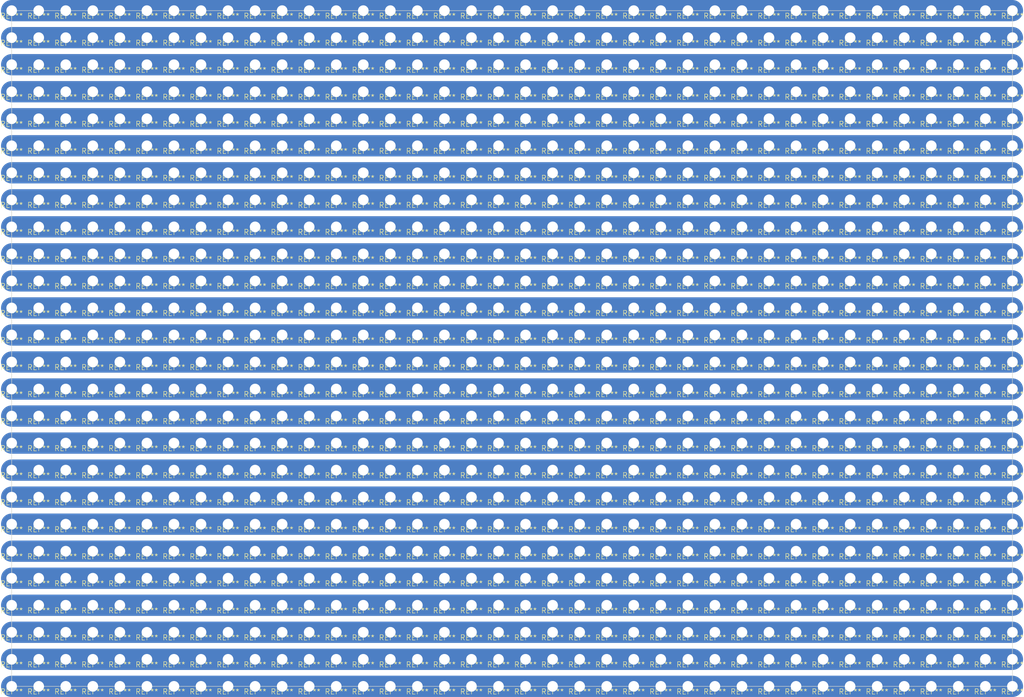
<source format=kicad_pcb>
(kicad_pcb (version 20171130) (host pcbnew "(5.1.0)-1")
  (layers (0 F.Cu signal) (31 B.Cu signal) (34 B.Paste user) (35 F.Paste user) (36 B.SilkS user) (37 F.SilkS user) (38 B.Mask user) (39 F.Mask user) (44 Edge.Cuts user))
  (net 0 "")
  (module SA_Connectors_Wire:Wire_Pad_1x_1.0mm_Hole_1.5_Annular (layer F.Cu) (at 233.68 165.1)
    (fp_text reference REF** (at 0 0.5) (layer F.SilkS) (effects (font (size 0.5 0.5) (thickness 0.05))))
    (fp_text value Wire_Pad_1x_1.0mm_Hole_1.5mm_Annular hide)
    (pad 1 thru_hole circle (at 0 0) (size 1.5 1.5) (drill 1) (layers *.Cu *.Mask))
  )
  (module SA_Connectors_Wire:Wire_Pad_1x_1.0mm_Hole_1.5_Annular (layer F.Cu) (at 231.14 165.1)
    (fp_text reference REF** (at 0 0.5) (layer F.SilkS) (effects (font (size 0.5 0.5) (thickness 0.05))))
    (fp_text value Wire_Pad_1x_1.0mm_Hole_1.5mm_Annular hide)
    (pad 1 thru_hole circle (at 0 0) (size 1.5 1.5) (drill 1) (layers *.Cu *.Mask))
  )
  (module SA_Connectors_Wire:Wire_Pad_1x_1.0mm_Hole_1.5_Annular (layer F.Cu) (at 228.6 165.1)
    (fp_text reference REF** (at 0 0.5) (layer F.SilkS) (effects (font (size 0.5 0.5) (thickness 0.05))))
    (fp_text value Wire_Pad_1x_1.0mm_Hole_1.5mm_Annular hide)
    (pad 1 thru_hole circle (at 0 0) (size 1.5 1.5) (drill 1) (layers *.Cu *.Mask))
  )
  (module SA_Connectors_Wire:Wire_Pad_1x_1.0mm_Hole_1.5_Annular (layer F.Cu) (at 226.06 165.1)
    (fp_text reference REF** (at 0 0.5) (layer F.SilkS) (effects (font (size 0.5 0.5) (thickness 0.05))))
    (fp_text value Wire_Pad_1x_1.0mm_Hole_1.5mm_Annular hide)
    (pad 1 thru_hole circle (at 0 0) (size 1.5 1.5) (drill 1) (layers *.Cu *.Mask))
  )
  (module SA_Connectors_Wire:Wire_Pad_1x_1.0mm_Hole_1.5_Annular (layer F.Cu) (at 223.52 165.1)
    (fp_text reference REF** (at 0 0.5) (layer F.SilkS) (effects (font (size 0.5 0.5) (thickness 0.05))))
    (fp_text value Wire_Pad_1x_1.0mm_Hole_1.5mm_Annular hide)
    (pad 1 thru_hole circle (at 0 0) (size 1.5 1.5) (drill 1) (layers *.Cu *.Mask))
  )
  (module SA_Connectors_Wire:Wire_Pad_1x_1.0mm_Hole_1.5_Annular (layer F.Cu) (at 220.98 165.1)
    (fp_text reference REF** (at 0 0.5) (layer F.SilkS) (effects (font (size 0.5 0.5) (thickness 0.05))))
    (fp_text value Wire_Pad_1x_1.0mm_Hole_1.5mm_Annular hide)
    (pad 1 thru_hole circle (at 0 0) (size 1.5 1.5) (drill 1) (layers *.Cu *.Mask))
  )
  (module SA_Connectors_Wire:Wire_Pad_1x_1.0mm_Hole_1.5_Annular (layer F.Cu) (at 218.44 165.1)
    (fp_text reference REF** (at 0 0.5) (layer F.SilkS) (effects (font (size 0.5 0.5) (thickness 0.05))))
    (fp_text value Wire_Pad_1x_1.0mm_Hole_1.5mm_Annular hide)
    (pad 1 thru_hole circle (at 0 0) (size 1.5 1.5) (drill 1) (layers *.Cu *.Mask))
  )
  (module SA_Connectors_Wire:Wire_Pad_1x_1.0mm_Hole_1.5_Annular (layer F.Cu) (at 215.9 165.1)
    (fp_text reference REF** (at 0 0.5) (layer F.SilkS) (effects (font (size 0.5 0.5) (thickness 0.05))))
    (fp_text value Wire_Pad_1x_1.0mm_Hole_1.5mm_Annular hide)
    (pad 1 thru_hole circle (at 0 0) (size 1.5 1.5) (drill 1) (layers *.Cu *.Mask))
  )
  (module SA_Connectors_Wire:Wire_Pad_1x_1.0mm_Hole_1.5_Annular (layer F.Cu) (at 213.36 165.1)
    (fp_text reference REF** (at 0 0.5) (layer F.SilkS) (effects (font (size 0.5 0.5) (thickness 0.05))))
    (fp_text value Wire_Pad_1x_1.0mm_Hole_1.5mm_Annular hide)
    (pad 1 thru_hole circle (at 0 0) (size 1.5 1.5) (drill 1) (layers *.Cu *.Mask))
  )
  (module SA_Connectors_Wire:Wire_Pad_1x_1.0mm_Hole_1.5_Annular (layer F.Cu) (at 210.82 165.1)
    (fp_text reference REF** (at 0 0.5) (layer F.SilkS) (effects (font (size 0.5 0.5) (thickness 0.05))))
    (fp_text value Wire_Pad_1x_1.0mm_Hole_1.5mm_Annular hide)
    (pad 1 thru_hole circle (at 0 0) (size 1.5 1.5) (drill 1) (layers *.Cu *.Mask))
  )
  (module SA_Connectors_Wire:Wire_Pad_1x_1.0mm_Hole_1.5_Annular (layer F.Cu) (at 208.28 165.1)
    (fp_text reference REF** (at 0 0.5) (layer F.SilkS) (effects (font (size 0.5 0.5) (thickness 0.05))))
    (fp_text value Wire_Pad_1x_1.0mm_Hole_1.5mm_Annular hide)
    (pad 1 thru_hole circle (at 0 0) (size 1.5 1.5) (drill 1) (layers *.Cu *.Mask))
  )
  (module SA_Connectors_Wire:Wire_Pad_1x_1.0mm_Hole_1.5_Annular (layer F.Cu) (at 205.74 165.1)
    (fp_text reference REF** (at 0 0.5) (layer F.SilkS) (effects (font (size 0.5 0.5) (thickness 0.05))))
    (fp_text value Wire_Pad_1x_1.0mm_Hole_1.5mm_Annular hide)
    (pad 1 thru_hole circle (at 0 0) (size 1.5 1.5) (drill 1) (layers *.Cu *.Mask))
  )
  (module SA_Connectors_Wire:Wire_Pad_1x_1.0mm_Hole_1.5_Annular (layer F.Cu) (at 203.2 165.1)
    (fp_text reference REF** (at 0 0.5) (layer F.SilkS) (effects (font (size 0.5 0.5) (thickness 0.05))))
    (fp_text value Wire_Pad_1x_1.0mm_Hole_1.5mm_Annular hide)
    (pad 1 thru_hole circle (at 0 0) (size 1.5 1.5) (drill 1) (layers *.Cu *.Mask))
  )
  (module SA_Connectors_Wire:Wire_Pad_1x_1.0mm_Hole_1.5_Annular (layer F.Cu) (at 200.66 165.1)
    (fp_text reference REF** (at 0 0.5) (layer F.SilkS) (effects (font (size 0.5 0.5) (thickness 0.05))))
    (fp_text value Wire_Pad_1x_1.0mm_Hole_1.5mm_Annular hide)
    (pad 1 thru_hole circle (at 0 0) (size 1.5 1.5) (drill 1) (layers *.Cu *.Mask))
  )
  (module SA_Connectors_Wire:Wire_Pad_1x_1.0mm_Hole_1.5_Annular (layer F.Cu) (at 198.12 165.1)
    (fp_text reference REF** (at 0 0.5) (layer F.SilkS) (effects (font (size 0.5 0.5) (thickness 0.05))))
    (fp_text value Wire_Pad_1x_1.0mm_Hole_1.5mm_Annular hide)
    (pad 1 thru_hole circle (at 0 0) (size 1.5 1.5) (drill 1) (layers *.Cu *.Mask))
  )
  (module SA_Connectors_Wire:Wire_Pad_1x_1.0mm_Hole_1.5_Annular (layer F.Cu) (at 195.58 165.1)
    (fp_text reference REF** (at 0 0.5) (layer F.SilkS) (effects (font (size 0.5 0.5) (thickness 0.05))))
    (fp_text value Wire_Pad_1x_1.0mm_Hole_1.5mm_Annular hide)
    (pad 1 thru_hole circle (at 0 0) (size 1.5 1.5) (drill 1) (layers *.Cu *.Mask))
  )
  (module SA_Connectors_Wire:Wire_Pad_1x_1.0mm_Hole_1.5_Annular (layer F.Cu) (at 193.04 165.1)
    (fp_text reference REF** (at 0 0.5) (layer F.SilkS) (effects (font (size 0.5 0.5) (thickness 0.05))))
    (fp_text value Wire_Pad_1x_1.0mm_Hole_1.5mm_Annular hide)
    (pad 1 thru_hole circle (at 0 0) (size 1.5 1.5) (drill 1) (layers *.Cu *.Mask))
  )
  (module SA_Connectors_Wire:Wire_Pad_1x_1.0mm_Hole_1.5_Annular (layer F.Cu) (at 190.5 165.1)
    (fp_text reference REF** (at 0 0.5) (layer F.SilkS) (effects (font (size 0.5 0.5) (thickness 0.05))))
    (fp_text value Wire_Pad_1x_1.0mm_Hole_1.5mm_Annular hide)
    (pad 1 thru_hole circle (at 0 0) (size 1.5 1.5) (drill 1) (layers *.Cu *.Mask))
  )
  (module SA_Connectors_Wire:Wire_Pad_1x_1.0mm_Hole_1.5_Annular (layer F.Cu) (at 187.96 165.1)
    (fp_text reference REF** (at 0 0.5) (layer F.SilkS) (effects (font (size 0.5 0.5) (thickness 0.05))))
    (fp_text value Wire_Pad_1x_1.0mm_Hole_1.5mm_Annular hide)
    (pad 1 thru_hole circle (at 0 0) (size 1.5 1.5) (drill 1) (layers *.Cu *.Mask))
  )
  (module SA_Connectors_Wire:Wire_Pad_1x_1.0mm_Hole_1.5_Annular (layer F.Cu) (at 185.42 165.1)
    (fp_text reference REF** (at 0 0.5) (layer F.SilkS) (effects (font (size 0.5 0.5) (thickness 0.05))))
    (fp_text value Wire_Pad_1x_1.0mm_Hole_1.5mm_Annular hide)
    (pad 1 thru_hole circle (at 0 0) (size 1.5 1.5) (drill 1) (layers *.Cu *.Mask))
  )
  (module SA_Connectors_Wire:Wire_Pad_1x_1.0mm_Hole_1.5_Annular (layer F.Cu) (at 182.88 165.1)
    (fp_text reference REF** (at 0 0.5) (layer F.SilkS) (effects (font (size 0.5 0.5) (thickness 0.05))))
    (fp_text value Wire_Pad_1x_1.0mm_Hole_1.5mm_Annular hide)
    (pad 1 thru_hole circle (at 0 0) (size 1.5 1.5) (drill 1) (layers *.Cu *.Mask))
  )
  (module SA_Connectors_Wire:Wire_Pad_1x_1.0mm_Hole_1.5_Annular (layer F.Cu) (at 180.34 165.1)
    (fp_text reference REF** (at 0 0.5) (layer F.SilkS) (effects (font (size 0.5 0.5) (thickness 0.05))))
    (fp_text value Wire_Pad_1x_1.0mm_Hole_1.5mm_Annular hide)
    (pad 1 thru_hole circle (at 0 0) (size 1.5 1.5) (drill 1) (layers *.Cu *.Mask))
  )
  (module SA_Connectors_Wire:Wire_Pad_1x_1.0mm_Hole_1.5_Annular (layer F.Cu) (at 177.8 165.1)
    (fp_text reference REF** (at 0 0.5) (layer F.SilkS) (effects (font (size 0.5 0.5) (thickness 0.05))))
    (fp_text value Wire_Pad_1x_1.0mm_Hole_1.5mm_Annular hide)
    (pad 1 thru_hole circle (at 0 0) (size 1.5 1.5) (drill 1) (layers *.Cu *.Mask))
  )
  (module SA_Connectors_Wire:Wire_Pad_1x_1.0mm_Hole_1.5_Annular (layer F.Cu) (at 175.26 165.1)
    (fp_text reference REF** (at 0 0.5) (layer F.SilkS) (effects (font (size 0.5 0.5) (thickness 0.05))))
    (fp_text value Wire_Pad_1x_1.0mm_Hole_1.5mm_Annular hide)
    (pad 1 thru_hole circle (at 0 0) (size 1.5 1.5) (drill 1) (layers *.Cu *.Mask))
  )
  (module SA_Connectors_Wire:Wire_Pad_1x_1.0mm_Hole_1.5_Annular (layer F.Cu) (at 172.72 165.1)
    (fp_text reference REF** (at 0 0.5) (layer F.SilkS) (effects (font (size 0.5 0.5) (thickness 0.05))))
    (fp_text value Wire_Pad_1x_1.0mm_Hole_1.5mm_Annular hide)
    (pad 1 thru_hole circle (at 0 0) (size 1.5 1.5) (drill 1) (layers *.Cu *.Mask))
  )
  (module SA_Connectors_Wire:Wire_Pad_1x_1.0mm_Hole_1.5_Annular (layer F.Cu) (at 170.18 165.1)
    (fp_text reference REF** (at 0 0.5) (layer F.SilkS) (effects (font (size 0.5 0.5) (thickness 0.05))))
    (fp_text value Wire_Pad_1x_1.0mm_Hole_1.5mm_Annular hide)
    (pad 1 thru_hole circle (at 0 0) (size 1.5 1.5) (drill 1) (layers *.Cu *.Mask))
  )
  (module SA_Connectors_Wire:Wire_Pad_1x_1.0mm_Hole_1.5_Annular (layer F.Cu) (at 167.64 165.1)
    (fp_text reference REF** (at 0 0.5) (layer F.SilkS) (effects (font (size 0.5 0.5) (thickness 0.05))))
    (fp_text value Wire_Pad_1x_1.0mm_Hole_1.5mm_Annular hide)
    (pad 1 thru_hole circle (at 0 0) (size 1.5 1.5) (drill 1) (layers *.Cu *.Mask))
  )
  (module SA_Connectors_Wire:Wire_Pad_1x_1.0mm_Hole_1.5_Annular (layer F.Cu) (at 165.1 165.1)
    (fp_text reference REF** (at 0 0.5) (layer F.SilkS) (effects (font (size 0.5 0.5) (thickness 0.05))))
    (fp_text value Wire_Pad_1x_1.0mm_Hole_1.5mm_Annular hide)
    (pad 1 thru_hole circle (at 0 0) (size 1.5 1.5) (drill 1) (layers *.Cu *.Mask))
  )
  (module SA_Connectors_Wire:Wire_Pad_1x_1.0mm_Hole_1.5_Annular (layer F.Cu) (at 162.56 165.1)
    (fp_text reference REF** (at 0 0.5) (layer F.SilkS) (effects (font (size 0.5 0.5) (thickness 0.05))))
    (fp_text value Wire_Pad_1x_1.0mm_Hole_1.5mm_Annular hide)
    (pad 1 thru_hole circle (at 0 0) (size 1.5 1.5) (drill 1) (layers *.Cu *.Mask))
  )
  (module SA_Connectors_Wire:Wire_Pad_1x_1.0mm_Hole_1.5_Annular (layer F.Cu) (at 160.02 165.1)
    (fp_text reference REF** (at 0 0.5) (layer F.SilkS) (effects (font (size 0.5 0.5) (thickness 0.05))))
    (fp_text value Wire_Pad_1x_1.0mm_Hole_1.5mm_Annular hide)
    (pad 1 thru_hole circle (at 0 0) (size 1.5 1.5) (drill 1) (layers *.Cu *.Mask))
  )
  (module SA_Connectors_Wire:Wire_Pad_1x_1.0mm_Hole_1.5_Annular (layer F.Cu) (at 157.48 165.1)
    (fp_text reference REF** (at 0 0.5) (layer F.SilkS) (effects (font (size 0.5 0.5) (thickness 0.05))))
    (fp_text value Wire_Pad_1x_1.0mm_Hole_1.5mm_Annular hide)
    (pad 1 thru_hole circle (at 0 0) (size 1.5 1.5) (drill 1) (layers *.Cu *.Mask))
  )
  (module SA_Connectors_Wire:Wire_Pad_1x_1.0mm_Hole_1.5_Annular (layer F.Cu) (at 154.94 165.1)
    (fp_text reference REF** (at 0 0.5) (layer F.SilkS) (effects (font (size 0.5 0.5) (thickness 0.05))))
    (fp_text value Wire_Pad_1x_1.0mm_Hole_1.5mm_Annular hide)
    (pad 1 thru_hole circle (at 0 0) (size 1.5 1.5) (drill 1) (layers *.Cu *.Mask))
  )
  (module SA_Connectors_Wire:Wire_Pad_1x_1.0mm_Hole_1.5_Annular (layer F.Cu) (at 152.4 165.1)
    (fp_text reference REF** (at 0 0.5) (layer F.SilkS) (effects (font (size 0.5 0.5) (thickness 0.05))))
    (fp_text value Wire_Pad_1x_1.0mm_Hole_1.5mm_Annular hide)
    (pad 1 thru_hole circle (at 0 0) (size 1.5 1.5) (drill 1) (layers *.Cu *.Mask))
  )
  (module SA_Connectors_Wire:Wire_Pad_1x_1.0mm_Hole_1.5_Annular (layer F.Cu) (at 149.86 165.1)
    (fp_text reference REF** (at 0 0.5) (layer F.SilkS) (effects (font (size 0.5 0.5) (thickness 0.05))))
    (fp_text value Wire_Pad_1x_1.0mm_Hole_1.5mm_Annular hide)
    (pad 1 thru_hole circle (at 0 0) (size 1.5 1.5) (drill 1) (layers *.Cu *.Mask))
  )
  (module SA_Connectors_Wire:Wire_Pad_1x_1.0mm_Hole_1.5_Annular (layer F.Cu) (at 147.32 165.1)
    (fp_text reference REF** (at 0 0.5) (layer F.SilkS) (effects (font (size 0.5 0.5) (thickness 0.05))))
    (fp_text value Wire_Pad_1x_1.0mm_Hole_1.5mm_Annular hide)
    (pad 1 thru_hole circle (at 0 0) (size 1.5 1.5) (drill 1) (layers *.Cu *.Mask))
  )
  (module SA_Connectors_Wire:Wire_Pad_1x_1.0mm_Hole_1.5_Annular (layer F.Cu) (at 144.78 165.1)
    (fp_text reference REF** (at 0 0.5) (layer F.SilkS) (effects (font (size 0.5 0.5) (thickness 0.05))))
    (fp_text value Wire_Pad_1x_1.0mm_Hole_1.5mm_Annular hide)
    (pad 1 thru_hole circle (at 0 0) (size 1.5 1.5) (drill 1) (layers *.Cu *.Mask))
  )
  (module SA_Connectors_Wire:Wire_Pad_1x_1.0mm_Hole_1.5_Annular (layer F.Cu) (at 142.24 165.1)
    (fp_text reference REF** (at 0 0.5) (layer F.SilkS) (effects (font (size 0.5 0.5) (thickness 0.05))))
    (fp_text value Wire_Pad_1x_1.0mm_Hole_1.5mm_Annular hide)
    (pad 1 thru_hole circle (at 0 0) (size 1.5 1.5) (drill 1) (layers *.Cu *.Mask))
  )
  (module SA_Connectors_Wire:Wire_Pad_1x_1.0mm_Hole_1.5_Annular (layer F.Cu) (at 139.7 165.1)
    (fp_text reference REF** (at 0 0.5) (layer F.SilkS) (effects (font (size 0.5 0.5) (thickness 0.05))))
    (fp_text value Wire_Pad_1x_1.0mm_Hole_1.5mm_Annular hide)
    (pad 1 thru_hole circle (at 0 0) (size 1.5 1.5) (drill 1) (layers *.Cu *.Mask))
  )
  (module SA_Connectors_Wire:Wire_Pad_1x_1.0mm_Hole_1.5_Annular (layer F.Cu) (at 233.68 162.56)
    (fp_text reference REF** (at 0 0.5) (layer F.SilkS) (effects (font (size 0.5 0.5) (thickness 0.05))))
    (fp_text value Wire_Pad_1x_1.0mm_Hole_1.5mm_Annular hide)
    (pad 1 thru_hole circle (at 0 0) (size 1.5 1.5) (drill 1) (layers *.Cu *.Mask))
  )
  (module SA_Connectors_Wire:Wire_Pad_1x_1.0mm_Hole_1.5_Annular (layer F.Cu) (at 231.14 162.56)
    (fp_text reference REF** (at 0 0.5) (layer F.SilkS) (effects (font (size 0.5 0.5) (thickness 0.05))))
    (fp_text value Wire_Pad_1x_1.0mm_Hole_1.5mm_Annular hide)
    (pad 1 thru_hole circle (at 0 0) (size 1.5 1.5) (drill 1) (layers *.Cu *.Mask))
  )
  (module SA_Connectors_Wire:Wire_Pad_1x_1.0mm_Hole_1.5_Annular (layer F.Cu) (at 228.6 162.56)
    (fp_text reference REF** (at 0 0.5) (layer F.SilkS) (effects (font (size 0.5 0.5) (thickness 0.05))))
    (fp_text value Wire_Pad_1x_1.0mm_Hole_1.5mm_Annular hide)
    (pad 1 thru_hole circle (at 0 0) (size 1.5 1.5) (drill 1) (layers *.Cu *.Mask))
  )
  (module SA_Connectors_Wire:Wire_Pad_1x_1.0mm_Hole_1.5_Annular (layer F.Cu) (at 226.06 162.56)
    (fp_text reference REF** (at 0 0.5) (layer F.SilkS) (effects (font (size 0.5 0.5) (thickness 0.05))))
    (fp_text value Wire_Pad_1x_1.0mm_Hole_1.5mm_Annular hide)
    (pad 1 thru_hole circle (at 0 0) (size 1.5 1.5) (drill 1) (layers *.Cu *.Mask))
  )
  (module SA_Connectors_Wire:Wire_Pad_1x_1.0mm_Hole_1.5_Annular (layer F.Cu) (at 223.52 162.56)
    (fp_text reference REF** (at 0 0.5) (layer F.SilkS) (effects (font (size 0.5 0.5) (thickness 0.05))))
    (fp_text value Wire_Pad_1x_1.0mm_Hole_1.5mm_Annular hide)
    (pad 1 thru_hole circle (at 0 0) (size 1.5 1.5) (drill 1) (layers *.Cu *.Mask))
  )
  (module SA_Connectors_Wire:Wire_Pad_1x_1.0mm_Hole_1.5_Annular (layer F.Cu) (at 220.98 162.56)
    (fp_text reference REF** (at 0 0.5) (layer F.SilkS) (effects (font (size 0.5 0.5) (thickness 0.05))))
    (fp_text value Wire_Pad_1x_1.0mm_Hole_1.5mm_Annular hide)
    (pad 1 thru_hole circle (at 0 0) (size 1.5 1.5) (drill 1) (layers *.Cu *.Mask))
  )
  (module SA_Connectors_Wire:Wire_Pad_1x_1.0mm_Hole_1.5_Annular (layer F.Cu) (at 218.44 162.56)
    (fp_text reference REF** (at 0 0.5) (layer F.SilkS) (effects (font (size 0.5 0.5) (thickness 0.05))))
    (fp_text value Wire_Pad_1x_1.0mm_Hole_1.5mm_Annular hide)
    (pad 1 thru_hole circle (at 0 0) (size 1.5 1.5) (drill 1) (layers *.Cu *.Mask))
  )
  (module SA_Connectors_Wire:Wire_Pad_1x_1.0mm_Hole_1.5_Annular (layer F.Cu) (at 215.9 162.56)
    (fp_text reference REF** (at 0 0.5) (layer F.SilkS) (effects (font (size 0.5 0.5) (thickness 0.05))))
    (fp_text value Wire_Pad_1x_1.0mm_Hole_1.5mm_Annular hide)
    (pad 1 thru_hole circle (at 0 0) (size 1.5 1.5) (drill 1) (layers *.Cu *.Mask))
  )
  (module SA_Connectors_Wire:Wire_Pad_1x_1.0mm_Hole_1.5_Annular (layer F.Cu) (at 213.36 162.56)
    (fp_text reference REF** (at 0 0.5) (layer F.SilkS) (effects (font (size 0.5 0.5) (thickness 0.05))))
    (fp_text value Wire_Pad_1x_1.0mm_Hole_1.5mm_Annular hide)
    (pad 1 thru_hole circle (at 0 0) (size 1.5 1.5) (drill 1) (layers *.Cu *.Mask))
  )
  (module SA_Connectors_Wire:Wire_Pad_1x_1.0mm_Hole_1.5_Annular (layer F.Cu) (at 210.82 162.56)
    (fp_text reference REF** (at 0 0.5) (layer F.SilkS) (effects (font (size 0.5 0.5) (thickness 0.05))))
    (fp_text value Wire_Pad_1x_1.0mm_Hole_1.5mm_Annular hide)
    (pad 1 thru_hole circle (at 0 0) (size 1.5 1.5) (drill 1) (layers *.Cu *.Mask))
  )
  (module SA_Connectors_Wire:Wire_Pad_1x_1.0mm_Hole_1.5_Annular (layer F.Cu) (at 208.28 162.56)
    (fp_text reference REF** (at 0 0.5) (layer F.SilkS) (effects (font (size 0.5 0.5) (thickness 0.05))))
    (fp_text value Wire_Pad_1x_1.0mm_Hole_1.5mm_Annular hide)
    (pad 1 thru_hole circle (at 0 0) (size 1.5 1.5) (drill 1) (layers *.Cu *.Mask))
  )
  (module SA_Connectors_Wire:Wire_Pad_1x_1.0mm_Hole_1.5_Annular (layer F.Cu) (at 205.74 162.56)
    (fp_text reference REF** (at 0 0.5) (layer F.SilkS) (effects (font (size 0.5 0.5) (thickness 0.05))))
    (fp_text value Wire_Pad_1x_1.0mm_Hole_1.5mm_Annular hide)
    (pad 1 thru_hole circle (at 0 0) (size 1.5 1.5) (drill 1) (layers *.Cu *.Mask))
  )
  (module SA_Connectors_Wire:Wire_Pad_1x_1.0mm_Hole_1.5_Annular (layer F.Cu) (at 203.2 162.56)
    (fp_text reference REF** (at 0 0.5) (layer F.SilkS) (effects (font (size 0.5 0.5) (thickness 0.05))))
    (fp_text value Wire_Pad_1x_1.0mm_Hole_1.5mm_Annular hide)
    (pad 1 thru_hole circle (at 0 0) (size 1.5 1.5) (drill 1) (layers *.Cu *.Mask))
  )
  (module SA_Connectors_Wire:Wire_Pad_1x_1.0mm_Hole_1.5_Annular (layer F.Cu) (at 200.66 162.56)
    (fp_text reference REF** (at 0 0.5) (layer F.SilkS) (effects (font (size 0.5 0.5) (thickness 0.05))))
    (fp_text value Wire_Pad_1x_1.0mm_Hole_1.5mm_Annular hide)
    (pad 1 thru_hole circle (at 0 0) (size 1.5 1.5) (drill 1) (layers *.Cu *.Mask))
  )
  (module SA_Connectors_Wire:Wire_Pad_1x_1.0mm_Hole_1.5_Annular (layer F.Cu) (at 198.12 162.56)
    (fp_text reference REF** (at 0 0.5) (layer F.SilkS) (effects (font (size 0.5 0.5) (thickness 0.05))))
    (fp_text value Wire_Pad_1x_1.0mm_Hole_1.5mm_Annular hide)
    (pad 1 thru_hole circle (at 0 0) (size 1.5 1.5) (drill 1) (layers *.Cu *.Mask))
  )
  (module SA_Connectors_Wire:Wire_Pad_1x_1.0mm_Hole_1.5_Annular (layer F.Cu) (at 195.58 162.56)
    (fp_text reference REF** (at 0 0.5) (layer F.SilkS) (effects (font (size 0.5 0.5) (thickness 0.05))))
    (fp_text value Wire_Pad_1x_1.0mm_Hole_1.5mm_Annular hide)
    (pad 1 thru_hole circle (at 0 0) (size 1.5 1.5) (drill 1) (layers *.Cu *.Mask))
  )
  (module SA_Connectors_Wire:Wire_Pad_1x_1.0mm_Hole_1.5_Annular (layer F.Cu) (at 193.04 162.56)
    (fp_text reference REF** (at 0 0.5) (layer F.SilkS) (effects (font (size 0.5 0.5) (thickness 0.05))))
    (fp_text value Wire_Pad_1x_1.0mm_Hole_1.5mm_Annular hide)
    (pad 1 thru_hole circle (at 0 0) (size 1.5 1.5) (drill 1) (layers *.Cu *.Mask))
  )
  (module SA_Connectors_Wire:Wire_Pad_1x_1.0mm_Hole_1.5_Annular (layer F.Cu) (at 190.5 162.56)
    (fp_text reference REF** (at 0 0.5) (layer F.SilkS) (effects (font (size 0.5 0.5) (thickness 0.05))))
    (fp_text value Wire_Pad_1x_1.0mm_Hole_1.5mm_Annular hide)
    (pad 1 thru_hole circle (at 0 0) (size 1.5 1.5) (drill 1) (layers *.Cu *.Mask))
  )
  (module SA_Connectors_Wire:Wire_Pad_1x_1.0mm_Hole_1.5_Annular (layer F.Cu) (at 187.96 162.56)
    (fp_text reference REF** (at 0 0.5) (layer F.SilkS) (effects (font (size 0.5 0.5) (thickness 0.05))))
    (fp_text value Wire_Pad_1x_1.0mm_Hole_1.5mm_Annular hide)
    (pad 1 thru_hole circle (at 0 0) (size 1.5 1.5) (drill 1) (layers *.Cu *.Mask))
  )
  (module SA_Connectors_Wire:Wire_Pad_1x_1.0mm_Hole_1.5_Annular (layer F.Cu) (at 185.42 162.56)
    (fp_text reference REF** (at 0 0.5) (layer F.SilkS) (effects (font (size 0.5 0.5) (thickness 0.05))))
    (fp_text value Wire_Pad_1x_1.0mm_Hole_1.5mm_Annular hide)
    (pad 1 thru_hole circle (at 0 0) (size 1.5 1.5) (drill 1) (layers *.Cu *.Mask))
  )
  (module SA_Connectors_Wire:Wire_Pad_1x_1.0mm_Hole_1.5_Annular (layer F.Cu) (at 182.88 162.56)
    (fp_text reference REF** (at 0 0.5) (layer F.SilkS) (effects (font (size 0.5 0.5) (thickness 0.05))))
    (fp_text value Wire_Pad_1x_1.0mm_Hole_1.5mm_Annular hide)
    (pad 1 thru_hole circle (at 0 0) (size 1.5 1.5) (drill 1) (layers *.Cu *.Mask))
  )
  (module SA_Connectors_Wire:Wire_Pad_1x_1.0mm_Hole_1.5_Annular (layer F.Cu) (at 180.34 162.56)
    (fp_text reference REF** (at 0 0.5) (layer F.SilkS) (effects (font (size 0.5 0.5) (thickness 0.05))))
    (fp_text value Wire_Pad_1x_1.0mm_Hole_1.5mm_Annular hide)
    (pad 1 thru_hole circle (at 0 0) (size 1.5 1.5) (drill 1) (layers *.Cu *.Mask))
  )
  (module SA_Connectors_Wire:Wire_Pad_1x_1.0mm_Hole_1.5_Annular (layer F.Cu) (at 177.8 162.56)
    (fp_text reference REF** (at 0 0.5) (layer F.SilkS) (effects (font (size 0.5 0.5) (thickness 0.05))))
    (fp_text value Wire_Pad_1x_1.0mm_Hole_1.5mm_Annular hide)
    (pad 1 thru_hole circle (at 0 0) (size 1.5 1.5) (drill 1) (layers *.Cu *.Mask))
  )
  (module SA_Connectors_Wire:Wire_Pad_1x_1.0mm_Hole_1.5_Annular (layer F.Cu) (at 175.26 162.56)
    (fp_text reference REF** (at 0 0.5) (layer F.SilkS) (effects (font (size 0.5 0.5) (thickness 0.05))))
    (fp_text value Wire_Pad_1x_1.0mm_Hole_1.5mm_Annular hide)
    (pad 1 thru_hole circle (at 0 0) (size 1.5 1.5) (drill 1) (layers *.Cu *.Mask))
  )
  (module SA_Connectors_Wire:Wire_Pad_1x_1.0mm_Hole_1.5_Annular (layer F.Cu) (at 172.72 162.56)
    (fp_text reference REF** (at 0 0.5) (layer F.SilkS) (effects (font (size 0.5 0.5) (thickness 0.05))))
    (fp_text value Wire_Pad_1x_1.0mm_Hole_1.5mm_Annular hide)
    (pad 1 thru_hole circle (at 0 0) (size 1.5 1.5) (drill 1) (layers *.Cu *.Mask))
  )
  (module SA_Connectors_Wire:Wire_Pad_1x_1.0mm_Hole_1.5_Annular (layer F.Cu) (at 170.18 162.56)
    (fp_text reference REF** (at 0 0.5) (layer F.SilkS) (effects (font (size 0.5 0.5) (thickness 0.05))))
    (fp_text value Wire_Pad_1x_1.0mm_Hole_1.5mm_Annular hide)
    (pad 1 thru_hole circle (at 0 0) (size 1.5 1.5) (drill 1) (layers *.Cu *.Mask))
  )
  (module SA_Connectors_Wire:Wire_Pad_1x_1.0mm_Hole_1.5_Annular (layer F.Cu) (at 167.64 162.56)
    (fp_text reference REF** (at 0 0.5) (layer F.SilkS) (effects (font (size 0.5 0.5) (thickness 0.05))))
    (fp_text value Wire_Pad_1x_1.0mm_Hole_1.5mm_Annular hide)
    (pad 1 thru_hole circle (at 0 0) (size 1.5 1.5) (drill 1) (layers *.Cu *.Mask))
  )
  (module SA_Connectors_Wire:Wire_Pad_1x_1.0mm_Hole_1.5_Annular (layer F.Cu) (at 165.1 162.56)
    (fp_text reference REF** (at 0 0.5) (layer F.SilkS) (effects (font (size 0.5 0.5) (thickness 0.05))))
    (fp_text value Wire_Pad_1x_1.0mm_Hole_1.5mm_Annular hide)
    (pad 1 thru_hole circle (at 0 0) (size 1.5 1.5) (drill 1) (layers *.Cu *.Mask))
  )
  (module SA_Connectors_Wire:Wire_Pad_1x_1.0mm_Hole_1.5_Annular (layer F.Cu) (at 162.56 162.56)
    (fp_text reference REF** (at 0 0.5) (layer F.SilkS) (effects (font (size 0.5 0.5) (thickness 0.05))))
    (fp_text value Wire_Pad_1x_1.0mm_Hole_1.5mm_Annular hide)
    (pad 1 thru_hole circle (at 0 0) (size 1.5 1.5) (drill 1) (layers *.Cu *.Mask))
  )
  (module SA_Connectors_Wire:Wire_Pad_1x_1.0mm_Hole_1.5_Annular (layer F.Cu) (at 160.02 162.56)
    (fp_text reference REF** (at 0 0.5) (layer F.SilkS) (effects (font (size 0.5 0.5) (thickness 0.05))))
    (fp_text value Wire_Pad_1x_1.0mm_Hole_1.5mm_Annular hide)
    (pad 1 thru_hole circle (at 0 0) (size 1.5 1.5) (drill 1) (layers *.Cu *.Mask))
  )
  (module SA_Connectors_Wire:Wire_Pad_1x_1.0mm_Hole_1.5_Annular (layer F.Cu) (at 157.48 162.56)
    (fp_text reference REF** (at 0 0.5) (layer F.SilkS) (effects (font (size 0.5 0.5) (thickness 0.05))))
    (fp_text value Wire_Pad_1x_1.0mm_Hole_1.5mm_Annular hide)
    (pad 1 thru_hole circle (at 0 0) (size 1.5 1.5) (drill 1) (layers *.Cu *.Mask))
  )
  (module SA_Connectors_Wire:Wire_Pad_1x_1.0mm_Hole_1.5_Annular (layer F.Cu) (at 154.94 162.56)
    (fp_text reference REF** (at 0 0.5) (layer F.SilkS) (effects (font (size 0.5 0.5) (thickness 0.05))))
    (fp_text value Wire_Pad_1x_1.0mm_Hole_1.5mm_Annular hide)
    (pad 1 thru_hole circle (at 0 0) (size 1.5 1.5) (drill 1) (layers *.Cu *.Mask))
  )
  (module SA_Connectors_Wire:Wire_Pad_1x_1.0mm_Hole_1.5_Annular (layer F.Cu) (at 152.4 162.56)
    (fp_text reference REF** (at 0 0.5) (layer F.SilkS) (effects (font (size 0.5 0.5) (thickness 0.05))))
    (fp_text value Wire_Pad_1x_1.0mm_Hole_1.5mm_Annular hide)
    (pad 1 thru_hole circle (at 0 0) (size 1.5 1.5) (drill 1) (layers *.Cu *.Mask))
  )
  (module SA_Connectors_Wire:Wire_Pad_1x_1.0mm_Hole_1.5_Annular (layer F.Cu) (at 149.86 162.56)
    (fp_text reference REF** (at 0 0.5) (layer F.SilkS) (effects (font (size 0.5 0.5) (thickness 0.05))))
    (fp_text value Wire_Pad_1x_1.0mm_Hole_1.5mm_Annular hide)
    (pad 1 thru_hole circle (at 0 0) (size 1.5 1.5) (drill 1) (layers *.Cu *.Mask))
  )
  (module SA_Connectors_Wire:Wire_Pad_1x_1.0mm_Hole_1.5_Annular (layer F.Cu) (at 147.32 162.56)
    (fp_text reference REF** (at 0 0.5) (layer F.SilkS) (effects (font (size 0.5 0.5) (thickness 0.05))))
    (fp_text value Wire_Pad_1x_1.0mm_Hole_1.5mm_Annular hide)
    (pad 1 thru_hole circle (at 0 0) (size 1.5 1.5) (drill 1) (layers *.Cu *.Mask))
  )
  (module SA_Connectors_Wire:Wire_Pad_1x_1.0mm_Hole_1.5_Annular (layer F.Cu) (at 144.78 162.56)
    (fp_text reference REF** (at 0 0.5) (layer F.SilkS) (effects (font (size 0.5 0.5) (thickness 0.05))))
    (fp_text value Wire_Pad_1x_1.0mm_Hole_1.5mm_Annular hide)
    (pad 1 thru_hole circle (at 0 0) (size 1.5 1.5) (drill 1) (layers *.Cu *.Mask))
  )
  (module SA_Connectors_Wire:Wire_Pad_1x_1.0mm_Hole_1.5_Annular (layer F.Cu) (at 142.24 162.56)
    (fp_text reference REF** (at 0 0.5) (layer F.SilkS) (effects (font (size 0.5 0.5) (thickness 0.05))))
    (fp_text value Wire_Pad_1x_1.0mm_Hole_1.5mm_Annular hide)
    (pad 1 thru_hole circle (at 0 0) (size 1.5 1.5) (drill 1) (layers *.Cu *.Mask))
  )
  (module SA_Connectors_Wire:Wire_Pad_1x_1.0mm_Hole_1.5_Annular (layer F.Cu) (at 139.7 162.56)
    (fp_text reference REF** (at 0 0.5) (layer F.SilkS) (effects (font (size 0.5 0.5) (thickness 0.05))))
    (fp_text value Wire_Pad_1x_1.0mm_Hole_1.5mm_Annular hide)
    (pad 1 thru_hole circle (at 0 0) (size 1.5 1.5) (drill 1) (layers *.Cu *.Mask))
  )
  (module SA_Connectors_Wire:Wire_Pad_1x_1.0mm_Hole_1.5_Annular (layer F.Cu) (at 233.68 160.02)
    (fp_text reference REF** (at 0 0.5) (layer F.SilkS) (effects (font (size 0.5 0.5) (thickness 0.05))))
    (fp_text value Wire_Pad_1x_1.0mm_Hole_1.5mm_Annular hide)
    (pad 1 thru_hole circle (at 0 0) (size 1.5 1.5) (drill 1) (layers *.Cu *.Mask))
  )
  (module SA_Connectors_Wire:Wire_Pad_1x_1.0mm_Hole_1.5_Annular (layer F.Cu) (at 231.14 160.02)
    (fp_text reference REF** (at 0 0.5) (layer F.SilkS) (effects (font (size 0.5 0.5) (thickness 0.05))))
    (fp_text value Wire_Pad_1x_1.0mm_Hole_1.5mm_Annular hide)
    (pad 1 thru_hole circle (at 0 0) (size 1.5 1.5) (drill 1) (layers *.Cu *.Mask))
  )
  (module SA_Connectors_Wire:Wire_Pad_1x_1.0mm_Hole_1.5_Annular (layer F.Cu) (at 228.6 160.02)
    (fp_text reference REF** (at 0 0.5) (layer F.SilkS) (effects (font (size 0.5 0.5) (thickness 0.05))))
    (fp_text value Wire_Pad_1x_1.0mm_Hole_1.5mm_Annular hide)
    (pad 1 thru_hole circle (at 0 0) (size 1.5 1.5) (drill 1) (layers *.Cu *.Mask))
  )
  (module SA_Connectors_Wire:Wire_Pad_1x_1.0mm_Hole_1.5_Annular (layer F.Cu) (at 226.06 160.02)
    (fp_text reference REF** (at 0 0.5) (layer F.SilkS) (effects (font (size 0.5 0.5) (thickness 0.05))))
    (fp_text value Wire_Pad_1x_1.0mm_Hole_1.5mm_Annular hide)
    (pad 1 thru_hole circle (at 0 0) (size 1.5 1.5) (drill 1) (layers *.Cu *.Mask))
  )
  (module SA_Connectors_Wire:Wire_Pad_1x_1.0mm_Hole_1.5_Annular (layer F.Cu) (at 223.52 160.02)
    (fp_text reference REF** (at 0 0.5) (layer F.SilkS) (effects (font (size 0.5 0.5) (thickness 0.05))))
    (fp_text value Wire_Pad_1x_1.0mm_Hole_1.5mm_Annular hide)
    (pad 1 thru_hole circle (at 0 0) (size 1.5 1.5) (drill 1) (layers *.Cu *.Mask))
  )
  (module SA_Connectors_Wire:Wire_Pad_1x_1.0mm_Hole_1.5_Annular (layer F.Cu) (at 220.98 160.02)
    (fp_text reference REF** (at 0 0.5) (layer F.SilkS) (effects (font (size 0.5 0.5) (thickness 0.05))))
    (fp_text value Wire_Pad_1x_1.0mm_Hole_1.5mm_Annular hide)
    (pad 1 thru_hole circle (at 0 0) (size 1.5 1.5) (drill 1) (layers *.Cu *.Mask))
  )
  (module SA_Connectors_Wire:Wire_Pad_1x_1.0mm_Hole_1.5_Annular (layer F.Cu) (at 218.44 160.02)
    (fp_text reference REF** (at 0 0.5) (layer F.SilkS) (effects (font (size 0.5 0.5) (thickness 0.05))))
    (fp_text value Wire_Pad_1x_1.0mm_Hole_1.5mm_Annular hide)
    (pad 1 thru_hole circle (at 0 0) (size 1.5 1.5) (drill 1) (layers *.Cu *.Mask))
  )
  (module SA_Connectors_Wire:Wire_Pad_1x_1.0mm_Hole_1.5_Annular (layer F.Cu) (at 215.9 160.02)
    (fp_text reference REF** (at 0 0.5) (layer F.SilkS) (effects (font (size 0.5 0.5) (thickness 0.05))))
    (fp_text value Wire_Pad_1x_1.0mm_Hole_1.5mm_Annular hide)
    (pad 1 thru_hole circle (at 0 0) (size 1.5 1.5) (drill 1) (layers *.Cu *.Mask))
  )
  (module SA_Connectors_Wire:Wire_Pad_1x_1.0mm_Hole_1.5_Annular (layer F.Cu) (at 213.36 160.02)
    (fp_text reference REF** (at 0 0.5) (layer F.SilkS) (effects (font (size 0.5 0.5) (thickness 0.05))))
    (fp_text value Wire_Pad_1x_1.0mm_Hole_1.5mm_Annular hide)
    (pad 1 thru_hole circle (at 0 0) (size 1.5 1.5) (drill 1) (layers *.Cu *.Mask))
  )
  (module SA_Connectors_Wire:Wire_Pad_1x_1.0mm_Hole_1.5_Annular (layer F.Cu) (at 210.82 160.02)
    (fp_text reference REF** (at 0 0.5) (layer F.SilkS) (effects (font (size 0.5 0.5) (thickness 0.05))))
    (fp_text value Wire_Pad_1x_1.0mm_Hole_1.5mm_Annular hide)
    (pad 1 thru_hole circle (at 0 0) (size 1.5 1.5) (drill 1) (layers *.Cu *.Mask))
  )
  (module SA_Connectors_Wire:Wire_Pad_1x_1.0mm_Hole_1.5_Annular (layer F.Cu) (at 208.28 160.02)
    (fp_text reference REF** (at 0 0.5) (layer F.SilkS) (effects (font (size 0.5 0.5) (thickness 0.05))))
    (fp_text value Wire_Pad_1x_1.0mm_Hole_1.5mm_Annular hide)
    (pad 1 thru_hole circle (at 0 0) (size 1.5 1.5) (drill 1) (layers *.Cu *.Mask))
  )
  (module SA_Connectors_Wire:Wire_Pad_1x_1.0mm_Hole_1.5_Annular (layer F.Cu) (at 205.74 160.02)
    (fp_text reference REF** (at 0 0.5) (layer F.SilkS) (effects (font (size 0.5 0.5) (thickness 0.05))))
    (fp_text value Wire_Pad_1x_1.0mm_Hole_1.5mm_Annular hide)
    (pad 1 thru_hole circle (at 0 0) (size 1.5 1.5) (drill 1) (layers *.Cu *.Mask))
  )
  (module SA_Connectors_Wire:Wire_Pad_1x_1.0mm_Hole_1.5_Annular (layer F.Cu) (at 203.2 160.02)
    (fp_text reference REF** (at 0 0.5) (layer F.SilkS) (effects (font (size 0.5 0.5) (thickness 0.05))))
    (fp_text value Wire_Pad_1x_1.0mm_Hole_1.5mm_Annular hide)
    (pad 1 thru_hole circle (at 0 0) (size 1.5 1.5) (drill 1) (layers *.Cu *.Mask))
  )
  (module SA_Connectors_Wire:Wire_Pad_1x_1.0mm_Hole_1.5_Annular (layer F.Cu) (at 200.66 160.02)
    (fp_text reference REF** (at 0 0.5) (layer F.SilkS) (effects (font (size 0.5 0.5) (thickness 0.05))))
    (fp_text value Wire_Pad_1x_1.0mm_Hole_1.5mm_Annular hide)
    (pad 1 thru_hole circle (at 0 0) (size 1.5 1.5) (drill 1) (layers *.Cu *.Mask))
  )
  (module SA_Connectors_Wire:Wire_Pad_1x_1.0mm_Hole_1.5_Annular (layer F.Cu) (at 198.12 160.02)
    (fp_text reference REF** (at 0 0.5) (layer F.SilkS) (effects (font (size 0.5 0.5) (thickness 0.05))))
    (fp_text value Wire_Pad_1x_1.0mm_Hole_1.5mm_Annular hide)
    (pad 1 thru_hole circle (at 0 0) (size 1.5 1.5) (drill 1) (layers *.Cu *.Mask))
  )
  (module SA_Connectors_Wire:Wire_Pad_1x_1.0mm_Hole_1.5_Annular (layer F.Cu) (at 195.58 160.02)
    (fp_text reference REF** (at 0 0.5) (layer F.SilkS) (effects (font (size 0.5 0.5) (thickness 0.05))))
    (fp_text value Wire_Pad_1x_1.0mm_Hole_1.5mm_Annular hide)
    (pad 1 thru_hole circle (at 0 0) (size 1.5 1.5) (drill 1) (layers *.Cu *.Mask))
  )
  (module SA_Connectors_Wire:Wire_Pad_1x_1.0mm_Hole_1.5_Annular (layer F.Cu) (at 193.04 160.02)
    (fp_text reference REF** (at 0 0.5) (layer F.SilkS) (effects (font (size 0.5 0.5) (thickness 0.05))))
    (fp_text value Wire_Pad_1x_1.0mm_Hole_1.5mm_Annular hide)
    (pad 1 thru_hole circle (at 0 0) (size 1.5 1.5) (drill 1) (layers *.Cu *.Mask))
  )
  (module SA_Connectors_Wire:Wire_Pad_1x_1.0mm_Hole_1.5_Annular (layer F.Cu) (at 190.5 160.02)
    (fp_text reference REF** (at 0 0.5) (layer F.SilkS) (effects (font (size 0.5 0.5) (thickness 0.05))))
    (fp_text value Wire_Pad_1x_1.0mm_Hole_1.5mm_Annular hide)
    (pad 1 thru_hole circle (at 0 0) (size 1.5 1.5) (drill 1) (layers *.Cu *.Mask))
  )
  (module SA_Connectors_Wire:Wire_Pad_1x_1.0mm_Hole_1.5_Annular (layer F.Cu) (at 187.96 160.02)
    (fp_text reference REF** (at 0 0.5) (layer F.SilkS) (effects (font (size 0.5 0.5) (thickness 0.05))))
    (fp_text value Wire_Pad_1x_1.0mm_Hole_1.5mm_Annular hide)
    (pad 1 thru_hole circle (at 0 0) (size 1.5 1.5) (drill 1) (layers *.Cu *.Mask))
  )
  (module SA_Connectors_Wire:Wire_Pad_1x_1.0mm_Hole_1.5_Annular (layer F.Cu) (at 185.42 160.02)
    (fp_text reference REF** (at 0 0.5) (layer F.SilkS) (effects (font (size 0.5 0.5) (thickness 0.05))))
    (fp_text value Wire_Pad_1x_1.0mm_Hole_1.5mm_Annular hide)
    (pad 1 thru_hole circle (at 0 0) (size 1.5 1.5) (drill 1) (layers *.Cu *.Mask))
  )
  (module SA_Connectors_Wire:Wire_Pad_1x_1.0mm_Hole_1.5_Annular (layer F.Cu) (at 182.88 160.02)
    (fp_text reference REF** (at 0 0.5) (layer F.SilkS) (effects (font (size 0.5 0.5) (thickness 0.05))))
    (fp_text value Wire_Pad_1x_1.0mm_Hole_1.5mm_Annular hide)
    (pad 1 thru_hole circle (at 0 0) (size 1.5 1.5) (drill 1) (layers *.Cu *.Mask))
  )
  (module SA_Connectors_Wire:Wire_Pad_1x_1.0mm_Hole_1.5_Annular (layer F.Cu) (at 180.34 160.02)
    (fp_text reference REF** (at 0 0.5) (layer F.SilkS) (effects (font (size 0.5 0.5) (thickness 0.05))))
    (fp_text value Wire_Pad_1x_1.0mm_Hole_1.5mm_Annular hide)
    (pad 1 thru_hole circle (at 0 0) (size 1.5 1.5) (drill 1) (layers *.Cu *.Mask))
  )
  (module SA_Connectors_Wire:Wire_Pad_1x_1.0mm_Hole_1.5_Annular (layer F.Cu) (at 177.8 160.02)
    (fp_text reference REF** (at 0 0.5) (layer F.SilkS) (effects (font (size 0.5 0.5) (thickness 0.05))))
    (fp_text value Wire_Pad_1x_1.0mm_Hole_1.5mm_Annular hide)
    (pad 1 thru_hole circle (at 0 0) (size 1.5 1.5) (drill 1) (layers *.Cu *.Mask))
  )
  (module SA_Connectors_Wire:Wire_Pad_1x_1.0mm_Hole_1.5_Annular (layer F.Cu) (at 175.26 160.02)
    (fp_text reference REF** (at 0 0.5) (layer F.SilkS) (effects (font (size 0.5 0.5) (thickness 0.05))))
    (fp_text value Wire_Pad_1x_1.0mm_Hole_1.5mm_Annular hide)
    (pad 1 thru_hole circle (at 0 0) (size 1.5 1.5) (drill 1) (layers *.Cu *.Mask))
  )
  (module SA_Connectors_Wire:Wire_Pad_1x_1.0mm_Hole_1.5_Annular (layer F.Cu) (at 172.72 160.02)
    (fp_text reference REF** (at 0 0.5) (layer F.SilkS) (effects (font (size 0.5 0.5) (thickness 0.05))))
    (fp_text value Wire_Pad_1x_1.0mm_Hole_1.5mm_Annular hide)
    (pad 1 thru_hole circle (at 0 0) (size 1.5 1.5) (drill 1) (layers *.Cu *.Mask))
  )
  (module SA_Connectors_Wire:Wire_Pad_1x_1.0mm_Hole_1.5_Annular (layer F.Cu) (at 170.18 160.02)
    (fp_text reference REF** (at 0 0.5) (layer F.SilkS) (effects (font (size 0.5 0.5) (thickness 0.05))))
    (fp_text value Wire_Pad_1x_1.0mm_Hole_1.5mm_Annular hide)
    (pad 1 thru_hole circle (at 0 0) (size 1.5 1.5) (drill 1) (layers *.Cu *.Mask))
  )
  (module SA_Connectors_Wire:Wire_Pad_1x_1.0mm_Hole_1.5_Annular (layer F.Cu) (at 167.64 160.02)
    (fp_text reference REF** (at 0 0.5) (layer F.SilkS) (effects (font (size 0.5 0.5) (thickness 0.05))))
    (fp_text value Wire_Pad_1x_1.0mm_Hole_1.5mm_Annular hide)
    (pad 1 thru_hole circle (at 0 0) (size 1.5 1.5) (drill 1) (layers *.Cu *.Mask))
  )
  (module SA_Connectors_Wire:Wire_Pad_1x_1.0mm_Hole_1.5_Annular (layer F.Cu) (at 165.1 160.02)
    (fp_text reference REF** (at 0 0.5) (layer F.SilkS) (effects (font (size 0.5 0.5) (thickness 0.05))))
    (fp_text value Wire_Pad_1x_1.0mm_Hole_1.5mm_Annular hide)
    (pad 1 thru_hole circle (at 0 0) (size 1.5 1.5) (drill 1) (layers *.Cu *.Mask))
  )
  (module SA_Connectors_Wire:Wire_Pad_1x_1.0mm_Hole_1.5_Annular (layer F.Cu) (at 162.56 160.02)
    (fp_text reference REF** (at 0 0.5) (layer F.SilkS) (effects (font (size 0.5 0.5) (thickness 0.05))))
    (fp_text value Wire_Pad_1x_1.0mm_Hole_1.5mm_Annular hide)
    (pad 1 thru_hole circle (at 0 0) (size 1.5 1.5) (drill 1) (layers *.Cu *.Mask))
  )
  (module SA_Connectors_Wire:Wire_Pad_1x_1.0mm_Hole_1.5_Annular (layer F.Cu) (at 160.02 160.02)
    (fp_text reference REF** (at 0 0.5) (layer F.SilkS) (effects (font (size 0.5 0.5) (thickness 0.05))))
    (fp_text value Wire_Pad_1x_1.0mm_Hole_1.5mm_Annular hide)
    (pad 1 thru_hole circle (at 0 0) (size 1.5 1.5) (drill 1) (layers *.Cu *.Mask))
  )
  (module SA_Connectors_Wire:Wire_Pad_1x_1.0mm_Hole_1.5_Annular (layer F.Cu) (at 157.48 160.02)
    (fp_text reference REF** (at 0 0.5) (layer F.SilkS) (effects (font (size 0.5 0.5) (thickness 0.05))))
    (fp_text value Wire_Pad_1x_1.0mm_Hole_1.5mm_Annular hide)
    (pad 1 thru_hole circle (at 0 0) (size 1.5 1.5) (drill 1) (layers *.Cu *.Mask))
  )
  (module SA_Connectors_Wire:Wire_Pad_1x_1.0mm_Hole_1.5_Annular (layer F.Cu) (at 154.94 160.02)
    (fp_text reference REF** (at 0 0.5) (layer F.SilkS) (effects (font (size 0.5 0.5) (thickness 0.05))))
    (fp_text value Wire_Pad_1x_1.0mm_Hole_1.5mm_Annular hide)
    (pad 1 thru_hole circle (at 0 0) (size 1.5 1.5) (drill 1) (layers *.Cu *.Mask))
  )
  (module SA_Connectors_Wire:Wire_Pad_1x_1.0mm_Hole_1.5_Annular (layer F.Cu) (at 152.4 160.02)
    (fp_text reference REF** (at 0 0.5) (layer F.SilkS) (effects (font (size 0.5 0.5) (thickness 0.05))))
    (fp_text value Wire_Pad_1x_1.0mm_Hole_1.5mm_Annular hide)
    (pad 1 thru_hole circle (at 0 0) (size 1.5 1.5) (drill 1) (layers *.Cu *.Mask))
  )
  (module SA_Connectors_Wire:Wire_Pad_1x_1.0mm_Hole_1.5_Annular (layer F.Cu) (at 149.86 160.02)
    (fp_text reference REF** (at 0 0.5) (layer F.SilkS) (effects (font (size 0.5 0.5) (thickness 0.05))))
    (fp_text value Wire_Pad_1x_1.0mm_Hole_1.5mm_Annular hide)
    (pad 1 thru_hole circle (at 0 0) (size 1.5 1.5) (drill 1) (layers *.Cu *.Mask))
  )
  (module SA_Connectors_Wire:Wire_Pad_1x_1.0mm_Hole_1.5_Annular (layer F.Cu) (at 147.32 160.02)
    (fp_text reference REF** (at 0 0.5) (layer F.SilkS) (effects (font (size 0.5 0.5) (thickness 0.05))))
    (fp_text value Wire_Pad_1x_1.0mm_Hole_1.5mm_Annular hide)
    (pad 1 thru_hole circle (at 0 0) (size 1.5 1.5) (drill 1) (layers *.Cu *.Mask))
  )
  (module SA_Connectors_Wire:Wire_Pad_1x_1.0mm_Hole_1.5_Annular (layer F.Cu) (at 144.78 160.02)
    (fp_text reference REF** (at 0 0.5) (layer F.SilkS) (effects (font (size 0.5 0.5) (thickness 0.05))))
    (fp_text value Wire_Pad_1x_1.0mm_Hole_1.5mm_Annular hide)
    (pad 1 thru_hole circle (at 0 0) (size 1.5 1.5) (drill 1) (layers *.Cu *.Mask))
  )
  (module SA_Connectors_Wire:Wire_Pad_1x_1.0mm_Hole_1.5_Annular (layer F.Cu) (at 142.24 160.02)
    (fp_text reference REF** (at 0 0.5) (layer F.SilkS) (effects (font (size 0.5 0.5) (thickness 0.05))))
    (fp_text value Wire_Pad_1x_1.0mm_Hole_1.5mm_Annular hide)
    (pad 1 thru_hole circle (at 0 0) (size 1.5 1.5) (drill 1) (layers *.Cu *.Mask))
  )
  (module SA_Connectors_Wire:Wire_Pad_1x_1.0mm_Hole_1.5_Annular (layer F.Cu) (at 139.7 160.02)
    (fp_text reference REF** (at 0 0.5) (layer F.SilkS) (effects (font (size 0.5 0.5) (thickness 0.05))))
    (fp_text value Wire_Pad_1x_1.0mm_Hole_1.5mm_Annular hide)
    (pad 1 thru_hole circle (at 0 0) (size 1.5 1.5) (drill 1) (layers *.Cu *.Mask))
  )
  (module SA_Connectors_Wire:Wire_Pad_1x_1.0mm_Hole_1.5_Annular (layer F.Cu) (at 233.68 157.48)
    (fp_text reference REF** (at 0 0.5) (layer F.SilkS) (effects (font (size 0.5 0.5) (thickness 0.05))))
    (fp_text value Wire_Pad_1x_1.0mm_Hole_1.5mm_Annular hide)
    (pad 1 thru_hole circle (at 0 0) (size 1.5 1.5) (drill 1) (layers *.Cu *.Mask))
  )
  (module SA_Connectors_Wire:Wire_Pad_1x_1.0mm_Hole_1.5_Annular (layer F.Cu) (at 231.14 157.48)
    (fp_text reference REF** (at 0 0.5) (layer F.SilkS) (effects (font (size 0.5 0.5) (thickness 0.05))))
    (fp_text value Wire_Pad_1x_1.0mm_Hole_1.5mm_Annular hide)
    (pad 1 thru_hole circle (at 0 0) (size 1.5 1.5) (drill 1) (layers *.Cu *.Mask))
  )
  (module SA_Connectors_Wire:Wire_Pad_1x_1.0mm_Hole_1.5_Annular (layer F.Cu) (at 228.6 157.48)
    (fp_text reference REF** (at 0 0.5) (layer F.SilkS) (effects (font (size 0.5 0.5) (thickness 0.05))))
    (fp_text value Wire_Pad_1x_1.0mm_Hole_1.5mm_Annular hide)
    (pad 1 thru_hole circle (at 0 0) (size 1.5 1.5) (drill 1) (layers *.Cu *.Mask))
  )
  (module SA_Connectors_Wire:Wire_Pad_1x_1.0mm_Hole_1.5_Annular (layer F.Cu) (at 226.06 157.48)
    (fp_text reference REF** (at 0 0.5) (layer F.SilkS) (effects (font (size 0.5 0.5) (thickness 0.05))))
    (fp_text value Wire_Pad_1x_1.0mm_Hole_1.5mm_Annular hide)
    (pad 1 thru_hole circle (at 0 0) (size 1.5 1.5) (drill 1) (layers *.Cu *.Mask))
  )
  (module SA_Connectors_Wire:Wire_Pad_1x_1.0mm_Hole_1.5_Annular (layer F.Cu) (at 223.52 157.48)
    (fp_text reference REF** (at 0 0.5) (layer F.SilkS) (effects (font (size 0.5 0.5) (thickness 0.05))))
    (fp_text value Wire_Pad_1x_1.0mm_Hole_1.5mm_Annular hide)
    (pad 1 thru_hole circle (at 0 0) (size 1.5 1.5) (drill 1) (layers *.Cu *.Mask))
  )
  (module SA_Connectors_Wire:Wire_Pad_1x_1.0mm_Hole_1.5_Annular (layer F.Cu) (at 220.98 157.48)
    (fp_text reference REF** (at 0 0.5) (layer F.SilkS) (effects (font (size 0.5 0.5) (thickness 0.05))))
    (fp_text value Wire_Pad_1x_1.0mm_Hole_1.5mm_Annular hide)
    (pad 1 thru_hole circle (at 0 0) (size 1.5 1.5) (drill 1) (layers *.Cu *.Mask))
  )
  (module SA_Connectors_Wire:Wire_Pad_1x_1.0mm_Hole_1.5_Annular (layer F.Cu) (at 218.44 157.48)
    (fp_text reference REF** (at 0 0.5) (layer F.SilkS) (effects (font (size 0.5 0.5) (thickness 0.05))))
    (fp_text value Wire_Pad_1x_1.0mm_Hole_1.5mm_Annular hide)
    (pad 1 thru_hole circle (at 0 0) (size 1.5 1.5) (drill 1) (layers *.Cu *.Mask))
  )
  (module SA_Connectors_Wire:Wire_Pad_1x_1.0mm_Hole_1.5_Annular (layer F.Cu) (at 215.9 157.48)
    (fp_text reference REF** (at 0 0.5) (layer F.SilkS) (effects (font (size 0.5 0.5) (thickness 0.05))))
    (fp_text value Wire_Pad_1x_1.0mm_Hole_1.5mm_Annular hide)
    (pad 1 thru_hole circle (at 0 0) (size 1.5 1.5) (drill 1) (layers *.Cu *.Mask))
  )
  (module SA_Connectors_Wire:Wire_Pad_1x_1.0mm_Hole_1.5_Annular (layer F.Cu) (at 213.36 157.48)
    (fp_text reference REF** (at 0 0.5) (layer F.SilkS) (effects (font (size 0.5 0.5) (thickness 0.05))))
    (fp_text value Wire_Pad_1x_1.0mm_Hole_1.5mm_Annular hide)
    (pad 1 thru_hole circle (at 0 0) (size 1.5 1.5) (drill 1) (layers *.Cu *.Mask))
  )
  (module SA_Connectors_Wire:Wire_Pad_1x_1.0mm_Hole_1.5_Annular (layer F.Cu) (at 210.82 157.48)
    (fp_text reference REF** (at 0 0.5) (layer F.SilkS) (effects (font (size 0.5 0.5) (thickness 0.05))))
    (fp_text value Wire_Pad_1x_1.0mm_Hole_1.5mm_Annular hide)
    (pad 1 thru_hole circle (at 0 0) (size 1.5 1.5) (drill 1) (layers *.Cu *.Mask))
  )
  (module SA_Connectors_Wire:Wire_Pad_1x_1.0mm_Hole_1.5_Annular (layer F.Cu) (at 208.28 157.48)
    (fp_text reference REF** (at 0 0.5) (layer F.SilkS) (effects (font (size 0.5 0.5) (thickness 0.05))))
    (fp_text value Wire_Pad_1x_1.0mm_Hole_1.5mm_Annular hide)
    (pad 1 thru_hole circle (at 0 0) (size 1.5 1.5) (drill 1) (layers *.Cu *.Mask))
  )
  (module SA_Connectors_Wire:Wire_Pad_1x_1.0mm_Hole_1.5_Annular (layer F.Cu) (at 205.74 157.48)
    (fp_text reference REF** (at 0 0.5) (layer F.SilkS) (effects (font (size 0.5 0.5) (thickness 0.05))))
    (fp_text value Wire_Pad_1x_1.0mm_Hole_1.5mm_Annular hide)
    (pad 1 thru_hole circle (at 0 0) (size 1.5 1.5) (drill 1) (layers *.Cu *.Mask))
  )
  (module SA_Connectors_Wire:Wire_Pad_1x_1.0mm_Hole_1.5_Annular (layer F.Cu) (at 203.2 157.48)
    (fp_text reference REF** (at 0 0.5) (layer F.SilkS) (effects (font (size 0.5 0.5) (thickness 0.05))))
    (fp_text value Wire_Pad_1x_1.0mm_Hole_1.5mm_Annular hide)
    (pad 1 thru_hole circle (at 0 0) (size 1.5 1.5) (drill 1) (layers *.Cu *.Mask))
  )
  (module SA_Connectors_Wire:Wire_Pad_1x_1.0mm_Hole_1.5_Annular (layer F.Cu) (at 200.66 157.48)
    (fp_text reference REF** (at 0 0.5) (layer F.SilkS) (effects (font (size 0.5 0.5) (thickness 0.05))))
    (fp_text value Wire_Pad_1x_1.0mm_Hole_1.5mm_Annular hide)
    (pad 1 thru_hole circle (at 0 0) (size 1.5 1.5) (drill 1) (layers *.Cu *.Mask))
  )
  (module SA_Connectors_Wire:Wire_Pad_1x_1.0mm_Hole_1.5_Annular (layer F.Cu) (at 198.12 157.48)
    (fp_text reference REF** (at 0 0.5) (layer F.SilkS) (effects (font (size 0.5 0.5) (thickness 0.05))))
    (fp_text value Wire_Pad_1x_1.0mm_Hole_1.5mm_Annular hide)
    (pad 1 thru_hole circle (at 0 0) (size 1.5 1.5) (drill 1) (layers *.Cu *.Mask))
  )
  (module SA_Connectors_Wire:Wire_Pad_1x_1.0mm_Hole_1.5_Annular (layer F.Cu) (at 195.58 157.48)
    (fp_text reference REF** (at 0 0.5) (layer F.SilkS) (effects (font (size 0.5 0.5) (thickness 0.05))))
    (fp_text value Wire_Pad_1x_1.0mm_Hole_1.5mm_Annular hide)
    (pad 1 thru_hole circle (at 0 0) (size 1.5 1.5) (drill 1) (layers *.Cu *.Mask))
  )
  (module SA_Connectors_Wire:Wire_Pad_1x_1.0mm_Hole_1.5_Annular (layer F.Cu) (at 193.04 157.48)
    (fp_text reference REF** (at 0 0.5) (layer F.SilkS) (effects (font (size 0.5 0.5) (thickness 0.05))))
    (fp_text value Wire_Pad_1x_1.0mm_Hole_1.5mm_Annular hide)
    (pad 1 thru_hole circle (at 0 0) (size 1.5 1.5) (drill 1) (layers *.Cu *.Mask))
  )
  (module SA_Connectors_Wire:Wire_Pad_1x_1.0mm_Hole_1.5_Annular (layer F.Cu) (at 190.5 157.48)
    (fp_text reference REF** (at 0 0.5) (layer F.SilkS) (effects (font (size 0.5 0.5) (thickness 0.05))))
    (fp_text value Wire_Pad_1x_1.0mm_Hole_1.5mm_Annular hide)
    (pad 1 thru_hole circle (at 0 0) (size 1.5 1.5) (drill 1) (layers *.Cu *.Mask))
  )
  (module SA_Connectors_Wire:Wire_Pad_1x_1.0mm_Hole_1.5_Annular (layer F.Cu) (at 187.96 157.48)
    (fp_text reference REF** (at 0 0.5) (layer F.SilkS) (effects (font (size 0.5 0.5) (thickness 0.05))))
    (fp_text value Wire_Pad_1x_1.0mm_Hole_1.5mm_Annular hide)
    (pad 1 thru_hole circle (at 0 0) (size 1.5 1.5) (drill 1) (layers *.Cu *.Mask))
  )
  (module SA_Connectors_Wire:Wire_Pad_1x_1.0mm_Hole_1.5_Annular (layer F.Cu) (at 185.42 157.48)
    (fp_text reference REF** (at 0 0.5) (layer F.SilkS) (effects (font (size 0.5 0.5) (thickness 0.05))))
    (fp_text value Wire_Pad_1x_1.0mm_Hole_1.5mm_Annular hide)
    (pad 1 thru_hole circle (at 0 0) (size 1.5 1.5) (drill 1) (layers *.Cu *.Mask))
  )
  (module SA_Connectors_Wire:Wire_Pad_1x_1.0mm_Hole_1.5_Annular (layer F.Cu) (at 182.88 157.48)
    (fp_text reference REF** (at 0 0.5) (layer F.SilkS) (effects (font (size 0.5 0.5) (thickness 0.05))))
    (fp_text value Wire_Pad_1x_1.0mm_Hole_1.5mm_Annular hide)
    (pad 1 thru_hole circle (at 0 0) (size 1.5 1.5) (drill 1) (layers *.Cu *.Mask))
  )
  (module SA_Connectors_Wire:Wire_Pad_1x_1.0mm_Hole_1.5_Annular (layer F.Cu) (at 180.34 157.48)
    (fp_text reference REF** (at 0 0.5) (layer F.SilkS) (effects (font (size 0.5 0.5) (thickness 0.05))))
    (fp_text value Wire_Pad_1x_1.0mm_Hole_1.5mm_Annular hide)
    (pad 1 thru_hole circle (at 0 0) (size 1.5 1.5) (drill 1) (layers *.Cu *.Mask))
  )
  (module SA_Connectors_Wire:Wire_Pad_1x_1.0mm_Hole_1.5_Annular (layer F.Cu) (at 177.8 157.48)
    (fp_text reference REF** (at 0 0.5) (layer F.SilkS) (effects (font (size 0.5 0.5) (thickness 0.05))))
    (fp_text value Wire_Pad_1x_1.0mm_Hole_1.5mm_Annular hide)
    (pad 1 thru_hole circle (at 0 0) (size 1.5 1.5) (drill 1) (layers *.Cu *.Mask))
  )
  (module SA_Connectors_Wire:Wire_Pad_1x_1.0mm_Hole_1.5_Annular (layer F.Cu) (at 175.26 157.48)
    (fp_text reference REF** (at 0 0.5) (layer F.SilkS) (effects (font (size 0.5 0.5) (thickness 0.05))))
    (fp_text value Wire_Pad_1x_1.0mm_Hole_1.5mm_Annular hide)
    (pad 1 thru_hole circle (at 0 0) (size 1.5 1.5) (drill 1) (layers *.Cu *.Mask))
  )
  (module SA_Connectors_Wire:Wire_Pad_1x_1.0mm_Hole_1.5_Annular (layer F.Cu) (at 172.72 157.48)
    (fp_text reference REF** (at 0 0.5) (layer F.SilkS) (effects (font (size 0.5 0.5) (thickness 0.05))))
    (fp_text value Wire_Pad_1x_1.0mm_Hole_1.5mm_Annular hide)
    (pad 1 thru_hole circle (at 0 0) (size 1.5 1.5) (drill 1) (layers *.Cu *.Mask))
  )
  (module SA_Connectors_Wire:Wire_Pad_1x_1.0mm_Hole_1.5_Annular (layer F.Cu) (at 170.18 157.48)
    (fp_text reference REF** (at 0 0.5) (layer F.SilkS) (effects (font (size 0.5 0.5) (thickness 0.05))))
    (fp_text value Wire_Pad_1x_1.0mm_Hole_1.5mm_Annular hide)
    (pad 1 thru_hole circle (at 0 0) (size 1.5 1.5) (drill 1) (layers *.Cu *.Mask))
  )
  (module SA_Connectors_Wire:Wire_Pad_1x_1.0mm_Hole_1.5_Annular (layer F.Cu) (at 167.64 157.48)
    (fp_text reference REF** (at 0 0.5) (layer F.SilkS) (effects (font (size 0.5 0.5) (thickness 0.05))))
    (fp_text value Wire_Pad_1x_1.0mm_Hole_1.5mm_Annular hide)
    (pad 1 thru_hole circle (at 0 0) (size 1.5 1.5) (drill 1) (layers *.Cu *.Mask))
  )
  (module SA_Connectors_Wire:Wire_Pad_1x_1.0mm_Hole_1.5_Annular (layer F.Cu) (at 165.1 157.48)
    (fp_text reference REF** (at 0 0.5) (layer F.SilkS) (effects (font (size 0.5 0.5) (thickness 0.05))))
    (fp_text value Wire_Pad_1x_1.0mm_Hole_1.5mm_Annular hide)
    (pad 1 thru_hole circle (at 0 0) (size 1.5 1.5) (drill 1) (layers *.Cu *.Mask))
  )
  (module SA_Connectors_Wire:Wire_Pad_1x_1.0mm_Hole_1.5_Annular (layer F.Cu) (at 162.56 157.48)
    (fp_text reference REF** (at 0 0.5) (layer F.SilkS) (effects (font (size 0.5 0.5) (thickness 0.05))))
    (fp_text value Wire_Pad_1x_1.0mm_Hole_1.5mm_Annular hide)
    (pad 1 thru_hole circle (at 0 0) (size 1.5 1.5) (drill 1) (layers *.Cu *.Mask))
  )
  (module SA_Connectors_Wire:Wire_Pad_1x_1.0mm_Hole_1.5_Annular (layer F.Cu) (at 160.02 157.48)
    (fp_text reference REF** (at 0 0.5) (layer F.SilkS) (effects (font (size 0.5 0.5) (thickness 0.05))))
    (fp_text value Wire_Pad_1x_1.0mm_Hole_1.5mm_Annular hide)
    (pad 1 thru_hole circle (at 0 0) (size 1.5 1.5) (drill 1) (layers *.Cu *.Mask))
  )
  (module SA_Connectors_Wire:Wire_Pad_1x_1.0mm_Hole_1.5_Annular (layer F.Cu) (at 157.48 157.48)
    (fp_text reference REF** (at 0 0.5) (layer F.SilkS) (effects (font (size 0.5 0.5) (thickness 0.05))))
    (fp_text value Wire_Pad_1x_1.0mm_Hole_1.5mm_Annular hide)
    (pad 1 thru_hole circle (at 0 0) (size 1.5 1.5) (drill 1) (layers *.Cu *.Mask))
  )
  (module SA_Connectors_Wire:Wire_Pad_1x_1.0mm_Hole_1.5_Annular (layer F.Cu) (at 154.94 157.48)
    (fp_text reference REF** (at 0 0.5) (layer F.SilkS) (effects (font (size 0.5 0.5) (thickness 0.05))))
    (fp_text value Wire_Pad_1x_1.0mm_Hole_1.5mm_Annular hide)
    (pad 1 thru_hole circle (at 0 0) (size 1.5 1.5) (drill 1) (layers *.Cu *.Mask))
  )
  (module SA_Connectors_Wire:Wire_Pad_1x_1.0mm_Hole_1.5_Annular (layer F.Cu) (at 152.4 157.48)
    (fp_text reference REF** (at 0 0.5) (layer F.SilkS) (effects (font (size 0.5 0.5) (thickness 0.05))))
    (fp_text value Wire_Pad_1x_1.0mm_Hole_1.5mm_Annular hide)
    (pad 1 thru_hole circle (at 0 0) (size 1.5 1.5) (drill 1) (layers *.Cu *.Mask))
  )
  (module SA_Connectors_Wire:Wire_Pad_1x_1.0mm_Hole_1.5_Annular (layer F.Cu) (at 149.86 157.48)
    (fp_text reference REF** (at 0 0.5) (layer F.SilkS) (effects (font (size 0.5 0.5) (thickness 0.05))))
    (fp_text value Wire_Pad_1x_1.0mm_Hole_1.5mm_Annular hide)
    (pad 1 thru_hole circle (at 0 0) (size 1.5 1.5) (drill 1) (layers *.Cu *.Mask))
  )
  (module SA_Connectors_Wire:Wire_Pad_1x_1.0mm_Hole_1.5_Annular (layer F.Cu) (at 147.32 157.48)
    (fp_text reference REF** (at 0 0.5) (layer F.SilkS) (effects (font (size 0.5 0.5) (thickness 0.05))))
    (fp_text value Wire_Pad_1x_1.0mm_Hole_1.5mm_Annular hide)
    (pad 1 thru_hole circle (at 0 0) (size 1.5 1.5) (drill 1) (layers *.Cu *.Mask))
  )
  (module SA_Connectors_Wire:Wire_Pad_1x_1.0mm_Hole_1.5_Annular (layer F.Cu) (at 144.78 157.48)
    (fp_text reference REF** (at 0 0.5) (layer F.SilkS) (effects (font (size 0.5 0.5) (thickness 0.05))))
    (fp_text value Wire_Pad_1x_1.0mm_Hole_1.5mm_Annular hide)
    (pad 1 thru_hole circle (at 0 0) (size 1.5 1.5) (drill 1) (layers *.Cu *.Mask))
  )
  (module SA_Connectors_Wire:Wire_Pad_1x_1.0mm_Hole_1.5_Annular (layer F.Cu) (at 142.24 157.48)
    (fp_text reference REF** (at 0 0.5) (layer F.SilkS) (effects (font (size 0.5 0.5) (thickness 0.05))))
    (fp_text value Wire_Pad_1x_1.0mm_Hole_1.5mm_Annular hide)
    (pad 1 thru_hole circle (at 0 0) (size 1.5 1.5) (drill 1) (layers *.Cu *.Mask))
  )
  (module SA_Connectors_Wire:Wire_Pad_1x_1.0mm_Hole_1.5_Annular (layer F.Cu) (at 139.7 157.48)
    (fp_text reference REF** (at 0 0.5) (layer F.SilkS) (effects (font (size 0.5 0.5) (thickness 0.05))))
    (fp_text value Wire_Pad_1x_1.0mm_Hole_1.5mm_Annular hide)
    (pad 1 thru_hole circle (at 0 0) (size 1.5 1.5) (drill 1) (layers *.Cu *.Mask))
  )
  (module SA_Connectors_Wire:Wire_Pad_1x_1.0mm_Hole_1.5_Annular (layer F.Cu) (at 233.68 154.94)
    (fp_text reference REF** (at 0 0.5) (layer F.SilkS) (effects (font (size 0.5 0.5) (thickness 0.05))))
    (fp_text value Wire_Pad_1x_1.0mm_Hole_1.5mm_Annular hide)
    (pad 1 thru_hole circle (at 0 0) (size 1.5 1.5) (drill 1) (layers *.Cu *.Mask))
  )
  (module SA_Connectors_Wire:Wire_Pad_1x_1.0mm_Hole_1.5_Annular (layer F.Cu) (at 231.14 154.94)
    (fp_text reference REF** (at 0 0.5) (layer F.SilkS) (effects (font (size 0.5 0.5) (thickness 0.05))))
    (fp_text value Wire_Pad_1x_1.0mm_Hole_1.5mm_Annular hide)
    (pad 1 thru_hole circle (at 0 0) (size 1.5 1.5) (drill 1) (layers *.Cu *.Mask))
  )
  (module SA_Connectors_Wire:Wire_Pad_1x_1.0mm_Hole_1.5_Annular (layer F.Cu) (at 228.6 154.94)
    (fp_text reference REF** (at 0 0.5) (layer F.SilkS) (effects (font (size 0.5 0.5) (thickness 0.05))))
    (fp_text value Wire_Pad_1x_1.0mm_Hole_1.5mm_Annular hide)
    (pad 1 thru_hole circle (at 0 0) (size 1.5 1.5) (drill 1) (layers *.Cu *.Mask))
  )
  (module SA_Connectors_Wire:Wire_Pad_1x_1.0mm_Hole_1.5_Annular (layer F.Cu) (at 226.06 154.94)
    (fp_text reference REF** (at 0 0.5) (layer F.SilkS) (effects (font (size 0.5 0.5) (thickness 0.05))))
    (fp_text value Wire_Pad_1x_1.0mm_Hole_1.5mm_Annular hide)
    (pad 1 thru_hole circle (at 0 0) (size 1.5 1.5) (drill 1) (layers *.Cu *.Mask))
  )
  (module SA_Connectors_Wire:Wire_Pad_1x_1.0mm_Hole_1.5_Annular (layer F.Cu) (at 223.52 154.94)
    (fp_text reference REF** (at 0 0.5) (layer F.SilkS) (effects (font (size 0.5 0.5) (thickness 0.05))))
    (fp_text value Wire_Pad_1x_1.0mm_Hole_1.5mm_Annular hide)
    (pad 1 thru_hole circle (at 0 0) (size 1.5 1.5) (drill 1) (layers *.Cu *.Mask))
  )
  (module SA_Connectors_Wire:Wire_Pad_1x_1.0mm_Hole_1.5_Annular (layer F.Cu) (at 220.98 154.94)
    (fp_text reference REF** (at 0 0.5) (layer F.SilkS) (effects (font (size 0.5 0.5) (thickness 0.05))))
    (fp_text value Wire_Pad_1x_1.0mm_Hole_1.5mm_Annular hide)
    (pad 1 thru_hole circle (at 0 0) (size 1.5 1.5) (drill 1) (layers *.Cu *.Mask))
  )
  (module SA_Connectors_Wire:Wire_Pad_1x_1.0mm_Hole_1.5_Annular (layer F.Cu) (at 218.44 154.94)
    (fp_text reference REF** (at 0 0.5) (layer F.SilkS) (effects (font (size 0.5 0.5) (thickness 0.05))))
    (fp_text value Wire_Pad_1x_1.0mm_Hole_1.5mm_Annular hide)
    (pad 1 thru_hole circle (at 0 0) (size 1.5 1.5) (drill 1) (layers *.Cu *.Mask))
  )
  (module SA_Connectors_Wire:Wire_Pad_1x_1.0mm_Hole_1.5_Annular (layer F.Cu) (at 215.9 154.94)
    (fp_text reference REF** (at 0 0.5) (layer F.SilkS) (effects (font (size 0.5 0.5) (thickness 0.05))))
    (fp_text value Wire_Pad_1x_1.0mm_Hole_1.5mm_Annular hide)
    (pad 1 thru_hole circle (at 0 0) (size 1.5 1.5) (drill 1) (layers *.Cu *.Mask))
  )
  (module SA_Connectors_Wire:Wire_Pad_1x_1.0mm_Hole_1.5_Annular (layer F.Cu) (at 213.36 154.94)
    (fp_text reference REF** (at 0 0.5) (layer F.SilkS) (effects (font (size 0.5 0.5) (thickness 0.05))))
    (fp_text value Wire_Pad_1x_1.0mm_Hole_1.5mm_Annular hide)
    (pad 1 thru_hole circle (at 0 0) (size 1.5 1.5) (drill 1) (layers *.Cu *.Mask))
  )
  (module SA_Connectors_Wire:Wire_Pad_1x_1.0mm_Hole_1.5_Annular (layer F.Cu) (at 210.82 154.94)
    (fp_text reference REF** (at 0 0.5) (layer F.SilkS) (effects (font (size 0.5 0.5) (thickness 0.05))))
    (fp_text value Wire_Pad_1x_1.0mm_Hole_1.5mm_Annular hide)
    (pad 1 thru_hole circle (at 0 0) (size 1.5 1.5) (drill 1) (layers *.Cu *.Mask))
  )
  (module SA_Connectors_Wire:Wire_Pad_1x_1.0mm_Hole_1.5_Annular (layer F.Cu) (at 208.28 154.94)
    (fp_text reference REF** (at 0 0.5) (layer F.SilkS) (effects (font (size 0.5 0.5) (thickness 0.05))))
    (fp_text value Wire_Pad_1x_1.0mm_Hole_1.5mm_Annular hide)
    (pad 1 thru_hole circle (at 0 0) (size 1.5 1.5) (drill 1) (layers *.Cu *.Mask))
  )
  (module SA_Connectors_Wire:Wire_Pad_1x_1.0mm_Hole_1.5_Annular (layer F.Cu) (at 205.74 154.94)
    (fp_text reference REF** (at 0 0.5) (layer F.SilkS) (effects (font (size 0.5 0.5) (thickness 0.05))))
    (fp_text value Wire_Pad_1x_1.0mm_Hole_1.5mm_Annular hide)
    (pad 1 thru_hole circle (at 0 0) (size 1.5 1.5) (drill 1) (layers *.Cu *.Mask))
  )
  (module SA_Connectors_Wire:Wire_Pad_1x_1.0mm_Hole_1.5_Annular (layer F.Cu) (at 203.2 154.94)
    (fp_text reference REF** (at 0 0.5) (layer F.SilkS) (effects (font (size 0.5 0.5) (thickness 0.05))))
    (fp_text value Wire_Pad_1x_1.0mm_Hole_1.5mm_Annular hide)
    (pad 1 thru_hole circle (at 0 0) (size 1.5 1.5) (drill 1) (layers *.Cu *.Mask))
  )
  (module SA_Connectors_Wire:Wire_Pad_1x_1.0mm_Hole_1.5_Annular (layer F.Cu) (at 200.66 154.94)
    (fp_text reference REF** (at 0 0.5) (layer F.SilkS) (effects (font (size 0.5 0.5) (thickness 0.05))))
    (fp_text value Wire_Pad_1x_1.0mm_Hole_1.5mm_Annular hide)
    (pad 1 thru_hole circle (at 0 0) (size 1.5 1.5) (drill 1) (layers *.Cu *.Mask))
  )
  (module SA_Connectors_Wire:Wire_Pad_1x_1.0mm_Hole_1.5_Annular (layer F.Cu) (at 198.12 154.94)
    (fp_text reference REF** (at 0 0.5) (layer F.SilkS) (effects (font (size 0.5 0.5) (thickness 0.05))))
    (fp_text value Wire_Pad_1x_1.0mm_Hole_1.5mm_Annular hide)
    (pad 1 thru_hole circle (at 0 0) (size 1.5 1.5) (drill 1) (layers *.Cu *.Mask))
  )
  (module SA_Connectors_Wire:Wire_Pad_1x_1.0mm_Hole_1.5_Annular (layer F.Cu) (at 195.58 154.94)
    (fp_text reference REF** (at 0 0.5) (layer F.SilkS) (effects (font (size 0.5 0.5) (thickness 0.05))))
    (fp_text value Wire_Pad_1x_1.0mm_Hole_1.5mm_Annular hide)
    (pad 1 thru_hole circle (at 0 0) (size 1.5 1.5) (drill 1) (layers *.Cu *.Mask))
  )
  (module SA_Connectors_Wire:Wire_Pad_1x_1.0mm_Hole_1.5_Annular (layer F.Cu) (at 193.04 154.94)
    (fp_text reference REF** (at 0 0.5) (layer F.SilkS) (effects (font (size 0.5 0.5) (thickness 0.05))))
    (fp_text value Wire_Pad_1x_1.0mm_Hole_1.5mm_Annular hide)
    (pad 1 thru_hole circle (at 0 0) (size 1.5 1.5) (drill 1) (layers *.Cu *.Mask))
  )
  (module SA_Connectors_Wire:Wire_Pad_1x_1.0mm_Hole_1.5_Annular (layer F.Cu) (at 190.5 154.94)
    (fp_text reference REF** (at 0 0.5) (layer F.SilkS) (effects (font (size 0.5 0.5) (thickness 0.05))))
    (fp_text value Wire_Pad_1x_1.0mm_Hole_1.5mm_Annular hide)
    (pad 1 thru_hole circle (at 0 0) (size 1.5 1.5) (drill 1) (layers *.Cu *.Mask))
  )
  (module SA_Connectors_Wire:Wire_Pad_1x_1.0mm_Hole_1.5_Annular (layer F.Cu) (at 187.96 154.94)
    (fp_text reference REF** (at 0 0.5) (layer F.SilkS) (effects (font (size 0.5 0.5) (thickness 0.05))))
    (fp_text value Wire_Pad_1x_1.0mm_Hole_1.5mm_Annular hide)
    (pad 1 thru_hole circle (at 0 0) (size 1.5 1.5) (drill 1) (layers *.Cu *.Mask))
  )
  (module SA_Connectors_Wire:Wire_Pad_1x_1.0mm_Hole_1.5_Annular (layer F.Cu) (at 185.42 154.94)
    (fp_text reference REF** (at 0 0.5) (layer F.SilkS) (effects (font (size 0.5 0.5) (thickness 0.05))))
    (fp_text value Wire_Pad_1x_1.0mm_Hole_1.5mm_Annular hide)
    (pad 1 thru_hole circle (at 0 0) (size 1.5 1.5) (drill 1) (layers *.Cu *.Mask))
  )
  (module SA_Connectors_Wire:Wire_Pad_1x_1.0mm_Hole_1.5_Annular (layer F.Cu) (at 182.88 154.94)
    (fp_text reference REF** (at 0 0.5) (layer F.SilkS) (effects (font (size 0.5 0.5) (thickness 0.05))))
    (fp_text value Wire_Pad_1x_1.0mm_Hole_1.5mm_Annular hide)
    (pad 1 thru_hole circle (at 0 0) (size 1.5 1.5) (drill 1) (layers *.Cu *.Mask))
  )
  (module SA_Connectors_Wire:Wire_Pad_1x_1.0mm_Hole_1.5_Annular (layer F.Cu) (at 180.34 154.94)
    (fp_text reference REF** (at 0 0.5) (layer F.SilkS) (effects (font (size 0.5 0.5) (thickness 0.05))))
    (fp_text value Wire_Pad_1x_1.0mm_Hole_1.5mm_Annular hide)
    (pad 1 thru_hole circle (at 0 0) (size 1.5 1.5) (drill 1) (layers *.Cu *.Mask))
  )
  (module SA_Connectors_Wire:Wire_Pad_1x_1.0mm_Hole_1.5_Annular (layer F.Cu) (at 177.8 154.94)
    (fp_text reference REF** (at 0 0.5) (layer F.SilkS) (effects (font (size 0.5 0.5) (thickness 0.05))))
    (fp_text value Wire_Pad_1x_1.0mm_Hole_1.5mm_Annular hide)
    (pad 1 thru_hole circle (at 0 0) (size 1.5 1.5) (drill 1) (layers *.Cu *.Mask))
  )
  (module SA_Connectors_Wire:Wire_Pad_1x_1.0mm_Hole_1.5_Annular (layer F.Cu) (at 175.26 154.94)
    (fp_text reference REF** (at 0 0.5) (layer F.SilkS) (effects (font (size 0.5 0.5) (thickness 0.05))))
    (fp_text value Wire_Pad_1x_1.0mm_Hole_1.5mm_Annular hide)
    (pad 1 thru_hole circle (at 0 0) (size 1.5 1.5) (drill 1) (layers *.Cu *.Mask))
  )
  (module SA_Connectors_Wire:Wire_Pad_1x_1.0mm_Hole_1.5_Annular (layer F.Cu) (at 172.72 154.94)
    (fp_text reference REF** (at 0 0.5) (layer F.SilkS) (effects (font (size 0.5 0.5) (thickness 0.05))))
    (fp_text value Wire_Pad_1x_1.0mm_Hole_1.5mm_Annular hide)
    (pad 1 thru_hole circle (at 0 0) (size 1.5 1.5) (drill 1) (layers *.Cu *.Mask))
  )
  (module SA_Connectors_Wire:Wire_Pad_1x_1.0mm_Hole_1.5_Annular (layer F.Cu) (at 170.18 154.94)
    (fp_text reference REF** (at 0 0.5) (layer F.SilkS) (effects (font (size 0.5 0.5) (thickness 0.05))))
    (fp_text value Wire_Pad_1x_1.0mm_Hole_1.5mm_Annular hide)
    (pad 1 thru_hole circle (at 0 0) (size 1.5 1.5) (drill 1) (layers *.Cu *.Mask))
  )
  (module SA_Connectors_Wire:Wire_Pad_1x_1.0mm_Hole_1.5_Annular (layer F.Cu) (at 167.64 154.94)
    (fp_text reference REF** (at 0 0.5) (layer F.SilkS) (effects (font (size 0.5 0.5) (thickness 0.05))))
    (fp_text value Wire_Pad_1x_1.0mm_Hole_1.5mm_Annular hide)
    (pad 1 thru_hole circle (at 0 0) (size 1.5 1.5) (drill 1) (layers *.Cu *.Mask))
  )
  (module SA_Connectors_Wire:Wire_Pad_1x_1.0mm_Hole_1.5_Annular (layer F.Cu) (at 165.1 154.94)
    (fp_text reference REF** (at 0 0.5) (layer F.SilkS) (effects (font (size 0.5 0.5) (thickness 0.05))))
    (fp_text value Wire_Pad_1x_1.0mm_Hole_1.5mm_Annular hide)
    (pad 1 thru_hole circle (at 0 0) (size 1.5 1.5) (drill 1) (layers *.Cu *.Mask))
  )
  (module SA_Connectors_Wire:Wire_Pad_1x_1.0mm_Hole_1.5_Annular (layer F.Cu) (at 162.56 154.94)
    (fp_text reference REF** (at 0 0.5) (layer F.SilkS) (effects (font (size 0.5 0.5) (thickness 0.05))))
    (fp_text value Wire_Pad_1x_1.0mm_Hole_1.5mm_Annular hide)
    (pad 1 thru_hole circle (at 0 0) (size 1.5 1.5) (drill 1) (layers *.Cu *.Mask))
  )
  (module SA_Connectors_Wire:Wire_Pad_1x_1.0mm_Hole_1.5_Annular (layer F.Cu) (at 160.02 154.94)
    (fp_text reference REF** (at 0 0.5) (layer F.SilkS) (effects (font (size 0.5 0.5) (thickness 0.05))))
    (fp_text value Wire_Pad_1x_1.0mm_Hole_1.5mm_Annular hide)
    (pad 1 thru_hole circle (at 0 0) (size 1.5 1.5) (drill 1) (layers *.Cu *.Mask))
  )
  (module SA_Connectors_Wire:Wire_Pad_1x_1.0mm_Hole_1.5_Annular (layer F.Cu) (at 157.48 154.94)
    (fp_text reference REF** (at 0 0.5) (layer F.SilkS) (effects (font (size 0.5 0.5) (thickness 0.05))))
    (fp_text value Wire_Pad_1x_1.0mm_Hole_1.5mm_Annular hide)
    (pad 1 thru_hole circle (at 0 0) (size 1.5 1.5) (drill 1) (layers *.Cu *.Mask))
  )
  (module SA_Connectors_Wire:Wire_Pad_1x_1.0mm_Hole_1.5_Annular (layer F.Cu) (at 154.94 154.94)
    (fp_text reference REF** (at 0 0.5) (layer F.SilkS) (effects (font (size 0.5 0.5) (thickness 0.05))))
    (fp_text value Wire_Pad_1x_1.0mm_Hole_1.5mm_Annular hide)
    (pad 1 thru_hole circle (at 0 0) (size 1.5 1.5) (drill 1) (layers *.Cu *.Mask))
  )
  (module SA_Connectors_Wire:Wire_Pad_1x_1.0mm_Hole_1.5_Annular (layer F.Cu) (at 152.4 154.94)
    (fp_text reference REF** (at 0 0.5) (layer F.SilkS) (effects (font (size 0.5 0.5) (thickness 0.05))))
    (fp_text value Wire_Pad_1x_1.0mm_Hole_1.5mm_Annular hide)
    (pad 1 thru_hole circle (at 0 0) (size 1.5 1.5) (drill 1) (layers *.Cu *.Mask))
  )
  (module SA_Connectors_Wire:Wire_Pad_1x_1.0mm_Hole_1.5_Annular (layer F.Cu) (at 149.86 154.94)
    (fp_text reference REF** (at 0 0.5) (layer F.SilkS) (effects (font (size 0.5 0.5) (thickness 0.05))))
    (fp_text value Wire_Pad_1x_1.0mm_Hole_1.5mm_Annular hide)
    (pad 1 thru_hole circle (at 0 0) (size 1.5 1.5) (drill 1) (layers *.Cu *.Mask))
  )
  (module SA_Connectors_Wire:Wire_Pad_1x_1.0mm_Hole_1.5_Annular (layer F.Cu) (at 147.32 154.94)
    (fp_text reference REF** (at 0 0.5) (layer F.SilkS) (effects (font (size 0.5 0.5) (thickness 0.05))))
    (fp_text value Wire_Pad_1x_1.0mm_Hole_1.5mm_Annular hide)
    (pad 1 thru_hole circle (at 0 0) (size 1.5 1.5) (drill 1) (layers *.Cu *.Mask))
  )
  (module SA_Connectors_Wire:Wire_Pad_1x_1.0mm_Hole_1.5_Annular (layer F.Cu) (at 144.78 154.94)
    (fp_text reference REF** (at 0 0.5) (layer F.SilkS) (effects (font (size 0.5 0.5) (thickness 0.05))))
    (fp_text value Wire_Pad_1x_1.0mm_Hole_1.5mm_Annular hide)
    (pad 1 thru_hole circle (at 0 0) (size 1.5 1.5) (drill 1) (layers *.Cu *.Mask))
  )
  (module SA_Connectors_Wire:Wire_Pad_1x_1.0mm_Hole_1.5_Annular (layer F.Cu) (at 142.24 154.94)
    (fp_text reference REF** (at 0 0.5) (layer F.SilkS) (effects (font (size 0.5 0.5) (thickness 0.05))))
    (fp_text value Wire_Pad_1x_1.0mm_Hole_1.5mm_Annular hide)
    (pad 1 thru_hole circle (at 0 0) (size 1.5 1.5) (drill 1) (layers *.Cu *.Mask))
  )
  (module SA_Connectors_Wire:Wire_Pad_1x_1.0mm_Hole_1.5_Annular (layer F.Cu) (at 139.7 154.94)
    (fp_text reference REF** (at 0 0.5) (layer F.SilkS) (effects (font (size 0.5 0.5) (thickness 0.05))))
    (fp_text value Wire_Pad_1x_1.0mm_Hole_1.5mm_Annular hide)
    (pad 1 thru_hole circle (at 0 0) (size 1.5 1.5) (drill 1) (layers *.Cu *.Mask))
  )
  (module SA_Connectors_Wire:Wire_Pad_1x_1.0mm_Hole_1.5_Annular (layer F.Cu) (at 233.68 152.4)
    (fp_text reference REF** (at 0 0.5) (layer F.SilkS) (effects (font (size 0.5 0.5) (thickness 0.05))))
    (fp_text value Wire_Pad_1x_1.0mm_Hole_1.5mm_Annular hide)
    (pad 1 thru_hole circle (at 0 0) (size 1.5 1.5) (drill 1) (layers *.Cu *.Mask))
  )
  (module SA_Connectors_Wire:Wire_Pad_1x_1.0mm_Hole_1.5_Annular (layer F.Cu) (at 231.14 152.4)
    (fp_text reference REF** (at 0 0.5) (layer F.SilkS) (effects (font (size 0.5 0.5) (thickness 0.05))))
    (fp_text value Wire_Pad_1x_1.0mm_Hole_1.5mm_Annular hide)
    (pad 1 thru_hole circle (at 0 0) (size 1.5 1.5) (drill 1) (layers *.Cu *.Mask))
  )
  (module SA_Connectors_Wire:Wire_Pad_1x_1.0mm_Hole_1.5_Annular (layer F.Cu) (at 228.6 152.4)
    (fp_text reference REF** (at 0 0.5) (layer F.SilkS) (effects (font (size 0.5 0.5) (thickness 0.05))))
    (fp_text value Wire_Pad_1x_1.0mm_Hole_1.5mm_Annular hide)
    (pad 1 thru_hole circle (at 0 0) (size 1.5 1.5) (drill 1) (layers *.Cu *.Mask))
  )
  (module SA_Connectors_Wire:Wire_Pad_1x_1.0mm_Hole_1.5_Annular (layer F.Cu) (at 226.06 152.4)
    (fp_text reference REF** (at 0 0.5) (layer F.SilkS) (effects (font (size 0.5 0.5) (thickness 0.05))))
    (fp_text value Wire_Pad_1x_1.0mm_Hole_1.5mm_Annular hide)
    (pad 1 thru_hole circle (at 0 0) (size 1.5 1.5) (drill 1) (layers *.Cu *.Mask))
  )
  (module SA_Connectors_Wire:Wire_Pad_1x_1.0mm_Hole_1.5_Annular (layer F.Cu) (at 223.52 152.4)
    (fp_text reference REF** (at 0 0.5) (layer F.SilkS) (effects (font (size 0.5 0.5) (thickness 0.05))))
    (fp_text value Wire_Pad_1x_1.0mm_Hole_1.5mm_Annular hide)
    (pad 1 thru_hole circle (at 0 0) (size 1.5 1.5) (drill 1) (layers *.Cu *.Mask))
  )
  (module SA_Connectors_Wire:Wire_Pad_1x_1.0mm_Hole_1.5_Annular (layer F.Cu) (at 220.98 152.4)
    (fp_text reference REF** (at 0 0.5) (layer F.SilkS) (effects (font (size 0.5 0.5) (thickness 0.05))))
    (fp_text value Wire_Pad_1x_1.0mm_Hole_1.5mm_Annular hide)
    (pad 1 thru_hole circle (at 0 0) (size 1.5 1.5) (drill 1) (layers *.Cu *.Mask))
  )
  (module SA_Connectors_Wire:Wire_Pad_1x_1.0mm_Hole_1.5_Annular (layer F.Cu) (at 218.44 152.4)
    (fp_text reference REF** (at 0 0.5) (layer F.SilkS) (effects (font (size 0.5 0.5) (thickness 0.05))))
    (fp_text value Wire_Pad_1x_1.0mm_Hole_1.5mm_Annular hide)
    (pad 1 thru_hole circle (at 0 0) (size 1.5 1.5) (drill 1) (layers *.Cu *.Mask))
  )
  (module SA_Connectors_Wire:Wire_Pad_1x_1.0mm_Hole_1.5_Annular (layer F.Cu) (at 215.9 152.4)
    (fp_text reference REF** (at 0 0.5) (layer F.SilkS) (effects (font (size 0.5 0.5) (thickness 0.05))))
    (fp_text value Wire_Pad_1x_1.0mm_Hole_1.5mm_Annular hide)
    (pad 1 thru_hole circle (at 0 0) (size 1.5 1.5) (drill 1) (layers *.Cu *.Mask))
  )
  (module SA_Connectors_Wire:Wire_Pad_1x_1.0mm_Hole_1.5_Annular (layer F.Cu) (at 213.36 152.4)
    (fp_text reference REF** (at 0 0.5) (layer F.SilkS) (effects (font (size 0.5 0.5) (thickness 0.05))))
    (fp_text value Wire_Pad_1x_1.0mm_Hole_1.5mm_Annular hide)
    (pad 1 thru_hole circle (at 0 0) (size 1.5 1.5) (drill 1) (layers *.Cu *.Mask))
  )
  (module SA_Connectors_Wire:Wire_Pad_1x_1.0mm_Hole_1.5_Annular (layer F.Cu) (at 210.82 152.4)
    (fp_text reference REF** (at 0 0.5) (layer F.SilkS) (effects (font (size 0.5 0.5) (thickness 0.05))))
    (fp_text value Wire_Pad_1x_1.0mm_Hole_1.5mm_Annular hide)
    (pad 1 thru_hole circle (at 0 0) (size 1.5 1.5) (drill 1) (layers *.Cu *.Mask))
  )
  (module SA_Connectors_Wire:Wire_Pad_1x_1.0mm_Hole_1.5_Annular (layer F.Cu) (at 208.28 152.4)
    (fp_text reference REF** (at 0 0.5) (layer F.SilkS) (effects (font (size 0.5 0.5) (thickness 0.05))))
    (fp_text value Wire_Pad_1x_1.0mm_Hole_1.5mm_Annular hide)
    (pad 1 thru_hole circle (at 0 0) (size 1.5 1.5) (drill 1) (layers *.Cu *.Mask))
  )
  (module SA_Connectors_Wire:Wire_Pad_1x_1.0mm_Hole_1.5_Annular (layer F.Cu) (at 205.74 152.4)
    (fp_text reference REF** (at 0 0.5) (layer F.SilkS) (effects (font (size 0.5 0.5) (thickness 0.05))))
    (fp_text value Wire_Pad_1x_1.0mm_Hole_1.5mm_Annular hide)
    (pad 1 thru_hole circle (at 0 0) (size 1.5 1.5) (drill 1) (layers *.Cu *.Mask))
  )
  (module SA_Connectors_Wire:Wire_Pad_1x_1.0mm_Hole_1.5_Annular (layer F.Cu) (at 203.2 152.4)
    (fp_text reference REF** (at 0 0.5) (layer F.SilkS) (effects (font (size 0.5 0.5) (thickness 0.05))))
    (fp_text value Wire_Pad_1x_1.0mm_Hole_1.5mm_Annular hide)
    (pad 1 thru_hole circle (at 0 0) (size 1.5 1.5) (drill 1) (layers *.Cu *.Mask))
  )
  (module SA_Connectors_Wire:Wire_Pad_1x_1.0mm_Hole_1.5_Annular (layer F.Cu) (at 200.66 152.4)
    (fp_text reference REF** (at 0 0.5) (layer F.SilkS) (effects (font (size 0.5 0.5) (thickness 0.05))))
    (fp_text value Wire_Pad_1x_1.0mm_Hole_1.5mm_Annular hide)
    (pad 1 thru_hole circle (at 0 0) (size 1.5 1.5) (drill 1) (layers *.Cu *.Mask))
  )
  (module SA_Connectors_Wire:Wire_Pad_1x_1.0mm_Hole_1.5_Annular (layer F.Cu) (at 198.12 152.4)
    (fp_text reference REF** (at 0 0.5) (layer F.SilkS) (effects (font (size 0.5 0.5) (thickness 0.05))))
    (fp_text value Wire_Pad_1x_1.0mm_Hole_1.5mm_Annular hide)
    (pad 1 thru_hole circle (at 0 0) (size 1.5 1.5) (drill 1) (layers *.Cu *.Mask))
  )
  (module SA_Connectors_Wire:Wire_Pad_1x_1.0mm_Hole_1.5_Annular (layer F.Cu) (at 195.58 152.4)
    (fp_text reference REF** (at 0 0.5) (layer F.SilkS) (effects (font (size 0.5 0.5) (thickness 0.05))))
    (fp_text value Wire_Pad_1x_1.0mm_Hole_1.5mm_Annular hide)
    (pad 1 thru_hole circle (at 0 0) (size 1.5 1.5) (drill 1) (layers *.Cu *.Mask))
  )
  (module SA_Connectors_Wire:Wire_Pad_1x_1.0mm_Hole_1.5_Annular (layer F.Cu) (at 193.04 152.4)
    (fp_text reference REF** (at 0 0.5) (layer F.SilkS) (effects (font (size 0.5 0.5) (thickness 0.05))))
    (fp_text value Wire_Pad_1x_1.0mm_Hole_1.5mm_Annular hide)
    (pad 1 thru_hole circle (at 0 0) (size 1.5 1.5) (drill 1) (layers *.Cu *.Mask))
  )
  (module SA_Connectors_Wire:Wire_Pad_1x_1.0mm_Hole_1.5_Annular (layer F.Cu) (at 190.5 152.4)
    (fp_text reference REF** (at 0 0.5) (layer F.SilkS) (effects (font (size 0.5 0.5) (thickness 0.05))))
    (fp_text value Wire_Pad_1x_1.0mm_Hole_1.5mm_Annular hide)
    (pad 1 thru_hole circle (at 0 0) (size 1.5 1.5) (drill 1) (layers *.Cu *.Mask))
  )
  (module SA_Connectors_Wire:Wire_Pad_1x_1.0mm_Hole_1.5_Annular (layer F.Cu) (at 187.96 152.4)
    (fp_text reference REF** (at 0 0.5) (layer F.SilkS) (effects (font (size 0.5 0.5) (thickness 0.05))))
    (fp_text value Wire_Pad_1x_1.0mm_Hole_1.5mm_Annular hide)
    (pad 1 thru_hole circle (at 0 0) (size 1.5 1.5) (drill 1) (layers *.Cu *.Mask))
  )
  (module SA_Connectors_Wire:Wire_Pad_1x_1.0mm_Hole_1.5_Annular (layer F.Cu) (at 185.42 152.4)
    (fp_text reference REF** (at 0 0.5) (layer F.SilkS) (effects (font (size 0.5 0.5) (thickness 0.05))))
    (fp_text value Wire_Pad_1x_1.0mm_Hole_1.5mm_Annular hide)
    (pad 1 thru_hole circle (at 0 0) (size 1.5 1.5) (drill 1) (layers *.Cu *.Mask))
  )
  (module SA_Connectors_Wire:Wire_Pad_1x_1.0mm_Hole_1.5_Annular (layer F.Cu) (at 182.88 152.4)
    (fp_text reference REF** (at 0 0.5) (layer F.SilkS) (effects (font (size 0.5 0.5) (thickness 0.05))))
    (fp_text value Wire_Pad_1x_1.0mm_Hole_1.5mm_Annular hide)
    (pad 1 thru_hole circle (at 0 0) (size 1.5 1.5) (drill 1) (layers *.Cu *.Mask))
  )
  (module SA_Connectors_Wire:Wire_Pad_1x_1.0mm_Hole_1.5_Annular (layer F.Cu) (at 180.34 152.4)
    (fp_text reference REF** (at 0 0.5) (layer F.SilkS) (effects (font (size 0.5 0.5) (thickness 0.05))))
    (fp_text value Wire_Pad_1x_1.0mm_Hole_1.5mm_Annular hide)
    (pad 1 thru_hole circle (at 0 0) (size 1.5 1.5) (drill 1) (layers *.Cu *.Mask))
  )
  (module SA_Connectors_Wire:Wire_Pad_1x_1.0mm_Hole_1.5_Annular (layer F.Cu) (at 177.8 152.4)
    (fp_text reference REF** (at 0 0.5) (layer F.SilkS) (effects (font (size 0.5 0.5) (thickness 0.05))))
    (fp_text value Wire_Pad_1x_1.0mm_Hole_1.5mm_Annular hide)
    (pad 1 thru_hole circle (at 0 0) (size 1.5 1.5) (drill 1) (layers *.Cu *.Mask))
  )
  (module SA_Connectors_Wire:Wire_Pad_1x_1.0mm_Hole_1.5_Annular (layer F.Cu) (at 175.26 152.4)
    (fp_text reference REF** (at 0 0.5) (layer F.SilkS) (effects (font (size 0.5 0.5) (thickness 0.05))))
    (fp_text value Wire_Pad_1x_1.0mm_Hole_1.5mm_Annular hide)
    (pad 1 thru_hole circle (at 0 0) (size 1.5 1.5) (drill 1) (layers *.Cu *.Mask))
  )
  (module SA_Connectors_Wire:Wire_Pad_1x_1.0mm_Hole_1.5_Annular (layer F.Cu) (at 172.72 152.4)
    (fp_text reference REF** (at 0 0.5) (layer F.SilkS) (effects (font (size 0.5 0.5) (thickness 0.05))))
    (fp_text value Wire_Pad_1x_1.0mm_Hole_1.5mm_Annular hide)
    (pad 1 thru_hole circle (at 0 0) (size 1.5 1.5) (drill 1) (layers *.Cu *.Mask))
  )
  (module SA_Connectors_Wire:Wire_Pad_1x_1.0mm_Hole_1.5_Annular (layer F.Cu) (at 170.18 152.4)
    (fp_text reference REF** (at 0 0.5) (layer F.SilkS) (effects (font (size 0.5 0.5) (thickness 0.05))))
    (fp_text value Wire_Pad_1x_1.0mm_Hole_1.5mm_Annular hide)
    (pad 1 thru_hole circle (at 0 0) (size 1.5 1.5) (drill 1) (layers *.Cu *.Mask))
  )
  (module SA_Connectors_Wire:Wire_Pad_1x_1.0mm_Hole_1.5_Annular (layer F.Cu) (at 167.64 152.4)
    (fp_text reference REF** (at 0 0.5) (layer F.SilkS) (effects (font (size 0.5 0.5) (thickness 0.05))))
    (fp_text value Wire_Pad_1x_1.0mm_Hole_1.5mm_Annular hide)
    (pad 1 thru_hole circle (at 0 0) (size 1.5 1.5) (drill 1) (layers *.Cu *.Mask))
  )
  (module SA_Connectors_Wire:Wire_Pad_1x_1.0mm_Hole_1.5_Annular (layer F.Cu) (at 165.1 152.4)
    (fp_text reference REF** (at 0 0.5) (layer F.SilkS) (effects (font (size 0.5 0.5) (thickness 0.05))))
    (fp_text value Wire_Pad_1x_1.0mm_Hole_1.5mm_Annular hide)
    (pad 1 thru_hole circle (at 0 0) (size 1.5 1.5) (drill 1) (layers *.Cu *.Mask))
  )
  (module SA_Connectors_Wire:Wire_Pad_1x_1.0mm_Hole_1.5_Annular (layer F.Cu) (at 162.56 152.4)
    (fp_text reference REF** (at 0 0.5) (layer F.SilkS) (effects (font (size 0.5 0.5) (thickness 0.05))))
    (fp_text value Wire_Pad_1x_1.0mm_Hole_1.5mm_Annular hide)
    (pad 1 thru_hole circle (at 0 0) (size 1.5 1.5) (drill 1) (layers *.Cu *.Mask))
  )
  (module SA_Connectors_Wire:Wire_Pad_1x_1.0mm_Hole_1.5_Annular (layer F.Cu) (at 160.02 152.4)
    (fp_text reference REF** (at 0 0.5) (layer F.SilkS) (effects (font (size 0.5 0.5) (thickness 0.05))))
    (fp_text value Wire_Pad_1x_1.0mm_Hole_1.5mm_Annular hide)
    (pad 1 thru_hole circle (at 0 0) (size 1.5 1.5) (drill 1) (layers *.Cu *.Mask))
  )
  (module SA_Connectors_Wire:Wire_Pad_1x_1.0mm_Hole_1.5_Annular (layer F.Cu) (at 157.48 152.4)
    (fp_text reference REF** (at 0 0.5) (layer F.SilkS) (effects (font (size 0.5 0.5) (thickness 0.05))))
    (fp_text value Wire_Pad_1x_1.0mm_Hole_1.5mm_Annular hide)
    (pad 1 thru_hole circle (at 0 0) (size 1.5 1.5) (drill 1) (layers *.Cu *.Mask))
  )
  (module SA_Connectors_Wire:Wire_Pad_1x_1.0mm_Hole_1.5_Annular (layer F.Cu) (at 154.94 152.4)
    (fp_text reference REF** (at 0 0.5) (layer F.SilkS) (effects (font (size 0.5 0.5) (thickness 0.05))))
    (fp_text value Wire_Pad_1x_1.0mm_Hole_1.5mm_Annular hide)
    (pad 1 thru_hole circle (at 0 0) (size 1.5 1.5) (drill 1) (layers *.Cu *.Mask))
  )
  (module SA_Connectors_Wire:Wire_Pad_1x_1.0mm_Hole_1.5_Annular (layer F.Cu) (at 152.4 152.4)
    (fp_text reference REF** (at 0 0.5) (layer F.SilkS) (effects (font (size 0.5 0.5) (thickness 0.05))))
    (fp_text value Wire_Pad_1x_1.0mm_Hole_1.5mm_Annular hide)
    (pad 1 thru_hole circle (at 0 0) (size 1.5 1.5) (drill 1) (layers *.Cu *.Mask))
  )
  (module SA_Connectors_Wire:Wire_Pad_1x_1.0mm_Hole_1.5_Annular (layer F.Cu) (at 149.86 152.4)
    (fp_text reference REF** (at 0 0.5) (layer F.SilkS) (effects (font (size 0.5 0.5) (thickness 0.05))))
    (fp_text value Wire_Pad_1x_1.0mm_Hole_1.5mm_Annular hide)
    (pad 1 thru_hole circle (at 0 0) (size 1.5 1.5) (drill 1) (layers *.Cu *.Mask))
  )
  (module SA_Connectors_Wire:Wire_Pad_1x_1.0mm_Hole_1.5_Annular (layer F.Cu) (at 147.32 152.4)
    (fp_text reference REF** (at 0 0.5) (layer F.SilkS) (effects (font (size 0.5 0.5) (thickness 0.05))))
    (fp_text value Wire_Pad_1x_1.0mm_Hole_1.5mm_Annular hide)
    (pad 1 thru_hole circle (at 0 0) (size 1.5 1.5) (drill 1) (layers *.Cu *.Mask))
  )
  (module SA_Connectors_Wire:Wire_Pad_1x_1.0mm_Hole_1.5_Annular (layer F.Cu) (at 144.78 152.4)
    (fp_text reference REF** (at 0 0.5) (layer F.SilkS) (effects (font (size 0.5 0.5) (thickness 0.05))))
    (fp_text value Wire_Pad_1x_1.0mm_Hole_1.5mm_Annular hide)
    (pad 1 thru_hole circle (at 0 0) (size 1.5 1.5) (drill 1) (layers *.Cu *.Mask))
  )
  (module SA_Connectors_Wire:Wire_Pad_1x_1.0mm_Hole_1.5_Annular (layer F.Cu) (at 142.24 152.4)
    (fp_text reference REF** (at 0 0.5) (layer F.SilkS) (effects (font (size 0.5 0.5) (thickness 0.05))))
    (fp_text value Wire_Pad_1x_1.0mm_Hole_1.5mm_Annular hide)
    (pad 1 thru_hole circle (at 0 0) (size 1.5 1.5) (drill 1) (layers *.Cu *.Mask))
  )
  (module SA_Connectors_Wire:Wire_Pad_1x_1.0mm_Hole_1.5_Annular (layer F.Cu) (at 139.7 152.4)
    (fp_text reference REF** (at 0 0.5) (layer F.SilkS) (effects (font (size 0.5 0.5) (thickness 0.05))))
    (fp_text value Wire_Pad_1x_1.0mm_Hole_1.5mm_Annular hide)
    (pad 1 thru_hole circle (at 0 0) (size 1.5 1.5) (drill 1) (layers *.Cu *.Mask))
  )
  (module SA_Connectors_Wire:Wire_Pad_1x_1.0mm_Hole_1.5_Annular (layer F.Cu) (at 233.68 149.86)
    (fp_text reference REF** (at 0 0.5) (layer F.SilkS) (effects (font (size 0.5 0.5) (thickness 0.05))))
    (fp_text value Wire_Pad_1x_1.0mm_Hole_1.5mm_Annular hide)
    (pad 1 thru_hole circle (at 0 0) (size 1.5 1.5) (drill 1) (layers *.Cu *.Mask))
  )
  (module SA_Connectors_Wire:Wire_Pad_1x_1.0mm_Hole_1.5_Annular (layer F.Cu) (at 231.14 149.86)
    (fp_text reference REF** (at 0 0.5) (layer F.SilkS) (effects (font (size 0.5 0.5) (thickness 0.05))))
    (fp_text value Wire_Pad_1x_1.0mm_Hole_1.5mm_Annular hide)
    (pad 1 thru_hole circle (at 0 0) (size 1.5 1.5) (drill 1) (layers *.Cu *.Mask))
  )
  (module SA_Connectors_Wire:Wire_Pad_1x_1.0mm_Hole_1.5_Annular (layer F.Cu) (at 228.6 149.86)
    (fp_text reference REF** (at 0 0.5) (layer F.SilkS) (effects (font (size 0.5 0.5) (thickness 0.05))))
    (fp_text value Wire_Pad_1x_1.0mm_Hole_1.5mm_Annular hide)
    (pad 1 thru_hole circle (at 0 0) (size 1.5 1.5) (drill 1) (layers *.Cu *.Mask))
  )
  (module SA_Connectors_Wire:Wire_Pad_1x_1.0mm_Hole_1.5_Annular (layer F.Cu) (at 226.06 149.86)
    (fp_text reference REF** (at 0 0.5) (layer F.SilkS) (effects (font (size 0.5 0.5) (thickness 0.05))))
    (fp_text value Wire_Pad_1x_1.0mm_Hole_1.5mm_Annular hide)
    (pad 1 thru_hole circle (at 0 0) (size 1.5 1.5) (drill 1) (layers *.Cu *.Mask))
  )
  (module SA_Connectors_Wire:Wire_Pad_1x_1.0mm_Hole_1.5_Annular (layer F.Cu) (at 223.52 149.86)
    (fp_text reference REF** (at 0 0.5) (layer F.SilkS) (effects (font (size 0.5 0.5) (thickness 0.05))))
    (fp_text value Wire_Pad_1x_1.0mm_Hole_1.5mm_Annular hide)
    (pad 1 thru_hole circle (at 0 0) (size 1.5 1.5) (drill 1) (layers *.Cu *.Mask))
  )
  (module SA_Connectors_Wire:Wire_Pad_1x_1.0mm_Hole_1.5_Annular (layer F.Cu) (at 220.98 149.86)
    (fp_text reference REF** (at 0 0.5) (layer F.SilkS) (effects (font (size 0.5 0.5) (thickness 0.05))))
    (fp_text value Wire_Pad_1x_1.0mm_Hole_1.5mm_Annular hide)
    (pad 1 thru_hole circle (at 0 0) (size 1.5 1.5) (drill 1) (layers *.Cu *.Mask))
  )
  (module SA_Connectors_Wire:Wire_Pad_1x_1.0mm_Hole_1.5_Annular (layer F.Cu) (at 218.44 149.86)
    (fp_text reference REF** (at 0 0.5) (layer F.SilkS) (effects (font (size 0.5 0.5) (thickness 0.05))))
    (fp_text value Wire_Pad_1x_1.0mm_Hole_1.5mm_Annular hide)
    (pad 1 thru_hole circle (at 0 0) (size 1.5 1.5) (drill 1) (layers *.Cu *.Mask))
  )
  (module SA_Connectors_Wire:Wire_Pad_1x_1.0mm_Hole_1.5_Annular (layer F.Cu) (at 215.9 149.86)
    (fp_text reference REF** (at 0 0.5) (layer F.SilkS) (effects (font (size 0.5 0.5) (thickness 0.05))))
    (fp_text value Wire_Pad_1x_1.0mm_Hole_1.5mm_Annular hide)
    (pad 1 thru_hole circle (at 0 0) (size 1.5 1.5) (drill 1) (layers *.Cu *.Mask))
  )
  (module SA_Connectors_Wire:Wire_Pad_1x_1.0mm_Hole_1.5_Annular (layer F.Cu) (at 213.36 149.86)
    (fp_text reference REF** (at 0 0.5) (layer F.SilkS) (effects (font (size 0.5 0.5) (thickness 0.05))))
    (fp_text value Wire_Pad_1x_1.0mm_Hole_1.5mm_Annular hide)
    (pad 1 thru_hole circle (at 0 0) (size 1.5 1.5) (drill 1) (layers *.Cu *.Mask))
  )
  (module SA_Connectors_Wire:Wire_Pad_1x_1.0mm_Hole_1.5_Annular (layer F.Cu) (at 210.82 149.86)
    (fp_text reference REF** (at 0 0.5) (layer F.SilkS) (effects (font (size 0.5 0.5) (thickness 0.05))))
    (fp_text value Wire_Pad_1x_1.0mm_Hole_1.5mm_Annular hide)
    (pad 1 thru_hole circle (at 0 0) (size 1.5 1.5) (drill 1) (layers *.Cu *.Mask))
  )
  (module SA_Connectors_Wire:Wire_Pad_1x_1.0mm_Hole_1.5_Annular (layer F.Cu) (at 208.28 149.86)
    (fp_text reference REF** (at 0 0.5) (layer F.SilkS) (effects (font (size 0.5 0.5) (thickness 0.05))))
    (fp_text value Wire_Pad_1x_1.0mm_Hole_1.5mm_Annular hide)
    (pad 1 thru_hole circle (at 0 0) (size 1.5 1.5) (drill 1) (layers *.Cu *.Mask))
  )
  (module SA_Connectors_Wire:Wire_Pad_1x_1.0mm_Hole_1.5_Annular (layer F.Cu) (at 205.74 149.86)
    (fp_text reference REF** (at 0 0.5) (layer F.SilkS) (effects (font (size 0.5 0.5) (thickness 0.05))))
    (fp_text value Wire_Pad_1x_1.0mm_Hole_1.5mm_Annular hide)
    (pad 1 thru_hole circle (at 0 0) (size 1.5 1.5) (drill 1) (layers *.Cu *.Mask))
  )
  (module SA_Connectors_Wire:Wire_Pad_1x_1.0mm_Hole_1.5_Annular (layer F.Cu) (at 203.2 149.86)
    (fp_text reference REF** (at 0 0.5) (layer F.SilkS) (effects (font (size 0.5 0.5) (thickness 0.05))))
    (fp_text value Wire_Pad_1x_1.0mm_Hole_1.5mm_Annular hide)
    (pad 1 thru_hole circle (at 0 0) (size 1.5 1.5) (drill 1) (layers *.Cu *.Mask))
  )
  (module SA_Connectors_Wire:Wire_Pad_1x_1.0mm_Hole_1.5_Annular (layer F.Cu) (at 200.66 149.86)
    (fp_text reference REF** (at 0 0.5) (layer F.SilkS) (effects (font (size 0.5 0.5) (thickness 0.05))))
    (fp_text value Wire_Pad_1x_1.0mm_Hole_1.5mm_Annular hide)
    (pad 1 thru_hole circle (at 0 0) (size 1.5 1.5) (drill 1) (layers *.Cu *.Mask))
  )
  (module SA_Connectors_Wire:Wire_Pad_1x_1.0mm_Hole_1.5_Annular (layer F.Cu) (at 198.12 149.86)
    (fp_text reference REF** (at 0 0.5) (layer F.SilkS) (effects (font (size 0.5 0.5) (thickness 0.05))))
    (fp_text value Wire_Pad_1x_1.0mm_Hole_1.5mm_Annular hide)
    (pad 1 thru_hole circle (at 0 0) (size 1.5 1.5) (drill 1) (layers *.Cu *.Mask))
  )
  (module SA_Connectors_Wire:Wire_Pad_1x_1.0mm_Hole_1.5_Annular (layer F.Cu) (at 195.58 149.86)
    (fp_text reference REF** (at 0 0.5) (layer F.SilkS) (effects (font (size 0.5 0.5) (thickness 0.05))))
    (fp_text value Wire_Pad_1x_1.0mm_Hole_1.5mm_Annular hide)
    (pad 1 thru_hole circle (at 0 0) (size 1.5 1.5) (drill 1) (layers *.Cu *.Mask))
  )
  (module SA_Connectors_Wire:Wire_Pad_1x_1.0mm_Hole_1.5_Annular (layer F.Cu) (at 193.04 149.86)
    (fp_text reference REF** (at 0 0.5) (layer F.SilkS) (effects (font (size 0.5 0.5) (thickness 0.05))))
    (fp_text value Wire_Pad_1x_1.0mm_Hole_1.5mm_Annular hide)
    (pad 1 thru_hole circle (at 0 0) (size 1.5 1.5) (drill 1) (layers *.Cu *.Mask))
  )
  (module SA_Connectors_Wire:Wire_Pad_1x_1.0mm_Hole_1.5_Annular (layer F.Cu) (at 190.5 149.86)
    (fp_text reference REF** (at 0 0.5) (layer F.SilkS) (effects (font (size 0.5 0.5) (thickness 0.05))))
    (fp_text value Wire_Pad_1x_1.0mm_Hole_1.5mm_Annular hide)
    (pad 1 thru_hole circle (at 0 0) (size 1.5 1.5) (drill 1) (layers *.Cu *.Mask))
  )
  (module SA_Connectors_Wire:Wire_Pad_1x_1.0mm_Hole_1.5_Annular (layer F.Cu) (at 187.96 149.86)
    (fp_text reference REF** (at 0 0.5) (layer F.SilkS) (effects (font (size 0.5 0.5) (thickness 0.05))))
    (fp_text value Wire_Pad_1x_1.0mm_Hole_1.5mm_Annular hide)
    (pad 1 thru_hole circle (at 0 0) (size 1.5 1.5) (drill 1) (layers *.Cu *.Mask))
  )
  (module SA_Connectors_Wire:Wire_Pad_1x_1.0mm_Hole_1.5_Annular (layer F.Cu) (at 185.42 149.86)
    (fp_text reference REF** (at 0 0.5) (layer F.SilkS) (effects (font (size 0.5 0.5) (thickness 0.05))))
    (fp_text value Wire_Pad_1x_1.0mm_Hole_1.5mm_Annular hide)
    (pad 1 thru_hole circle (at 0 0) (size 1.5 1.5) (drill 1) (layers *.Cu *.Mask))
  )
  (module SA_Connectors_Wire:Wire_Pad_1x_1.0mm_Hole_1.5_Annular (layer F.Cu) (at 182.88 149.86)
    (fp_text reference REF** (at 0 0.5) (layer F.SilkS) (effects (font (size 0.5 0.5) (thickness 0.05))))
    (fp_text value Wire_Pad_1x_1.0mm_Hole_1.5mm_Annular hide)
    (pad 1 thru_hole circle (at 0 0) (size 1.5 1.5) (drill 1) (layers *.Cu *.Mask))
  )
  (module SA_Connectors_Wire:Wire_Pad_1x_1.0mm_Hole_1.5_Annular (layer F.Cu) (at 180.34 149.86)
    (fp_text reference REF** (at 0 0.5) (layer F.SilkS) (effects (font (size 0.5 0.5) (thickness 0.05))))
    (fp_text value Wire_Pad_1x_1.0mm_Hole_1.5mm_Annular hide)
    (pad 1 thru_hole circle (at 0 0) (size 1.5 1.5) (drill 1) (layers *.Cu *.Mask))
  )
  (module SA_Connectors_Wire:Wire_Pad_1x_1.0mm_Hole_1.5_Annular (layer F.Cu) (at 177.8 149.86)
    (fp_text reference REF** (at 0 0.5) (layer F.SilkS) (effects (font (size 0.5 0.5) (thickness 0.05))))
    (fp_text value Wire_Pad_1x_1.0mm_Hole_1.5mm_Annular hide)
    (pad 1 thru_hole circle (at 0 0) (size 1.5 1.5) (drill 1) (layers *.Cu *.Mask))
  )
  (module SA_Connectors_Wire:Wire_Pad_1x_1.0mm_Hole_1.5_Annular (layer F.Cu) (at 175.26 149.86)
    (fp_text reference REF** (at 0 0.5) (layer F.SilkS) (effects (font (size 0.5 0.5) (thickness 0.05))))
    (fp_text value Wire_Pad_1x_1.0mm_Hole_1.5mm_Annular hide)
    (pad 1 thru_hole circle (at 0 0) (size 1.5 1.5) (drill 1) (layers *.Cu *.Mask))
  )
  (module SA_Connectors_Wire:Wire_Pad_1x_1.0mm_Hole_1.5_Annular (layer F.Cu) (at 172.72 149.86)
    (fp_text reference REF** (at 0 0.5) (layer F.SilkS) (effects (font (size 0.5 0.5) (thickness 0.05))))
    (fp_text value Wire_Pad_1x_1.0mm_Hole_1.5mm_Annular hide)
    (pad 1 thru_hole circle (at 0 0) (size 1.5 1.5) (drill 1) (layers *.Cu *.Mask))
  )
  (module SA_Connectors_Wire:Wire_Pad_1x_1.0mm_Hole_1.5_Annular (layer F.Cu) (at 170.18 149.86)
    (fp_text reference REF** (at 0 0.5) (layer F.SilkS) (effects (font (size 0.5 0.5) (thickness 0.05))))
    (fp_text value Wire_Pad_1x_1.0mm_Hole_1.5mm_Annular hide)
    (pad 1 thru_hole circle (at 0 0) (size 1.5 1.5) (drill 1) (layers *.Cu *.Mask))
  )
  (module SA_Connectors_Wire:Wire_Pad_1x_1.0mm_Hole_1.5_Annular (layer F.Cu) (at 167.64 149.86)
    (fp_text reference REF** (at 0 0.5) (layer F.SilkS) (effects (font (size 0.5 0.5) (thickness 0.05))))
    (fp_text value Wire_Pad_1x_1.0mm_Hole_1.5mm_Annular hide)
    (pad 1 thru_hole circle (at 0 0) (size 1.5 1.5) (drill 1) (layers *.Cu *.Mask))
  )
  (module SA_Connectors_Wire:Wire_Pad_1x_1.0mm_Hole_1.5_Annular (layer F.Cu) (at 165.1 149.86)
    (fp_text reference REF** (at 0 0.5) (layer F.SilkS) (effects (font (size 0.5 0.5) (thickness 0.05))))
    (fp_text value Wire_Pad_1x_1.0mm_Hole_1.5mm_Annular hide)
    (pad 1 thru_hole circle (at 0 0) (size 1.5 1.5) (drill 1) (layers *.Cu *.Mask))
  )
  (module SA_Connectors_Wire:Wire_Pad_1x_1.0mm_Hole_1.5_Annular (layer F.Cu) (at 162.56 149.86)
    (fp_text reference REF** (at 0 0.5) (layer F.SilkS) (effects (font (size 0.5 0.5) (thickness 0.05))))
    (fp_text value Wire_Pad_1x_1.0mm_Hole_1.5mm_Annular hide)
    (pad 1 thru_hole circle (at 0 0) (size 1.5 1.5) (drill 1) (layers *.Cu *.Mask))
  )
  (module SA_Connectors_Wire:Wire_Pad_1x_1.0mm_Hole_1.5_Annular (layer F.Cu) (at 160.02 149.86)
    (fp_text reference REF** (at 0 0.5) (layer F.SilkS) (effects (font (size 0.5 0.5) (thickness 0.05))))
    (fp_text value Wire_Pad_1x_1.0mm_Hole_1.5mm_Annular hide)
    (pad 1 thru_hole circle (at 0 0) (size 1.5 1.5) (drill 1) (layers *.Cu *.Mask))
  )
  (module SA_Connectors_Wire:Wire_Pad_1x_1.0mm_Hole_1.5_Annular (layer F.Cu) (at 157.48 149.86)
    (fp_text reference REF** (at 0 0.5) (layer F.SilkS) (effects (font (size 0.5 0.5) (thickness 0.05))))
    (fp_text value Wire_Pad_1x_1.0mm_Hole_1.5mm_Annular hide)
    (pad 1 thru_hole circle (at 0 0) (size 1.5 1.5) (drill 1) (layers *.Cu *.Mask))
  )
  (module SA_Connectors_Wire:Wire_Pad_1x_1.0mm_Hole_1.5_Annular (layer F.Cu) (at 154.94 149.86)
    (fp_text reference REF** (at 0 0.5) (layer F.SilkS) (effects (font (size 0.5 0.5) (thickness 0.05))))
    (fp_text value Wire_Pad_1x_1.0mm_Hole_1.5mm_Annular hide)
    (pad 1 thru_hole circle (at 0 0) (size 1.5 1.5) (drill 1) (layers *.Cu *.Mask))
  )
  (module SA_Connectors_Wire:Wire_Pad_1x_1.0mm_Hole_1.5_Annular (layer F.Cu) (at 152.4 149.86)
    (fp_text reference REF** (at 0 0.5) (layer F.SilkS) (effects (font (size 0.5 0.5) (thickness 0.05))))
    (fp_text value Wire_Pad_1x_1.0mm_Hole_1.5mm_Annular hide)
    (pad 1 thru_hole circle (at 0 0) (size 1.5 1.5) (drill 1) (layers *.Cu *.Mask))
  )
  (module SA_Connectors_Wire:Wire_Pad_1x_1.0mm_Hole_1.5_Annular (layer F.Cu) (at 149.86 149.86)
    (fp_text reference REF** (at 0 0.5) (layer F.SilkS) (effects (font (size 0.5 0.5) (thickness 0.05))))
    (fp_text value Wire_Pad_1x_1.0mm_Hole_1.5mm_Annular hide)
    (pad 1 thru_hole circle (at 0 0) (size 1.5 1.5) (drill 1) (layers *.Cu *.Mask))
  )
  (module SA_Connectors_Wire:Wire_Pad_1x_1.0mm_Hole_1.5_Annular (layer F.Cu) (at 147.32 149.86)
    (fp_text reference REF** (at 0 0.5) (layer F.SilkS) (effects (font (size 0.5 0.5) (thickness 0.05))))
    (fp_text value Wire_Pad_1x_1.0mm_Hole_1.5mm_Annular hide)
    (pad 1 thru_hole circle (at 0 0) (size 1.5 1.5) (drill 1) (layers *.Cu *.Mask))
  )
  (module SA_Connectors_Wire:Wire_Pad_1x_1.0mm_Hole_1.5_Annular (layer F.Cu) (at 144.78 149.86)
    (fp_text reference REF** (at 0 0.5) (layer F.SilkS) (effects (font (size 0.5 0.5) (thickness 0.05))))
    (fp_text value Wire_Pad_1x_1.0mm_Hole_1.5mm_Annular hide)
    (pad 1 thru_hole circle (at 0 0) (size 1.5 1.5) (drill 1) (layers *.Cu *.Mask))
  )
  (module SA_Connectors_Wire:Wire_Pad_1x_1.0mm_Hole_1.5_Annular (layer F.Cu) (at 142.24 149.86)
    (fp_text reference REF** (at 0 0.5) (layer F.SilkS) (effects (font (size 0.5 0.5) (thickness 0.05))))
    (fp_text value Wire_Pad_1x_1.0mm_Hole_1.5mm_Annular hide)
    (pad 1 thru_hole circle (at 0 0) (size 1.5 1.5) (drill 1) (layers *.Cu *.Mask))
  )
  (module SA_Connectors_Wire:Wire_Pad_1x_1.0mm_Hole_1.5_Annular (layer F.Cu) (at 139.7 149.86)
    (fp_text reference REF** (at 0 0.5) (layer F.SilkS) (effects (font (size 0.5 0.5) (thickness 0.05))))
    (fp_text value Wire_Pad_1x_1.0mm_Hole_1.5mm_Annular hide)
    (pad 1 thru_hole circle (at 0 0) (size 1.5 1.5) (drill 1) (layers *.Cu *.Mask))
  )
  (module SA_Connectors_Wire:Wire_Pad_1x_1.0mm_Hole_1.5_Annular (layer F.Cu) (at 233.68 147.32)
    (fp_text reference REF** (at 0 0.5) (layer F.SilkS) (effects (font (size 0.5 0.5) (thickness 0.05))))
    (fp_text value Wire_Pad_1x_1.0mm_Hole_1.5mm_Annular hide)
    (pad 1 thru_hole circle (at 0 0) (size 1.5 1.5) (drill 1) (layers *.Cu *.Mask))
  )
  (module SA_Connectors_Wire:Wire_Pad_1x_1.0mm_Hole_1.5_Annular (layer F.Cu) (at 231.14 147.32)
    (fp_text reference REF** (at 0 0.5) (layer F.SilkS) (effects (font (size 0.5 0.5) (thickness 0.05))))
    (fp_text value Wire_Pad_1x_1.0mm_Hole_1.5mm_Annular hide)
    (pad 1 thru_hole circle (at 0 0) (size 1.5 1.5) (drill 1) (layers *.Cu *.Mask))
  )
  (module SA_Connectors_Wire:Wire_Pad_1x_1.0mm_Hole_1.5_Annular (layer F.Cu) (at 228.6 147.32)
    (fp_text reference REF** (at 0 0.5) (layer F.SilkS) (effects (font (size 0.5 0.5) (thickness 0.05))))
    (fp_text value Wire_Pad_1x_1.0mm_Hole_1.5mm_Annular hide)
    (pad 1 thru_hole circle (at 0 0) (size 1.5 1.5) (drill 1) (layers *.Cu *.Mask))
  )
  (module SA_Connectors_Wire:Wire_Pad_1x_1.0mm_Hole_1.5_Annular (layer F.Cu) (at 226.06 147.32)
    (fp_text reference REF** (at 0 0.5) (layer F.SilkS) (effects (font (size 0.5 0.5) (thickness 0.05))))
    (fp_text value Wire_Pad_1x_1.0mm_Hole_1.5mm_Annular hide)
    (pad 1 thru_hole circle (at 0 0) (size 1.5 1.5) (drill 1) (layers *.Cu *.Mask))
  )
  (module SA_Connectors_Wire:Wire_Pad_1x_1.0mm_Hole_1.5_Annular (layer F.Cu) (at 223.52 147.32)
    (fp_text reference REF** (at 0 0.5) (layer F.SilkS) (effects (font (size 0.5 0.5) (thickness 0.05))))
    (fp_text value Wire_Pad_1x_1.0mm_Hole_1.5mm_Annular hide)
    (pad 1 thru_hole circle (at 0 0) (size 1.5 1.5) (drill 1) (layers *.Cu *.Mask))
  )
  (module SA_Connectors_Wire:Wire_Pad_1x_1.0mm_Hole_1.5_Annular (layer F.Cu) (at 220.98 147.32)
    (fp_text reference REF** (at 0 0.5) (layer F.SilkS) (effects (font (size 0.5 0.5) (thickness 0.05))))
    (fp_text value Wire_Pad_1x_1.0mm_Hole_1.5mm_Annular hide)
    (pad 1 thru_hole circle (at 0 0) (size 1.5 1.5) (drill 1) (layers *.Cu *.Mask))
  )
  (module SA_Connectors_Wire:Wire_Pad_1x_1.0mm_Hole_1.5_Annular (layer F.Cu) (at 218.44 147.32)
    (fp_text reference REF** (at 0 0.5) (layer F.SilkS) (effects (font (size 0.5 0.5) (thickness 0.05))))
    (fp_text value Wire_Pad_1x_1.0mm_Hole_1.5mm_Annular hide)
    (pad 1 thru_hole circle (at 0 0) (size 1.5 1.5) (drill 1) (layers *.Cu *.Mask))
  )
  (module SA_Connectors_Wire:Wire_Pad_1x_1.0mm_Hole_1.5_Annular (layer F.Cu) (at 215.9 147.32)
    (fp_text reference REF** (at 0 0.5) (layer F.SilkS) (effects (font (size 0.5 0.5) (thickness 0.05))))
    (fp_text value Wire_Pad_1x_1.0mm_Hole_1.5mm_Annular hide)
    (pad 1 thru_hole circle (at 0 0) (size 1.5 1.5) (drill 1) (layers *.Cu *.Mask))
  )
  (module SA_Connectors_Wire:Wire_Pad_1x_1.0mm_Hole_1.5_Annular (layer F.Cu) (at 213.36 147.32)
    (fp_text reference REF** (at 0 0.5) (layer F.SilkS) (effects (font (size 0.5 0.5) (thickness 0.05))))
    (fp_text value Wire_Pad_1x_1.0mm_Hole_1.5mm_Annular hide)
    (pad 1 thru_hole circle (at 0 0) (size 1.5 1.5) (drill 1) (layers *.Cu *.Mask))
  )
  (module SA_Connectors_Wire:Wire_Pad_1x_1.0mm_Hole_1.5_Annular (layer F.Cu) (at 210.82 147.32)
    (fp_text reference REF** (at 0 0.5) (layer F.SilkS) (effects (font (size 0.5 0.5) (thickness 0.05))))
    (fp_text value Wire_Pad_1x_1.0mm_Hole_1.5mm_Annular hide)
    (pad 1 thru_hole circle (at 0 0) (size 1.5 1.5) (drill 1) (layers *.Cu *.Mask))
  )
  (module SA_Connectors_Wire:Wire_Pad_1x_1.0mm_Hole_1.5_Annular (layer F.Cu) (at 208.28 147.32)
    (fp_text reference REF** (at 0 0.5) (layer F.SilkS) (effects (font (size 0.5 0.5) (thickness 0.05))))
    (fp_text value Wire_Pad_1x_1.0mm_Hole_1.5mm_Annular hide)
    (pad 1 thru_hole circle (at 0 0) (size 1.5 1.5) (drill 1) (layers *.Cu *.Mask))
  )
  (module SA_Connectors_Wire:Wire_Pad_1x_1.0mm_Hole_1.5_Annular (layer F.Cu) (at 205.74 147.32)
    (fp_text reference REF** (at 0 0.5) (layer F.SilkS) (effects (font (size 0.5 0.5) (thickness 0.05))))
    (fp_text value Wire_Pad_1x_1.0mm_Hole_1.5mm_Annular hide)
    (pad 1 thru_hole circle (at 0 0) (size 1.5 1.5) (drill 1) (layers *.Cu *.Mask))
  )
  (module SA_Connectors_Wire:Wire_Pad_1x_1.0mm_Hole_1.5_Annular (layer F.Cu) (at 203.2 147.32)
    (fp_text reference REF** (at 0 0.5) (layer F.SilkS) (effects (font (size 0.5 0.5) (thickness 0.05))))
    (fp_text value Wire_Pad_1x_1.0mm_Hole_1.5mm_Annular hide)
    (pad 1 thru_hole circle (at 0 0) (size 1.5 1.5) (drill 1) (layers *.Cu *.Mask))
  )
  (module SA_Connectors_Wire:Wire_Pad_1x_1.0mm_Hole_1.5_Annular (layer F.Cu) (at 200.66 147.32)
    (fp_text reference REF** (at 0 0.5) (layer F.SilkS) (effects (font (size 0.5 0.5) (thickness 0.05))))
    (fp_text value Wire_Pad_1x_1.0mm_Hole_1.5mm_Annular hide)
    (pad 1 thru_hole circle (at 0 0) (size 1.5 1.5) (drill 1) (layers *.Cu *.Mask))
  )
  (module SA_Connectors_Wire:Wire_Pad_1x_1.0mm_Hole_1.5_Annular (layer F.Cu) (at 198.12 147.32)
    (fp_text reference REF** (at 0 0.5) (layer F.SilkS) (effects (font (size 0.5 0.5) (thickness 0.05))))
    (fp_text value Wire_Pad_1x_1.0mm_Hole_1.5mm_Annular hide)
    (pad 1 thru_hole circle (at 0 0) (size 1.5 1.5) (drill 1) (layers *.Cu *.Mask))
  )
  (module SA_Connectors_Wire:Wire_Pad_1x_1.0mm_Hole_1.5_Annular (layer F.Cu) (at 195.58 147.32)
    (fp_text reference REF** (at 0 0.5) (layer F.SilkS) (effects (font (size 0.5 0.5) (thickness 0.05))))
    (fp_text value Wire_Pad_1x_1.0mm_Hole_1.5mm_Annular hide)
    (pad 1 thru_hole circle (at 0 0) (size 1.5 1.5) (drill 1) (layers *.Cu *.Mask))
  )
  (module SA_Connectors_Wire:Wire_Pad_1x_1.0mm_Hole_1.5_Annular (layer F.Cu) (at 193.04 147.32)
    (fp_text reference REF** (at 0 0.5) (layer F.SilkS) (effects (font (size 0.5 0.5) (thickness 0.05))))
    (fp_text value Wire_Pad_1x_1.0mm_Hole_1.5mm_Annular hide)
    (pad 1 thru_hole circle (at 0 0) (size 1.5 1.5) (drill 1) (layers *.Cu *.Mask))
  )
  (module SA_Connectors_Wire:Wire_Pad_1x_1.0mm_Hole_1.5_Annular (layer F.Cu) (at 190.5 147.32)
    (fp_text reference REF** (at 0 0.5) (layer F.SilkS) (effects (font (size 0.5 0.5) (thickness 0.05))))
    (fp_text value Wire_Pad_1x_1.0mm_Hole_1.5mm_Annular hide)
    (pad 1 thru_hole circle (at 0 0) (size 1.5 1.5) (drill 1) (layers *.Cu *.Mask))
  )
  (module SA_Connectors_Wire:Wire_Pad_1x_1.0mm_Hole_1.5_Annular (layer F.Cu) (at 187.96 147.32)
    (fp_text reference REF** (at 0 0.5) (layer F.SilkS) (effects (font (size 0.5 0.5) (thickness 0.05))))
    (fp_text value Wire_Pad_1x_1.0mm_Hole_1.5mm_Annular hide)
    (pad 1 thru_hole circle (at 0 0) (size 1.5 1.5) (drill 1) (layers *.Cu *.Mask))
  )
  (module SA_Connectors_Wire:Wire_Pad_1x_1.0mm_Hole_1.5_Annular (layer F.Cu) (at 185.42 147.32)
    (fp_text reference REF** (at 0 0.5) (layer F.SilkS) (effects (font (size 0.5 0.5) (thickness 0.05))))
    (fp_text value Wire_Pad_1x_1.0mm_Hole_1.5mm_Annular hide)
    (pad 1 thru_hole circle (at 0 0) (size 1.5 1.5) (drill 1) (layers *.Cu *.Mask))
  )
  (module SA_Connectors_Wire:Wire_Pad_1x_1.0mm_Hole_1.5_Annular (layer F.Cu) (at 182.88 147.32)
    (fp_text reference REF** (at 0 0.5) (layer F.SilkS) (effects (font (size 0.5 0.5) (thickness 0.05))))
    (fp_text value Wire_Pad_1x_1.0mm_Hole_1.5mm_Annular hide)
    (pad 1 thru_hole circle (at 0 0) (size 1.5 1.5) (drill 1) (layers *.Cu *.Mask))
  )
  (module SA_Connectors_Wire:Wire_Pad_1x_1.0mm_Hole_1.5_Annular (layer F.Cu) (at 180.34 147.32)
    (fp_text reference REF** (at 0 0.5) (layer F.SilkS) (effects (font (size 0.5 0.5) (thickness 0.05))))
    (fp_text value Wire_Pad_1x_1.0mm_Hole_1.5mm_Annular hide)
    (pad 1 thru_hole circle (at 0 0) (size 1.5 1.5) (drill 1) (layers *.Cu *.Mask))
  )
  (module SA_Connectors_Wire:Wire_Pad_1x_1.0mm_Hole_1.5_Annular (layer F.Cu) (at 177.8 147.32)
    (fp_text reference REF** (at 0 0.5) (layer F.SilkS) (effects (font (size 0.5 0.5) (thickness 0.05))))
    (fp_text value Wire_Pad_1x_1.0mm_Hole_1.5mm_Annular hide)
    (pad 1 thru_hole circle (at 0 0) (size 1.5 1.5) (drill 1) (layers *.Cu *.Mask))
  )
  (module SA_Connectors_Wire:Wire_Pad_1x_1.0mm_Hole_1.5_Annular (layer F.Cu) (at 175.26 147.32)
    (fp_text reference REF** (at 0 0.5) (layer F.SilkS) (effects (font (size 0.5 0.5) (thickness 0.05))))
    (fp_text value Wire_Pad_1x_1.0mm_Hole_1.5mm_Annular hide)
    (pad 1 thru_hole circle (at 0 0) (size 1.5 1.5) (drill 1) (layers *.Cu *.Mask))
  )
  (module SA_Connectors_Wire:Wire_Pad_1x_1.0mm_Hole_1.5_Annular (layer F.Cu) (at 172.72 147.32)
    (fp_text reference REF** (at 0 0.5) (layer F.SilkS) (effects (font (size 0.5 0.5) (thickness 0.05))))
    (fp_text value Wire_Pad_1x_1.0mm_Hole_1.5mm_Annular hide)
    (pad 1 thru_hole circle (at 0 0) (size 1.5 1.5) (drill 1) (layers *.Cu *.Mask))
  )
  (module SA_Connectors_Wire:Wire_Pad_1x_1.0mm_Hole_1.5_Annular (layer F.Cu) (at 170.18 147.32)
    (fp_text reference REF** (at 0 0.5) (layer F.SilkS) (effects (font (size 0.5 0.5) (thickness 0.05))))
    (fp_text value Wire_Pad_1x_1.0mm_Hole_1.5mm_Annular hide)
    (pad 1 thru_hole circle (at 0 0) (size 1.5 1.5) (drill 1) (layers *.Cu *.Mask))
  )
  (module SA_Connectors_Wire:Wire_Pad_1x_1.0mm_Hole_1.5_Annular (layer F.Cu) (at 167.64 147.32)
    (fp_text reference REF** (at 0 0.5) (layer F.SilkS) (effects (font (size 0.5 0.5) (thickness 0.05))))
    (fp_text value Wire_Pad_1x_1.0mm_Hole_1.5mm_Annular hide)
    (pad 1 thru_hole circle (at 0 0) (size 1.5 1.5) (drill 1) (layers *.Cu *.Mask))
  )
  (module SA_Connectors_Wire:Wire_Pad_1x_1.0mm_Hole_1.5_Annular (layer F.Cu) (at 165.1 147.32)
    (fp_text reference REF** (at 0 0.5) (layer F.SilkS) (effects (font (size 0.5 0.5) (thickness 0.05))))
    (fp_text value Wire_Pad_1x_1.0mm_Hole_1.5mm_Annular hide)
    (pad 1 thru_hole circle (at 0 0) (size 1.5 1.5) (drill 1) (layers *.Cu *.Mask))
  )
  (module SA_Connectors_Wire:Wire_Pad_1x_1.0mm_Hole_1.5_Annular (layer F.Cu) (at 162.56 147.32)
    (fp_text reference REF** (at 0 0.5) (layer F.SilkS) (effects (font (size 0.5 0.5) (thickness 0.05))))
    (fp_text value Wire_Pad_1x_1.0mm_Hole_1.5mm_Annular hide)
    (pad 1 thru_hole circle (at 0 0) (size 1.5 1.5) (drill 1) (layers *.Cu *.Mask))
  )
  (module SA_Connectors_Wire:Wire_Pad_1x_1.0mm_Hole_1.5_Annular (layer F.Cu) (at 160.02 147.32)
    (fp_text reference REF** (at 0 0.5) (layer F.SilkS) (effects (font (size 0.5 0.5) (thickness 0.05))))
    (fp_text value Wire_Pad_1x_1.0mm_Hole_1.5mm_Annular hide)
    (pad 1 thru_hole circle (at 0 0) (size 1.5 1.5) (drill 1) (layers *.Cu *.Mask))
  )
  (module SA_Connectors_Wire:Wire_Pad_1x_1.0mm_Hole_1.5_Annular (layer F.Cu) (at 157.48 147.32)
    (fp_text reference REF** (at 0 0.5) (layer F.SilkS) (effects (font (size 0.5 0.5) (thickness 0.05))))
    (fp_text value Wire_Pad_1x_1.0mm_Hole_1.5mm_Annular hide)
    (pad 1 thru_hole circle (at 0 0) (size 1.5 1.5) (drill 1) (layers *.Cu *.Mask))
  )
  (module SA_Connectors_Wire:Wire_Pad_1x_1.0mm_Hole_1.5_Annular (layer F.Cu) (at 154.94 147.32)
    (fp_text reference REF** (at 0 0.5) (layer F.SilkS) (effects (font (size 0.5 0.5) (thickness 0.05))))
    (fp_text value Wire_Pad_1x_1.0mm_Hole_1.5mm_Annular hide)
    (pad 1 thru_hole circle (at 0 0) (size 1.5 1.5) (drill 1) (layers *.Cu *.Mask))
  )
  (module SA_Connectors_Wire:Wire_Pad_1x_1.0mm_Hole_1.5_Annular (layer F.Cu) (at 152.4 147.32)
    (fp_text reference REF** (at 0 0.5) (layer F.SilkS) (effects (font (size 0.5 0.5) (thickness 0.05))))
    (fp_text value Wire_Pad_1x_1.0mm_Hole_1.5mm_Annular hide)
    (pad 1 thru_hole circle (at 0 0) (size 1.5 1.5) (drill 1) (layers *.Cu *.Mask))
  )
  (module SA_Connectors_Wire:Wire_Pad_1x_1.0mm_Hole_1.5_Annular (layer F.Cu) (at 149.86 147.32)
    (fp_text reference REF** (at 0 0.5) (layer F.SilkS) (effects (font (size 0.5 0.5) (thickness 0.05))))
    (fp_text value Wire_Pad_1x_1.0mm_Hole_1.5mm_Annular hide)
    (pad 1 thru_hole circle (at 0 0) (size 1.5 1.5) (drill 1) (layers *.Cu *.Mask))
  )
  (module SA_Connectors_Wire:Wire_Pad_1x_1.0mm_Hole_1.5_Annular (layer F.Cu) (at 147.32 147.32)
    (fp_text reference REF** (at 0 0.5) (layer F.SilkS) (effects (font (size 0.5 0.5) (thickness 0.05))))
    (fp_text value Wire_Pad_1x_1.0mm_Hole_1.5mm_Annular hide)
    (pad 1 thru_hole circle (at 0 0) (size 1.5 1.5) (drill 1) (layers *.Cu *.Mask))
  )
  (module SA_Connectors_Wire:Wire_Pad_1x_1.0mm_Hole_1.5_Annular (layer F.Cu) (at 144.78 147.32)
    (fp_text reference REF** (at 0 0.5) (layer F.SilkS) (effects (font (size 0.5 0.5) (thickness 0.05))))
    (fp_text value Wire_Pad_1x_1.0mm_Hole_1.5mm_Annular hide)
    (pad 1 thru_hole circle (at 0 0) (size 1.5 1.5) (drill 1) (layers *.Cu *.Mask))
  )
  (module SA_Connectors_Wire:Wire_Pad_1x_1.0mm_Hole_1.5_Annular (layer F.Cu) (at 142.24 147.32)
    (fp_text reference REF** (at 0 0.5) (layer F.SilkS) (effects (font (size 0.5 0.5) (thickness 0.05))))
    (fp_text value Wire_Pad_1x_1.0mm_Hole_1.5mm_Annular hide)
    (pad 1 thru_hole circle (at 0 0) (size 1.5 1.5) (drill 1) (layers *.Cu *.Mask))
  )
  (module SA_Connectors_Wire:Wire_Pad_1x_1.0mm_Hole_1.5_Annular (layer F.Cu) (at 139.7 147.32)
    (fp_text reference REF** (at 0 0.5) (layer F.SilkS) (effects (font (size 0.5 0.5) (thickness 0.05))))
    (fp_text value Wire_Pad_1x_1.0mm_Hole_1.5mm_Annular hide)
    (pad 1 thru_hole circle (at 0 0) (size 1.5 1.5) (drill 1) (layers *.Cu *.Mask))
  )
  (module SA_Connectors_Wire:Wire_Pad_1x_1.0mm_Hole_1.5_Annular (layer F.Cu) (at 233.68 144.78)
    (fp_text reference REF** (at 0 0.5) (layer F.SilkS) (effects (font (size 0.5 0.5) (thickness 0.05))))
    (fp_text value Wire_Pad_1x_1.0mm_Hole_1.5mm_Annular hide)
    (pad 1 thru_hole circle (at 0 0) (size 1.5 1.5) (drill 1) (layers *.Cu *.Mask))
  )
  (module SA_Connectors_Wire:Wire_Pad_1x_1.0mm_Hole_1.5_Annular (layer F.Cu) (at 231.14 144.78)
    (fp_text reference REF** (at 0 0.5) (layer F.SilkS) (effects (font (size 0.5 0.5) (thickness 0.05))))
    (fp_text value Wire_Pad_1x_1.0mm_Hole_1.5mm_Annular hide)
    (pad 1 thru_hole circle (at 0 0) (size 1.5 1.5) (drill 1) (layers *.Cu *.Mask))
  )
  (module SA_Connectors_Wire:Wire_Pad_1x_1.0mm_Hole_1.5_Annular (layer F.Cu) (at 228.6 144.78)
    (fp_text reference REF** (at 0 0.5) (layer F.SilkS) (effects (font (size 0.5 0.5) (thickness 0.05))))
    (fp_text value Wire_Pad_1x_1.0mm_Hole_1.5mm_Annular hide)
    (pad 1 thru_hole circle (at 0 0) (size 1.5 1.5) (drill 1) (layers *.Cu *.Mask))
  )
  (module SA_Connectors_Wire:Wire_Pad_1x_1.0mm_Hole_1.5_Annular (layer F.Cu) (at 226.06 144.78)
    (fp_text reference REF** (at 0 0.5) (layer F.SilkS) (effects (font (size 0.5 0.5) (thickness 0.05))))
    (fp_text value Wire_Pad_1x_1.0mm_Hole_1.5mm_Annular hide)
    (pad 1 thru_hole circle (at 0 0) (size 1.5 1.5) (drill 1) (layers *.Cu *.Mask))
  )
  (module SA_Connectors_Wire:Wire_Pad_1x_1.0mm_Hole_1.5_Annular (layer F.Cu) (at 223.52 144.78)
    (fp_text reference REF** (at 0 0.5) (layer F.SilkS) (effects (font (size 0.5 0.5) (thickness 0.05))))
    (fp_text value Wire_Pad_1x_1.0mm_Hole_1.5mm_Annular hide)
    (pad 1 thru_hole circle (at 0 0) (size 1.5 1.5) (drill 1) (layers *.Cu *.Mask))
  )
  (module SA_Connectors_Wire:Wire_Pad_1x_1.0mm_Hole_1.5_Annular (layer F.Cu) (at 220.98 144.78)
    (fp_text reference REF** (at 0 0.5) (layer F.SilkS) (effects (font (size 0.5 0.5) (thickness 0.05))))
    (fp_text value Wire_Pad_1x_1.0mm_Hole_1.5mm_Annular hide)
    (pad 1 thru_hole circle (at 0 0) (size 1.5 1.5) (drill 1) (layers *.Cu *.Mask))
  )
  (module SA_Connectors_Wire:Wire_Pad_1x_1.0mm_Hole_1.5_Annular (layer F.Cu) (at 218.44 144.78)
    (fp_text reference REF** (at 0 0.5) (layer F.SilkS) (effects (font (size 0.5 0.5) (thickness 0.05))))
    (fp_text value Wire_Pad_1x_1.0mm_Hole_1.5mm_Annular hide)
    (pad 1 thru_hole circle (at 0 0) (size 1.5 1.5) (drill 1) (layers *.Cu *.Mask))
  )
  (module SA_Connectors_Wire:Wire_Pad_1x_1.0mm_Hole_1.5_Annular (layer F.Cu) (at 215.9 144.78)
    (fp_text reference REF** (at 0 0.5) (layer F.SilkS) (effects (font (size 0.5 0.5) (thickness 0.05))))
    (fp_text value Wire_Pad_1x_1.0mm_Hole_1.5mm_Annular hide)
    (pad 1 thru_hole circle (at 0 0) (size 1.5 1.5) (drill 1) (layers *.Cu *.Mask))
  )
  (module SA_Connectors_Wire:Wire_Pad_1x_1.0mm_Hole_1.5_Annular (layer F.Cu) (at 213.36 144.78)
    (fp_text reference REF** (at 0 0.5) (layer F.SilkS) (effects (font (size 0.5 0.5) (thickness 0.05))))
    (fp_text value Wire_Pad_1x_1.0mm_Hole_1.5mm_Annular hide)
    (pad 1 thru_hole circle (at 0 0) (size 1.5 1.5) (drill 1) (layers *.Cu *.Mask))
  )
  (module SA_Connectors_Wire:Wire_Pad_1x_1.0mm_Hole_1.5_Annular (layer F.Cu) (at 210.82 144.78)
    (fp_text reference REF** (at 0 0.5) (layer F.SilkS) (effects (font (size 0.5 0.5) (thickness 0.05))))
    (fp_text value Wire_Pad_1x_1.0mm_Hole_1.5mm_Annular hide)
    (pad 1 thru_hole circle (at 0 0) (size 1.5 1.5) (drill 1) (layers *.Cu *.Mask))
  )
  (module SA_Connectors_Wire:Wire_Pad_1x_1.0mm_Hole_1.5_Annular (layer F.Cu) (at 208.28 144.78)
    (fp_text reference REF** (at 0 0.5) (layer F.SilkS) (effects (font (size 0.5 0.5) (thickness 0.05))))
    (fp_text value Wire_Pad_1x_1.0mm_Hole_1.5mm_Annular hide)
    (pad 1 thru_hole circle (at 0 0) (size 1.5 1.5) (drill 1) (layers *.Cu *.Mask))
  )
  (module SA_Connectors_Wire:Wire_Pad_1x_1.0mm_Hole_1.5_Annular (layer F.Cu) (at 205.74 144.78)
    (fp_text reference REF** (at 0 0.5) (layer F.SilkS) (effects (font (size 0.5 0.5) (thickness 0.05))))
    (fp_text value Wire_Pad_1x_1.0mm_Hole_1.5mm_Annular hide)
    (pad 1 thru_hole circle (at 0 0) (size 1.5 1.5) (drill 1) (layers *.Cu *.Mask))
  )
  (module SA_Connectors_Wire:Wire_Pad_1x_1.0mm_Hole_1.5_Annular (layer F.Cu) (at 203.2 144.78)
    (fp_text reference REF** (at 0 0.5) (layer F.SilkS) (effects (font (size 0.5 0.5) (thickness 0.05))))
    (fp_text value Wire_Pad_1x_1.0mm_Hole_1.5mm_Annular hide)
    (pad 1 thru_hole circle (at 0 0) (size 1.5 1.5) (drill 1) (layers *.Cu *.Mask))
  )
  (module SA_Connectors_Wire:Wire_Pad_1x_1.0mm_Hole_1.5_Annular (layer F.Cu) (at 200.66 144.78)
    (fp_text reference REF** (at 0 0.5) (layer F.SilkS) (effects (font (size 0.5 0.5) (thickness 0.05))))
    (fp_text value Wire_Pad_1x_1.0mm_Hole_1.5mm_Annular hide)
    (pad 1 thru_hole circle (at 0 0) (size 1.5 1.5) (drill 1) (layers *.Cu *.Mask))
  )
  (module SA_Connectors_Wire:Wire_Pad_1x_1.0mm_Hole_1.5_Annular (layer F.Cu) (at 198.12 144.78)
    (fp_text reference REF** (at 0 0.5) (layer F.SilkS) (effects (font (size 0.5 0.5) (thickness 0.05))))
    (fp_text value Wire_Pad_1x_1.0mm_Hole_1.5mm_Annular hide)
    (pad 1 thru_hole circle (at 0 0) (size 1.5 1.5) (drill 1) (layers *.Cu *.Mask))
  )
  (module SA_Connectors_Wire:Wire_Pad_1x_1.0mm_Hole_1.5_Annular (layer F.Cu) (at 195.58 144.78)
    (fp_text reference REF** (at 0 0.5) (layer F.SilkS) (effects (font (size 0.5 0.5) (thickness 0.05))))
    (fp_text value Wire_Pad_1x_1.0mm_Hole_1.5mm_Annular hide)
    (pad 1 thru_hole circle (at 0 0) (size 1.5 1.5) (drill 1) (layers *.Cu *.Mask))
  )
  (module SA_Connectors_Wire:Wire_Pad_1x_1.0mm_Hole_1.5_Annular (layer F.Cu) (at 193.04 144.78)
    (fp_text reference REF** (at 0 0.5) (layer F.SilkS) (effects (font (size 0.5 0.5) (thickness 0.05))))
    (fp_text value Wire_Pad_1x_1.0mm_Hole_1.5mm_Annular hide)
    (pad 1 thru_hole circle (at 0 0) (size 1.5 1.5) (drill 1) (layers *.Cu *.Mask))
  )
  (module SA_Connectors_Wire:Wire_Pad_1x_1.0mm_Hole_1.5_Annular (layer F.Cu) (at 190.5 144.78)
    (fp_text reference REF** (at 0 0.5) (layer F.SilkS) (effects (font (size 0.5 0.5) (thickness 0.05))))
    (fp_text value Wire_Pad_1x_1.0mm_Hole_1.5mm_Annular hide)
    (pad 1 thru_hole circle (at 0 0) (size 1.5 1.5) (drill 1) (layers *.Cu *.Mask))
  )
  (module SA_Connectors_Wire:Wire_Pad_1x_1.0mm_Hole_1.5_Annular (layer F.Cu) (at 187.96 144.78)
    (fp_text reference REF** (at 0 0.5) (layer F.SilkS) (effects (font (size 0.5 0.5) (thickness 0.05))))
    (fp_text value Wire_Pad_1x_1.0mm_Hole_1.5mm_Annular hide)
    (pad 1 thru_hole circle (at 0 0) (size 1.5 1.5) (drill 1) (layers *.Cu *.Mask))
  )
  (module SA_Connectors_Wire:Wire_Pad_1x_1.0mm_Hole_1.5_Annular (layer F.Cu) (at 185.42 144.78)
    (fp_text reference REF** (at 0 0.5) (layer F.SilkS) (effects (font (size 0.5 0.5) (thickness 0.05))))
    (fp_text value Wire_Pad_1x_1.0mm_Hole_1.5mm_Annular hide)
    (pad 1 thru_hole circle (at 0 0) (size 1.5 1.5) (drill 1) (layers *.Cu *.Mask))
  )
  (module SA_Connectors_Wire:Wire_Pad_1x_1.0mm_Hole_1.5_Annular (layer F.Cu) (at 182.88 144.78)
    (fp_text reference REF** (at 0 0.5) (layer F.SilkS) (effects (font (size 0.5 0.5) (thickness 0.05))))
    (fp_text value Wire_Pad_1x_1.0mm_Hole_1.5mm_Annular hide)
    (pad 1 thru_hole circle (at 0 0) (size 1.5 1.5) (drill 1) (layers *.Cu *.Mask))
  )
  (module SA_Connectors_Wire:Wire_Pad_1x_1.0mm_Hole_1.5_Annular (layer F.Cu) (at 180.34 144.78)
    (fp_text reference REF** (at 0 0.5) (layer F.SilkS) (effects (font (size 0.5 0.5) (thickness 0.05))))
    (fp_text value Wire_Pad_1x_1.0mm_Hole_1.5mm_Annular hide)
    (pad 1 thru_hole circle (at 0 0) (size 1.5 1.5) (drill 1) (layers *.Cu *.Mask))
  )
  (module SA_Connectors_Wire:Wire_Pad_1x_1.0mm_Hole_1.5_Annular (layer F.Cu) (at 177.8 144.78)
    (fp_text reference REF** (at 0 0.5) (layer F.SilkS) (effects (font (size 0.5 0.5) (thickness 0.05))))
    (fp_text value Wire_Pad_1x_1.0mm_Hole_1.5mm_Annular hide)
    (pad 1 thru_hole circle (at 0 0) (size 1.5 1.5) (drill 1) (layers *.Cu *.Mask))
  )
  (module SA_Connectors_Wire:Wire_Pad_1x_1.0mm_Hole_1.5_Annular (layer F.Cu) (at 175.26 144.78)
    (fp_text reference REF** (at 0 0.5) (layer F.SilkS) (effects (font (size 0.5 0.5) (thickness 0.05))))
    (fp_text value Wire_Pad_1x_1.0mm_Hole_1.5mm_Annular hide)
    (pad 1 thru_hole circle (at 0 0) (size 1.5 1.5) (drill 1) (layers *.Cu *.Mask))
  )
  (module SA_Connectors_Wire:Wire_Pad_1x_1.0mm_Hole_1.5_Annular (layer F.Cu) (at 172.72 144.78)
    (fp_text reference REF** (at 0 0.5) (layer F.SilkS) (effects (font (size 0.5 0.5) (thickness 0.05))))
    (fp_text value Wire_Pad_1x_1.0mm_Hole_1.5mm_Annular hide)
    (pad 1 thru_hole circle (at 0 0) (size 1.5 1.5) (drill 1) (layers *.Cu *.Mask))
  )
  (module SA_Connectors_Wire:Wire_Pad_1x_1.0mm_Hole_1.5_Annular (layer F.Cu) (at 170.18 144.78)
    (fp_text reference REF** (at 0 0.5) (layer F.SilkS) (effects (font (size 0.5 0.5) (thickness 0.05))))
    (fp_text value Wire_Pad_1x_1.0mm_Hole_1.5mm_Annular hide)
    (pad 1 thru_hole circle (at 0 0) (size 1.5 1.5) (drill 1) (layers *.Cu *.Mask))
  )
  (module SA_Connectors_Wire:Wire_Pad_1x_1.0mm_Hole_1.5_Annular (layer F.Cu) (at 167.64 144.78)
    (fp_text reference REF** (at 0 0.5) (layer F.SilkS) (effects (font (size 0.5 0.5) (thickness 0.05))))
    (fp_text value Wire_Pad_1x_1.0mm_Hole_1.5mm_Annular hide)
    (pad 1 thru_hole circle (at 0 0) (size 1.5 1.5) (drill 1) (layers *.Cu *.Mask))
  )
  (module SA_Connectors_Wire:Wire_Pad_1x_1.0mm_Hole_1.5_Annular (layer F.Cu) (at 165.1 144.78)
    (fp_text reference REF** (at 0 0.5) (layer F.SilkS) (effects (font (size 0.5 0.5) (thickness 0.05))))
    (fp_text value Wire_Pad_1x_1.0mm_Hole_1.5mm_Annular hide)
    (pad 1 thru_hole circle (at 0 0) (size 1.5 1.5) (drill 1) (layers *.Cu *.Mask))
  )
  (module SA_Connectors_Wire:Wire_Pad_1x_1.0mm_Hole_1.5_Annular (layer F.Cu) (at 162.56 144.78)
    (fp_text reference REF** (at 0 0.5) (layer F.SilkS) (effects (font (size 0.5 0.5) (thickness 0.05))))
    (fp_text value Wire_Pad_1x_1.0mm_Hole_1.5mm_Annular hide)
    (pad 1 thru_hole circle (at 0 0) (size 1.5 1.5) (drill 1) (layers *.Cu *.Mask))
  )
  (module SA_Connectors_Wire:Wire_Pad_1x_1.0mm_Hole_1.5_Annular (layer F.Cu) (at 160.02 144.78)
    (fp_text reference REF** (at 0 0.5) (layer F.SilkS) (effects (font (size 0.5 0.5) (thickness 0.05))))
    (fp_text value Wire_Pad_1x_1.0mm_Hole_1.5mm_Annular hide)
    (pad 1 thru_hole circle (at 0 0) (size 1.5 1.5) (drill 1) (layers *.Cu *.Mask))
  )
  (module SA_Connectors_Wire:Wire_Pad_1x_1.0mm_Hole_1.5_Annular (layer F.Cu) (at 157.48 144.78)
    (fp_text reference REF** (at 0 0.5) (layer F.SilkS) (effects (font (size 0.5 0.5) (thickness 0.05))))
    (fp_text value Wire_Pad_1x_1.0mm_Hole_1.5mm_Annular hide)
    (pad 1 thru_hole circle (at 0 0) (size 1.5 1.5) (drill 1) (layers *.Cu *.Mask))
  )
  (module SA_Connectors_Wire:Wire_Pad_1x_1.0mm_Hole_1.5_Annular (layer F.Cu) (at 154.94 144.78)
    (fp_text reference REF** (at 0 0.5) (layer F.SilkS) (effects (font (size 0.5 0.5) (thickness 0.05))))
    (fp_text value Wire_Pad_1x_1.0mm_Hole_1.5mm_Annular hide)
    (pad 1 thru_hole circle (at 0 0) (size 1.5 1.5) (drill 1) (layers *.Cu *.Mask))
  )
  (module SA_Connectors_Wire:Wire_Pad_1x_1.0mm_Hole_1.5_Annular (layer F.Cu) (at 152.4 144.78)
    (fp_text reference REF** (at 0 0.5) (layer F.SilkS) (effects (font (size 0.5 0.5) (thickness 0.05))))
    (fp_text value Wire_Pad_1x_1.0mm_Hole_1.5mm_Annular hide)
    (pad 1 thru_hole circle (at 0 0) (size 1.5 1.5) (drill 1) (layers *.Cu *.Mask))
  )
  (module SA_Connectors_Wire:Wire_Pad_1x_1.0mm_Hole_1.5_Annular (layer F.Cu) (at 149.86 144.78)
    (fp_text reference REF** (at 0 0.5) (layer F.SilkS) (effects (font (size 0.5 0.5) (thickness 0.05))))
    (fp_text value Wire_Pad_1x_1.0mm_Hole_1.5mm_Annular hide)
    (pad 1 thru_hole circle (at 0 0) (size 1.5 1.5) (drill 1) (layers *.Cu *.Mask))
  )
  (module SA_Connectors_Wire:Wire_Pad_1x_1.0mm_Hole_1.5_Annular (layer F.Cu) (at 147.32 144.78)
    (fp_text reference REF** (at 0 0.5) (layer F.SilkS) (effects (font (size 0.5 0.5) (thickness 0.05))))
    (fp_text value Wire_Pad_1x_1.0mm_Hole_1.5mm_Annular hide)
    (pad 1 thru_hole circle (at 0 0) (size 1.5 1.5) (drill 1) (layers *.Cu *.Mask))
  )
  (module SA_Connectors_Wire:Wire_Pad_1x_1.0mm_Hole_1.5_Annular (layer F.Cu) (at 144.78 144.78)
    (fp_text reference REF** (at 0 0.5) (layer F.SilkS) (effects (font (size 0.5 0.5) (thickness 0.05))))
    (fp_text value Wire_Pad_1x_1.0mm_Hole_1.5mm_Annular hide)
    (pad 1 thru_hole circle (at 0 0) (size 1.5 1.5) (drill 1) (layers *.Cu *.Mask))
  )
  (module SA_Connectors_Wire:Wire_Pad_1x_1.0mm_Hole_1.5_Annular (layer F.Cu) (at 142.24 144.78)
    (fp_text reference REF** (at 0 0.5) (layer F.SilkS) (effects (font (size 0.5 0.5) (thickness 0.05))))
    (fp_text value Wire_Pad_1x_1.0mm_Hole_1.5mm_Annular hide)
    (pad 1 thru_hole circle (at 0 0) (size 1.5 1.5) (drill 1) (layers *.Cu *.Mask))
  )
  (module SA_Connectors_Wire:Wire_Pad_1x_1.0mm_Hole_1.5_Annular (layer F.Cu) (at 139.7 144.78)
    (fp_text reference REF** (at 0 0.5) (layer F.SilkS) (effects (font (size 0.5 0.5) (thickness 0.05))))
    (fp_text value Wire_Pad_1x_1.0mm_Hole_1.5mm_Annular hide)
    (pad 1 thru_hole circle (at 0 0) (size 1.5 1.5) (drill 1) (layers *.Cu *.Mask))
  )
  (module SA_Connectors_Wire:Wire_Pad_1x_1.0mm_Hole_1.5_Annular (layer F.Cu) (at 233.68 142.24)
    (fp_text reference REF** (at 0 0.5) (layer F.SilkS) (effects (font (size 0.5 0.5) (thickness 0.05))))
    (fp_text value Wire_Pad_1x_1.0mm_Hole_1.5mm_Annular hide)
    (pad 1 thru_hole circle (at 0 0) (size 1.5 1.5) (drill 1) (layers *.Cu *.Mask))
  )
  (module SA_Connectors_Wire:Wire_Pad_1x_1.0mm_Hole_1.5_Annular (layer F.Cu) (at 231.14 142.24)
    (fp_text reference REF** (at 0 0.5) (layer F.SilkS) (effects (font (size 0.5 0.5) (thickness 0.05))))
    (fp_text value Wire_Pad_1x_1.0mm_Hole_1.5mm_Annular hide)
    (pad 1 thru_hole circle (at 0 0) (size 1.5 1.5) (drill 1) (layers *.Cu *.Mask))
  )
  (module SA_Connectors_Wire:Wire_Pad_1x_1.0mm_Hole_1.5_Annular (layer F.Cu) (at 228.6 142.24)
    (fp_text reference REF** (at 0 0.5) (layer F.SilkS) (effects (font (size 0.5 0.5) (thickness 0.05))))
    (fp_text value Wire_Pad_1x_1.0mm_Hole_1.5mm_Annular hide)
    (pad 1 thru_hole circle (at 0 0) (size 1.5 1.5) (drill 1) (layers *.Cu *.Mask))
  )
  (module SA_Connectors_Wire:Wire_Pad_1x_1.0mm_Hole_1.5_Annular (layer F.Cu) (at 226.06 142.24)
    (fp_text reference REF** (at 0 0.5) (layer F.SilkS) (effects (font (size 0.5 0.5) (thickness 0.05))))
    (fp_text value Wire_Pad_1x_1.0mm_Hole_1.5mm_Annular hide)
    (pad 1 thru_hole circle (at 0 0) (size 1.5 1.5) (drill 1) (layers *.Cu *.Mask))
  )
  (module SA_Connectors_Wire:Wire_Pad_1x_1.0mm_Hole_1.5_Annular (layer F.Cu) (at 223.52 142.24)
    (fp_text reference REF** (at 0 0.5) (layer F.SilkS) (effects (font (size 0.5 0.5) (thickness 0.05))))
    (fp_text value Wire_Pad_1x_1.0mm_Hole_1.5mm_Annular hide)
    (pad 1 thru_hole circle (at 0 0) (size 1.5 1.5) (drill 1) (layers *.Cu *.Mask))
  )
  (module SA_Connectors_Wire:Wire_Pad_1x_1.0mm_Hole_1.5_Annular (layer F.Cu) (at 220.98 142.24)
    (fp_text reference REF** (at 0 0.5) (layer F.SilkS) (effects (font (size 0.5 0.5) (thickness 0.05))))
    (fp_text value Wire_Pad_1x_1.0mm_Hole_1.5mm_Annular hide)
    (pad 1 thru_hole circle (at 0 0) (size 1.5 1.5) (drill 1) (layers *.Cu *.Mask))
  )
  (module SA_Connectors_Wire:Wire_Pad_1x_1.0mm_Hole_1.5_Annular (layer F.Cu) (at 218.44 142.24)
    (fp_text reference REF** (at 0 0.5) (layer F.SilkS) (effects (font (size 0.5 0.5) (thickness 0.05))))
    (fp_text value Wire_Pad_1x_1.0mm_Hole_1.5mm_Annular hide)
    (pad 1 thru_hole circle (at 0 0) (size 1.5 1.5) (drill 1) (layers *.Cu *.Mask))
  )
  (module SA_Connectors_Wire:Wire_Pad_1x_1.0mm_Hole_1.5_Annular (layer F.Cu) (at 215.9 142.24)
    (fp_text reference REF** (at 0 0.5) (layer F.SilkS) (effects (font (size 0.5 0.5) (thickness 0.05))))
    (fp_text value Wire_Pad_1x_1.0mm_Hole_1.5mm_Annular hide)
    (pad 1 thru_hole circle (at 0 0) (size 1.5 1.5) (drill 1) (layers *.Cu *.Mask))
  )
  (module SA_Connectors_Wire:Wire_Pad_1x_1.0mm_Hole_1.5_Annular (layer F.Cu) (at 213.36 142.24)
    (fp_text reference REF** (at 0 0.5) (layer F.SilkS) (effects (font (size 0.5 0.5) (thickness 0.05))))
    (fp_text value Wire_Pad_1x_1.0mm_Hole_1.5mm_Annular hide)
    (pad 1 thru_hole circle (at 0 0) (size 1.5 1.5) (drill 1) (layers *.Cu *.Mask))
  )
  (module SA_Connectors_Wire:Wire_Pad_1x_1.0mm_Hole_1.5_Annular (layer F.Cu) (at 210.82 142.24)
    (fp_text reference REF** (at 0 0.5) (layer F.SilkS) (effects (font (size 0.5 0.5) (thickness 0.05))))
    (fp_text value Wire_Pad_1x_1.0mm_Hole_1.5mm_Annular hide)
    (pad 1 thru_hole circle (at 0 0) (size 1.5 1.5) (drill 1) (layers *.Cu *.Mask))
  )
  (module SA_Connectors_Wire:Wire_Pad_1x_1.0mm_Hole_1.5_Annular (layer F.Cu) (at 208.28 142.24)
    (fp_text reference REF** (at 0 0.5) (layer F.SilkS) (effects (font (size 0.5 0.5) (thickness 0.05))))
    (fp_text value Wire_Pad_1x_1.0mm_Hole_1.5mm_Annular hide)
    (pad 1 thru_hole circle (at 0 0) (size 1.5 1.5) (drill 1) (layers *.Cu *.Mask))
  )
  (module SA_Connectors_Wire:Wire_Pad_1x_1.0mm_Hole_1.5_Annular (layer F.Cu) (at 205.74 142.24)
    (fp_text reference REF** (at 0 0.5) (layer F.SilkS) (effects (font (size 0.5 0.5) (thickness 0.05))))
    (fp_text value Wire_Pad_1x_1.0mm_Hole_1.5mm_Annular hide)
    (pad 1 thru_hole circle (at 0 0) (size 1.5 1.5) (drill 1) (layers *.Cu *.Mask))
  )
  (module SA_Connectors_Wire:Wire_Pad_1x_1.0mm_Hole_1.5_Annular (layer F.Cu) (at 203.2 142.24)
    (fp_text reference REF** (at 0 0.5) (layer F.SilkS) (effects (font (size 0.5 0.5) (thickness 0.05))))
    (fp_text value Wire_Pad_1x_1.0mm_Hole_1.5mm_Annular hide)
    (pad 1 thru_hole circle (at 0 0) (size 1.5 1.5) (drill 1) (layers *.Cu *.Mask))
  )
  (module SA_Connectors_Wire:Wire_Pad_1x_1.0mm_Hole_1.5_Annular (layer F.Cu) (at 200.66 142.24)
    (fp_text reference REF** (at 0 0.5) (layer F.SilkS) (effects (font (size 0.5 0.5) (thickness 0.05))))
    (fp_text value Wire_Pad_1x_1.0mm_Hole_1.5mm_Annular hide)
    (pad 1 thru_hole circle (at 0 0) (size 1.5 1.5) (drill 1) (layers *.Cu *.Mask))
  )
  (module SA_Connectors_Wire:Wire_Pad_1x_1.0mm_Hole_1.5_Annular (layer F.Cu) (at 198.12 142.24)
    (fp_text reference REF** (at 0 0.5) (layer F.SilkS) (effects (font (size 0.5 0.5) (thickness 0.05))))
    (fp_text value Wire_Pad_1x_1.0mm_Hole_1.5mm_Annular hide)
    (pad 1 thru_hole circle (at 0 0) (size 1.5 1.5) (drill 1) (layers *.Cu *.Mask))
  )
  (module SA_Connectors_Wire:Wire_Pad_1x_1.0mm_Hole_1.5_Annular (layer F.Cu) (at 195.58 142.24)
    (fp_text reference REF** (at 0 0.5) (layer F.SilkS) (effects (font (size 0.5 0.5) (thickness 0.05))))
    (fp_text value Wire_Pad_1x_1.0mm_Hole_1.5mm_Annular hide)
    (pad 1 thru_hole circle (at 0 0) (size 1.5 1.5) (drill 1) (layers *.Cu *.Mask))
  )
  (module SA_Connectors_Wire:Wire_Pad_1x_1.0mm_Hole_1.5_Annular (layer F.Cu) (at 193.04 142.24)
    (fp_text reference REF** (at 0 0.5) (layer F.SilkS) (effects (font (size 0.5 0.5) (thickness 0.05))))
    (fp_text value Wire_Pad_1x_1.0mm_Hole_1.5mm_Annular hide)
    (pad 1 thru_hole circle (at 0 0) (size 1.5 1.5) (drill 1) (layers *.Cu *.Mask))
  )
  (module SA_Connectors_Wire:Wire_Pad_1x_1.0mm_Hole_1.5_Annular (layer F.Cu) (at 190.5 142.24)
    (fp_text reference REF** (at 0 0.5) (layer F.SilkS) (effects (font (size 0.5 0.5) (thickness 0.05))))
    (fp_text value Wire_Pad_1x_1.0mm_Hole_1.5mm_Annular hide)
    (pad 1 thru_hole circle (at 0 0) (size 1.5 1.5) (drill 1) (layers *.Cu *.Mask))
  )
  (module SA_Connectors_Wire:Wire_Pad_1x_1.0mm_Hole_1.5_Annular (layer F.Cu) (at 187.96 142.24)
    (fp_text reference REF** (at 0 0.5) (layer F.SilkS) (effects (font (size 0.5 0.5) (thickness 0.05))))
    (fp_text value Wire_Pad_1x_1.0mm_Hole_1.5mm_Annular hide)
    (pad 1 thru_hole circle (at 0 0) (size 1.5 1.5) (drill 1) (layers *.Cu *.Mask))
  )
  (module SA_Connectors_Wire:Wire_Pad_1x_1.0mm_Hole_1.5_Annular (layer F.Cu) (at 185.42 142.24)
    (fp_text reference REF** (at 0 0.5) (layer F.SilkS) (effects (font (size 0.5 0.5) (thickness 0.05))))
    (fp_text value Wire_Pad_1x_1.0mm_Hole_1.5mm_Annular hide)
    (pad 1 thru_hole circle (at 0 0) (size 1.5 1.5) (drill 1) (layers *.Cu *.Mask))
  )
  (module SA_Connectors_Wire:Wire_Pad_1x_1.0mm_Hole_1.5_Annular (layer F.Cu) (at 182.88 142.24)
    (fp_text reference REF** (at 0 0.5) (layer F.SilkS) (effects (font (size 0.5 0.5) (thickness 0.05))))
    (fp_text value Wire_Pad_1x_1.0mm_Hole_1.5mm_Annular hide)
    (pad 1 thru_hole circle (at 0 0) (size 1.5 1.5) (drill 1) (layers *.Cu *.Mask))
  )
  (module SA_Connectors_Wire:Wire_Pad_1x_1.0mm_Hole_1.5_Annular (layer F.Cu) (at 180.34 142.24)
    (fp_text reference REF** (at 0 0.5) (layer F.SilkS) (effects (font (size 0.5 0.5) (thickness 0.05))))
    (fp_text value Wire_Pad_1x_1.0mm_Hole_1.5mm_Annular hide)
    (pad 1 thru_hole circle (at 0 0) (size 1.5 1.5) (drill 1) (layers *.Cu *.Mask))
  )
  (module SA_Connectors_Wire:Wire_Pad_1x_1.0mm_Hole_1.5_Annular (layer F.Cu) (at 177.8 142.24)
    (fp_text reference REF** (at 0 0.5) (layer F.SilkS) (effects (font (size 0.5 0.5) (thickness 0.05))))
    (fp_text value Wire_Pad_1x_1.0mm_Hole_1.5mm_Annular hide)
    (pad 1 thru_hole circle (at 0 0) (size 1.5 1.5) (drill 1) (layers *.Cu *.Mask))
  )
  (module SA_Connectors_Wire:Wire_Pad_1x_1.0mm_Hole_1.5_Annular (layer F.Cu) (at 175.26 142.24)
    (fp_text reference REF** (at 0 0.5) (layer F.SilkS) (effects (font (size 0.5 0.5) (thickness 0.05))))
    (fp_text value Wire_Pad_1x_1.0mm_Hole_1.5mm_Annular hide)
    (pad 1 thru_hole circle (at 0 0) (size 1.5 1.5) (drill 1) (layers *.Cu *.Mask))
  )
  (module SA_Connectors_Wire:Wire_Pad_1x_1.0mm_Hole_1.5_Annular (layer F.Cu) (at 172.72 142.24)
    (fp_text reference REF** (at 0 0.5) (layer F.SilkS) (effects (font (size 0.5 0.5) (thickness 0.05))))
    (fp_text value Wire_Pad_1x_1.0mm_Hole_1.5mm_Annular hide)
    (pad 1 thru_hole circle (at 0 0) (size 1.5 1.5) (drill 1) (layers *.Cu *.Mask))
  )
  (module SA_Connectors_Wire:Wire_Pad_1x_1.0mm_Hole_1.5_Annular (layer F.Cu) (at 170.18 142.24)
    (fp_text reference REF** (at 0 0.5) (layer F.SilkS) (effects (font (size 0.5 0.5) (thickness 0.05))))
    (fp_text value Wire_Pad_1x_1.0mm_Hole_1.5mm_Annular hide)
    (pad 1 thru_hole circle (at 0 0) (size 1.5 1.5) (drill 1) (layers *.Cu *.Mask))
  )
  (module SA_Connectors_Wire:Wire_Pad_1x_1.0mm_Hole_1.5_Annular (layer F.Cu) (at 167.64 142.24)
    (fp_text reference REF** (at 0 0.5) (layer F.SilkS) (effects (font (size 0.5 0.5) (thickness 0.05))))
    (fp_text value Wire_Pad_1x_1.0mm_Hole_1.5mm_Annular hide)
    (pad 1 thru_hole circle (at 0 0) (size 1.5 1.5) (drill 1) (layers *.Cu *.Mask))
  )
  (module SA_Connectors_Wire:Wire_Pad_1x_1.0mm_Hole_1.5_Annular (layer F.Cu) (at 165.1 142.24)
    (fp_text reference REF** (at 0 0.5) (layer F.SilkS) (effects (font (size 0.5 0.5) (thickness 0.05))))
    (fp_text value Wire_Pad_1x_1.0mm_Hole_1.5mm_Annular hide)
    (pad 1 thru_hole circle (at 0 0) (size 1.5 1.5) (drill 1) (layers *.Cu *.Mask))
  )
  (module SA_Connectors_Wire:Wire_Pad_1x_1.0mm_Hole_1.5_Annular (layer F.Cu) (at 162.56 142.24)
    (fp_text reference REF** (at 0 0.5) (layer F.SilkS) (effects (font (size 0.5 0.5) (thickness 0.05))))
    (fp_text value Wire_Pad_1x_1.0mm_Hole_1.5mm_Annular hide)
    (pad 1 thru_hole circle (at 0 0) (size 1.5 1.5) (drill 1) (layers *.Cu *.Mask))
  )
  (module SA_Connectors_Wire:Wire_Pad_1x_1.0mm_Hole_1.5_Annular (layer F.Cu) (at 160.02 142.24)
    (fp_text reference REF** (at 0 0.5) (layer F.SilkS) (effects (font (size 0.5 0.5) (thickness 0.05))))
    (fp_text value Wire_Pad_1x_1.0mm_Hole_1.5mm_Annular hide)
    (pad 1 thru_hole circle (at 0 0) (size 1.5 1.5) (drill 1) (layers *.Cu *.Mask))
  )
  (module SA_Connectors_Wire:Wire_Pad_1x_1.0mm_Hole_1.5_Annular (layer F.Cu) (at 157.48 142.24)
    (fp_text reference REF** (at 0 0.5) (layer F.SilkS) (effects (font (size 0.5 0.5) (thickness 0.05))))
    (fp_text value Wire_Pad_1x_1.0mm_Hole_1.5mm_Annular hide)
    (pad 1 thru_hole circle (at 0 0) (size 1.5 1.5) (drill 1) (layers *.Cu *.Mask))
  )
  (module SA_Connectors_Wire:Wire_Pad_1x_1.0mm_Hole_1.5_Annular (layer F.Cu) (at 154.94 142.24)
    (fp_text reference REF** (at 0 0.5) (layer F.SilkS) (effects (font (size 0.5 0.5) (thickness 0.05))))
    (fp_text value Wire_Pad_1x_1.0mm_Hole_1.5mm_Annular hide)
    (pad 1 thru_hole circle (at 0 0) (size 1.5 1.5) (drill 1) (layers *.Cu *.Mask))
  )
  (module SA_Connectors_Wire:Wire_Pad_1x_1.0mm_Hole_1.5_Annular (layer F.Cu) (at 152.4 142.24)
    (fp_text reference REF** (at 0 0.5) (layer F.SilkS) (effects (font (size 0.5 0.5) (thickness 0.05))))
    (fp_text value Wire_Pad_1x_1.0mm_Hole_1.5mm_Annular hide)
    (pad 1 thru_hole circle (at 0 0) (size 1.5 1.5) (drill 1) (layers *.Cu *.Mask))
  )
  (module SA_Connectors_Wire:Wire_Pad_1x_1.0mm_Hole_1.5_Annular (layer F.Cu) (at 149.86 142.24)
    (fp_text reference REF** (at 0 0.5) (layer F.SilkS) (effects (font (size 0.5 0.5) (thickness 0.05))))
    (fp_text value Wire_Pad_1x_1.0mm_Hole_1.5mm_Annular hide)
    (pad 1 thru_hole circle (at 0 0) (size 1.5 1.5) (drill 1) (layers *.Cu *.Mask))
  )
  (module SA_Connectors_Wire:Wire_Pad_1x_1.0mm_Hole_1.5_Annular (layer F.Cu) (at 147.32 142.24)
    (fp_text reference REF** (at 0 0.5) (layer F.SilkS) (effects (font (size 0.5 0.5) (thickness 0.05))))
    (fp_text value Wire_Pad_1x_1.0mm_Hole_1.5mm_Annular hide)
    (pad 1 thru_hole circle (at 0 0) (size 1.5 1.5) (drill 1) (layers *.Cu *.Mask))
  )
  (module SA_Connectors_Wire:Wire_Pad_1x_1.0mm_Hole_1.5_Annular (layer F.Cu) (at 144.78 142.24)
    (fp_text reference REF** (at 0 0.5) (layer F.SilkS) (effects (font (size 0.5 0.5) (thickness 0.05))))
    (fp_text value Wire_Pad_1x_1.0mm_Hole_1.5mm_Annular hide)
    (pad 1 thru_hole circle (at 0 0) (size 1.5 1.5) (drill 1) (layers *.Cu *.Mask))
  )
  (module SA_Connectors_Wire:Wire_Pad_1x_1.0mm_Hole_1.5_Annular (layer F.Cu) (at 142.24 142.24)
    (fp_text reference REF** (at 0 0.5) (layer F.SilkS) (effects (font (size 0.5 0.5) (thickness 0.05))))
    (fp_text value Wire_Pad_1x_1.0mm_Hole_1.5mm_Annular hide)
    (pad 1 thru_hole circle (at 0 0) (size 1.5 1.5) (drill 1) (layers *.Cu *.Mask))
  )
  (module SA_Connectors_Wire:Wire_Pad_1x_1.0mm_Hole_1.5_Annular (layer F.Cu) (at 139.7 142.24)
    (fp_text reference REF** (at 0 0.5) (layer F.SilkS) (effects (font (size 0.5 0.5) (thickness 0.05))))
    (fp_text value Wire_Pad_1x_1.0mm_Hole_1.5mm_Annular hide)
    (pad 1 thru_hole circle (at 0 0) (size 1.5 1.5) (drill 1) (layers *.Cu *.Mask))
  )
  (module SA_Connectors_Wire:Wire_Pad_1x_1.0mm_Hole_1.5_Annular (layer F.Cu) (at 233.68 139.7)
    (fp_text reference REF** (at 0 0.5) (layer F.SilkS) (effects (font (size 0.5 0.5) (thickness 0.05))))
    (fp_text value Wire_Pad_1x_1.0mm_Hole_1.5mm_Annular hide)
    (pad 1 thru_hole circle (at 0 0) (size 1.5 1.5) (drill 1) (layers *.Cu *.Mask))
  )
  (module SA_Connectors_Wire:Wire_Pad_1x_1.0mm_Hole_1.5_Annular (layer F.Cu) (at 231.14 139.7)
    (fp_text reference REF** (at 0 0.5) (layer F.SilkS) (effects (font (size 0.5 0.5) (thickness 0.05))))
    (fp_text value Wire_Pad_1x_1.0mm_Hole_1.5mm_Annular hide)
    (pad 1 thru_hole circle (at 0 0) (size 1.5 1.5) (drill 1) (layers *.Cu *.Mask))
  )
  (module SA_Connectors_Wire:Wire_Pad_1x_1.0mm_Hole_1.5_Annular (layer F.Cu) (at 228.6 139.7)
    (fp_text reference REF** (at 0 0.5) (layer F.SilkS) (effects (font (size 0.5 0.5) (thickness 0.05))))
    (fp_text value Wire_Pad_1x_1.0mm_Hole_1.5mm_Annular hide)
    (pad 1 thru_hole circle (at 0 0) (size 1.5 1.5) (drill 1) (layers *.Cu *.Mask))
  )
  (module SA_Connectors_Wire:Wire_Pad_1x_1.0mm_Hole_1.5_Annular (layer F.Cu) (at 226.06 139.7)
    (fp_text reference REF** (at 0 0.5) (layer F.SilkS) (effects (font (size 0.5 0.5) (thickness 0.05))))
    (fp_text value Wire_Pad_1x_1.0mm_Hole_1.5mm_Annular hide)
    (pad 1 thru_hole circle (at 0 0) (size 1.5 1.5) (drill 1) (layers *.Cu *.Mask))
  )
  (module SA_Connectors_Wire:Wire_Pad_1x_1.0mm_Hole_1.5_Annular (layer F.Cu) (at 223.52 139.7)
    (fp_text reference REF** (at 0 0.5) (layer F.SilkS) (effects (font (size 0.5 0.5) (thickness 0.05))))
    (fp_text value Wire_Pad_1x_1.0mm_Hole_1.5mm_Annular hide)
    (pad 1 thru_hole circle (at 0 0) (size 1.5 1.5) (drill 1) (layers *.Cu *.Mask))
  )
  (module SA_Connectors_Wire:Wire_Pad_1x_1.0mm_Hole_1.5_Annular (layer F.Cu) (at 220.98 139.7)
    (fp_text reference REF** (at 0 0.5) (layer F.SilkS) (effects (font (size 0.5 0.5) (thickness 0.05))))
    (fp_text value Wire_Pad_1x_1.0mm_Hole_1.5mm_Annular hide)
    (pad 1 thru_hole circle (at 0 0) (size 1.5 1.5) (drill 1) (layers *.Cu *.Mask))
  )
  (module SA_Connectors_Wire:Wire_Pad_1x_1.0mm_Hole_1.5_Annular (layer F.Cu) (at 218.44 139.7)
    (fp_text reference REF** (at 0 0.5) (layer F.SilkS) (effects (font (size 0.5 0.5) (thickness 0.05))))
    (fp_text value Wire_Pad_1x_1.0mm_Hole_1.5mm_Annular hide)
    (pad 1 thru_hole circle (at 0 0) (size 1.5 1.5) (drill 1) (layers *.Cu *.Mask))
  )
  (module SA_Connectors_Wire:Wire_Pad_1x_1.0mm_Hole_1.5_Annular (layer F.Cu) (at 215.9 139.7)
    (fp_text reference REF** (at 0 0.5) (layer F.SilkS) (effects (font (size 0.5 0.5) (thickness 0.05))))
    (fp_text value Wire_Pad_1x_1.0mm_Hole_1.5mm_Annular hide)
    (pad 1 thru_hole circle (at 0 0) (size 1.5 1.5) (drill 1) (layers *.Cu *.Mask))
  )
  (module SA_Connectors_Wire:Wire_Pad_1x_1.0mm_Hole_1.5_Annular (layer F.Cu) (at 213.36 139.7)
    (fp_text reference REF** (at 0 0.5) (layer F.SilkS) (effects (font (size 0.5 0.5) (thickness 0.05))))
    (fp_text value Wire_Pad_1x_1.0mm_Hole_1.5mm_Annular hide)
    (pad 1 thru_hole circle (at 0 0) (size 1.5 1.5) (drill 1) (layers *.Cu *.Mask))
  )
  (module SA_Connectors_Wire:Wire_Pad_1x_1.0mm_Hole_1.5_Annular (layer F.Cu) (at 210.82 139.7)
    (fp_text reference REF** (at 0 0.5) (layer F.SilkS) (effects (font (size 0.5 0.5) (thickness 0.05))))
    (fp_text value Wire_Pad_1x_1.0mm_Hole_1.5mm_Annular hide)
    (pad 1 thru_hole circle (at 0 0) (size 1.5 1.5) (drill 1) (layers *.Cu *.Mask))
  )
  (module SA_Connectors_Wire:Wire_Pad_1x_1.0mm_Hole_1.5_Annular (layer F.Cu) (at 208.28 139.7)
    (fp_text reference REF** (at 0 0.5) (layer F.SilkS) (effects (font (size 0.5 0.5) (thickness 0.05))))
    (fp_text value Wire_Pad_1x_1.0mm_Hole_1.5mm_Annular hide)
    (pad 1 thru_hole circle (at 0 0) (size 1.5 1.5) (drill 1) (layers *.Cu *.Mask))
  )
  (module SA_Connectors_Wire:Wire_Pad_1x_1.0mm_Hole_1.5_Annular (layer F.Cu) (at 205.74 139.7)
    (fp_text reference REF** (at 0 0.5) (layer F.SilkS) (effects (font (size 0.5 0.5) (thickness 0.05))))
    (fp_text value Wire_Pad_1x_1.0mm_Hole_1.5mm_Annular hide)
    (pad 1 thru_hole circle (at 0 0) (size 1.5 1.5) (drill 1) (layers *.Cu *.Mask))
  )
  (module SA_Connectors_Wire:Wire_Pad_1x_1.0mm_Hole_1.5_Annular (layer F.Cu) (at 203.2 139.7)
    (fp_text reference REF** (at 0 0.5) (layer F.SilkS) (effects (font (size 0.5 0.5) (thickness 0.05))))
    (fp_text value Wire_Pad_1x_1.0mm_Hole_1.5mm_Annular hide)
    (pad 1 thru_hole circle (at 0 0) (size 1.5 1.5) (drill 1) (layers *.Cu *.Mask))
  )
  (module SA_Connectors_Wire:Wire_Pad_1x_1.0mm_Hole_1.5_Annular (layer F.Cu) (at 200.66 139.7)
    (fp_text reference REF** (at 0 0.5) (layer F.SilkS) (effects (font (size 0.5 0.5) (thickness 0.05))))
    (fp_text value Wire_Pad_1x_1.0mm_Hole_1.5mm_Annular hide)
    (pad 1 thru_hole circle (at 0 0) (size 1.5 1.5) (drill 1) (layers *.Cu *.Mask))
  )
  (module SA_Connectors_Wire:Wire_Pad_1x_1.0mm_Hole_1.5_Annular (layer F.Cu) (at 198.12 139.7)
    (fp_text reference REF** (at 0 0.5) (layer F.SilkS) (effects (font (size 0.5 0.5) (thickness 0.05))))
    (fp_text value Wire_Pad_1x_1.0mm_Hole_1.5mm_Annular hide)
    (pad 1 thru_hole circle (at 0 0) (size 1.5 1.5) (drill 1) (layers *.Cu *.Mask))
  )
  (module SA_Connectors_Wire:Wire_Pad_1x_1.0mm_Hole_1.5_Annular (layer F.Cu) (at 195.58 139.7)
    (fp_text reference REF** (at 0 0.5) (layer F.SilkS) (effects (font (size 0.5 0.5) (thickness 0.05))))
    (fp_text value Wire_Pad_1x_1.0mm_Hole_1.5mm_Annular hide)
    (pad 1 thru_hole circle (at 0 0) (size 1.5 1.5) (drill 1) (layers *.Cu *.Mask))
  )
  (module SA_Connectors_Wire:Wire_Pad_1x_1.0mm_Hole_1.5_Annular (layer F.Cu) (at 193.04 139.7)
    (fp_text reference REF** (at 0 0.5) (layer F.SilkS) (effects (font (size 0.5 0.5) (thickness 0.05))))
    (fp_text value Wire_Pad_1x_1.0mm_Hole_1.5mm_Annular hide)
    (pad 1 thru_hole circle (at 0 0) (size 1.5 1.5) (drill 1) (layers *.Cu *.Mask))
  )
  (module SA_Connectors_Wire:Wire_Pad_1x_1.0mm_Hole_1.5_Annular (layer F.Cu) (at 190.5 139.7)
    (fp_text reference REF** (at 0 0.5) (layer F.SilkS) (effects (font (size 0.5 0.5) (thickness 0.05))))
    (fp_text value Wire_Pad_1x_1.0mm_Hole_1.5mm_Annular hide)
    (pad 1 thru_hole circle (at 0 0) (size 1.5 1.5) (drill 1) (layers *.Cu *.Mask))
  )
  (module SA_Connectors_Wire:Wire_Pad_1x_1.0mm_Hole_1.5_Annular (layer F.Cu) (at 187.96 139.7)
    (fp_text reference REF** (at 0 0.5) (layer F.SilkS) (effects (font (size 0.5 0.5) (thickness 0.05))))
    (fp_text value Wire_Pad_1x_1.0mm_Hole_1.5mm_Annular hide)
    (pad 1 thru_hole circle (at 0 0) (size 1.5 1.5) (drill 1) (layers *.Cu *.Mask))
  )
  (module SA_Connectors_Wire:Wire_Pad_1x_1.0mm_Hole_1.5_Annular (layer F.Cu) (at 185.42 139.7)
    (fp_text reference REF** (at 0 0.5) (layer F.SilkS) (effects (font (size 0.5 0.5) (thickness 0.05))))
    (fp_text value Wire_Pad_1x_1.0mm_Hole_1.5mm_Annular hide)
    (pad 1 thru_hole circle (at 0 0) (size 1.5 1.5) (drill 1) (layers *.Cu *.Mask))
  )
  (module SA_Connectors_Wire:Wire_Pad_1x_1.0mm_Hole_1.5_Annular (layer F.Cu) (at 182.88 139.7)
    (fp_text reference REF** (at 0 0.5) (layer F.SilkS) (effects (font (size 0.5 0.5) (thickness 0.05))))
    (fp_text value Wire_Pad_1x_1.0mm_Hole_1.5mm_Annular hide)
    (pad 1 thru_hole circle (at 0 0) (size 1.5 1.5) (drill 1) (layers *.Cu *.Mask))
  )
  (module SA_Connectors_Wire:Wire_Pad_1x_1.0mm_Hole_1.5_Annular (layer F.Cu) (at 180.34 139.7)
    (fp_text reference REF** (at 0 0.5) (layer F.SilkS) (effects (font (size 0.5 0.5) (thickness 0.05))))
    (fp_text value Wire_Pad_1x_1.0mm_Hole_1.5mm_Annular hide)
    (pad 1 thru_hole circle (at 0 0) (size 1.5 1.5) (drill 1) (layers *.Cu *.Mask))
  )
  (module SA_Connectors_Wire:Wire_Pad_1x_1.0mm_Hole_1.5_Annular (layer F.Cu) (at 177.8 139.7)
    (fp_text reference REF** (at 0 0.5) (layer F.SilkS) (effects (font (size 0.5 0.5) (thickness 0.05))))
    (fp_text value Wire_Pad_1x_1.0mm_Hole_1.5mm_Annular hide)
    (pad 1 thru_hole circle (at 0 0) (size 1.5 1.5) (drill 1) (layers *.Cu *.Mask))
  )
  (module SA_Connectors_Wire:Wire_Pad_1x_1.0mm_Hole_1.5_Annular (layer F.Cu) (at 175.26 139.7)
    (fp_text reference REF** (at 0 0.5) (layer F.SilkS) (effects (font (size 0.5 0.5) (thickness 0.05))))
    (fp_text value Wire_Pad_1x_1.0mm_Hole_1.5mm_Annular hide)
    (pad 1 thru_hole circle (at 0 0) (size 1.5 1.5) (drill 1) (layers *.Cu *.Mask))
  )
  (module SA_Connectors_Wire:Wire_Pad_1x_1.0mm_Hole_1.5_Annular (layer F.Cu) (at 172.72 139.7)
    (fp_text reference REF** (at 0 0.5) (layer F.SilkS) (effects (font (size 0.5 0.5) (thickness 0.05))))
    (fp_text value Wire_Pad_1x_1.0mm_Hole_1.5mm_Annular hide)
    (pad 1 thru_hole circle (at 0 0) (size 1.5 1.5) (drill 1) (layers *.Cu *.Mask))
  )
  (module SA_Connectors_Wire:Wire_Pad_1x_1.0mm_Hole_1.5_Annular (layer F.Cu) (at 170.18 139.7)
    (fp_text reference REF** (at 0 0.5) (layer F.SilkS) (effects (font (size 0.5 0.5) (thickness 0.05))))
    (fp_text value Wire_Pad_1x_1.0mm_Hole_1.5mm_Annular hide)
    (pad 1 thru_hole circle (at 0 0) (size 1.5 1.5) (drill 1) (layers *.Cu *.Mask))
  )
  (module SA_Connectors_Wire:Wire_Pad_1x_1.0mm_Hole_1.5_Annular (layer F.Cu) (at 167.64 139.7)
    (fp_text reference REF** (at 0 0.5) (layer F.SilkS) (effects (font (size 0.5 0.5) (thickness 0.05))))
    (fp_text value Wire_Pad_1x_1.0mm_Hole_1.5mm_Annular hide)
    (pad 1 thru_hole circle (at 0 0) (size 1.5 1.5) (drill 1) (layers *.Cu *.Mask))
  )
  (module SA_Connectors_Wire:Wire_Pad_1x_1.0mm_Hole_1.5_Annular (layer F.Cu) (at 165.1 139.7)
    (fp_text reference REF** (at 0 0.5) (layer F.SilkS) (effects (font (size 0.5 0.5) (thickness 0.05))))
    (fp_text value Wire_Pad_1x_1.0mm_Hole_1.5mm_Annular hide)
    (pad 1 thru_hole circle (at 0 0) (size 1.5 1.5) (drill 1) (layers *.Cu *.Mask))
  )
  (module SA_Connectors_Wire:Wire_Pad_1x_1.0mm_Hole_1.5_Annular (layer F.Cu) (at 162.56 139.7)
    (fp_text reference REF** (at 0 0.5) (layer F.SilkS) (effects (font (size 0.5 0.5) (thickness 0.05))))
    (fp_text value Wire_Pad_1x_1.0mm_Hole_1.5mm_Annular hide)
    (pad 1 thru_hole circle (at 0 0) (size 1.5 1.5) (drill 1) (layers *.Cu *.Mask))
  )
  (module SA_Connectors_Wire:Wire_Pad_1x_1.0mm_Hole_1.5_Annular (layer F.Cu) (at 160.02 139.7)
    (fp_text reference REF** (at 0 0.5) (layer F.SilkS) (effects (font (size 0.5 0.5) (thickness 0.05))))
    (fp_text value Wire_Pad_1x_1.0mm_Hole_1.5mm_Annular hide)
    (pad 1 thru_hole circle (at 0 0) (size 1.5 1.5) (drill 1) (layers *.Cu *.Mask))
  )
  (module SA_Connectors_Wire:Wire_Pad_1x_1.0mm_Hole_1.5_Annular (layer F.Cu) (at 157.48 139.7)
    (fp_text reference REF** (at 0 0.5) (layer F.SilkS) (effects (font (size 0.5 0.5) (thickness 0.05))))
    (fp_text value Wire_Pad_1x_1.0mm_Hole_1.5mm_Annular hide)
    (pad 1 thru_hole circle (at 0 0) (size 1.5 1.5) (drill 1) (layers *.Cu *.Mask))
  )
  (module SA_Connectors_Wire:Wire_Pad_1x_1.0mm_Hole_1.5_Annular (layer F.Cu) (at 154.94 139.7)
    (fp_text reference REF** (at 0 0.5) (layer F.SilkS) (effects (font (size 0.5 0.5) (thickness 0.05))))
    (fp_text value Wire_Pad_1x_1.0mm_Hole_1.5mm_Annular hide)
    (pad 1 thru_hole circle (at 0 0) (size 1.5 1.5) (drill 1) (layers *.Cu *.Mask))
  )
  (module SA_Connectors_Wire:Wire_Pad_1x_1.0mm_Hole_1.5_Annular (layer F.Cu) (at 152.4 139.7)
    (fp_text reference REF** (at 0 0.5) (layer F.SilkS) (effects (font (size 0.5 0.5) (thickness 0.05))))
    (fp_text value Wire_Pad_1x_1.0mm_Hole_1.5mm_Annular hide)
    (pad 1 thru_hole circle (at 0 0) (size 1.5 1.5) (drill 1) (layers *.Cu *.Mask))
  )
  (module SA_Connectors_Wire:Wire_Pad_1x_1.0mm_Hole_1.5_Annular (layer F.Cu) (at 149.86 139.7)
    (fp_text reference REF** (at 0 0.5) (layer F.SilkS) (effects (font (size 0.5 0.5) (thickness 0.05))))
    (fp_text value Wire_Pad_1x_1.0mm_Hole_1.5mm_Annular hide)
    (pad 1 thru_hole circle (at 0 0) (size 1.5 1.5) (drill 1) (layers *.Cu *.Mask))
  )
  (module SA_Connectors_Wire:Wire_Pad_1x_1.0mm_Hole_1.5_Annular (layer F.Cu) (at 147.32 139.7)
    (fp_text reference REF** (at 0 0.5) (layer F.SilkS) (effects (font (size 0.5 0.5) (thickness 0.05))))
    (fp_text value Wire_Pad_1x_1.0mm_Hole_1.5mm_Annular hide)
    (pad 1 thru_hole circle (at 0 0) (size 1.5 1.5) (drill 1) (layers *.Cu *.Mask))
  )
  (module SA_Connectors_Wire:Wire_Pad_1x_1.0mm_Hole_1.5_Annular (layer F.Cu) (at 144.78 139.7)
    (fp_text reference REF** (at 0 0.5) (layer F.SilkS) (effects (font (size 0.5 0.5) (thickness 0.05))))
    (fp_text value Wire_Pad_1x_1.0mm_Hole_1.5mm_Annular hide)
    (pad 1 thru_hole circle (at 0 0) (size 1.5 1.5) (drill 1) (layers *.Cu *.Mask))
  )
  (module SA_Connectors_Wire:Wire_Pad_1x_1.0mm_Hole_1.5_Annular (layer F.Cu) (at 142.24 139.7)
    (fp_text reference REF** (at 0 0.5) (layer F.SilkS) (effects (font (size 0.5 0.5) (thickness 0.05))))
    (fp_text value Wire_Pad_1x_1.0mm_Hole_1.5mm_Annular hide)
    (pad 1 thru_hole circle (at 0 0) (size 1.5 1.5) (drill 1) (layers *.Cu *.Mask))
  )
  (module SA_Connectors_Wire:Wire_Pad_1x_1.0mm_Hole_1.5_Annular (layer F.Cu) (at 139.7 139.7)
    (fp_text reference REF** (at 0 0.5) (layer F.SilkS) (effects (font (size 0.5 0.5) (thickness 0.05))))
    (fp_text value Wire_Pad_1x_1.0mm_Hole_1.5mm_Annular hide)
    (pad 1 thru_hole circle (at 0 0) (size 1.5 1.5) (drill 1) (layers *.Cu *.Mask))
  )
  (module SA_Connectors_Wire:Wire_Pad_1x_1.0mm_Hole_1.5_Annular (layer F.Cu) (at 233.68 137.16)
    (fp_text reference REF** (at 0 0.5) (layer F.SilkS) (effects (font (size 0.5 0.5) (thickness 0.05))))
    (fp_text value Wire_Pad_1x_1.0mm_Hole_1.5mm_Annular hide)
    (pad 1 thru_hole circle (at 0 0) (size 1.5 1.5) (drill 1) (layers *.Cu *.Mask))
  )
  (module SA_Connectors_Wire:Wire_Pad_1x_1.0mm_Hole_1.5_Annular (layer F.Cu) (at 231.14 137.16)
    (fp_text reference REF** (at 0 0.5) (layer F.SilkS) (effects (font (size 0.5 0.5) (thickness 0.05))))
    (fp_text value Wire_Pad_1x_1.0mm_Hole_1.5mm_Annular hide)
    (pad 1 thru_hole circle (at 0 0) (size 1.5 1.5) (drill 1) (layers *.Cu *.Mask))
  )
  (module SA_Connectors_Wire:Wire_Pad_1x_1.0mm_Hole_1.5_Annular (layer F.Cu) (at 228.6 137.16)
    (fp_text reference REF** (at 0 0.5) (layer F.SilkS) (effects (font (size 0.5 0.5) (thickness 0.05))))
    (fp_text value Wire_Pad_1x_1.0mm_Hole_1.5mm_Annular hide)
    (pad 1 thru_hole circle (at 0 0) (size 1.5 1.5) (drill 1) (layers *.Cu *.Mask))
  )
  (module SA_Connectors_Wire:Wire_Pad_1x_1.0mm_Hole_1.5_Annular (layer F.Cu) (at 226.06 137.16)
    (fp_text reference REF** (at 0 0.5) (layer F.SilkS) (effects (font (size 0.5 0.5) (thickness 0.05))))
    (fp_text value Wire_Pad_1x_1.0mm_Hole_1.5mm_Annular hide)
    (pad 1 thru_hole circle (at 0 0) (size 1.5 1.5) (drill 1) (layers *.Cu *.Mask))
  )
  (module SA_Connectors_Wire:Wire_Pad_1x_1.0mm_Hole_1.5_Annular (layer F.Cu) (at 223.52 137.16)
    (fp_text reference REF** (at 0 0.5) (layer F.SilkS) (effects (font (size 0.5 0.5) (thickness 0.05))))
    (fp_text value Wire_Pad_1x_1.0mm_Hole_1.5mm_Annular hide)
    (pad 1 thru_hole circle (at 0 0) (size 1.5 1.5) (drill 1) (layers *.Cu *.Mask))
  )
  (module SA_Connectors_Wire:Wire_Pad_1x_1.0mm_Hole_1.5_Annular (layer F.Cu) (at 220.98 137.16)
    (fp_text reference REF** (at 0 0.5) (layer F.SilkS) (effects (font (size 0.5 0.5) (thickness 0.05))))
    (fp_text value Wire_Pad_1x_1.0mm_Hole_1.5mm_Annular hide)
    (pad 1 thru_hole circle (at 0 0) (size 1.5 1.5) (drill 1) (layers *.Cu *.Mask))
  )
  (module SA_Connectors_Wire:Wire_Pad_1x_1.0mm_Hole_1.5_Annular (layer F.Cu) (at 218.44 137.16)
    (fp_text reference REF** (at 0 0.5) (layer F.SilkS) (effects (font (size 0.5 0.5) (thickness 0.05))))
    (fp_text value Wire_Pad_1x_1.0mm_Hole_1.5mm_Annular hide)
    (pad 1 thru_hole circle (at 0 0) (size 1.5 1.5) (drill 1) (layers *.Cu *.Mask))
  )
  (module SA_Connectors_Wire:Wire_Pad_1x_1.0mm_Hole_1.5_Annular (layer F.Cu) (at 215.9 137.16)
    (fp_text reference REF** (at 0 0.5) (layer F.SilkS) (effects (font (size 0.5 0.5) (thickness 0.05))))
    (fp_text value Wire_Pad_1x_1.0mm_Hole_1.5mm_Annular hide)
    (pad 1 thru_hole circle (at 0 0) (size 1.5 1.5) (drill 1) (layers *.Cu *.Mask))
  )
  (module SA_Connectors_Wire:Wire_Pad_1x_1.0mm_Hole_1.5_Annular (layer F.Cu) (at 213.36 137.16)
    (fp_text reference REF** (at 0 0.5) (layer F.SilkS) (effects (font (size 0.5 0.5) (thickness 0.05))))
    (fp_text value Wire_Pad_1x_1.0mm_Hole_1.5mm_Annular hide)
    (pad 1 thru_hole circle (at 0 0) (size 1.5 1.5) (drill 1) (layers *.Cu *.Mask))
  )
  (module SA_Connectors_Wire:Wire_Pad_1x_1.0mm_Hole_1.5_Annular (layer F.Cu) (at 210.82 137.16)
    (fp_text reference REF** (at 0 0.5) (layer F.SilkS) (effects (font (size 0.5 0.5) (thickness 0.05))))
    (fp_text value Wire_Pad_1x_1.0mm_Hole_1.5mm_Annular hide)
    (pad 1 thru_hole circle (at 0 0) (size 1.5 1.5) (drill 1) (layers *.Cu *.Mask))
  )
  (module SA_Connectors_Wire:Wire_Pad_1x_1.0mm_Hole_1.5_Annular (layer F.Cu) (at 208.28 137.16)
    (fp_text reference REF** (at 0 0.5) (layer F.SilkS) (effects (font (size 0.5 0.5) (thickness 0.05))))
    (fp_text value Wire_Pad_1x_1.0mm_Hole_1.5mm_Annular hide)
    (pad 1 thru_hole circle (at 0 0) (size 1.5 1.5) (drill 1) (layers *.Cu *.Mask))
  )
  (module SA_Connectors_Wire:Wire_Pad_1x_1.0mm_Hole_1.5_Annular (layer F.Cu) (at 205.74 137.16)
    (fp_text reference REF** (at 0 0.5) (layer F.SilkS) (effects (font (size 0.5 0.5) (thickness 0.05))))
    (fp_text value Wire_Pad_1x_1.0mm_Hole_1.5mm_Annular hide)
    (pad 1 thru_hole circle (at 0 0) (size 1.5 1.5) (drill 1) (layers *.Cu *.Mask))
  )
  (module SA_Connectors_Wire:Wire_Pad_1x_1.0mm_Hole_1.5_Annular (layer F.Cu) (at 203.2 137.16)
    (fp_text reference REF** (at 0 0.5) (layer F.SilkS) (effects (font (size 0.5 0.5) (thickness 0.05))))
    (fp_text value Wire_Pad_1x_1.0mm_Hole_1.5mm_Annular hide)
    (pad 1 thru_hole circle (at 0 0) (size 1.5 1.5) (drill 1) (layers *.Cu *.Mask))
  )
  (module SA_Connectors_Wire:Wire_Pad_1x_1.0mm_Hole_1.5_Annular (layer F.Cu) (at 200.66 137.16)
    (fp_text reference REF** (at 0 0.5) (layer F.SilkS) (effects (font (size 0.5 0.5) (thickness 0.05))))
    (fp_text value Wire_Pad_1x_1.0mm_Hole_1.5mm_Annular hide)
    (pad 1 thru_hole circle (at 0 0) (size 1.5 1.5) (drill 1) (layers *.Cu *.Mask))
  )
  (module SA_Connectors_Wire:Wire_Pad_1x_1.0mm_Hole_1.5_Annular (layer F.Cu) (at 198.12 137.16)
    (fp_text reference REF** (at 0 0.5) (layer F.SilkS) (effects (font (size 0.5 0.5) (thickness 0.05))))
    (fp_text value Wire_Pad_1x_1.0mm_Hole_1.5mm_Annular hide)
    (pad 1 thru_hole circle (at 0 0) (size 1.5 1.5) (drill 1) (layers *.Cu *.Mask))
  )
  (module SA_Connectors_Wire:Wire_Pad_1x_1.0mm_Hole_1.5_Annular (layer F.Cu) (at 195.58 137.16)
    (fp_text reference REF** (at 0 0.5) (layer F.SilkS) (effects (font (size 0.5 0.5) (thickness 0.05))))
    (fp_text value Wire_Pad_1x_1.0mm_Hole_1.5mm_Annular hide)
    (pad 1 thru_hole circle (at 0 0) (size 1.5 1.5) (drill 1) (layers *.Cu *.Mask))
  )
  (module SA_Connectors_Wire:Wire_Pad_1x_1.0mm_Hole_1.5_Annular (layer F.Cu) (at 193.04 137.16)
    (fp_text reference REF** (at 0 0.5) (layer F.SilkS) (effects (font (size 0.5 0.5) (thickness 0.05))))
    (fp_text value Wire_Pad_1x_1.0mm_Hole_1.5mm_Annular hide)
    (pad 1 thru_hole circle (at 0 0) (size 1.5 1.5) (drill 1) (layers *.Cu *.Mask))
  )
  (module SA_Connectors_Wire:Wire_Pad_1x_1.0mm_Hole_1.5_Annular (layer F.Cu) (at 190.5 137.16)
    (fp_text reference REF** (at 0 0.5) (layer F.SilkS) (effects (font (size 0.5 0.5) (thickness 0.05))))
    (fp_text value Wire_Pad_1x_1.0mm_Hole_1.5mm_Annular hide)
    (pad 1 thru_hole circle (at 0 0) (size 1.5 1.5) (drill 1) (layers *.Cu *.Mask))
  )
  (module SA_Connectors_Wire:Wire_Pad_1x_1.0mm_Hole_1.5_Annular (layer F.Cu) (at 187.96 137.16)
    (fp_text reference REF** (at 0 0.5) (layer F.SilkS) (effects (font (size 0.5 0.5) (thickness 0.05))))
    (fp_text value Wire_Pad_1x_1.0mm_Hole_1.5mm_Annular hide)
    (pad 1 thru_hole circle (at 0 0) (size 1.5 1.5) (drill 1) (layers *.Cu *.Mask))
  )
  (module SA_Connectors_Wire:Wire_Pad_1x_1.0mm_Hole_1.5_Annular (layer F.Cu) (at 185.42 137.16)
    (fp_text reference REF** (at 0 0.5) (layer F.SilkS) (effects (font (size 0.5 0.5) (thickness 0.05))))
    (fp_text value Wire_Pad_1x_1.0mm_Hole_1.5mm_Annular hide)
    (pad 1 thru_hole circle (at 0 0) (size 1.5 1.5) (drill 1) (layers *.Cu *.Mask))
  )
  (module SA_Connectors_Wire:Wire_Pad_1x_1.0mm_Hole_1.5_Annular (layer F.Cu) (at 182.88 137.16)
    (fp_text reference REF** (at 0 0.5) (layer F.SilkS) (effects (font (size 0.5 0.5) (thickness 0.05))))
    (fp_text value Wire_Pad_1x_1.0mm_Hole_1.5mm_Annular hide)
    (pad 1 thru_hole circle (at 0 0) (size 1.5 1.5) (drill 1) (layers *.Cu *.Mask))
  )
  (module SA_Connectors_Wire:Wire_Pad_1x_1.0mm_Hole_1.5_Annular (layer F.Cu) (at 180.34 137.16)
    (fp_text reference REF** (at 0 0.5) (layer F.SilkS) (effects (font (size 0.5 0.5) (thickness 0.05))))
    (fp_text value Wire_Pad_1x_1.0mm_Hole_1.5mm_Annular hide)
    (pad 1 thru_hole circle (at 0 0) (size 1.5 1.5) (drill 1) (layers *.Cu *.Mask))
  )
  (module SA_Connectors_Wire:Wire_Pad_1x_1.0mm_Hole_1.5_Annular (layer F.Cu) (at 177.8 137.16)
    (fp_text reference REF** (at 0 0.5) (layer F.SilkS) (effects (font (size 0.5 0.5) (thickness 0.05))))
    (fp_text value Wire_Pad_1x_1.0mm_Hole_1.5mm_Annular hide)
    (pad 1 thru_hole circle (at 0 0) (size 1.5 1.5) (drill 1) (layers *.Cu *.Mask))
  )
  (module SA_Connectors_Wire:Wire_Pad_1x_1.0mm_Hole_1.5_Annular (layer F.Cu) (at 175.26 137.16)
    (fp_text reference REF** (at 0 0.5) (layer F.SilkS) (effects (font (size 0.5 0.5) (thickness 0.05))))
    (fp_text value Wire_Pad_1x_1.0mm_Hole_1.5mm_Annular hide)
    (pad 1 thru_hole circle (at 0 0) (size 1.5 1.5) (drill 1) (layers *.Cu *.Mask))
  )
  (module SA_Connectors_Wire:Wire_Pad_1x_1.0mm_Hole_1.5_Annular (layer F.Cu) (at 172.72 137.16)
    (fp_text reference REF** (at 0 0.5) (layer F.SilkS) (effects (font (size 0.5 0.5) (thickness 0.05))))
    (fp_text value Wire_Pad_1x_1.0mm_Hole_1.5mm_Annular hide)
    (pad 1 thru_hole circle (at 0 0) (size 1.5 1.5) (drill 1) (layers *.Cu *.Mask))
  )
  (module SA_Connectors_Wire:Wire_Pad_1x_1.0mm_Hole_1.5_Annular (layer F.Cu) (at 170.18 137.16)
    (fp_text reference REF** (at 0 0.5) (layer F.SilkS) (effects (font (size 0.5 0.5) (thickness 0.05))))
    (fp_text value Wire_Pad_1x_1.0mm_Hole_1.5mm_Annular hide)
    (pad 1 thru_hole circle (at 0 0) (size 1.5 1.5) (drill 1) (layers *.Cu *.Mask))
  )
  (module SA_Connectors_Wire:Wire_Pad_1x_1.0mm_Hole_1.5_Annular (layer F.Cu) (at 167.64 137.16)
    (fp_text reference REF** (at 0 0.5) (layer F.SilkS) (effects (font (size 0.5 0.5) (thickness 0.05))))
    (fp_text value Wire_Pad_1x_1.0mm_Hole_1.5mm_Annular hide)
    (pad 1 thru_hole circle (at 0 0) (size 1.5 1.5) (drill 1) (layers *.Cu *.Mask))
  )
  (module SA_Connectors_Wire:Wire_Pad_1x_1.0mm_Hole_1.5_Annular (layer F.Cu) (at 165.1 137.16)
    (fp_text reference REF** (at 0 0.5) (layer F.SilkS) (effects (font (size 0.5 0.5) (thickness 0.05))))
    (fp_text value Wire_Pad_1x_1.0mm_Hole_1.5mm_Annular hide)
    (pad 1 thru_hole circle (at 0 0) (size 1.5 1.5) (drill 1) (layers *.Cu *.Mask))
  )
  (module SA_Connectors_Wire:Wire_Pad_1x_1.0mm_Hole_1.5_Annular (layer F.Cu) (at 162.56 137.16)
    (fp_text reference REF** (at 0 0.5) (layer F.SilkS) (effects (font (size 0.5 0.5) (thickness 0.05))))
    (fp_text value Wire_Pad_1x_1.0mm_Hole_1.5mm_Annular hide)
    (pad 1 thru_hole circle (at 0 0) (size 1.5 1.5) (drill 1) (layers *.Cu *.Mask))
  )
  (module SA_Connectors_Wire:Wire_Pad_1x_1.0mm_Hole_1.5_Annular (layer F.Cu) (at 160.02 137.16)
    (fp_text reference REF** (at 0 0.5) (layer F.SilkS) (effects (font (size 0.5 0.5) (thickness 0.05))))
    (fp_text value Wire_Pad_1x_1.0mm_Hole_1.5mm_Annular hide)
    (pad 1 thru_hole circle (at 0 0) (size 1.5 1.5) (drill 1) (layers *.Cu *.Mask))
  )
  (module SA_Connectors_Wire:Wire_Pad_1x_1.0mm_Hole_1.5_Annular (layer F.Cu) (at 157.48 137.16)
    (fp_text reference REF** (at 0 0.5) (layer F.SilkS) (effects (font (size 0.5 0.5) (thickness 0.05))))
    (fp_text value Wire_Pad_1x_1.0mm_Hole_1.5mm_Annular hide)
    (pad 1 thru_hole circle (at 0 0) (size 1.5 1.5) (drill 1) (layers *.Cu *.Mask))
  )
  (module SA_Connectors_Wire:Wire_Pad_1x_1.0mm_Hole_1.5_Annular (layer F.Cu) (at 154.94 137.16)
    (fp_text reference REF** (at 0 0.5) (layer F.SilkS) (effects (font (size 0.5 0.5) (thickness 0.05))))
    (fp_text value Wire_Pad_1x_1.0mm_Hole_1.5mm_Annular hide)
    (pad 1 thru_hole circle (at 0 0) (size 1.5 1.5) (drill 1) (layers *.Cu *.Mask))
  )
  (module SA_Connectors_Wire:Wire_Pad_1x_1.0mm_Hole_1.5_Annular (layer F.Cu) (at 152.4 137.16)
    (fp_text reference REF** (at 0 0.5) (layer F.SilkS) (effects (font (size 0.5 0.5) (thickness 0.05))))
    (fp_text value Wire_Pad_1x_1.0mm_Hole_1.5mm_Annular hide)
    (pad 1 thru_hole circle (at 0 0) (size 1.5 1.5) (drill 1) (layers *.Cu *.Mask))
  )
  (module SA_Connectors_Wire:Wire_Pad_1x_1.0mm_Hole_1.5_Annular (layer F.Cu) (at 149.86 137.16)
    (fp_text reference REF** (at 0 0.5) (layer F.SilkS) (effects (font (size 0.5 0.5) (thickness 0.05))))
    (fp_text value Wire_Pad_1x_1.0mm_Hole_1.5mm_Annular hide)
    (pad 1 thru_hole circle (at 0 0) (size 1.5 1.5) (drill 1) (layers *.Cu *.Mask))
  )
  (module SA_Connectors_Wire:Wire_Pad_1x_1.0mm_Hole_1.5_Annular (layer F.Cu) (at 147.32 137.16)
    (fp_text reference REF** (at 0 0.5) (layer F.SilkS) (effects (font (size 0.5 0.5) (thickness 0.05))))
    (fp_text value Wire_Pad_1x_1.0mm_Hole_1.5mm_Annular hide)
    (pad 1 thru_hole circle (at 0 0) (size 1.5 1.5) (drill 1) (layers *.Cu *.Mask))
  )
  (module SA_Connectors_Wire:Wire_Pad_1x_1.0mm_Hole_1.5_Annular (layer F.Cu) (at 144.78 137.16)
    (fp_text reference REF** (at 0 0.5) (layer F.SilkS) (effects (font (size 0.5 0.5) (thickness 0.05))))
    (fp_text value Wire_Pad_1x_1.0mm_Hole_1.5mm_Annular hide)
    (pad 1 thru_hole circle (at 0 0) (size 1.5 1.5) (drill 1) (layers *.Cu *.Mask))
  )
  (module SA_Connectors_Wire:Wire_Pad_1x_1.0mm_Hole_1.5_Annular (layer F.Cu) (at 142.24 137.16)
    (fp_text reference REF** (at 0 0.5) (layer F.SilkS) (effects (font (size 0.5 0.5) (thickness 0.05))))
    (fp_text value Wire_Pad_1x_1.0mm_Hole_1.5mm_Annular hide)
    (pad 1 thru_hole circle (at 0 0) (size 1.5 1.5) (drill 1) (layers *.Cu *.Mask))
  )
  (module SA_Connectors_Wire:Wire_Pad_1x_1.0mm_Hole_1.5_Annular (layer F.Cu) (at 139.7 137.16)
    (fp_text reference REF** (at 0 0.5) (layer F.SilkS) (effects (font (size 0.5 0.5) (thickness 0.05))))
    (fp_text value Wire_Pad_1x_1.0mm_Hole_1.5mm_Annular hide)
    (pad 1 thru_hole circle (at 0 0) (size 1.5 1.5) (drill 1) (layers *.Cu *.Mask))
  )
  (module SA_Connectors_Wire:Wire_Pad_1x_1.0mm_Hole_1.5_Annular (layer F.Cu) (at 233.68 134.62)
    (fp_text reference REF** (at 0 0.5) (layer F.SilkS) (effects (font (size 0.5 0.5) (thickness 0.05))))
    (fp_text value Wire_Pad_1x_1.0mm_Hole_1.5mm_Annular hide)
    (pad 1 thru_hole circle (at 0 0) (size 1.5 1.5) (drill 1) (layers *.Cu *.Mask))
  )
  (module SA_Connectors_Wire:Wire_Pad_1x_1.0mm_Hole_1.5_Annular (layer F.Cu) (at 231.14 134.62)
    (fp_text reference REF** (at 0 0.5) (layer F.SilkS) (effects (font (size 0.5 0.5) (thickness 0.05))))
    (fp_text value Wire_Pad_1x_1.0mm_Hole_1.5mm_Annular hide)
    (pad 1 thru_hole circle (at 0 0) (size 1.5 1.5) (drill 1) (layers *.Cu *.Mask))
  )
  (module SA_Connectors_Wire:Wire_Pad_1x_1.0mm_Hole_1.5_Annular (layer F.Cu) (at 228.6 134.62)
    (fp_text reference REF** (at 0 0.5) (layer F.SilkS) (effects (font (size 0.5 0.5) (thickness 0.05))))
    (fp_text value Wire_Pad_1x_1.0mm_Hole_1.5mm_Annular hide)
    (pad 1 thru_hole circle (at 0 0) (size 1.5 1.5) (drill 1) (layers *.Cu *.Mask))
  )
  (module SA_Connectors_Wire:Wire_Pad_1x_1.0mm_Hole_1.5_Annular (layer F.Cu) (at 226.06 134.62)
    (fp_text reference REF** (at 0 0.5) (layer F.SilkS) (effects (font (size 0.5 0.5) (thickness 0.05))))
    (fp_text value Wire_Pad_1x_1.0mm_Hole_1.5mm_Annular hide)
    (pad 1 thru_hole circle (at 0 0) (size 1.5 1.5) (drill 1) (layers *.Cu *.Mask))
  )
  (module SA_Connectors_Wire:Wire_Pad_1x_1.0mm_Hole_1.5_Annular (layer F.Cu) (at 223.52 134.62)
    (fp_text reference REF** (at 0 0.5) (layer F.SilkS) (effects (font (size 0.5 0.5) (thickness 0.05))))
    (fp_text value Wire_Pad_1x_1.0mm_Hole_1.5mm_Annular hide)
    (pad 1 thru_hole circle (at 0 0) (size 1.5 1.5) (drill 1) (layers *.Cu *.Mask))
  )
  (module SA_Connectors_Wire:Wire_Pad_1x_1.0mm_Hole_1.5_Annular (layer F.Cu) (at 220.98 134.62)
    (fp_text reference REF** (at 0 0.5) (layer F.SilkS) (effects (font (size 0.5 0.5) (thickness 0.05))))
    (fp_text value Wire_Pad_1x_1.0mm_Hole_1.5mm_Annular hide)
    (pad 1 thru_hole circle (at 0 0) (size 1.5 1.5) (drill 1) (layers *.Cu *.Mask))
  )
  (module SA_Connectors_Wire:Wire_Pad_1x_1.0mm_Hole_1.5_Annular (layer F.Cu) (at 218.44 134.62)
    (fp_text reference REF** (at 0 0.5) (layer F.SilkS) (effects (font (size 0.5 0.5) (thickness 0.05))))
    (fp_text value Wire_Pad_1x_1.0mm_Hole_1.5mm_Annular hide)
    (pad 1 thru_hole circle (at 0 0) (size 1.5 1.5) (drill 1) (layers *.Cu *.Mask))
  )
  (module SA_Connectors_Wire:Wire_Pad_1x_1.0mm_Hole_1.5_Annular (layer F.Cu) (at 215.9 134.62)
    (fp_text reference REF** (at 0 0.5) (layer F.SilkS) (effects (font (size 0.5 0.5) (thickness 0.05))))
    (fp_text value Wire_Pad_1x_1.0mm_Hole_1.5mm_Annular hide)
    (pad 1 thru_hole circle (at 0 0) (size 1.5 1.5) (drill 1) (layers *.Cu *.Mask))
  )
  (module SA_Connectors_Wire:Wire_Pad_1x_1.0mm_Hole_1.5_Annular (layer F.Cu) (at 213.36 134.62)
    (fp_text reference REF** (at 0 0.5) (layer F.SilkS) (effects (font (size 0.5 0.5) (thickness 0.05))))
    (fp_text value Wire_Pad_1x_1.0mm_Hole_1.5mm_Annular hide)
    (pad 1 thru_hole circle (at 0 0) (size 1.5 1.5) (drill 1) (layers *.Cu *.Mask))
  )
  (module SA_Connectors_Wire:Wire_Pad_1x_1.0mm_Hole_1.5_Annular (layer F.Cu) (at 210.82 134.62)
    (fp_text reference REF** (at 0 0.5) (layer F.SilkS) (effects (font (size 0.5 0.5) (thickness 0.05))))
    (fp_text value Wire_Pad_1x_1.0mm_Hole_1.5mm_Annular hide)
    (pad 1 thru_hole circle (at 0 0) (size 1.5 1.5) (drill 1) (layers *.Cu *.Mask))
  )
  (module SA_Connectors_Wire:Wire_Pad_1x_1.0mm_Hole_1.5_Annular (layer F.Cu) (at 208.28 134.62)
    (fp_text reference REF** (at 0 0.5) (layer F.SilkS) (effects (font (size 0.5 0.5) (thickness 0.05))))
    (fp_text value Wire_Pad_1x_1.0mm_Hole_1.5mm_Annular hide)
    (pad 1 thru_hole circle (at 0 0) (size 1.5 1.5) (drill 1) (layers *.Cu *.Mask))
  )
  (module SA_Connectors_Wire:Wire_Pad_1x_1.0mm_Hole_1.5_Annular (layer F.Cu) (at 205.74 134.62)
    (fp_text reference REF** (at 0 0.5) (layer F.SilkS) (effects (font (size 0.5 0.5) (thickness 0.05))))
    (fp_text value Wire_Pad_1x_1.0mm_Hole_1.5mm_Annular hide)
    (pad 1 thru_hole circle (at 0 0) (size 1.5 1.5) (drill 1) (layers *.Cu *.Mask))
  )
  (module SA_Connectors_Wire:Wire_Pad_1x_1.0mm_Hole_1.5_Annular (layer F.Cu) (at 203.2 134.62)
    (fp_text reference REF** (at 0 0.5) (layer F.SilkS) (effects (font (size 0.5 0.5) (thickness 0.05))))
    (fp_text value Wire_Pad_1x_1.0mm_Hole_1.5mm_Annular hide)
    (pad 1 thru_hole circle (at 0 0) (size 1.5 1.5) (drill 1) (layers *.Cu *.Mask))
  )
  (module SA_Connectors_Wire:Wire_Pad_1x_1.0mm_Hole_1.5_Annular (layer F.Cu) (at 200.66 134.62)
    (fp_text reference REF** (at 0 0.5) (layer F.SilkS) (effects (font (size 0.5 0.5) (thickness 0.05))))
    (fp_text value Wire_Pad_1x_1.0mm_Hole_1.5mm_Annular hide)
    (pad 1 thru_hole circle (at 0 0) (size 1.5 1.5) (drill 1) (layers *.Cu *.Mask))
  )
  (module SA_Connectors_Wire:Wire_Pad_1x_1.0mm_Hole_1.5_Annular (layer F.Cu) (at 198.12 134.62)
    (fp_text reference REF** (at 0 0.5) (layer F.SilkS) (effects (font (size 0.5 0.5) (thickness 0.05))))
    (fp_text value Wire_Pad_1x_1.0mm_Hole_1.5mm_Annular hide)
    (pad 1 thru_hole circle (at 0 0) (size 1.5 1.5) (drill 1) (layers *.Cu *.Mask))
  )
  (module SA_Connectors_Wire:Wire_Pad_1x_1.0mm_Hole_1.5_Annular (layer F.Cu) (at 195.58 134.62)
    (fp_text reference REF** (at 0 0.5) (layer F.SilkS) (effects (font (size 0.5 0.5) (thickness 0.05))))
    (fp_text value Wire_Pad_1x_1.0mm_Hole_1.5mm_Annular hide)
    (pad 1 thru_hole circle (at 0 0) (size 1.5 1.5) (drill 1) (layers *.Cu *.Mask))
  )
  (module SA_Connectors_Wire:Wire_Pad_1x_1.0mm_Hole_1.5_Annular (layer F.Cu) (at 193.04 134.62)
    (fp_text reference REF** (at 0 0.5) (layer F.SilkS) (effects (font (size 0.5 0.5) (thickness 0.05))))
    (fp_text value Wire_Pad_1x_1.0mm_Hole_1.5mm_Annular hide)
    (pad 1 thru_hole circle (at 0 0) (size 1.5 1.5) (drill 1) (layers *.Cu *.Mask))
  )
  (module SA_Connectors_Wire:Wire_Pad_1x_1.0mm_Hole_1.5_Annular (layer F.Cu) (at 190.5 134.62)
    (fp_text reference REF** (at 0 0.5) (layer F.SilkS) (effects (font (size 0.5 0.5) (thickness 0.05))))
    (fp_text value Wire_Pad_1x_1.0mm_Hole_1.5mm_Annular hide)
    (pad 1 thru_hole circle (at 0 0) (size 1.5 1.5) (drill 1) (layers *.Cu *.Mask))
  )
  (module SA_Connectors_Wire:Wire_Pad_1x_1.0mm_Hole_1.5_Annular (layer F.Cu) (at 187.96 134.62)
    (fp_text reference REF** (at 0 0.5) (layer F.SilkS) (effects (font (size 0.5 0.5) (thickness 0.05))))
    (fp_text value Wire_Pad_1x_1.0mm_Hole_1.5mm_Annular hide)
    (pad 1 thru_hole circle (at 0 0) (size 1.5 1.5) (drill 1) (layers *.Cu *.Mask))
  )
  (module SA_Connectors_Wire:Wire_Pad_1x_1.0mm_Hole_1.5_Annular (layer F.Cu) (at 185.42 134.62)
    (fp_text reference REF** (at 0 0.5) (layer F.SilkS) (effects (font (size 0.5 0.5) (thickness 0.05))))
    (fp_text value Wire_Pad_1x_1.0mm_Hole_1.5mm_Annular hide)
    (pad 1 thru_hole circle (at 0 0) (size 1.5 1.5) (drill 1) (layers *.Cu *.Mask))
  )
  (module SA_Connectors_Wire:Wire_Pad_1x_1.0mm_Hole_1.5_Annular (layer F.Cu) (at 182.88 134.62)
    (fp_text reference REF** (at 0 0.5) (layer F.SilkS) (effects (font (size 0.5 0.5) (thickness 0.05))))
    (fp_text value Wire_Pad_1x_1.0mm_Hole_1.5mm_Annular hide)
    (pad 1 thru_hole circle (at 0 0) (size 1.5 1.5) (drill 1) (layers *.Cu *.Mask))
  )
  (module SA_Connectors_Wire:Wire_Pad_1x_1.0mm_Hole_1.5_Annular (layer F.Cu) (at 180.34 134.62)
    (fp_text reference REF** (at 0 0.5) (layer F.SilkS) (effects (font (size 0.5 0.5) (thickness 0.05))))
    (fp_text value Wire_Pad_1x_1.0mm_Hole_1.5mm_Annular hide)
    (pad 1 thru_hole circle (at 0 0) (size 1.5 1.5) (drill 1) (layers *.Cu *.Mask))
  )
  (module SA_Connectors_Wire:Wire_Pad_1x_1.0mm_Hole_1.5_Annular (layer F.Cu) (at 177.8 134.62)
    (fp_text reference REF** (at 0 0.5) (layer F.SilkS) (effects (font (size 0.5 0.5) (thickness 0.05))))
    (fp_text value Wire_Pad_1x_1.0mm_Hole_1.5mm_Annular hide)
    (pad 1 thru_hole circle (at 0 0) (size 1.5 1.5) (drill 1) (layers *.Cu *.Mask))
  )
  (module SA_Connectors_Wire:Wire_Pad_1x_1.0mm_Hole_1.5_Annular (layer F.Cu) (at 175.26 134.62)
    (fp_text reference REF** (at 0 0.5) (layer F.SilkS) (effects (font (size 0.5 0.5) (thickness 0.05))))
    (fp_text value Wire_Pad_1x_1.0mm_Hole_1.5mm_Annular hide)
    (pad 1 thru_hole circle (at 0 0) (size 1.5 1.5) (drill 1) (layers *.Cu *.Mask))
  )
  (module SA_Connectors_Wire:Wire_Pad_1x_1.0mm_Hole_1.5_Annular (layer F.Cu) (at 172.72 134.62)
    (fp_text reference REF** (at 0 0.5) (layer F.SilkS) (effects (font (size 0.5 0.5) (thickness 0.05))))
    (fp_text value Wire_Pad_1x_1.0mm_Hole_1.5mm_Annular hide)
    (pad 1 thru_hole circle (at 0 0) (size 1.5 1.5) (drill 1) (layers *.Cu *.Mask))
  )
  (module SA_Connectors_Wire:Wire_Pad_1x_1.0mm_Hole_1.5_Annular (layer F.Cu) (at 170.18 134.62)
    (fp_text reference REF** (at 0 0.5) (layer F.SilkS) (effects (font (size 0.5 0.5) (thickness 0.05))))
    (fp_text value Wire_Pad_1x_1.0mm_Hole_1.5mm_Annular hide)
    (pad 1 thru_hole circle (at 0 0) (size 1.5 1.5) (drill 1) (layers *.Cu *.Mask))
  )
  (module SA_Connectors_Wire:Wire_Pad_1x_1.0mm_Hole_1.5_Annular (layer F.Cu) (at 167.64 134.62)
    (fp_text reference REF** (at 0 0.5) (layer F.SilkS) (effects (font (size 0.5 0.5) (thickness 0.05))))
    (fp_text value Wire_Pad_1x_1.0mm_Hole_1.5mm_Annular hide)
    (pad 1 thru_hole circle (at 0 0) (size 1.5 1.5) (drill 1) (layers *.Cu *.Mask))
  )
  (module SA_Connectors_Wire:Wire_Pad_1x_1.0mm_Hole_1.5_Annular (layer F.Cu) (at 165.1 134.62)
    (fp_text reference REF** (at 0 0.5) (layer F.SilkS) (effects (font (size 0.5 0.5) (thickness 0.05))))
    (fp_text value Wire_Pad_1x_1.0mm_Hole_1.5mm_Annular hide)
    (pad 1 thru_hole circle (at 0 0) (size 1.5 1.5) (drill 1) (layers *.Cu *.Mask))
  )
  (module SA_Connectors_Wire:Wire_Pad_1x_1.0mm_Hole_1.5_Annular (layer F.Cu) (at 162.56 134.62)
    (fp_text reference REF** (at 0 0.5) (layer F.SilkS) (effects (font (size 0.5 0.5) (thickness 0.05))))
    (fp_text value Wire_Pad_1x_1.0mm_Hole_1.5mm_Annular hide)
    (pad 1 thru_hole circle (at 0 0) (size 1.5 1.5) (drill 1) (layers *.Cu *.Mask))
  )
  (module SA_Connectors_Wire:Wire_Pad_1x_1.0mm_Hole_1.5_Annular (layer F.Cu) (at 160.02 134.62)
    (fp_text reference REF** (at 0 0.5) (layer F.SilkS) (effects (font (size 0.5 0.5) (thickness 0.05))))
    (fp_text value Wire_Pad_1x_1.0mm_Hole_1.5mm_Annular hide)
    (pad 1 thru_hole circle (at 0 0) (size 1.5 1.5) (drill 1) (layers *.Cu *.Mask))
  )
  (module SA_Connectors_Wire:Wire_Pad_1x_1.0mm_Hole_1.5_Annular (layer F.Cu) (at 157.48 134.62)
    (fp_text reference REF** (at 0 0.5) (layer F.SilkS) (effects (font (size 0.5 0.5) (thickness 0.05))))
    (fp_text value Wire_Pad_1x_1.0mm_Hole_1.5mm_Annular hide)
    (pad 1 thru_hole circle (at 0 0) (size 1.5 1.5) (drill 1) (layers *.Cu *.Mask))
  )
  (module SA_Connectors_Wire:Wire_Pad_1x_1.0mm_Hole_1.5_Annular (layer F.Cu) (at 154.94 134.62)
    (fp_text reference REF** (at 0 0.5) (layer F.SilkS) (effects (font (size 0.5 0.5) (thickness 0.05))))
    (fp_text value Wire_Pad_1x_1.0mm_Hole_1.5mm_Annular hide)
    (pad 1 thru_hole circle (at 0 0) (size 1.5 1.5) (drill 1) (layers *.Cu *.Mask))
  )
  (module SA_Connectors_Wire:Wire_Pad_1x_1.0mm_Hole_1.5_Annular (layer F.Cu) (at 152.4 134.62)
    (fp_text reference REF** (at 0 0.5) (layer F.SilkS) (effects (font (size 0.5 0.5) (thickness 0.05))))
    (fp_text value Wire_Pad_1x_1.0mm_Hole_1.5mm_Annular hide)
    (pad 1 thru_hole circle (at 0 0) (size 1.5 1.5) (drill 1) (layers *.Cu *.Mask))
  )
  (module SA_Connectors_Wire:Wire_Pad_1x_1.0mm_Hole_1.5_Annular (layer F.Cu) (at 149.86 134.62)
    (fp_text reference REF** (at 0 0.5) (layer F.SilkS) (effects (font (size 0.5 0.5) (thickness 0.05))))
    (fp_text value Wire_Pad_1x_1.0mm_Hole_1.5mm_Annular hide)
    (pad 1 thru_hole circle (at 0 0) (size 1.5 1.5) (drill 1) (layers *.Cu *.Mask))
  )
  (module SA_Connectors_Wire:Wire_Pad_1x_1.0mm_Hole_1.5_Annular (layer F.Cu) (at 147.32 134.62)
    (fp_text reference REF** (at 0 0.5) (layer F.SilkS) (effects (font (size 0.5 0.5) (thickness 0.05))))
    (fp_text value Wire_Pad_1x_1.0mm_Hole_1.5mm_Annular hide)
    (pad 1 thru_hole circle (at 0 0) (size 1.5 1.5) (drill 1) (layers *.Cu *.Mask))
  )
  (module SA_Connectors_Wire:Wire_Pad_1x_1.0mm_Hole_1.5_Annular (layer F.Cu) (at 144.78 134.62)
    (fp_text reference REF** (at 0 0.5) (layer F.SilkS) (effects (font (size 0.5 0.5) (thickness 0.05))))
    (fp_text value Wire_Pad_1x_1.0mm_Hole_1.5mm_Annular hide)
    (pad 1 thru_hole circle (at 0 0) (size 1.5 1.5) (drill 1) (layers *.Cu *.Mask))
  )
  (module SA_Connectors_Wire:Wire_Pad_1x_1.0mm_Hole_1.5_Annular (layer F.Cu) (at 142.24 134.62)
    (fp_text reference REF** (at 0 0.5) (layer F.SilkS) (effects (font (size 0.5 0.5) (thickness 0.05))))
    (fp_text value Wire_Pad_1x_1.0mm_Hole_1.5mm_Annular hide)
    (pad 1 thru_hole circle (at 0 0) (size 1.5 1.5) (drill 1) (layers *.Cu *.Mask))
  )
  (module SA_Connectors_Wire:Wire_Pad_1x_1.0mm_Hole_1.5_Annular (layer F.Cu) (at 139.7 134.62)
    (fp_text reference REF** (at 0 0.5) (layer F.SilkS) (effects (font (size 0.5 0.5) (thickness 0.05))))
    (fp_text value Wire_Pad_1x_1.0mm_Hole_1.5mm_Annular hide)
    (pad 1 thru_hole circle (at 0 0) (size 1.5 1.5) (drill 1) (layers *.Cu *.Mask))
  )
  (module SA_Connectors_Wire:Wire_Pad_1x_1.0mm_Hole_1.5_Annular (layer F.Cu) (at 233.68 132.08)
    (fp_text reference REF** (at 0 0.5) (layer F.SilkS) (effects (font (size 0.5 0.5) (thickness 0.05))))
    (fp_text value Wire_Pad_1x_1.0mm_Hole_1.5mm_Annular hide)
    (pad 1 thru_hole circle (at 0 0) (size 1.5 1.5) (drill 1) (layers *.Cu *.Mask))
  )
  (module SA_Connectors_Wire:Wire_Pad_1x_1.0mm_Hole_1.5_Annular (layer F.Cu) (at 231.14 132.08)
    (fp_text reference REF** (at 0 0.5) (layer F.SilkS) (effects (font (size 0.5 0.5) (thickness 0.05))))
    (fp_text value Wire_Pad_1x_1.0mm_Hole_1.5mm_Annular hide)
    (pad 1 thru_hole circle (at 0 0) (size 1.5 1.5) (drill 1) (layers *.Cu *.Mask))
  )
  (module SA_Connectors_Wire:Wire_Pad_1x_1.0mm_Hole_1.5_Annular (layer F.Cu) (at 228.6 132.08)
    (fp_text reference REF** (at 0 0.5) (layer F.SilkS) (effects (font (size 0.5 0.5) (thickness 0.05))))
    (fp_text value Wire_Pad_1x_1.0mm_Hole_1.5mm_Annular hide)
    (pad 1 thru_hole circle (at 0 0) (size 1.5 1.5) (drill 1) (layers *.Cu *.Mask))
  )
  (module SA_Connectors_Wire:Wire_Pad_1x_1.0mm_Hole_1.5_Annular (layer F.Cu) (at 226.06 132.08)
    (fp_text reference REF** (at 0 0.5) (layer F.SilkS) (effects (font (size 0.5 0.5) (thickness 0.05))))
    (fp_text value Wire_Pad_1x_1.0mm_Hole_1.5mm_Annular hide)
    (pad 1 thru_hole circle (at 0 0) (size 1.5 1.5) (drill 1) (layers *.Cu *.Mask))
  )
  (module SA_Connectors_Wire:Wire_Pad_1x_1.0mm_Hole_1.5_Annular (layer F.Cu) (at 223.52 132.08)
    (fp_text reference REF** (at 0 0.5) (layer F.SilkS) (effects (font (size 0.5 0.5) (thickness 0.05))))
    (fp_text value Wire_Pad_1x_1.0mm_Hole_1.5mm_Annular hide)
    (pad 1 thru_hole circle (at 0 0) (size 1.5 1.5) (drill 1) (layers *.Cu *.Mask))
  )
  (module SA_Connectors_Wire:Wire_Pad_1x_1.0mm_Hole_1.5_Annular (layer F.Cu) (at 220.98 132.08)
    (fp_text reference REF** (at 0 0.5) (layer F.SilkS) (effects (font (size 0.5 0.5) (thickness 0.05))))
    (fp_text value Wire_Pad_1x_1.0mm_Hole_1.5mm_Annular hide)
    (pad 1 thru_hole circle (at 0 0) (size 1.5 1.5) (drill 1) (layers *.Cu *.Mask))
  )
  (module SA_Connectors_Wire:Wire_Pad_1x_1.0mm_Hole_1.5_Annular (layer F.Cu) (at 218.44 132.08)
    (fp_text reference REF** (at 0 0.5) (layer F.SilkS) (effects (font (size 0.5 0.5) (thickness 0.05))))
    (fp_text value Wire_Pad_1x_1.0mm_Hole_1.5mm_Annular hide)
    (pad 1 thru_hole circle (at 0 0) (size 1.5 1.5) (drill 1) (layers *.Cu *.Mask))
  )
  (module SA_Connectors_Wire:Wire_Pad_1x_1.0mm_Hole_1.5_Annular (layer F.Cu) (at 215.9 132.08)
    (fp_text reference REF** (at 0 0.5) (layer F.SilkS) (effects (font (size 0.5 0.5) (thickness 0.05))))
    (fp_text value Wire_Pad_1x_1.0mm_Hole_1.5mm_Annular hide)
    (pad 1 thru_hole circle (at 0 0) (size 1.5 1.5) (drill 1) (layers *.Cu *.Mask))
  )
  (module SA_Connectors_Wire:Wire_Pad_1x_1.0mm_Hole_1.5_Annular (layer F.Cu) (at 213.36 132.08)
    (fp_text reference REF** (at 0 0.5) (layer F.SilkS) (effects (font (size 0.5 0.5) (thickness 0.05))))
    (fp_text value Wire_Pad_1x_1.0mm_Hole_1.5mm_Annular hide)
    (pad 1 thru_hole circle (at 0 0) (size 1.5 1.5) (drill 1) (layers *.Cu *.Mask))
  )
  (module SA_Connectors_Wire:Wire_Pad_1x_1.0mm_Hole_1.5_Annular (layer F.Cu) (at 210.82 132.08)
    (fp_text reference REF** (at 0 0.5) (layer F.SilkS) (effects (font (size 0.5 0.5) (thickness 0.05))))
    (fp_text value Wire_Pad_1x_1.0mm_Hole_1.5mm_Annular hide)
    (pad 1 thru_hole circle (at 0 0) (size 1.5 1.5) (drill 1) (layers *.Cu *.Mask))
  )
  (module SA_Connectors_Wire:Wire_Pad_1x_1.0mm_Hole_1.5_Annular (layer F.Cu) (at 208.28 132.08)
    (fp_text reference REF** (at 0 0.5) (layer F.SilkS) (effects (font (size 0.5 0.5) (thickness 0.05))))
    (fp_text value Wire_Pad_1x_1.0mm_Hole_1.5mm_Annular hide)
    (pad 1 thru_hole circle (at 0 0) (size 1.5 1.5) (drill 1) (layers *.Cu *.Mask))
  )
  (module SA_Connectors_Wire:Wire_Pad_1x_1.0mm_Hole_1.5_Annular (layer F.Cu) (at 205.74 132.08)
    (fp_text reference REF** (at 0 0.5) (layer F.SilkS) (effects (font (size 0.5 0.5) (thickness 0.05))))
    (fp_text value Wire_Pad_1x_1.0mm_Hole_1.5mm_Annular hide)
    (pad 1 thru_hole circle (at 0 0) (size 1.5 1.5) (drill 1) (layers *.Cu *.Mask))
  )
  (module SA_Connectors_Wire:Wire_Pad_1x_1.0mm_Hole_1.5_Annular (layer F.Cu) (at 203.2 132.08)
    (fp_text reference REF** (at 0 0.5) (layer F.SilkS) (effects (font (size 0.5 0.5) (thickness 0.05))))
    (fp_text value Wire_Pad_1x_1.0mm_Hole_1.5mm_Annular hide)
    (pad 1 thru_hole circle (at 0 0) (size 1.5 1.5) (drill 1) (layers *.Cu *.Mask))
  )
  (module SA_Connectors_Wire:Wire_Pad_1x_1.0mm_Hole_1.5_Annular (layer F.Cu) (at 200.66 132.08)
    (fp_text reference REF** (at 0 0.5) (layer F.SilkS) (effects (font (size 0.5 0.5) (thickness 0.05))))
    (fp_text value Wire_Pad_1x_1.0mm_Hole_1.5mm_Annular hide)
    (pad 1 thru_hole circle (at 0 0) (size 1.5 1.5) (drill 1) (layers *.Cu *.Mask))
  )
  (module SA_Connectors_Wire:Wire_Pad_1x_1.0mm_Hole_1.5_Annular (layer F.Cu) (at 198.12 132.08)
    (fp_text reference REF** (at 0 0.5) (layer F.SilkS) (effects (font (size 0.5 0.5) (thickness 0.05))))
    (fp_text value Wire_Pad_1x_1.0mm_Hole_1.5mm_Annular hide)
    (pad 1 thru_hole circle (at 0 0) (size 1.5 1.5) (drill 1) (layers *.Cu *.Mask))
  )
  (module SA_Connectors_Wire:Wire_Pad_1x_1.0mm_Hole_1.5_Annular (layer F.Cu) (at 195.58 132.08)
    (fp_text reference REF** (at 0 0.5) (layer F.SilkS) (effects (font (size 0.5 0.5) (thickness 0.05))))
    (fp_text value Wire_Pad_1x_1.0mm_Hole_1.5mm_Annular hide)
    (pad 1 thru_hole circle (at 0 0) (size 1.5 1.5) (drill 1) (layers *.Cu *.Mask))
  )
  (module SA_Connectors_Wire:Wire_Pad_1x_1.0mm_Hole_1.5_Annular (layer F.Cu) (at 193.04 132.08)
    (fp_text reference REF** (at 0 0.5) (layer F.SilkS) (effects (font (size 0.5 0.5) (thickness 0.05))))
    (fp_text value Wire_Pad_1x_1.0mm_Hole_1.5mm_Annular hide)
    (pad 1 thru_hole circle (at 0 0) (size 1.5 1.5) (drill 1) (layers *.Cu *.Mask))
  )
  (module SA_Connectors_Wire:Wire_Pad_1x_1.0mm_Hole_1.5_Annular (layer F.Cu) (at 190.5 132.08)
    (fp_text reference REF** (at 0 0.5) (layer F.SilkS) (effects (font (size 0.5 0.5) (thickness 0.05))))
    (fp_text value Wire_Pad_1x_1.0mm_Hole_1.5mm_Annular hide)
    (pad 1 thru_hole circle (at 0 0) (size 1.5 1.5) (drill 1) (layers *.Cu *.Mask))
  )
  (module SA_Connectors_Wire:Wire_Pad_1x_1.0mm_Hole_1.5_Annular (layer F.Cu) (at 187.96 132.08)
    (fp_text reference REF** (at 0 0.5) (layer F.SilkS) (effects (font (size 0.5 0.5) (thickness 0.05))))
    (fp_text value Wire_Pad_1x_1.0mm_Hole_1.5mm_Annular hide)
    (pad 1 thru_hole circle (at 0 0) (size 1.5 1.5) (drill 1) (layers *.Cu *.Mask))
  )
  (module SA_Connectors_Wire:Wire_Pad_1x_1.0mm_Hole_1.5_Annular (layer F.Cu) (at 185.42 132.08)
    (fp_text reference REF** (at 0 0.5) (layer F.SilkS) (effects (font (size 0.5 0.5) (thickness 0.05))))
    (fp_text value Wire_Pad_1x_1.0mm_Hole_1.5mm_Annular hide)
    (pad 1 thru_hole circle (at 0 0) (size 1.5 1.5) (drill 1) (layers *.Cu *.Mask))
  )
  (module SA_Connectors_Wire:Wire_Pad_1x_1.0mm_Hole_1.5_Annular (layer F.Cu) (at 182.88 132.08)
    (fp_text reference REF** (at 0 0.5) (layer F.SilkS) (effects (font (size 0.5 0.5) (thickness 0.05))))
    (fp_text value Wire_Pad_1x_1.0mm_Hole_1.5mm_Annular hide)
    (pad 1 thru_hole circle (at 0 0) (size 1.5 1.5) (drill 1) (layers *.Cu *.Mask))
  )
  (module SA_Connectors_Wire:Wire_Pad_1x_1.0mm_Hole_1.5_Annular (layer F.Cu) (at 180.34 132.08)
    (fp_text reference REF** (at 0 0.5) (layer F.SilkS) (effects (font (size 0.5 0.5) (thickness 0.05))))
    (fp_text value Wire_Pad_1x_1.0mm_Hole_1.5mm_Annular hide)
    (pad 1 thru_hole circle (at 0 0) (size 1.5 1.5) (drill 1) (layers *.Cu *.Mask))
  )
  (module SA_Connectors_Wire:Wire_Pad_1x_1.0mm_Hole_1.5_Annular (layer F.Cu) (at 177.8 132.08)
    (fp_text reference REF** (at 0 0.5) (layer F.SilkS) (effects (font (size 0.5 0.5) (thickness 0.05))))
    (fp_text value Wire_Pad_1x_1.0mm_Hole_1.5mm_Annular hide)
    (pad 1 thru_hole circle (at 0 0) (size 1.5 1.5) (drill 1) (layers *.Cu *.Mask))
  )
  (module SA_Connectors_Wire:Wire_Pad_1x_1.0mm_Hole_1.5_Annular (layer F.Cu) (at 175.26 132.08)
    (fp_text reference REF** (at 0 0.5) (layer F.SilkS) (effects (font (size 0.5 0.5) (thickness 0.05))))
    (fp_text value Wire_Pad_1x_1.0mm_Hole_1.5mm_Annular hide)
    (pad 1 thru_hole circle (at 0 0) (size 1.5 1.5) (drill 1) (layers *.Cu *.Mask))
  )
  (module SA_Connectors_Wire:Wire_Pad_1x_1.0mm_Hole_1.5_Annular (layer F.Cu) (at 172.72 132.08)
    (fp_text reference REF** (at 0 0.5) (layer F.SilkS) (effects (font (size 0.5 0.5) (thickness 0.05))))
    (fp_text value Wire_Pad_1x_1.0mm_Hole_1.5mm_Annular hide)
    (pad 1 thru_hole circle (at 0 0) (size 1.5 1.5) (drill 1) (layers *.Cu *.Mask))
  )
  (module SA_Connectors_Wire:Wire_Pad_1x_1.0mm_Hole_1.5_Annular (layer F.Cu) (at 170.18 132.08)
    (fp_text reference REF** (at 0 0.5) (layer F.SilkS) (effects (font (size 0.5 0.5) (thickness 0.05))))
    (fp_text value Wire_Pad_1x_1.0mm_Hole_1.5mm_Annular hide)
    (pad 1 thru_hole circle (at 0 0) (size 1.5 1.5) (drill 1) (layers *.Cu *.Mask))
  )
  (module SA_Connectors_Wire:Wire_Pad_1x_1.0mm_Hole_1.5_Annular (layer F.Cu) (at 167.64 132.08)
    (fp_text reference REF** (at 0 0.5) (layer F.SilkS) (effects (font (size 0.5 0.5) (thickness 0.05))))
    (fp_text value Wire_Pad_1x_1.0mm_Hole_1.5mm_Annular hide)
    (pad 1 thru_hole circle (at 0 0) (size 1.5 1.5) (drill 1) (layers *.Cu *.Mask))
  )
  (module SA_Connectors_Wire:Wire_Pad_1x_1.0mm_Hole_1.5_Annular (layer F.Cu) (at 165.1 132.08)
    (fp_text reference REF** (at 0 0.5) (layer F.SilkS) (effects (font (size 0.5 0.5) (thickness 0.05))))
    (fp_text value Wire_Pad_1x_1.0mm_Hole_1.5mm_Annular hide)
    (pad 1 thru_hole circle (at 0 0) (size 1.5 1.5) (drill 1) (layers *.Cu *.Mask))
  )
  (module SA_Connectors_Wire:Wire_Pad_1x_1.0mm_Hole_1.5_Annular (layer F.Cu) (at 162.56 132.08)
    (fp_text reference REF** (at 0 0.5) (layer F.SilkS) (effects (font (size 0.5 0.5) (thickness 0.05))))
    (fp_text value Wire_Pad_1x_1.0mm_Hole_1.5mm_Annular hide)
    (pad 1 thru_hole circle (at 0 0) (size 1.5 1.5) (drill 1) (layers *.Cu *.Mask))
  )
  (module SA_Connectors_Wire:Wire_Pad_1x_1.0mm_Hole_1.5_Annular (layer F.Cu) (at 160.02 132.08)
    (fp_text reference REF** (at 0 0.5) (layer F.SilkS) (effects (font (size 0.5 0.5) (thickness 0.05))))
    (fp_text value Wire_Pad_1x_1.0mm_Hole_1.5mm_Annular hide)
    (pad 1 thru_hole circle (at 0 0) (size 1.5 1.5) (drill 1) (layers *.Cu *.Mask))
  )
  (module SA_Connectors_Wire:Wire_Pad_1x_1.0mm_Hole_1.5_Annular (layer F.Cu) (at 157.48 132.08)
    (fp_text reference REF** (at 0 0.5) (layer F.SilkS) (effects (font (size 0.5 0.5) (thickness 0.05))))
    (fp_text value Wire_Pad_1x_1.0mm_Hole_1.5mm_Annular hide)
    (pad 1 thru_hole circle (at 0 0) (size 1.5 1.5) (drill 1) (layers *.Cu *.Mask))
  )
  (module SA_Connectors_Wire:Wire_Pad_1x_1.0mm_Hole_1.5_Annular (layer F.Cu) (at 154.94 132.08)
    (fp_text reference REF** (at 0 0.5) (layer F.SilkS) (effects (font (size 0.5 0.5) (thickness 0.05))))
    (fp_text value Wire_Pad_1x_1.0mm_Hole_1.5mm_Annular hide)
    (pad 1 thru_hole circle (at 0 0) (size 1.5 1.5) (drill 1) (layers *.Cu *.Mask))
  )
  (module SA_Connectors_Wire:Wire_Pad_1x_1.0mm_Hole_1.5_Annular (layer F.Cu) (at 152.4 132.08)
    (fp_text reference REF** (at 0 0.5) (layer F.SilkS) (effects (font (size 0.5 0.5) (thickness 0.05))))
    (fp_text value Wire_Pad_1x_1.0mm_Hole_1.5mm_Annular hide)
    (pad 1 thru_hole circle (at 0 0) (size 1.5 1.5) (drill 1) (layers *.Cu *.Mask))
  )
  (module SA_Connectors_Wire:Wire_Pad_1x_1.0mm_Hole_1.5_Annular (layer F.Cu) (at 149.86 132.08)
    (fp_text reference REF** (at 0 0.5) (layer F.SilkS) (effects (font (size 0.5 0.5) (thickness 0.05))))
    (fp_text value Wire_Pad_1x_1.0mm_Hole_1.5mm_Annular hide)
    (pad 1 thru_hole circle (at 0 0) (size 1.5 1.5) (drill 1) (layers *.Cu *.Mask))
  )
  (module SA_Connectors_Wire:Wire_Pad_1x_1.0mm_Hole_1.5_Annular (layer F.Cu) (at 147.32 132.08)
    (fp_text reference REF** (at 0 0.5) (layer F.SilkS) (effects (font (size 0.5 0.5) (thickness 0.05))))
    (fp_text value Wire_Pad_1x_1.0mm_Hole_1.5mm_Annular hide)
    (pad 1 thru_hole circle (at 0 0) (size 1.5 1.5) (drill 1) (layers *.Cu *.Mask))
  )
  (module SA_Connectors_Wire:Wire_Pad_1x_1.0mm_Hole_1.5_Annular (layer F.Cu) (at 144.78 132.08)
    (fp_text reference REF** (at 0 0.5) (layer F.SilkS) (effects (font (size 0.5 0.5) (thickness 0.05))))
    (fp_text value Wire_Pad_1x_1.0mm_Hole_1.5mm_Annular hide)
    (pad 1 thru_hole circle (at 0 0) (size 1.5 1.5) (drill 1) (layers *.Cu *.Mask))
  )
  (module SA_Connectors_Wire:Wire_Pad_1x_1.0mm_Hole_1.5_Annular (layer F.Cu) (at 142.24 132.08)
    (fp_text reference REF** (at 0 0.5) (layer F.SilkS) (effects (font (size 0.5 0.5) (thickness 0.05))))
    (fp_text value Wire_Pad_1x_1.0mm_Hole_1.5mm_Annular hide)
    (pad 1 thru_hole circle (at 0 0) (size 1.5 1.5) (drill 1) (layers *.Cu *.Mask))
  )
  (module SA_Connectors_Wire:Wire_Pad_1x_1.0mm_Hole_1.5_Annular (layer F.Cu) (at 139.7 132.08)
    (fp_text reference REF** (at 0 0.5) (layer F.SilkS) (effects (font (size 0.5 0.5) (thickness 0.05))))
    (fp_text value Wire_Pad_1x_1.0mm_Hole_1.5mm_Annular hide)
    (pad 1 thru_hole circle (at 0 0) (size 1.5 1.5) (drill 1) (layers *.Cu *.Mask))
  )
  (module SA_Connectors_Wire:Wire_Pad_1x_1.0mm_Hole_1.5_Annular (layer F.Cu) (at 233.68 129.54)
    (fp_text reference REF** (at 0 0.5) (layer F.SilkS) (effects (font (size 0.5 0.5) (thickness 0.05))))
    (fp_text value Wire_Pad_1x_1.0mm_Hole_1.5mm_Annular hide)
    (pad 1 thru_hole circle (at 0 0) (size 1.5 1.5) (drill 1) (layers *.Cu *.Mask))
  )
  (module SA_Connectors_Wire:Wire_Pad_1x_1.0mm_Hole_1.5_Annular (layer F.Cu) (at 231.14 129.54)
    (fp_text reference REF** (at 0 0.5) (layer F.SilkS) (effects (font (size 0.5 0.5) (thickness 0.05))))
    (fp_text value Wire_Pad_1x_1.0mm_Hole_1.5mm_Annular hide)
    (pad 1 thru_hole circle (at 0 0) (size 1.5 1.5) (drill 1) (layers *.Cu *.Mask))
  )
  (module SA_Connectors_Wire:Wire_Pad_1x_1.0mm_Hole_1.5_Annular (layer F.Cu) (at 228.6 129.54)
    (fp_text reference REF** (at 0 0.5) (layer F.SilkS) (effects (font (size 0.5 0.5) (thickness 0.05))))
    (fp_text value Wire_Pad_1x_1.0mm_Hole_1.5mm_Annular hide)
    (pad 1 thru_hole circle (at 0 0) (size 1.5 1.5) (drill 1) (layers *.Cu *.Mask))
  )
  (module SA_Connectors_Wire:Wire_Pad_1x_1.0mm_Hole_1.5_Annular (layer F.Cu) (at 226.06 129.54)
    (fp_text reference REF** (at 0 0.5) (layer F.SilkS) (effects (font (size 0.5 0.5) (thickness 0.05))))
    (fp_text value Wire_Pad_1x_1.0mm_Hole_1.5mm_Annular hide)
    (pad 1 thru_hole circle (at 0 0) (size 1.5 1.5) (drill 1) (layers *.Cu *.Mask))
  )
  (module SA_Connectors_Wire:Wire_Pad_1x_1.0mm_Hole_1.5_Annular (layer F.Cu) (at 223.52 129.54)
    (fp_text reference REF** (at 0 0.5) (layer F.SilkS) (effects (font (size 0.5 0.5) (thickness 0.05))))
    (fp_text value Wire_Pad_1x_1.0mm_Hole_1.5mm_Annular hide)
    (pad 1 thru_hole circle (at 0 0) (size 1.5 1.5) (drill 1) (layers *.Cu *.Mask))
  )
  (module SA_Connectors_Wire:Wire_Pad_1x_1.0mm_Hole_1.5_Annular (layer F.Cu) (at 220.98 129.54)
    (fp_text reference REF** (at 0 0.5) (layer F.SilkS) (effects (font (size 0.5 0.5) (thickness 0.05))))
    (fp_text value Wire_Pad_1x_1.0mm_Hole_1.5mm_Annular hide)
    (pad 1 thru_hole circle (at 0 0) (size 1.5 1.5) (drill 1) (layers *.Cu *.Mask))
  )
  (module SA_Connectors_Wire:Wire_Pad_1x_1.0mm_Hole_1.5_Annular (layer F.Cu) (at 218.44 129.54)
    (fp_text reference REF** (at 0 0.5) (layer F.SilkS) (effects (font (size 0.5 0.5) (thickness 0.05))))
    (fp_text value Wire_Pad_1x_1.0mm_Hole_1.5mm_Annular hide)
    (pad 1 thru_hole circle (at 0 0) (size 1.5 1.5) (drill 1) (layers *.Cu *.Mask))
  )
  (module SA_Connectors_Wire:Wire_Pad_1x_1.0mm_Hole_1.5_Annular (layer F.Cu) (at 215.9 129.54)
    (fp_text reference REF** (at 0 0.5) (layer F.SilkS) (effects (font (size 0.5 0.5) (thickness 0.05))))
    (fp_text value Wire_Pad_1x_1.0mm_Hole_1.5mm_Annular hide)
    (pad 1 thru_hole circle (at 0 0) (size 1.5 1.5) (drill 1) (layers *.Cu *.Mask))
  )
  (module SA_Connectors_Wire:Wire_Pad_1x_1.0mm_Hole_1.5_Annular (layer F.Cu) (at 213.36 129.54)
    (fp_text reference REF** (at 0 0.5) (layer F.SilkS) (effects (font (size 0.5 0.5) (thickness 0.05))))
    (fp_text value Wire_Pad_1x_1.0mm_Hole_1.5mm_Annular hide)
    (pad 1 thru_hole circle (at 0 0) (size 1.5 1.5) (drill 1) (layers *.Cu *.Mask))
  )
  (module SA_Connectors_Wire:Wire_Pad_1x_1.0mm_Hole_1.5_Annular (layer F.Cu) (at 210.82 129.54)
    (fp_text reference REF** (at 0 0.5) (layer F.SilkS) (effects (font (size 0.5 0.5) (thickness 0.05))))
    (fp_text value Wire_Pad_1x_1.0mm_Hole_1.5mm_Annular hide)
    (pad 1 thru_hole circle (at 0 0) (size 1.5 1.5) (drill 1) (layers *.Cu *.Mask))
  )
  (module SA_Connectors_Wire:Wire_Pad_1x_1.0mm_Hole_1.5_Annular (layer F.Cu) (at 208.28 129.54)
    (fp_text reference REF** (at 0 0.5) (layer F.SilkS) (effects (font (size 0.5 0.5) (thickness 0.05))))
    (fp_text value Wire_Pad_1x_1.0mm_Hole_1.5mm_Annular hide)
    (pad 1 thru_hole circle (at 0 0) (size 1.5 1.5) (drill 1) (layers *.Cu *.Mask))
  )
  (module SA_Connectors_Wire:Wire_Pad_1x_1.0mm_Hole_1.5_Annular (layer F.Cu) (at 205.74 129.54)
    (fp_text reference REF** (at 0 0.5) (layer F.SilkS) (effects (font (size 0.5 0.5) (thickness 0.05))))
    (fp_text value Wire_Pad_1x_1.0mm_Hole_1.5mm_Annular hide)
    (pad 1 thru_hole circle (at 0 0) (size 1.5 1.5) (drill 1) (layers *.Cu *.Mask))
  )
  (module SA_Connectors_Wire:Wire_Pad_1x_1.0mm_Hole_1.5_Annular (layer F.Cu) (at 203.2 129.54)
    (fp_text reference REF** (at 0 0.5) (layer F.SilkS) (effects (font (size 0.5 0.5) (thickness 0.05))))
    (fp_text value Wire_Pad_1x_1.0mm_Hole_1.5mm_Annular hide)
    (pad 1 thru_hole circle (at 0 0) (size 1.5 1.5) (drill 1) (layers *.Cu *.Mask))
  )
  (module SA_Connectors_Wire:Wire_Pad_1x_1.0mm_Hole_1.5_Annular (layer F.Cu) (at 200.66 129.54)
    (fp_text reference REF** (at 0 0.5) (layer F.SilkS) (effects (font (size 0.5 0.5) (thickness 0.05))))
    (fp_text value Wire_Pad_1x_1.0mm_Hole_1.5mm_Annular hide)
    (pad 1 thru_hole circle (at 0 0) (size 1.5 1.5) (drill 1) (layers *.Cu *.Mask))
  )
  (module SA_Connectors_Wire:Wire_Pad_1x_1.0mm_Hole_1.5_Annular (layer F.Cu) (at 198.12 129.54)
    (fp_text reference REF** (at 0 0.5) (layer F.SilkS) (effects (font (size 0.5 0.5) (thickness 0.05))))
    (fp_text value Wire_Pad_1x_1.0mm_Hole_1.5mm_Annular hide)
    (pad 1 thru_hole circle (at 0 0) (size 1.5 1.5) (drill 1) (layers *.Cu *.Mask))
  )
  (module SA_Connectors_Wire:Wire_Pad_1x_1.0mm_Hole_1.5_Annular (layer F.Cu) (at 195.58 129.54)
    (fp_text reference REF** (at 0 0.5) (layer F.SilkS) (effects (font (size 0.5 0.5) (thickness 0.05))))
    (fp_text value Wire_Pad_1x_1.0mm_Hole_1.5mm_Annular hide)
    (pad 1 thru_hole circle (at 0 0) (size 1.5 1.5) (drill 1) (layers *.Cu *.Mask))
  )
  (module SA_Connectors_Wire:Wire_Pad_1x_1.0mm_Hole_1.5_Annular (layer F.Cu) (at 193.04 129.54)
    (fp_text reference REF** (at 0 0.5) (layer F.SilkS) (effects (font (size 0.5 0.5) (thickness 0.05))))
    (fp_text value Wire_Pad_1x_1.0mm_Hole_1.5mm_Annular hide)
    (pad 1 thru_hole circle (at 0 0) (size 1.5 1.5) (drill 1) (layers *.Cu *.Mask))
  )
  (module SA_Connectors_Wire:Wire_Pad_1x_1.0mm_Hole_1.5_Annular (layer F.Cu) (at 190.5 129.54)
    (fp_text reference REF** (at 0 0.5) (layer F.SilkS) (effects (font (size 0.5 0.5) (thickness 0.05))))
    (fp_text value Wire_Pad_1x_1.0mm_Hole_1.5mm_Annular hide)
    (pad 1 thru_hole circle (at 0 0) (size 1.5 1.5) (drill 1) (layers *.Cu *.Mask))
  )
  (module SA_Connectors_Wire:Wire_Pad_1x_1.0mm_Hole_1.5_Annular (layer F.Cu) (at 187.96 129.54)
    (fp_text reference REF** (at 0 0.5) (layer F.SilkS) (effects (font (size 0.5 0.5) (thickness 0.05))))
    (fp_text value Wire_Pad_1x_1.0mm_Hole_1.5mm_Annular hide)
    (pad 1 thru_hole circle (at 0 0) (size 1.5 1.5) (drill 1) (layers *.Cu *.Mask))
  )
  (module SA_Connectors_Wire:Wire_Pad_1x_1.0mm_Hole_1.5_Annular (layer F.Cu) (at 185.42 129.54)
    (fp_text reference REF** (at 0 0.5) (layer F.SilkS) (effects (font (size 0.5 0.5) (thickness 0.05))))
    (fp_text value Wire_Pad_1x_1.0mm_Hole_1.5mm_Annular hide)
    (pad 1 thru_hole circle (at 0 0) (size 1.5 1.5) (drill 1) (layers *.Cu *.Mask))
  )
  (module SA_Connectors_Wire:Wire_Pad_1x_1.0mm_Hole_1.5_Annular (layer F.Cu) (at 182.88 129.54)
    (fp_text reference REF** (at 0 0.5) (layer F.SilkS) (effects (font (size 0.5 0.5) (thickness 0.05))))
    (fp_text value Wire_Pad_1x_1.0mm_Hole_1.5mm_Annular hide)
    (pad 1 thru_hole circle (at 0 0) (size 1.5 1.5) (drill 1) (layers *.Cu *.Mask))
  )
  (module SA_Connectors_Wire:Wire_Pad_1x_1.0mm_Hole_1.5_Annular (layer F.Cu) (at 180.34 129.54)
    (fp_text reference REF** (at 0 0.5) (layer F.SilkS) (effects (font (size 0.5 0.5) (thickness 0.05))))
    (fp_text value Wire_Pad_1x_1.0mm_Hole_1.5mm_Annular hide)
    (pad 1 thru_hole circle (at 0 0) (size 1.5 1.5) (drill 1) (layers *.Cu *.Mask))
  )
  (module SA_Connectors_Wire:Wire_Pad_1x_1.0mm_Hole_1.5_Annular (layer F.Cu) (at 177.8 129.54)
    (fp_text reference REF** (at 0 0.5) (layer F.SilkS) (effects (font (size 0.5 0.5) (thickness 0.05))))
    (fp_text value Wire_Pad_1x_1.0mm_Hole_1.5mm_Annular hide)
    (pad 1 thru_hole circle (at 0 0) (size 1.5 1.5) (drill 1) (layers *.Cu *.Mask))
  )
  (module SA_Connectors_Wire:Wire_Pad_1x_1.0mm_Hole_1.5_Annular (layer F.Cu) (at 175.26 129.54)
    (fp_text reference REF** (at 0 0.5) (layer F.SilkS) (effects (font (size 0.5 0.5) (thickness 0.05))))
    (fp_text value Wire_Pad_1x_1.0mm_Hole_1.5mm_Annular hide)
    (pad 1 thru_hole circle (at 0 0) (size 1.5 1.5) (drill 1) (layers *.Cu *.Mask))
  )
  (module SA_Connectors_Wire:Wire_Pad_1x_1.0mm_Hole_1.5_Annular (layer F.Cu) (at 172.72 129.54)
    (fp_text reference REF** (at 0 0.5) (layer F.SilkS) (effects (font (size 0.5 0.5) (thickness 0.05))))
    (fp_text value Wire_Pad_1x_1.0mm_Hole_1.5mm_Annular hide)
    (pad 1 thru_hole circle (at 0 0) (size 1.5 1.5) (drill 1) (layers *.Cu *.Mask))
  )
  (module SA_Connectors_Wire:Wire_Pad_1x_1.0mm_Hole_1.5_Annular (layer F.Cu) (at 170.18 129.54)
    (fp_text reference REF** (at 0 0.5) (layer F.SilkS) (effects (font (size 0.5 0.5) (thickness 0.05))))
    (fp_text value Wire_Pad_1x_1.0mm_Hole_1.5mm_Annular hide)
    (pad 1 thru_hole circle (at 0 0) (size 1.5 1.5) (drill 1) (layers *.Cu *.Mask))
  )
  (module SA_Connectors_Wire:Wire_Pad_1x_1.0mm_Hole_1.5_Annular (layer F.Cu) (at 167.64 129.54)
    (fp_text reference REF** (at 0 0.5) (layer F.SilkS) (effects (font (size 0.5 0.5) (thickness 0.05))))
    (fp_text value Wire_Pad_1x_1.0mm_Hole_1.5mm_Annular hide)
    (pad 1 thru_hole circle (at 0 0) (size 1.5 1.5) (drill 1) (layers *.Cu *.Mask))
  )
  (module SA_Connectors_Wire:Wire_Pad_1x_1.0mm_Hole_1.5_Annular (layer F.Cu) (at 165.1 129.54)
    (fp_text reference REF** (at 0 0.5) (layer F.SilkS) (effects (font (size 0.5 0.5) (thickness 0.05))))
    (fp_text value Wire_Pad_1x_1.0mm_Hole_1.5mm_Annular hide)
    (pad 1 thru_hole circle (at 0 0) (size 1.5 1.5) (drill 1) (layers *.Cu *.Mask))
  )
  (module SA_Connectors_Wire:Wire_Pad_1x_1.0mm_Hole_1.5_Annular (layer F.Cu) (at 162.56 129.54)
    (fp_text reference REF** (at 0 0.5) (layer F.SilkS) (effects (font (size 0.5 0.5) (thickness 0.05))))
    (fp_text value Wire_Pad_1x_1.0mm_Hole_1.5mm_Annular hide)
    (pad 1 thru_hole circle (at 0 0) (size 1.5 1.5) (drill 1) (layers *.Cu *.Mask))
  )
  (module SA_Connectors_Wire:Wire_Pad_1x_1.0mm_Hole_1.5_Annular (layer F.Cu) (at 160.02 129.54)
    (fp_text reference REF** (at 0 0.5) (layer F.SilkS) (effects (font (size 0.5 0.5) (thickness 0.05))))
    (fp_text value Wire_Pad_1x_1.0mm_Hole_1.5mm_Annular hide)
    (pad 1 thru_hole circle (at 0 0) (size 1.5 1.5) (drill 1) (layers *.Cu *.Mask))
  )
  (module SA_Connectors_Wire:Wire_Pad_1x_1.0mm_Hole_1.5_Annular (layer F.Cu) (at 157.48 129.54)
    (fp_text reference REF** (at 0 0.5) (layer F.SilkS) (effects (font (size 0.5 0.5) (thickness 0.05))))
    (fp_text value Wire_Pad_1x_1.0mm_Hole_1.5mm_Annular hide)
    (pad 1 thru_hole circle (at 0 0) (size 1.5 1.5) (drill 1) (layers *.Cu *.Mask))
  )
  (module SA_Connectors_Wire:Wire_Pad_1x_1.0mm_Hole_1.5_Annular (layer F.Cu) (at 154.94 129.54)
    (fp_text reference REF** (at 0 0.5) (layer F.SilkS) (effects (font (size 0.5 0.5) (thickness 0.05))))
    (fp_text value Wire_Pad_1x_1.0mm_Hole_1.5mm_Annular hide)
    (pad 1 thru_hole circle (at 0 0) (size 1.5 1.5) (drill 1) (layers *.Cu *.Mask))
  )
  (module SA_Connectors_Wire:Wire_Pad_1x_1.0mm_Hole_1.5_Annular (layer F.Cu) (at 152.4 129.54)
    (fp_text reference REF** (at 0 0.5) (layer F.SilkS) (effects (font (size 0.5 0.5) (thickness 0.05))))
    (fp_text value Wire_Pad_1x_1.0mm_Hole_1.5mm_Annular hide)
    (pad 1 thru_hole circle (at 0 0) (size 1.5 1.5) (drill 1) (layers *.Cu *.Mask))
  )
  (module SA_Connectors_Wire:Wire_Pad_1x_1.0mm_Hole_1.5_Annular (layer F.Cu) (at 149.86 129.54)
    (fp_text reference REF** (at 0 0.5) (layer F.SilkS) (effects (font (size 0.5 0.5) (thickness 0.05))))
    (fp_text value Wire_Pad_1x_1.0mm_Hole_1.5mm_Annular hide)
    (pad 1 thru_hole circle (at 0 0) (size 1.5 1.5) (drill 1) (layers *.Cu *.Mask))
  )
  (module SA_Connectors_Wire:Wire_Pad_1x_1.0mm_Hole_1.5_Annular (layer F.Cu) (at 147.32 129.54)
    (fp_text reference REF** (at 0 0.5) (layer F.SilkS) (effects (font (size 0.5 0.5) (thickness 0.05))))
    (fp_text value Wire_Pad_1x_1.0mm_Hole_1.5mm_Annular hide)
    (pad 1 thru_hole circle (at 0 0) (size 1.5 1.5) (drill 1) (layers *.Cu *.Mask))
  )
  (module SA_Connectors_Wire:Wire_Pad_1x_1.0mm_Hole_1.5_Annular (layer F.Cu) (at 144.78 129.54)
    (fp_text reference REF** (at 0 0.5) (layer F.SilkS) (effects (font (size 0.5 0.5) (thickness 0.05))))
    (fp_text value Wire_Pad_1x_1.0mm_Hole_1.5mm_Annular hide)
    (pad 1 thru_hole circle (at 0 0) (size 1.5 1.5) (drill 1) (layers *.Cu *.Mask))
  )
  (module SA_Connectors_Wire:Wire_Pad_1x_1.0mm_Hole_1.5_Annular (layer F.Cu) (at 142.24 129.54)
    (fp_text reference REF** (at 0 0.5) (layer F.SilkS) (effects (font (size 0.5 0.5) (thickness 0.05))))
    (fp_text value Wire_Pad_1x_1.0mm_Hole_1.5mm_Annular hide)
    (pad 1 thru_hole circle (at 0 0) (size 1.5 1.5) (drill 1) (layers *.Cu *.Mask))
  )
  (module SA_Connectors_Wire:Wire_Pad_1x_1.0mm_Hole_1.5_Annular (layer F.Cu) (at 139.7 129.54)
    (fp_text reference REF** (at 0 0.5) (layer F.SilkS) (effects (font (size 0.5 0.5) (thickness 0.05))))
    (fp_text value Wire_Pad_1x_1.0mm_Hole_1.5mm_Annular hide)
    (pad 1 thru_hole circle (at 0 0) (size 1.5 1.5) (drill 1) (layers *.Cu *.Mask))
  )
  (module SA_Connectors_Wire:Wire_Pad_1x_1.0mm_Hole_1.5_Annular (layer F.Cu) (at 233.68 127)
    (fp_text reference REF** (at 0 0.5) (layer F.SilkS) (effects (font (size 0.5 0.5) (thickness 0.05))))
    (fp_text value Wire_Pad_1x_1.0mm_Hole_1.5mm_Annular hide)
    (pad 1 thru_hole circle (at 0 0) (size 1.5 1.5) (drill 1) (layers *.Cu *.Mask))
  )
  (module SA_Connectors_Wire:Wire_Pad_1x_1.0mm_Hole_1.5_Annular (layer F.Cu) (at 231.14 127)
    (fp_text reference REF** (at 0 0.5) (layer F.SilkS) (effects (font (size 0.5 0.5) (thickness 0.05))))
    (fp_text value Wire_Pad_1x_1.0mm_Hole_1.5mm_Annular hide)
    (pad 1 thru_hole circle (at 0 0) (size 1.5 1.5) (drill 1) (layers *.Cu *.Mask))
  )
  (module SA_Connectors_Wire:Wire_Pad_1x_1.0mm_Hole_1.5_Annular (layer F.Cu) (at 228.6 127)
    (fp_text reference REF** (at 0 0.5) (layer F.SilkS) (effects (font (size 0.5 0.5) (thickness 0.05))))
    (fp_text value Wire_Pad_1x_1.0mm_Hole_1.5mm_Annular hide)
    (pad 1 thru_hole circle (at 0 0) (size 1.5 1.5) (drill 1) (layers *.Cu *.Mask))
  )
  (module SA_Connectors_Wire:Wire_Pad_1x_1.0mm_Hole_1.5_Annular (layer F.Cu) (at 226.06 127)
    (fp_text reference REF** (at 0 0.5) (layer F.SilkS) (effects (font (size 0.5 0.5) (thickness 0.05))))
    (fp_text value Wire_Pad_1x_1.0mm_Hole_1.5mm_Annular hide)
    (pad 1 thru_hole circle (at 0 0) (size 1.5 1.5) (drill 1) (layers *.Cu *.Mask))
  )
  (module SA_Connectors_Wire:Wire_Pad_1x_1.0mm_Hole_1.5_Annular (layer F.Cu) (at 223.52 127)
    (fp_text reference REF** (at 0 0.5) (layer F.SilkS) (effects (font (size 0.5 0.5) (thickness 0.05))))
    (fp_text value Wire_Pad_1x_1.0mm_Hole_1.5mm_Annular hide)
    (pad 1 thru_hole circle (at 0 0) (size 1.5 1.5) (drill 1) (layers *.Cu *.Mask))
  )
  (module SA_Connectors_Wire:Wire_Pad_1x_1.0mm_Hole_1.5_Annular (layer F.Cu) (at 220.98 127)
    (fp_text reference REF** (at 0 0.5) (layer F.SilkS) (effects (font (size 0.5 0.5) (thickness 0.05))))
    (fp_text value Wire_Pad_1x_1.0mm_Hole_1.5mm_Annular hide)
    (pad 1 thru_hole circle (at 0 0) (size 1.5 1.5) (drill 1) (layers *.Cu *.Mask))
  )
  (module SA_Connectors_Wire:Wire_Pad_1x_1.0mm_Hole_1.5_Annular (layer F.Cu) (at 218.44 127)
    (fp_text reference REF** (at 0 0.5) (layer F.SilkS) (effects (font (size 0.5 0.5) (thickness 0.05))))
    (fp_text value Wire_Pad_1x_1.0mm_Hole_1.5mm_Annular hide)
    (pad 1 thru_hole circle (at 0 0) (size 1.5 1.5) (drill 1) (layers *.Cu *.Mask))
  )
  (module SA_Connectors_Wire:Wire_Pad_1x_1.0mm_Hole_1.5_Annular (layer F.Cu) (at 215.9 127)
    (fp_text reference REF** (at 0 0.5) (layer F.SilkS) (effects (font (size 0.5 0.5) (thickness 0.05))))
    (fp_text value Wire_Pad_1x_1.0mm_Hole_1.5mm_Annular hide)
    (pad 1 thru_hole circle (at 0 0) (size 1.5 1.5) (drill 1) (layers *.Cu *.Mask))
  )
  (module SA_Connectors_Wire:Wire_Pad_1x_1.0mm_Hole_1.5_Annular (layer F.Cu) (at 213.36 127)
    (fp_text reference REF** (at 0 0.5) (layer F.SilkS) (effects (font (size 0.5 0.5) (thickness 0.05))))
    (fp_text value Wire_Pad_1x_1.0mm_Hole_1.5mm_Annular hide)
    (pad 1 thru_hole circle (at 0 0) (size 1.5 1.5) (drill 1) (layers *.Cu *.Mask))
  )
  (module SA_Connectors_Wire:Wire_Pad_1x_1.0mm_Hole_1.5_Annular (layer F.Cu) (at 210.82 127)
    (fp_text reference REF** (at 0 0.5) (layer F.SilkS) (effects (font (size 0.5 0.5) (thickness 0.05))))
    (fp_text value Wire_Pad_1x_1.0mm_Hole_1.5mm_Annular hide)
    (pad 1 thru_hole circle (at 0 0) (size 1.5 1.5) (drill 1) (layers *.Cu *.Mask))
  )
  (module SA_Connectors_Wire:Wire_Pad_1x_1.0mm_Hole_1.5_Annular (layer F.Cu) (at 208.28 127)
    (fp_text reference REF** (at 0 0.5) (layer F.SilkS) (effects (font (size 0.5 0.5) (thickness 0.05))))
    (fp_text value Wire_Pad_1x_1.0mm_Hole_1.5mm_Annular hide)
    (pad 1 thru_hole circle (at 0 0) (size 1.5 1.5) (drill 1) (layers *.Cu *.Mask))
  )
  (module SA_Connectors_Wire:Wire_Pad_1x_1.0mm_Hole_1.5_Annular (layer F.Cu) (at 205.74 127)
    (fp_text reference REF** (at 0 0.5) (layer F.SilkS) (effects (font (size 0.5 0.5) (thickness 0.05))))
    (fp_text value Wire_Pad_1x_1.0mm_Hole_1.5mm_Annular hide)
    (pad 1 thru_hole circle (at 0 0) (size 1.5 1.5) (drill 1) (layers *.Cu *.Mask))
  )
  (module SA_Connectors_Wire:Wire_Pad_1x_1.0mm_Hole_1.5_Annular (layer F.Cu) (at 203.2 127)
    (fp_text reference REF** (at 0 0.5) (layer F.SilkS) (effects (font (size 0.5 0.5) (thickness 0.05))))
    (fp_text value Wire_Pad_1x_1.0mm_Hole_1.5mm_Annular hide)
    (pad 1 thru_hole circle (at 0 0) (size 1.5 1.5) (drill 1) (layers *.Cu *.Mask))
  )
  (module SA_Connectors_Wire:Wire_Pad_1x_1.0mm_Hole_1.5_Annular (layer F.Cu) (at 200.66 127)
    (fp_text reference REF** (at 0 0.5) (layer F.SilkS) (effects (font (size 0.5 0.5) (thickness 0.05))))
    (fp_text value Wire_Pad_1x_1.0mm_Hole_1.5mm_Annular hide)
    (pad 1 thru_hole circle (at 0 0) (size 1.5 1.5) (drill 1) (layers *.Cu *.Mask))
  )
  (module SA_Connectors_Wire:Wire_Pad_1x_1.0mm_Hole_1.5_Annular (layer F.Cu) (at 198.12 127)
    (fp_text reference REF** (at 0 0.5) (layer F.SilkS) (effects (font (size 0.5 0.5) (thickness 0.05))))
    (fp_text value Wire_Pad_1x_1.0mm_Hole_1.5mm_Annular hide)
    (pad 1 thru_hole circle (at 0 0) (size 1.5 1.5) (drill 1) (layers *.Cu *.Mask))
  )
  (module SA_Connectors_Wire:Wire_Pad_1x_1.0mm_Hole_1.5_Annular (layer F.Cu) (at 195.58 127)
    (fp_text reference REF** (at 0 0.5) (layer F.SilkS) (effects (font (size 0.5 0.5) (thickness 0.05))))
    (fp_text value Wire_Pad_1x_1.0mm_Hole_1.5mm_Annular hide)
    (pad 1 thru_hole circle (at 0 0) (size 1.5 1.5) (drill 1) (layers *.Cu *.Mask))
  )
  (module SA_Connectors_Wire:Wire_Pad_1x_1.0mm_Hole_1.5_Annular (layer F.Cu) (at 193.04 127)
    (fp_text reference REF** (at 0 0.5) (layer F.SilkS) (effects (font (size 0.5 0.5) (thickness 0.05))))
    (fp_text value Wire_Pad_1x_1.0mm_Hole_1.5mm_Annular hide)
    (pad 1 thru_hole circle (at 0 0) (size 1.5 1.5) (drill 1) (layers *.Cu *.Mask))
  )
  (module SA_Connectors_Wire:Wire_Pad_1x_1.0mm_Hole_1.5_Annular (layer F.Cu) (at 190.5 127)
    (fp_text reference REF** (at 0 0.5) (layer F.SilkS) (effects (font (size 0.5 0.5) (thickness 0.05))))
    (fp_text value Wire_Pad_1x_1.0mm_Hole_1.5mm_Annular hide)
    (pad 1 thru_hole circle (at 0 0) (size 1.5 1.5) (drill 1) (layers *.Cu *.Mask))
  )
  (module SA_Connectors_Wire:Wire_Pad_1x_1.0mm_Hole_1.5_Annular (layer F.Cu) (at 187.96 127)
    (fp_text reference REF** (at 0 0.5) (layer F.SilkS) (effects (font (size 0.5 0.5) (thickness 0.05))))
    (fp_text value Wire_Pad_1x_1.0mm_Hole_1.5mm_Annular hide)
    (pad 1 thru_hole circle (at 0 0) (size 1.5 1.5) (drill 1) (layers *.Cu *.Mask))
  )
  (module SA_Connectors_Wire:Wire_Pad_1x_1.0mm_Hole_1.5_Annular (layer F.Cu) (at 185.42 127)
    (fp_text reference REF** (at 0 0.5) (layer F.SilkS) (effects (font (size 0.5 0.5) (thickness 0.05))))
    (fp_text value Wire_Pad_1x_1.0mm_Hole_1.5mm_Annular hide)
    (pad 1 thru_hole circle (at 0 0) (size 1.5 1.5) (drill 1) (layers *.Cu *.Mask))
  )
  (module SA_Connectors_Wire:Wire_Pad_1x_1.0mm_Hole_1.5_Annular (layer F.Cu) (at 182.88 127)
    (fp_text reference REF** (at 0 0.5) (layer F.SilkS) (effects (font (size 0.5 0.5) (thickness 0.05))))
    (fp_text value Wire_Pad_1x_1.0mm_Hole_1.5mm_Annular hide)
    (pad 1 thru_hole circle (at 0 0) (size 1.5 1.5) (drill 1) (layers *.Cu *.Mask))
  )
  (module SA_Connectors_Wire:Wire_Pad_1x_1.0mm_Hole_1.5_Annular (layer F.Cu) (at 180.34 127)
    (fp_text reference REF** (at 0 0.5) (layer F.SilkS) (effects (font (size 0.5 0.5) (thickness 0.05))))
    (fp_text value Wire_Pad_1x_1.0mm_Hole_1.5mm_Annular hide)
    (pad 1 thru_hole circle (at 0 0) (size 1.5 1.5) (drill 1) (layers *.Cu *.Mask))
  )
  (module SA_Connectors_Wire:Wire_Pad_1x_1.0mm_Hole_1.5_Annular (layer F.Cu) (at 177.8 127)
    (fp_text reference REF** (at 0 0.5) (layer F.SilkS) (effects (font (size 0.5 0.5) (thickness 0.05))))
    (fp_text value Wire_Pad_1x_1.0mm_Hole_1.5mm_Annular hide)
    (pad 1 thru_hole circle (at 0 0) (size 1.5 1.5) (drill 1) (layers *.Cu *.Mask))
  )
  (module SA_Connectors_Wire:Wire_Pad_1x_1.0mm_Hole_1.5_Annular (layer F.Cu) (at 175.26 127)
    (fp_text reference REF** (at 0 0.5) (layer F.SilkS) (effects (font (size 0.5 0.5) (thickness 0.05))))
    (fp_text value Wire_Pad_1x_1.0mm_Hole_1.5mm_Annular hide)
    (pad 1 thru_hole circle (at 0 0) (size 1.5 1.5) (drill 1) (layers *.Cu *.Mask))
  )
  (module SA_Connectors_Wire:Wire_Pad_1x_1.0mm_Hole_1.5_Annular (layer F.Cu) (at 172.72 127)
    (fp_text reference REF** (at 0 0.5) (layer F.SilkS) (effects (font (size 0.5 0.5) (thickness 0.05))))
    (fp_text value Wire_Pad_1x_1.0mm_Hole_1.5mm_Annular hide)
    (pad 1 thru_hole circle (at 0 0) (size 1.5 1.5) (drill 1) (layers *.Cu *.Mask))
  )
  (module SA_Connectors_Wire:Wire_Pad_1x_1.0mm_Hole_1.5_Annular (layer F.Cu) (at 170.18 127)
    (fp_text reference REF** (at 0 0.5) (layer F.SilkS) (effects (font (size 0.5 0.5) (thickness 0.05))))
    (fp_text value Wire_Pad_1x_1.0mm_Hole_1.5mm_Annular hide)
    (pad 1 thru_hole circle (at 0 0) (size 1.5 1.5) (drill 1) (layers *.Cu *.Mask))
  )
  (module SA_Connectors_Wire:Wire_Pad_1x_1.0mm_Hole_1.5_Annular (layer F.Cu) (at 167.64 127)
    (fp_text reference REF** (at 0 0.5) (layer F.SilkS) (effects (font (size 0.5 0.5) (thickness 0.05))))
    (fp_text value Wire_Pad_1x_1.0mm_Hole_1.5mm_Annular hide)
    (pad 1 thru_hole circle (at 0 0) (size 1.5 1.5) (drill 1) (layers *.Cu *.Mask))
  )
  (module SA_Connectors_Wire:Wire_Pad_1x_1.0mm_Hole_1.5_Annular (layer F.Cu) (at 165.1 127)
    (fp_text reference REF** (at 0 0.5) (layer F.SilkS) (effects (font (size 0.5 0.5) (thickness 0.05))))
    (fp_text value Wire_Pad_1x_1.0mm_Hole_1.5mm_Annular hide)
    (pad 1 thru_hole circle (at 0 0) (size 1.5 1.5) (drill 1) (layers *.Cu *.Mask))
  )
  (module SA_Connectors_Wire:Wire_Pad_1x_1.0mm_Hole_1.5_Annular (layer F.Cu) (at 162.56 127)
    (fp_text reference REF** (at 0 0.5) (layer F.SilkS) (effects (font (size 0.5 0.5) (thickness 0.05))))
    (fp_text value Wire_Pad_1x_1.0mm_Hole_1.5mm_Annular hide)
    (pad 1 thru_hole circle (at 0 0) (size 1.5 1.5) (drill 1) (layers *.Cu *.Mask))
  )
  (module SA_Connectors_Wire:Wire_Pad_1x_1.0mm_Hole_1.5_Annular (layer F.Cu) (at 160.02 127)
    (fp_text reference REF** (at 0 0.5) (layer F.SilkS) (effects (font (size 0.5 0.5) (thickness 0.05))))
    (fp_text value Wire_Pad_1x_1.0mm_Hole_1.5mm_Annular hide)
    (pad 1 thru_hole circle (at 0 0) (size 1.5 1.5) (drill 1) (layers *.Cu *.Mask))
  )
  (module SA_Connectors_Wire:Wire_Pad_1x_1.0mm_Hole_1.5_Annular (layer F.Cu) (at 157.48 127)
    (fp_text reference REF** (at 0 0.5) (layer F.SilkS) (effects (font (size 0.5 0.5) (thickness 0.05))))
    (fp_text value Wire_Pad_1x_1.0mm_Hole_1.5mm_Annular hide)
    (pad 1 thru_hole circle (at 0 0) (size 1.5 1.5) (drill 1) (layers *.Cu *.Mask))
  )
  (module SA_Connectors_Wire:Wire_Pad_1x_1.0mm_Hole_1.5_Annular (layer F.Cu) (at 154.94 127)
    (fp_text reference REF** (at 0 0.5) (layer F.SilkS) (effects (font (size 0.5 0.5) (thickness 0.05))))
    (fp_text value Wire_Pad_1x_1.0mm_Hole_1.5mm_Annular hide)
    (pad 1 thru_hole circle (at 0 0) (size 1.5 1.5) (drill 1) (layers *.Cu *.Mask))
  )
  (module SA_Connectors_Wire:Wire_Pad_1x_1.0mm_Hole_1.5_Annular (layer F.Cu) (at 152.4 127)
    (fp_text reference REF** (at 0 0.5) (layer F.SilkS) (effects (font (size 0.5 0.5) (thickness 0.05))))
    (fp_text value Wire_Pad_1x_1.0mm_Hole_1.5mm_Annular hide)
    (pad 1 thru_hole circle (at 0 0) (size 1.5 1.5) (drill 1) (layers *.Cu *.Mask))
  )
  (module SA_Connectors_Wire:Wire_Pad_1x_1.0mm_Hole_1.5_Annular (layer F.Cu) (at 149.86 127)
    (fp_text reference REF** (at 0 0.5) (layer F.SilkS) (effects (font (size 0.5 0.5) (thickness 0.05))))
    (fp_text value Wire_Pad_1x_1.0mm_Hole_1.5mm_Annular hide)
    (pad 1 thru_hole circle (at 0 0) (size 1.5 1.5) (drill 1) (layers *.Cu *.Mask))
  )
  (module SA_Connectors_Wire:Wire_Pad_1x_1.0mm_Hole_1.5_Annular (layer F.Cu) (at 147.32 127)
    (fp_text reference REF** (at 0 0.5) (layer F.SilkS) (effects (font (size 0.5 0.5) (thickness 0.05))))
    (fp_text value Wire_Pad_1x_1.0mm_Hole_1.5mm_Annular hide)
    (pad 1 thru_hole circle (at 0 0) (size 1.5 1.5) (drill 1) (layers *.Cu *.Mask))
  )
  (module SA_Connectors_Wire:Wire_Pad_1x_1.0mm_Hole_1.5_Annular (layer F.Cu) (at 144.78 127)
    (fp_text reference REF** (at 0 0.5) (layer F.SilkS) (effects (font (size 0.5 0.5) (thickness 0.05))))
    (fp_text value Wire_Pad_1x_1.0mm_Hole_1.5mm_Annular hide)
    (pad 1 thru_hole circle (at 0 0) (size 1.5 1.5) (drill 1) (layers *.Cu *.Mask))
  )
  (module SA_Connectors_Wire:Wire_Pad_1x_1.0mm_Hole_1.5_Annular (layer F.Cu) (at 142.24 127)
    (fp_text reference REF** (at 0 0.5) (layer F.SilkS) (effects (font (size 0.5 0.5) (thickness 0.05))))
    (fp_text value Wire_Pad_1x_1.0mm_Hole_1.5mm_Annular hide)
    (pad 1 thru_hole circle (at 0 0) (size 1.5 1.5) (drill 1) (layers *.Cu *.Mask))
  )
  (module SA_Connectors_Wire:Wire_Pad_1x_1.0mm_Hole_1.5_Annular (layer F.Cu) (at 139.7 127)
    (fp_text reference REF** (at 0 0.5) (layer F.SilkS) (effects (font (size 0.5 0.5) (thickness 0.05))))
    (fp_text value Wire_Pad_1x_1.0mm_Hole_1.5mm_Annular hide)
    (pad 1 thru_hole circle (at 0 0) (size 1.5 1.5) (drill 1) (layers *.Cu *.Mask))
  )
  (module SA_Connectors_Wire:Wire_Pad_1x_1.0mm_Hole_1.5_Annular (layer F.Cu) (at 233.68 124.46)
    (fp_text reference REF** (at 0 0.5) (layer F.SilkS) (effects (font (size 0.5 0.5) (thickness 0.05))))
    (fp_text value Wire_Pad_1x_1.0mm_Hole_1.5mm_Annular hide)
    (pad 1 thru_hole circle (at 0 0) (size 1.5 1.5) (drill 1) (layers *.Cu *.Mask))
  )
  (module SA_Connectors_Wire:Wire_Pad_1x_1.0mm_Hole_1.5_Annular (layer F.Cu) (at 231.14 124.46)
    (fp_text reference REF** (at 0 0.5) (layer F.SilkS) (effects (font (size 0.5 0.5) (thickness 0.05))))
    (fp_text value Wire_Pad_1x_1.0mm_Hole_1.5mm_Annular hide)
    (pad 1 thru_hole circle (at 0 0) (size 1.5 1.5) (drill 1) (layers *.Cu *.Mask))
  )
  (module SA_Connectors_Wire:Wire_Pad_1x_1.0mm_Hole_1.5_Annular (layer F.Cu) (at 228.6 124.46)
    (fp_text reference REF** (at 0 0.5) (layer F.SilkS) (effects (font (size 0.5 0.5) (thickness 0.05))))
    (fp_text value Wire_Pad_1x_1.0mm_Hole_1.5mm_Annular hide)
    (pad 1 thru_hole circle (at 0 0) (size 1.5 1.5) (drill 1) (layers *.Cu *.Mask))
  )
  (module SA_Connectors_Wire:Wire_Pad_1x_1.0mm_Hole_1.5_Annular (layer F.Cu) (at 226.06 124.46)
    (fp_text reference REF** (at 0 0.5) (layer F.SilkS) (effects (font (size 0.5 0.5) (thickness 0.05))))
    (fp_text value Wire_Pad_1x_1.0mm_Hole_1.5mm_Annular hide)
    (pad 1 thru_hole circle (at 0 0) (size 1.5 1.5) (drill 1) (layers *.Cu *.Mask))
  )
  (module SA_Connectors_Wire:Wire_Pad_1x_1.0mm_Hole_1.5_Annular (layer F.Cu) (at 223.52 124.46)
    (fp_text reference REF** (at 0 0.5) (layer F.SilkS) (effects (font (size 0.5 0.5) (thickness 0.05))))
    (fp_text value Wire_Pad_1x_1.0mm_Hole_1.5mm_Annular hide)
    (pad 1 thru_hole circle (at 0 0) (size 1.5 1.5) (drill 1) (layers *.Cu *.Mask))
  )
  (module SA_Connectors_Wire:Wire_Pad_1x_1.0mm_Hole_1.5_Annular (layer F.Cu) (at 220.98 124.46)
    (fp_text reference REF** (at 0 0.5) (layer F.SilkS) (effects (font (size 0.5 0.5) (thickness 0.05))))
    (fp_text value Wire_Pad_1x_1.0mm_Hole_1.5mm_Annular hide)
    (pad 1 thru_hole circle (at 0 0) (size 1.5 1.5) (drill 1) (layers *.Cu *.Mask))
  )
  (module SA_Connectors_Wire:Wire_Pad_1x_1.0mm_Hole_1.5_Annular (layer F.Cu) (at 218.44 124.46)
    (fp_text reference REF** (at 0 0.5) (layer F.SilkS) (effects (font (size 0.5 0.5) (thickness 0.05))))
    (fp_text value Wire_Pad_1x_1.0mm_Hole_1.5mm_Annular hide)
    (pad 1 thru_hole circle (at 0 0) (size 1.5 1.5) (drill 1) (layers *.Cu *.Mask))
  )
  (module SA_Connectors_Wire:Wire_Pad_1x_1.0mm_Hole_1.5_Annular (layer F.Cu) (at 215.9 124.46)
    (fp_text reference REF** (at 0 0.5) (layer F.SilkS) (effects (font (size 0.5 0.5) (thickness 0.05))))
    (fp_text value Wire_Pad_1x_1.0mm_Hole_1.5mm_Annular hide)
    (pad 1 thru_hole circle (at 0 0) (size 1.5 1.5) (drill 1) (layers *.Cu *.Mask))
  )
  (module SA_Connectors_Wire:Wire_Pad_1x_1.0mm_Hole_1.5_Annular (layer F.Cu) (at 213.36 124.46)
    (fp_text reference REF** (at 0 0.5) (layer F.SilkS) (effects (font (size 0.5 0.5) (thickness 0.05))))
    (fp_text value Wire_Pad_1x_1.0mm_Hole_1.5mm_Annular hide)
    (pad 1 thru_hole circle (at 0 0) (size 1.5 1.5) (drill 1) (layers *.Cu *.Mask))
  )
  (module SA_Connectors_Wire:Wire_Pad_1x_1.0mm_Hole_1.5_Annular (layer F.Cu) (at 210.82 124.46)
    (fp_text reference REF** (at 0 0.5) (layer F.SilkS) (effects (font (size 0.5 0.5) (thickness 0.05))))
    (fp_text value Wire_Pad_1x_1.0mm_Hole_1.5mm_Annular hide)
    (pad 1 thru_hole circle (at 0 0) (size 1.5 1.5) (drill 1) (layers *.Cu *.Mask))
  )
  (module SA_Connectors_Wire:Wire_Pad_1x_1.0mm_Hole_1.5_Annular (layer F.Cu) (at 208.28 124.46)
    (fp_text reference REF** (at 0 0.5) (layer F.SilkS) (effects (font (size 0.5 0.5) (thickness 0.05))))
    (fp_text value Wire_Pad_1x_1.0mm_Hole_1.5mm_Annular hide)
    (pad 1 thru_hole circle (at 0 0) (size 1.5 1.5) (drill 1) (layers *.Cu *.Mask))
  )
  (module SA_Connectors_Wire:Wire_Pad_1x_1.0mm_Hole_1.5_Annular (layer F.Cu) (at 205.74 124.46)
    (fp_text reference REF** (at 0 0.5) (layer F.SilkS) (effects (font (size 0.5 0.5) (thickness 0.05))))
    (fp_text value Wire_Pad_1x_1.0mm_Hole_1.5mm_Annular hide)
    (pad 1 thru_hole circle (at 0 0) (size 1.5 1.5) (drill 1) (layers *.Cu *.Mask))
  )
  (module SA_Connectors_Wire:Wire_Pad_1x_1.0mm_Hole_1.5_Annular (layer F.Cu) (at 203.2 124.46)
    (fp_text reference REF** (at 0 0.5) (layer F.SilkS) (effects (font (size 0.5 0.5) (thickness 0.05))))
    (fp_text value Wire_Pad_1x_1.0mm_Hole_1.5mm_Annular hide)
    (pad 1 thru_hole circle (at 0 0) (size 1.5 1.5) (drill 1) (layers *.Cu *.Mask))
  )
  (module SA_Connectors_Wire:Wire_Pad_1x_1.0mm_Hole_1.5_Annular (layer F.Cu) (at 200.66 124.46)
    (fp_text reference REF** (at 0 0.5) (layer F.SilkS) (effects (font (size 0.5 0.5) (thickness 0.05))))
    (fp_text value Wire_Pad_1x_1.0mm_Hole_1.5mm_Annular hide)
    (pad 1 thru_hole circle (at 0 0) (size 1.5 1.5) (drill 1) (layers *.Cu *.Mask))
  )
  (module SA_Connectors_Wire:Wire_Pad_1x_1.0mm_Hole_1.5_Annular (layer F.Cu) (at 198.12 124.46)
    (fp_text reference REF** (at 0 0.5) (layer F.SilkS) (effects (font (size 0.5 0.5) (thickness 0.05))))
    (fp_text value Wire_Pad_1x_1.0mm_Hole_1.5mm_Annular hide)
    (pad 1 thru_hole circle (at 0 0) (size 1.5 1.5) (drill 1) (layers *.Cu *.Mask))
  )
  (module SA_Connectors_Wire:Wire_Pad_1x_1.0mm_Hole_1.5_Annular (layer F.Cu) (at 195.58 124.46)
    (fp_text reference REF** (at 0 0.5) (layer F.SilkS) (effects (font (size 0.5 0.5) (thickness 0.05))))
    (fp_text value Wire_Pad_1x_1.0mm_Hole_1.5mm_Annular hide)
    (pad 1 thru_hole circle (at 0 0) (size 1.5 1.5) (drill 1) (layers *.Cu *.Mask))
  )
  (module SA_Connectors_Wire:Wire_Pad_1x_1.0mm_Hole_1.5_Annular (layer F.Cu) (at 193.04 124.46)
    (fp_text reference REF** (at 0 0.5) (layer F.SilkS) (effects (font (size 0.5 0.5) (thickness 0.05))))
    (fp_text value Wire_Pad_1x_1.0mm_Hole_1.5mm_Annular hide)
    (pad 1 thru_hole circle (at 0 0) (size 1.5 1.5) (drill 1) (layers *.Cu *.Mask))
  )
  (module SA_Connectors_Wire:Wire_Pad_1x_1.0mm_Hole_1.5_Annular (layer F.Cu) (at 190.5 124.46)
    (fp_text reference REF** (at 0 0.5) (layer F.SilkS) (effects (font (size 0.5 0.5) (thickness 0.05))))
    (fp_text value Wire_Pad_1x_1.0mm_Hole_1.5mm_Annular hide)
    (pad 1 thru_hole circle (at 0 0) (size 1.5 1.5) (drill 1) (layers *.Cu *.Mask))
  )
  (module SA_Connectors_Wire:Wire_Pad_1x_1.0mm_Hole_1.5_Annular (layer F.Cu) (at 187.96 124.46)
    (fp_text reference REF** (at 0 0.5) (layer F.SilkS) (effects (font (size 0.5 0.5) (thickness 0.05))))
    (fp_text value Wire_Pad_1x_1.0mm_Hole_1.5mm_Annular hide)
    (pad 1 thru_hole circle (at 0 0) (size 1.5 1.5) (drill 1) (layers *.Cu *.Mask))
  )
  (module SA_Connectors_Wire:Wire_Pad_1x_1.0mm_Hole_1.5_Annular (layer F.Cu) (at 185.42 124.46)
    (fp_text reference REF** (at 0 0.5) (layer F.SilkS) (effects (font (size 0.5 0.5) (thickness 0.05))))
    (fp_text value Wire_Pad_1x_1.0mm_Hole_1.5mm_Annular hide)
    (pad 1 thru_hole circle (at 0 0) (size 1.5 1.5) (drill 1) (layers *.Cu *.Mask))
  )
  (module SA_Connectors_Wire:Wire_Pad_1x_1.0mm_Hole_1.5_Annular (layer F.Cu) (at 182.88 124.46)
    (fp_text reference REF** (at 0 0.5) (layer F.SilkS) (effects (font (size 0.5 0.5) (thickness 0.05))))
    (fp_text value Wire_Pad_1x_1.0mm_Hole_1.5mm_Annular hide)
    (pad 1 thru_hole circle (at 0 0) (size 1.5 1.5) (drill 1) (layers *.Cu *.Mask))
  )
  (module SA_Connectors_Wire:Wire_Pad_1x_1.0mm_Hole_1.5_Annular (layer F.Cu) (at 180.34 124.46)
    (fp_text reference REF** (at 0 0.5) (layer F.SilkS) (effects (font (size 0.5 0.5) (thickness 0.05))))
    (fp_text value Wire_Pad_1x_1.0mm_Hole_1.5mm_Annular hide)
    (pad 1 thru_hole circle (at 0 0) (size 1.5 1.5) (drill 1) (layers *.Cu *.Mask))
  )
  (module SA_Connectors_Wire:Wire_Pad_1x_1.0mm_Hole_1.5_Annular (layer F.Cu) (at 177.8 124.46)
    (fp_text reference REF** (at 0 0.5) (layer F.SilkS) (effects (font (size 0.5 0.5) (thickness 0.05))))
    (fp_text value Wire_Pad_1x_1.0mm_Hole_1.5mm_Annular hide)
    (pad 1 thru_hole circle (at 0 0) (size 1.5 1.5) (drill 1) (layers *.Cu *.Mask))
  )
  (module SA_Connectors_Wire:Wire_Pad_1x_1.0mm_Hole_1.5_Annular (layer F.Cu) (at 175.26 124.46)
    (fp_text reference REF** (at 0 0.5) (layer F.SilkS) (effects (font (size 0.5 0.5) (thickness 0.05))))
    (fp_text value Wire_Pad_1x_1.0mm_Hole_1.5mm_Annular hide)
    (pad 1 thru_hole circle (at 0 0) (size 1.5 1.5) (drill 1) (layers *.Cu *.Mask))
  )
  (module SA_Connectors_Wire:Wire_Pad_1x_1.0mm_Hole_1.5_Annular (layer F.Cu) (at 172.72 124.46)
    (fp_text reference REF** (at 0 0.5) (layer F.SilkS) (effects (font (size 0.5 0.5) (thickness 0.05))))
    (fp_text value Wire_Pad_1x_1.0mm_Hole_1.5mm_Annular hide)
    (pad 1 thru_hole circle (at 0 0) (size 1.5 1.5) (drill 1) (layers *.Cu *.Mask))
  )
  (module SA_Connectors_Wire:Wire_Pad_1x_1.0mm_Hole_1.5_Annular (layer F.Cu) (at 170.18 124.46)
    (fp_text reference REF** (at 0 0.5) (layer F.SilkS) (effects (font (size 0.5 0.5) (thickness 0.05))))
    (fp_text value Wire_Pad_1x_1.0mm_Hole_1.5mm_Annular hide)
    (pad 1 thru_hole circle (at 0 0) (size 1.5 1.5) (drill 1) (layers *.Cu *.Mask))
  )
  (module SA_Connectors_Wire:Wire_Pad_1x_1.0mm_Hole_1.5_Annular (layer F.Cu) (at 167.64 124.46)
    (fp_text reference REF** (at 0 0.5) (layer F.SilkS) (effects (font (size 0.5 0.5) (thickness 0.05))))
    (fp_text value Wire_Pad_1x_1.0mm_Hole_1.5mm_Annular hide)
    (pad 1 thru_hole circle (at 0 0) (size 1.5 1.5) (drill 1) (layers *.Cu *.Mask))
  )
  (module SA_Connectors_Wire:Wire_Pad_1x_1.0mm_Hole_1.5_Annular (layer F.Cu) (at 165.1 124.46)
    (fp_text reference REF** (at 0 0.5) (layer F.SilkS) (effects (font (size 0.5 0.5) (thickness 0.05))))
    (fp_text value Wire_Pad_1x_1.0mm_Hole_1.5mm_Annular hide)
    (pad 1 thru_hole circle (at 0 0) (size 1.5 1.5) (drill 1) (layers *.Cu *.Mask))
  )
  (module SA_Connectors_Wire:Wire_Pad_1x_1.0mm_Hole_1.5_Annular (layer F.Cu) (at 162.56 124.46)
    (fp_text reference REF** (at 0 0.5) (layer F.SilkS) (effects (font (size 0.5 0.5) (thickness 0.05))))
    (fp_text value Wire_Pad_1x_1.0mm_Hole_1.5mm_Annular hide)
    (pad 1 thru_hole circle (at 0 0) (size 1.5 1.5) (drill 1) (layers *.Cu *.Mask))
  )
  (module SA_Connectors_Wire:Wire_Pad_1x_1.0mm_Hole_1.5_Annular (layer F.Cu) (at 160.02 124.46)
    (fp_text reference REF** (at 0 0.5) (layer F.SilkS) (effects (font (size 0.5 0.5) (thickness 0.05))))
    (fp_text value Wire_Pad_1x_1.0mm_Hole_1.5mm_Annular hide)
    (pad 1 thru_hole circle (at 0 0) (size 1.5 1.5) (drill 1) (layers *.Cu *.Mask))
  )
  (module SA_Connectors_Wire:Wire_Pad_1x_1.0mm_Hole_1.5_Annular (layer F.Cu) (at 157.48 124.46)
    (fp_text reference REF** (at 0 0.5) (layer F.SilkS) (effects (font (size 0.5 0.5) (thickness 0.05))))
    (fp_text value Wire_Pad_1x_1.0mm_Hole_1.5mm_Annular hide)
    (pad 1 thru_hole circle (at 0 0) (size 1.5 1.5) (drill 1) (layers *.Cu *.Mask))
  )
  (module SA_Connectors_Wire:Wire_Pad_1x_1.0mm_Hole_1.5_Annular (layer F.Cu) (at 154.94 124.46)
    (fp_text reference REF** (at 0 0.5) (layer F.SilkS) (effects (font (size 0.5 0.5) (thickness 0.05))))
    (fp_text value Wire_Pad_1x_1.0mm_Hole_1.5mm_Annular hide)
    (pad 1 thru_hole circle (at 0 0) (size 1.5 1.5) (drill 1) (layers *.Cu *.Mask))
  )
  (module SA_Connectors_Wire:Wire_Pad_1x_1.0mm_Hole_1.5_Annular (layer F.Cu) (at 152.4 124.46)
    (fp_text reference REF** (at 0 0.5) (layer F.SilkS) (effects (font (size 0.5 0.5) (thickness 0.05))))
    (fp_text value Wire_Pad_1x_1.0mm_Hole_1.5mm_Annular hide)
    (pad 1 thru_hole circle (at 0 0) (size 1.5 1.5) (drill 1) (layers *.Cu *.Mask))
  )
  (module SA_Connectors_Wire:Wire_Pad_1x_1.0mm_Hole_1.5_Annular (layer F.Cu) (at 149.86 124.46)
    (fp_text reference REF** (at 0 0.5) (layer F.SilkS) (effects (font (size 0.5 0.5) (thickness 0.05))))
    (fp_text value Wire_Pad_1x_1.0mm_Hole_1.5mm_Annular hide)
    (pad 1 thru_hole circle (at 0 0) (size 1.5 1.5) (drill 1) (layers *.Cu *.Mask))
  )
  (module SA_Connectors_Wire:Wire_Pad_1x_1.0mm_Hole_1.5_Annular (layer F.Cu) (at 147.32 124.46)
    (fp_text reference REF** (at 0 0.5) (layer F.SilkS) (effects (font (size 0.5 0.5) (thickness 0.05))))
    (fp_text value Wire_Pad_1x_1.0mm_Hole_1.5mm_Annular hide)
    (pad 1 thru_hole circle (at 0 0) (size 1.5 1.5) (drill 1) (layers *.Cu *.Mask))
  )
  (module SA_Connectors_Wire:Wire_Pad_1x_1.0mm_Hole_1.5_Annular (layer F.Cu) (at 144.78 124.46)
    (fp_text reference REF** (at 0 0.5) (layer F.SilkS) (effects (font (size 0.5 0.5) (thickness 0.05))))
    (fp_text value Wire_Pad_1x_1.0mm_Hole_1.5mm_Annular hide)
    (pad 1 thru_hole circle (at 0 0) (size 1.5 1.5) (drill 1) (layers *.Cu *.Mask))
  )
  (module SA_Connectors_Wire:Wire_Pad_1x_1.0mm_Hole_1.5_Annular (layer F.Cu) (at 142.24 124.46)
    (fp_text reference REF** (at 0 0.5) (layer F.SilkS) (effects (font (size 0.5 0.5) (thickness 0.05))))
    (fp_text value Wire_Pad_1x_1.0mm_Hole_1.5mm_Annular hide)
    (pad 1 thru_hole circle (at 0 0) (size 1.5 1.5) (drill 1) (layers *.Cu *.Mask))
  )
  (module SA_Connectors_Wire:Wire_Pad_1x_1.0mm_Hole_1.5_Annular (layer F.Cu) (at 139.7 124.46)
    (fp_text reference REF** (at 0 0.5) (layer F.SilkS) (effects (font (size 0.5 0.5) (thickness 0.05))))
    (fp_text value Wire_Pad_1x_1.0mm_Hole_1.5mm_Annular hide)
    (pad 1 thru_hole circle (at 0 0) (size 1.5 1.5) (drill 1) (layers *.Cu *.Mask))
  )
  (module SA_Connectors_Wire:Wire_Pad_1x_1.0mm_Hole_1.5_Annular (layer F.Cu) (at 233.68 121.92)
    (fp_text reference REF** (at 0 0.5) (layer F.SilkS) (effects (font (size 0.5 0.5) (thickness 0.05))))
    (fp_text value Wire_Pad_1x_1.0mm_Hole_1.5mm_Annular hide)
    (pad 1 thru_hole circle (at 0 0) (size 1.5 1.5) (drill 1) (layers *.Cu *.Mask))
  )
  (module SA_Connectors_Wire:Wire_Pad_1x_1.0mm_Hole_1.5_Annular (layer F.Cu) (at 231.14 121.92)
    (fp_text reference REF** (at 0 0.5) (layer F.SilkS) (effects (font (size 0.5 0.5) (thickness 0.05))))
    (fp_text value Wire_Pad_1x_1.0mm_Hole_1.5mm_Annular hide)
    (pad 1 thru_hole circle (at 0 0) (size 1.5 1.5) (drill 1) (layers *.Cu *.Mask))
  )
  (module SA_Connectors_Wire:Wire_Pad_1x_1.0mm_Hole_1.5_Annular (layer F.Cu) (at 228.6 121.92)
    (fp_text reference REF** (at 0 0.5) (layer F.SilkS) (effects (font (size 0.5 0.5) (thickness 0.05))))
    (fp_text value Wire_Pad_1x_1.0mm_Hole_1.5mm_Annular hide)
    (pad 1 thru_hole circle (at 0 0) (size 1.5 1.5) (drill 1) (layers *.Cu *.Mask))
  )
  (module SA_Connectors_Wire:Wire_Pad_1x_1.0mm_Hole_1.5_Annular (layer F.Cu) (at 226.06 121.92)
    (fp_text reference REF** (at 0 0.5) (layer F.SilkS) (effects (font (size 0.5 0.5) (thickness 0.05))))
    (fp_text value Wire_Pad_1x_1.0mm_Hole_1.5mm_Annular hide)
    (pad 1 thru_hole circle (at 0 0) (size 1.5 1.5) (drill 1) (layers *.Cu *.Mask))
  )
  (module SA_Connectors_Wire:Wire_Pad_1x_1.0mm_Hole_1.5_Annular (layer F.Cu) (at 223.52 121.92)
    (fp_text reference REF** (at 0 0.5) (layer F.SilkS) (effects (font (size 0.5 0.5) (thickness 0.05))))
    (fp_text value Wire_Pad_1x_1.0mm_Hole_1.5mm_Annular hide)
    (pad 1 thru_hole circle (at 0 0) (size 1.5 1.5) (drill 1) (layers *.Cu *.Mask))
  )
  (module SA_Connectors_Wire:Wire_Pad_1x_1.0mm_Hole_1.5_Annular (layer F.Cu) (at 220.98 121.92)
    (fp_text reference REF** (at 0 0.5) (layer F.SilkS) (effects (font (size 0.5 0.5) (thickness 0.05))))
    (fp_text value Wire_Pad_1x_1.0mm_Hole_1.5mm_Annular hide)
    (pad 1 thru_hole circle (at 0 0) (size 1.5 1.5) (drill 1) (layers *.Cu *.Mask))
  )
  (module SA_Connectors_Wire:Wire_Pad_1x_1.0mm_Hole_1.5_Annular (layer F.Cu) (at 218.44 121.92)
    (fp_text reference REF** (at 0 0.5) (layer F.SilkS) (effects (font (size 0.5 0.5) (thickness 0.05))))
    (fp_text value Wire_Pad_1x_1.0mm_Hole_1.5mm_Annular hide)
    (pad 1 thru_hole circle (at 0 0) (size 1.5 1.5) (drill 1) (layers *.Cu *.Mask))
  )
  (module SA_Connectors_Wire:Wire_Pad_1x_1.0mm_Hole_1.5_Annular (layer F.Cu) (at 215.9 121.92)
    (fp_text reference REF** (at 0 0.5) (layer F.SilkS) (effects (font (size 0.5 0.5) (thickness 0.05))))
    (fp_text value Wire_Pad_1x_1.0mm_Hole_1.5mm_Annular hide)
    (pad 1 thru_hole circle (at 0 0) (size 1.5 1.5) (drill 1) (layers *.Cu *.Mask))
  )
  (module SA_Connectors_Wire:Wire_Pad_1x_1.0mm_Hole_1.5_Annular (layer F.Cu) (at 213.36 121.92)
    (fp_text reference REF** (at 0 0.5) (layer F.SilkS) (effects (font (size 0.5 0.5) (thickness 0.05))))
    (fp_text value Wire_Pad_1x_1.0mm_Hole_1.5mm_Annular hide)
    (pad 1 thru_hole circle (at 0 0) (size 1.5 1.5) (drill 1) (layers *.Cu *.Mask))
  )
  (module SA_Connectors_Wire:Wire_Pad_1x_1.0mm_Hole_1.5_Annular (layer F.Cu) (at 210.82 121.92)
    (fp_text reference REF** (at 0 0.5) (layer F.SilkS) (effects (font (size 0.5 0.5) (thickness 0.05))))
    (fp_text value Wire_Pad_1x_1.0mm_Hole_1.5mm_Annular hide)
    (pad 1 thru_hole circle (at 0 0) (size 1.5 1.5) (drill 1) (layers *.Cu *.Mask))
  )
  (module SA_Connectors_Wire:Wire_Pad_1x_1.0mm_Hole_1.5_Annular (layer F.Cu) (at 208.28 121.92)
    (fp_text reference REF** (at 0 0.5) (layer F.SilkS) (effects (font (size 0.5 0.5) (thickness 0.05))))
    (fp_text value Wire_Pad_1x_1.0mm_Hole_1.5mm_Annular hide)
    (pad 1 thru_hole circle (at 0 0) (size 1.5 1.5) (drill 1) (layers *.Cu *.Mask))
  )
  (module SA_Connectors_Wire:Wire_Pad_1x_1.0mm_Hole_1.5_Annular (layer F.Cu) (at 205.74 121.92)
    (fp_text reference REF** (at 0 0.5) (layer F.SilkS) (effects (font (size 0.5 0.5) (thickness 0.05))))
    (fp_text value Wire_Pad_1x_1.0mm_Hole_1.5mm_Annular hide)
    (pad 1 thru_hole circle (at 0 0) (size 1.5 1.5) (drill 1) (layers *.Cu *.Mask))
  )
  (module SA_Connectors_Wire:Wire_Pad_1x_1.0mm_Hole_1.5_Annular (layer F.Cu) (at 203.2 121.92)
    (fp_text reference REF** (at 0 0.5) (layer F.SilkS) (effects (font (size 0.5 0.5) (thickness 0.05))))
    (fp_text value Wire_Pad_1x_1.0mm_Hole_1.5mm_Annular hide)
    (pad 1 thru_hole circle (at 0 0) (size 1.5 1.5) (drill 1) (layers *.Cu *.Mask))
  )
  (module SA_Connectors_Wire:Wire_Pad_1x_1.0mm_Hole_1.5_Annular (layer F.Cu) (at 200.66 121.92)
    (fp_text reference REF** (at 0 0.5) (layer F.SilkS) (effects (font (size 0.5 0.5) (thickness 0.05))))
    (fp_text value Wire_Pad_1x_1.0mm_Hole_1.5mm_Annular hide)
    (pad 1 thru_hole circle (at 0 0) (size 1.5 1.5) (drill 1) (layers *.Cu *.Mask))
  )
  (module SA_Connectors_Wire:Wire_Pad_1x_1.0mm_Hole_1.5_Annular (layer F.Cu) (at 198.12 121.92)
    (fp_text reference REF** (at 0 0.5) (layer F.SilkS) (effects (font (size 0.5 0.5) (thickness 0.05))))
    (fp_text value Wire_Pad_1x_1.0mm_Hole_1.5mm_Annular hide)
    (pad 1 thru_hole circle (at 0 0) (size 1.5 1.5) (drill 1) (layers *.Cu *.Mask))
  )
  (module SA_Connectors_Wire:Wire_Pad_1x_1.0mm_Hole_1.5_Annular (layer F.Cu) (at 195.58 121.92)
    (fp_text reference REF** (at 0 0.5) (layer F.SilkS) (effects (font (size 0.5 0.5) (thickness 0.05))))
    (fp_text value Wire_Pad_1x_1.0mm_Hole_1.5mm_Annular hide)
    (pad 1 thru_hole circle (at 0 0) (size 1.5 1.5) (drill 1) (layers *.Cu *.Mask))
  )
  (module SA_Connectors_Wire:Wire_Pad_1x_1.0mm_Hole_1.5_Annular (layer F.Cu) (at 193.04 121.92)
    (fp_text reference REF** (at 0 0.5) (layer F.SilkS) (effects (font (size 0.5 0.5) (thickness 0.05))))
    (fp_text value Wire_Pad_1x_1.0mm_Hole_1.5mm_Annular hide)
    (pad 1 thru_hole circle (at 0 0) (size 1.5 1.5) (drill 1) (layers *.Cu *.Mask))
  )
  (module SA_Connectors_Wire:Wire_Pad_1x_1.0mm_Hole_1.5_Annular (layer F.Cu) (at 190.5 121.92)
    (fp_text reference REF** (at 0 0.5) (layer F.SilkS) (effects (font (size 0.5 0.5) (thickness 0.05))))
    (fp_text value Wire_Pad_1x_1.0mm_Hole_1.5mm_Annular hide)
    (pad 1 thru_hole circle (at 0 0) (size 1.5 1.5) (drill 1) (layers *.Cu *.Mask))
  )
  (module SA_Connectors_Wire:Wire_Pad_1x_1.0mm_Hole_1.5_Annular (layer F.Cu) (at 187.96 121.92)
    (fp_text reference REF** (at 0 0.5) (layer F.SilkS) (effects (font (size 0.5 0.5) (thickness 0.05))))
    (fp_text value Wire_Pad_1x_1.0mm_Hole_1.5mm_Annular hide)
    (pad 1 thru_hole circle (at 0 0) (size 1.5 1.5) (drill 1) (layers *.Cu *.Mask))
  )
  (module SA_Connectors_Wire:Wire_Pad_1x_1.0mm_Hole_1.5_Annular (layer F.Cu) (at 185.42 121.92)
    (fp_text reference REF** (at 0 0.5) (layer F.SilkS) (effects (font (size 0.5 0.5) (thickness 0.05))))
    (fp_text value Wire_Pad_1x_1.0mm_Hole_1.5mm_Annular hide)
    (pad 1 thru_hole circle (at 0 0) (size 1.5 1.5) (drill 1) (layers *.Cu *.Mask))
  )
  (module SA_Connectors_Wire:Wire_Pad_1x_1.0mm_Hole_1.5_Annular (layer F.Cu) (at 182.88 121.92)
    (fp_text reference REF** (at 0 0.5) (layer F.SilkS) (effects (font (size 0.5 0.5) (thickness 0.05))))
    (fp_text value Wire_Pad_1x_1.0mm_Hole_1.5mm_Annular hide)
    (pad 1 thru_hole circle (at 0 0) (size 1.5 1.5) (drill 1) (layers *.Cu *.Mask))
  )
  (module SA_Connectors_Wire:Wire_Pad_1x_1.0mm_Hole_1.5_Annular (layer F.Cu) (at 180.34 121.92)
    (fp_text reference REF** (at 0 0.5) (layer F.SilkS) (effects (font (size 0.5 0.5) (thickness 0.05))))
    (fp_text value Wire_Pad_1x_1.0mm_Hole_1.5mm_Annular hide)
    (pad 1 thru_hole circle (at 0 0) (size 1.5 1.5) (drill 1) (layers *.Cu *.Mask))
  )
  (module SA_Connectors_Wire:Wire_Pad_1x_1.0mm_Hole_1.5_Annular (layer F.Cu) (at 177.8 121.92)
    (fp_text reference REF** (at 0 0.5) (layer F.SilkS) (effects (font (size 0.5 0.5) (thickness 0.05))))
    (fp_text value Wire_Pad_1x_1.0mm_Hole_1.5mm_Annular hide)
    (pad 1 thru_hole circle (at 0 0) (size 1.5 1.5) (drill 1) (layers *.Cu *.Mask))
  )
  (module SA_Connectors_Wire:Wire_Pad_1x_1.0mm_Hole_1.5_Annular (layer F.Cu) (at 175.26 121.92)
    (fp_text reference REF** (at 0 0.5) (layer F.SilkS) (effects (font (size 0.5 0.5) (thickness 0.05))))
    (fp_text value Wire_Pad_1x_1.0mm_Hole_1.5mm_Annular hide)
    (pad 1 thru_hole circle (at 0 0) (size 1.5 1.5) (drill 1) (layers *.Cu *.Mask))
  )
  (module SA_Connectors_Wire:Wire_Pad_1x_1.0mm_Hole_1.5_Annular (layer F.Cu) (at 172.72 121.92)
    (fp_text reference REF** (at 0 0.5) (layer F.SilkS) (effects (font (size 0.5 0.5) (thickness 0.05))))
    (fp_text value Wire_Pad_1x_1.0mm_Hole_1.5mm_Annular hide)
    (pad 1 thru_hole circle (at 0 0) (size 1.5 1.5) (drill 1) (layers *.Cu *.Mask))
  )
  (module SA_Connectors_Wire:Wire_Pad_1x_1.0mm_Hole_1.5_Annular (layer F.Cu) (at 170.18 121.92)
    (fp_text reference REF** (at 0 0.5) (layer F.SilkS) (effects (font (size 0.5 0.5) (thickness 0.05))))
    (fp_text value Wire_Pad_1x_1.0mm_Hole_1.5mm_Annular hide)
    (pad 1 thru_hole circle (at 0 0) (size 1.5 1.5) (drill 1) (layers *.Cu *.Mask))
  )
  (module SA_Connectors_Wire:Wire_Pad_1x_1.0mm_Hole_1.5_Annular (layer F.Cu) (at 167.64 121.92)
    (fp_text reference REF** (at 0 0.5) (layer F.SilkS) (effects (font (size 0.5 0.5) (thickness 0.05))))
    (fp_text value Wire_Pad_1x_1.0mm_Hole_1.5mm_Annular hide)
    (pad 1 thru_hole circle (at 0 0) (size 1.5 1.5) (drill 1) (layers *.Cu *.Mask))
  )
  (module SA_Connectors_Wire:Wire_Pad_1x_1.0mm_Hole_1.5_Annular (layer F.Cu) (at 165.1 121.92)
    (fp_text reference REF** (at 0 0.5) (layer F.SilkS) (effects (font (size 0.5 0.5) (thickness 0.05))))
    (fp_text value Wire_Pad_1x_1.0mm_Hole_1.5mm_Annular hide)
    (pad 1 thru_hole circle (at 0 0) (size 1.5 1.5) (drill 1) (layers *.Cu *.Mask))
  )
  (module SA_Connectors_Wire:Wire_Pad_1x_1.0mm_Hole_1.5_Annular (layer F.Cu) (at 162.56 121.92)
    (fp_text reference REF** (at 0 0.5) (layer F.SilkS) (effects (font (size 0.5 0.5) (thickness 0.05))))
    (fp_text value Wire_Pad_1x_1.0mm_Hole_1.5mm_Annular hide)
    (pad 1 thru_hole circle (at 0 0) (size 1.5 1.5) (drill 1) (layers *.Cu *.Mask))
  )
  (module SA_Connectors_Wire:Wire_Pad_1x_1.0mm_Hole_1.5_Annular (layer F.Cu) (at 160.02 121.92)
    (fp_text reference REF** (at 0 0.5) (layer F.SilkS) (effects (font (size 0.5 0.5) (thickness 0.05))))
    (fp_text value Wire_Pad_1x_1.0mm_Hole_1.5mm_Annular hide)
    (pad 1 thru_hole circle (at 0 0) (size 1.5 1.5) (drill 1) (layers *.Cu *.Mask))
  )
  (module SA_Connectors_Wire:Wire_Pad_1x_1.0mm_Hole_1.5_Annular (layer F.Cu) (at 157.48 121.92)
    (fp_text reference REF** (at 0 0.5) (layer F.SilkS) (effects (font (size 0.5 0.5) (thickness 0.05))))
    (fp_text value Wire_Pad_1x_1.0mm_Hole_1.5mm_Annular hide)
    (pad 1 thru_hole circle (at 0 0) (size 1.5 1.5) (drill 1) (layers *.Cu *.Mask))
  )
  (module SA_Connectors_Wire:Wire_Pad_1x_1.0mm_Hole_1.5_Annular (layer F.Cu) (at 154.94 121.92)
    (fp_text reference REF** (at 0 0.5) (layer F.SilkS) (effects (font (size 0.5 0.5) (thickness 0.05))))
    (fp_text value Wire_Pad_1x_1.0mm_Hole_1.5mm_Annular hide)
    (pad 1 thru_hole circle (at 0 0) (size 1.5 1.5) (drill 1) (layers *.Cu *.Mask))
  )
  (module SA_Connectors_Wire:Wire_Pad_1x_1.0mm_Hole_1.5_Annular (layer F.Cu) (at 152.4 121.92)
    (fp_text reference REF** (at 0 0.5) (layer F.SilkS) (effects (font (size 0.5 0.5) (thickness 0.05))))
    (fp_text value Wire_Pad_1x_1.0mm_Hole_1.5mm_Annular hide)
    (pad 1 thru_hole circle (at 0 0) (size 1.5 1.5) (drill 1) (layers *.Cu *.Mask))
  )
  (module SA_Connectors_Wire:Wire_Pad_1x_1.0mm_Hole_1.5_Annular (layer F.Cu) (at 149.86 121.92)
    (fp_text reference REF** (at 0 0.5) (layer F.SilkS) (effects (font (size 0.5 0.5) (thickness 0.05))))
    (fp_text value Wire_Pad_1x_1.0mm_Hole_1.5mm_Annular hide)
    (pad 1 thru_hole circle (at 0 0) (size 1.5 1.5) (drill 1) (layers *.Cu *.Mask))
  )
  (module SA_Connectors_Wire:Wire_Pad_1x_1.0mm_Hole_1.5_Annular (layer F.Cu) (at 147.32 121.92)
    (fp_text reference REF** (at 0 0.5) (layer F.SilkS) (effects (font (size 0.5 0.5) (thickness 0.05))))
    (fp_text value Wire_Pad_1x_1.0mm_Hole_1.5mm_Annular hide)
    (pad 1 thru_hole circle (at 0 0) (size 1.5 1.5) (drill 1) (layers *.Cu *.Mask))
  )
  (module SA_Connectors_Wire:Wire_Pad_1x_1.0mm_Hole_1.5_Annular (layer F.Cu) (at 144.78 121.92)
    (fp_text reference REF** (at 0 0.5) (layer F.SilkS) (effects (font (size 0.5 0.5) (thickness 0.05))))
    (fp_text value Wire_Pad_1x_1.0mm_Hole_1.5mm_Annular hide)
    (pad 1 thru_hole circle (at 0 0) (size 1.5 1.5) (drill 1) (layers *.Cu *.Mask))
  )
  (module SA_Connectors_Wire:Wire_Pad_1x_1.0mm_Hole_1.5_Annular (layer F.Cu) (at 142.24 121.92)
    (fp_text reference REF** (at 0 0.5) (layer F.SilkS) (effects (font (size 0.5 0.5) (thickness 0.05))))
    (fp_text value Wire_Pad_1x_1.0mm_Hole_1.5mm_Annular hide)
    (pad 1 thru_hole circle (at 0 0) (size 1.5 1.5) (drill 1) (layers *.Cu *.Mask))
  )
  (module SA_Connectors_Wire:Wire_Pad_1x_1.0mm_Hole_1.5_Annular (layer F.Cu) (at 139.7 121.92)
    (fp_text reference REF** (at 0 0.5) (layer F.SilkS) (effects (font (size 0.5 0.5) (thickness 0.05))))
    (fp_text value Wire_Pad_1x_1.0mm_Hole_1.5mm_Annular hide)
    (pad 1 thru_hole circle (at 0 0) (size 1.5 1.5) (drill 1) (layers *.Cu *.Mask))
  )
  (module SA_Connectors_Wire:Wire_Pad_1x_1.0mm_Hole_1.5_Annular (layer F.Cu) (at 233.68 119.38)
    (fp_text reference REF** (at 0 0.5) (layer F.SilkS) (effects (font (size 0.5 0.5) (thickness 0.05))))
    (fp_text value Wire_Pad_1x_1.0mm_Hole_1.5mm_Annular hide)
    (pad 1 thru_hole circle (at 0 0) (size 1.5 1.5) (drill 1) (layers *.Cu *.Mask))
  )
  (module SA_Connectors_Wire:Wire_Pad_1x_1.0mm_Hole_1.5_Annular (layer F.Cu) (at 231.14 119.38)
    (fp_text reference REF** (at 0 0.5) (layer F.SilkS) (effects (font (size 0.5 0.5) (thickness 0.05))))
    (fp_text value Wire_Pad_1x_1.0mm_Hole_1.5mm_Annular hide)
    (pad 1 thru_hole circle (at 0 0) (size 1.5 1.5) (drill 1) (layers *.Cu *.Mask))
  )
  (module SA_Connectors_Wire:Wire_Pad_1x_1.0mm_Hole_1.5_Annular (layer F.Cu) (at 228.6 119.38)
    (fp_text reference REF** (at 0 0.5) (layer F.SilkS) (effects (font (size 0.5 0.5) (thickness 0.05))))
    (fp_text value Wire_Pad_1x_1.0mm_Hole_1.5mm_Annular hide)
    (pad 1 thru_hole circle (at 0 0) (size 1.5 1.5) (drill 1) (layers *.Cu *.Mask))
  )
  (module SA_Connectors_Wire:Wire_Pad_1x_1.0mm_Hole_1.5_Annular (layer F.Cu) (at 226.06 119.38)
    (fp_text reference REF** (at 0 0.5) (layer F.SilkS) (effects (font (size 0.5 0.5) (thickness 0.05))))
    (fp_text value Wire_Pad_1x_1.0mm_Hole_1.5mm_Annular hide)
    (pad 1 thru_hole circle (at 0 0) (size 1.5 1.5) (drill 1) (layers *.Cu *.Mask))
  )
  (module SA_Connectors_Wire:Wire_Pad_1x_1.0mm_Hole_1.5_Annular (layer F.Cu) (at 223.52 119.38)
    (fp_text reference REF** (at 0 0.5) (layer F.SilkS) (effects (font (size 0.5 0.5) (thickness 0.05))))
    (fp_text value Wire_Pad_1x_1.0mm_Hole_1.5mm_Annular hide)
    (pad 1 thru_hole circle (at 0 0) (size 1.5 1.5) (drill 1) (layers *.Cu *.Mask))
  )
  (module SA_Connectors_Wire:Wire_Pad_1x_1.0mm_Hole_1.5_Annular (layer F.Cu) (at 220.98 119.38)
    (fp_text reference REF** (at 0 0.5) (layer F.SilkS) (effects (font (size 0.5 0.5) (thickness 0.05))))
    (fp_text value Wire_Pad_1x_1.0mm_Hole_1.5mm_Annular hide)
    (pad 1 thru_hole circle (at 0 0) (size 1.5 1.5) (drill 1) (layers *.Cu *.Mask))
  )
  (module SA_Connectors_Wire:Wire_Pad_1x_1.0mm_Hole_1.5_Annular (layer F.Cu) (at 218.44 119.38)
    (fp_text reference REF** (at 0 0.5) (layer F.SilkS) (effects (font (size 0.5 0.5) (thickness 0.05))))
    (fp_text value Wire_Pad_1x_1.0mm_Hole_1.5mm_Annular hide)
    (pad 1 thru_hole circle (at 0 0) (size 1.5 1.5) (drill 1) (layers *.Cu *.Mask))
  )
  (module SA_Connectors_Wire:Wire_Pad_1x_1.0mm_Hole_1.5_Annular (layer F.Cu) (at 215.9 119.38)
    (fp_text reference REF** (at 0 0.5) (layer F.SilkS) (effects (font (size 0.5 0.5) (thickness 0.05))))
    (fp_text value Wire_Pad_1x_1.0mm_Hole_1.5mm_Annular hide)
    (pad 1 thru_hole circle (at 0 0) (size 1.5 1.5) (drill 1) (layers *.Cu *.Mask))
  )
  (module SA_Connectors_Wire:Wire_Pad_1x_1.0mm_Hole_1.5_Annular (layer F.Cu) (at 213.36 119.38)
    (fp_text reference REF** (at 0 0.5) (layer F.SilkS) (effects (font (size 0.5 0.5) (thickness 0.05))))
    (fp_text value Wire_Pad_1x_1.0mm_Hole_1.5mm_Annular hide)
    (pad 1 thru_hole circle (at 0 0) (size 1.5 1.5) (drill 1) (layers *.Cu *.Mask))
  )
  (module SA_Connectors_Wire:Wire_Pad_1x_1.0mm_Hole_1.5_Annular (layer F.Cu) (at 210.82 119.38)
    (fp_text reference REF** (at 0 0.5) (layer F.SilkS) (effects (font (size 0.5 0.5) (thickness 0.05))))
    (fp_text value Wire_Pad_1x_1.0mm_Hole_1.5mm_Annular hide)
    (pad 1 thru_hole circle (at 0 0) (size 1.5 1.5) (drill 1) (layers *.Cu *.Mask))
  )
  (module SA_Connectors_Wire:Wire_Pad_1x_1.0mm_Hole_1.5_Annular (layer F.Cu) (at 208.28 119.38)
    (fp_text reference REF** (at 0 0.5) (layer F.SilkS) (effects (font (size 0.5 0.5) (thickness 0.05))))
    (fp_text value Wire_Pad_1x_1.0mm_Hole_1.5mm_Annular hide)
    (pad 1 thru_hole circle (at 0 0) (size 1.5 1.5) (drill 1) (layers *.Cu *.Mask))
  )
  (module SA_Connectors_Wire:Wire_Pad_1x_1.0mm_Hole_1.5_Annular (layer F.Cu) (at 205.74 119.38)
    (fp_text reference REF** (at 0 0.5) (layer F.SilkS) (effects (font (size 0.5 0.5) (thickness 0.05))))
    (fp_text value Wire_Pad_1x_1.0mm_Hole_1.5mm_Annular hide)
    (pad 1 thru_hole circle (at 0 0) (size 1.5 1.5) (drill 1) (layers *.Cu *.Mask))
  )
  (module SA_Connectors_Wire:Wire_Pad_1x_1.0mm_Hole_1.5_Annular (layer F.Cu) (at 203.2 119.38)
    (fp_text reference REF** (at 0 0.5) (layer F.SilkS) (effects (font (size 0.5 0.5) (thickness 0.05))))
    (fp_text value Wire_Pad_1x_1.0mm_Hole_1.5mm_Annular hide)
    (pad 1 thru_hole circle (at 0 0) (size 1.5 1.5) (drill 1) (layers *.Cu *.Mask))
  )
  (module SA_Connectors_Wire:Wire_Pad_1x_1.0mm_Hole_1.5_Annular (layer F.Cu) (at 200.66 119.38)
    (fp_text reference REF** (at 0 0.5) (layer F.SilkS) (effects (font (size 0.5 0.5) (thickness 0.05))))
    (fp_text value Wire_Pad_1x_1.0mm_Hole_1.5mm_Annular hide)
    (pad 1 thru_hole circle (at 0 0) (size 1.5 1.5) (drill 1) (layers *.Cu *.Mask))
  )
  (module SA_Connectors_Wire:Wire_Pad_1x_1.0mm_Hole_1.5_Annular (layer F.Cu) (at 198.12 119.38)
    (fp_text reference REF** (at 0 0.5) (layer F.SilkS) (effects (font (size 0.5 0.5) (thickness 0.05))))
    (fp_text value Wire_Pad_1x_1.0mm_Hole_1.5mm_Annular hide)
    (pad 1 thru_hole circle (at 0 0) (size 1.5 1.5) (drill 1) (layers *.Cu *.Mask))
  )
  (module SA_Connectors_Wire:Wire_Pad_1x_1.0mm_Hole_1.5_Annular (layer F.Cu) (at 195.58 119.38)
    (fp_text reference REF** (at 0 0.5) (layer F.SilkS) (effects (font (size 0.5 0.5) (thickness 0.05))))
    (fp_text value Wire_Pad_1x_1.0mm_Hole_1.5mm_Annular hide)
    (pad 1 thru_hole circle (at 0 0) (size 1.5 1.5) (drill 1) (layers *.Cu *.Mask))
  )
  (module SA_Connectors_Wire:Wire_Pad_1x_1.0mm_Hole_1.5_Annular (layer F.Cu) (at 193.04 119.38)
    (fp_text reference REF** (at 0 0.5) (layer F.SilkS) (effects (font (size 0.5 0.5) (thickness 0.05))))
    (fp_text value Wire_Pad_1x_1.0mm_Hole_1.5mm_Annular hide)
    (pad 1 thru_hole circle (at 0 0) (size 1.5 1.5) (drill 1) (layers *.Cu *.Mask))
  )
  (module SA_Connectors_Wire:Wire_Pad_1x_1.0mm_Hole_1.5_Annular (layer F.Cu) (at 190.5 119.38)
    (fp_text reference REF** (at 0 0.5) (layer F.SilkS) (effects (font (size 0.5 0.5) (thickness 0.05))))
    (fp_text value Wire_Pad_1x_1.0mm_Hole_1.5mm_Annular hide)
    (pad 1 thru_hole circle (at 0 0) (size 1.5 1.5) (drill 1) (layers *.Cu *.Mask))
  )
  (module SA_Connectors_Wire:Wire_Pad_1x_1.0mm_Hole_1.5_Annular (layer F.Cu) (at 187.96 119.38)
    (fp_text reference REF** (at 0 0.5) (layer F.SilkS) (effects (font (size 0.5 0.5) (thickness 0.05))))
    (fp_text value Wire_Pad_1x_1.0mm_Hole_1.5mm_Annular hide)
    (pad 1 thru_hole circle (at 0 0) (size 1.5 1.5) (drill 1) (layers *.Cu *.Mask))
  )
  (module SA_Connectors_Wire:Wire_Pad_1x_1.0mm_Hole_1.5_Annular (layer F.Cu) (at 185.42 119.38)
    (fp_text reference REF** (at 0 0.5) (layer F.SilkS) (effects (font (size 0.5 0.5) (thickness 0.05))))
    (fp_text value Wire_Pad_1x_1.0mm_Hole_1.5mm_Annular hide)
    (pad 1 thru_hole circle (at 0 0) (size 1.5 1.5) (drill 1) (layers *.Cu *.Mask))
  )
  (module SA_Connectors_Wire:Wire_Pad_1x_1.0mm_Hole_1.5_Annular (layer F.Cu) (at 182.88 119.38)
    (fp_text reference REF** (at 0 0.5) (layer F.SilkS) (effects (font (size 0.5 0.5) (thickness 0.05))))
    (fp_text value Wire_Pad_1x_1.0mm_Hole_1.5mm_Annular hide)
    (pad 1 thru_hole circle (at 0 0) (size 1.5 1.5) (drill 1) (layers *.Cu *.Mask))
  )
  (module SA_Connectors_Wire:Wire_Pad_1x_1.0mm_Hole_1.5_Annular (layer F.Cu) (at 180.34 119.38)
    (fp_text reference REF** (at 0 0.5) (layer F.SilkS) (effects (font (size 0.5 0.5) (thickness 0.05))))
    (fp_text value Wire_Pad_1x_1.0mm_Hole_1.5mm_Annular hide)
    (pad 1 thru_hole circle (at 0 0) (size 1.5 1.5) (drill 1) (layers *.Cu *.Mask))
  )
  (module SA_Connectors_Wire:Wire_Pad_1x_1.0mm_Hole_1.5_Annular (layer F.Cu) (at 177.8 119.38)
    (fp_text reference REF** (at 0 0.5) (layer F.SilkS) (effects (font (size 0.5 0.5) (thickness 0.05))))
    (fp_text value Wire_Pad_1x_1.0mm_Hole_1.5mm_Annular hide)
    (pad 1 thru_hole circle (at 0 0) (size 1.5 1.5) (drill 1) (layers *.Cu *.Mask))
  )
  (module SA_Connectors_Wire:Wire_Pad_1x_1.0mm_Hole_1.5_Annular (layer F.Cu) (at 175.26 119.38)
    (fp_text reference REF** (at 0 0.5) (layer F.SilkS) (effects (font (size 0.5 0.5) (thickness 0.05))))
    (fp_text value Wire_Pad_1x_1.0mm_Hole_1.5mm_Annular hide)
    (pad 1 thru_hole circle (at 0 0) (size 1.5 1.5) (drill 1) (layers *.Cu *.Mask))
  )
  (module SA_Connectors_Wire:Wire_Pad_1x_1.0mm_Hole_1.5_Annular (layer F.Cu) (at 172.72 119.38)
    (fp_text reference REF** (at 0 0.5) (layer F.SilkS) (effects (font (size 0.5 0.5) (thickness 0.05))))
    (fp_text value Wire_Pad_1x_1.0mm_Hole_1.5mm_Annular hide)
    (pad 1 thru_hole circle (at 0 0) (size 1.5 1.5) (drill 1) (layers *.Cu *.Mask))
  )
  (module SA_Connectors_Wire:Wire_Pad_1x_1.0mm_Hole_1.5_Annular (layer F.Cu) (at 170.18 119.38)
    (fp_text reference REF** (at 0 0.5) (layer F.SilkS) (effects (font (size 0.5 0.5) (thickness 0.05))))
    (fp_text value Wire_Pad_1x_1.0mm_Hole_1.5mm_Annular hide)
    (pad 1 thru_hole circle (at 0 0) (size 1.5 1.5) (drill 1) (layers *.Cu *.Mask))
  )
  (module SA_Connectors_Wire:Wire_Pad_1x_1.0mm_Hole_1.5_Annular (layer F.Cu) (at 167.64 119.38)
    (fp_text reference REF** (at 0 0.5) (layer F.SilkS) (effects (font (size 0.5 0.5) (thickness 0.05))))
    (fp_text value Wire_Pad_1x_1.0mm_Hole_1.5mm_Annular hide)
    (pad 1 thru_hole circle (at 0 0) (size 1.5 1.5) (drill 1) (layers *.Cu *.Mask))
  )
  (module SA_Connectors_Wire:Wire_Pad_1x_1.0mm_Hole_1.5_Annular (layer F.Cu) (at 165.1 119.38)
    (fp_text reference REF** (at 0 0.5) (layer F.SilkS) (effects (font (size 0.5 0.5) (thickness 0.05))))
    (fp_text value Wire_Pad_1x_1.0mm_Hole_1.5mm_Annular hide)
    (pad 1 thru_hole circle (at 0 0) (size 1.5 1.5) (drill 1) (layers *.Cu *.Mask))
  )
  (module SA_Connectors_Wire:Wire_Pad_1x_1.0mm_Hole_1.5_Annular (layer F.Cu) (at 162.56 119.38)
    (fp_text reference REF** (at 0 0.5) (layer F.SilkS) (effects (font (size 0.5 0.5) (thickness 0.05))))
    (fp_text value Wire_Pad_1x_1.0mm_Hole_1.5mm_Annular hide)
    (pad 1 thru_hole circle (at 0 0) (size 1.5 1.5) (drill 1) (layers *.Cu *.Mask))
  )
  (module SA_Connectors_Wire:Wire_Pad_1x_1.0mm_Hole_1.5_Annular (layer F.Cu) (at 160.02 119.38)
    (fp_text reference REF** (at 0 0.5) (layer F.SilkS) (effects (font (size 0.5 0.5) (thickness 0.05))))
    (fp_text value Wire_Pad_1x_1.0mm_Hole_1.5mm_Annular hide)
    (pad 1 thru_hole circle (at 0 0) (size 1.5 1.5) (drill 1) (layers *.Cu *.Mask))
  )
  (module SA_Connectors_Wire:Wire_Pad_1x_1.0mm_Hole_1.5_Annular (layer F.Cu) (at 157.48 119.38)
    (fp_text reference REF** (at 0 0.5) (layer F.SilkS) (effects (font (size 0.5 0.5) (thickness 0.05))))
    (fp_text value Wire_Pad_1x_1.0mm_Hole_1.5mm_Annular hide)
    (pad 1 thru_hole circle (at 0 0) (size 1.5 1.5) (drill 1) (layers *.Cu *.Mask))
  )
  (module SA_Connectors_Wire:Wire_Pad_1x_1.0mm_Hole_1.5_Annular (layer F.Cu) (at 154.94 119.38)
    (fp_text reference REF** (at 0 0.5) (layer F.SilkS) (effects (font (size 0.5 0.5) (thickness 0.05))))
    (fp_text value Wire_Pad_1x_1.0mm_Hole_1.5mm_Annular hide)
    (pad 1 thru_hole circle (at 0 0) (size 1.5 1.5) (drill 1) (layers *.Cu *.Mask))
  )
  (module SA_Connectors_Wire:Wire_Pad_1x_1.0mm_Hole_1.5_Annular (layer F.Cu) (at 152.4 119.38)
    (fp_text reference REF** (at 0 0.5) (layer F.SilkS) (effects (font (size 0.5 0.5) (thickness 0.05))))
    (fp_text value Wire_Pad_1x_1.0mm_Hole_1.5mm_Annular hide)
    (pad 1 thru_hole circle (at 0 0) (size 1.5 1.5) (drill 1) (layers *.Cu *.Mask))
  )
  (module SA_Connectors_Wire:Wire_Pad_1x_1.0mm_Hole_1.5_Annular (layer F.Cu) (at 149.86 119.38)
    (fp_text reference REF** (at 0 0.5) (layer F.SilkS) (effects (font (size 0.5 0.5) (thickness 0.05))))
    (fp_text value Wire_Pad_1x_1.0mm_Hole_1.5mm_Annular hide)
    (pad 1 thru_hole circle (at 0 0) (size 1.5 1.5) (drill 1) (layers *.Cu *.Mask))
  )
  (module SA_Connectors_Wire:Wire_Pad_1x_1.0mm_Hole_1.5_Annular (layer F.Cu) (at 147.32 119.38)
    (fp_text reference REF** (at 0 0.5) (layer F.SilkS) (effects (font (size 0.5 0.5) (thickness 0.05))))
    (fp_text value Wire_Pad_1x_1.0mm_Hole_1.5mm_Annular hide)
    (pad 1 thru_hole circle (at 0 0) (size 1.5 1.5) (drill 1) (layers *.Cu *.Mask))
  )
  (module SA_Connectors_Wire:Wire_Pad_1x_1.0mm_Hole_1.5_Annular (layer F.Cu) (at 144.78 119.38)
    (fp_text reference REF** (at 0 0.5) (layer F.SilkS) (effects (font (size 0.5 0.5) (thickness 0.05))))
    (fp_text value Wire_Pad_1x_1.0mm_Hole_1.5mm_Annular hide)
    (pad 1 thru_hole circle (at 0 0) (size 1.5 1.5) (drill 1) (layers *.Cu *.Mask))
  )
  (module SA_Connectors_Wire:Wire_Pad_1x_1.0mm_Hole_1.5_Annular (layer F.Cu) (at 142.24 119.38)
    (fp_text reference REF** (at 0 0.5) (layer F.SilkS) (effects (font (size 0.5 0.5) (thickness 0.05))))
    (fp_text value Wire_Pad_1x_1.0mm_Hole_1.5mm_Annular hide)
    (pad 1 thru_hole circle (at 0 0) (size 1.5 1.5) (drill 1) (layers *.Cu *.Mask))
  )
  (module SA_Connectors_Wire:Wire_Pad_1x_1.0mm_Hole_1.5_Annular (layer F.Cu) (at 139.7 119.38)
    (fp_text reference REF** (at 0 0.5) (layer F.SilkS) (effects (font (size 0.5 0.5) (thickness 0.05))))
    (fp_text value Wire_Pad_1x_1.0mm_Hole_1.5mm_Annular hide)
    (pad 1 thru_hole circle (at 0 0) (size 1.5 1.5) (drill 1) (layers *.Cu *.Mask))
  )
  (module SA_Connectors_Wire:Wire_Pad_1x_1.0mm_Hole_1.5_Annular (layer F.Cu) (at 233.68 116.84)
    (fp_text reference REF** (at 0 0.5) (layer F.SilkS) (effects (font (size 0.5 0.5) (thickness 0.05))))
    (fp_text value Wire_Pad_1x_1.0mm_Hole_1.5mm_Annular hide)
    (pad 1 thru_hole circle (at 0 0) (size 1.5 1.5) (drill 1) (layers *.Cu *.Mask))
  )
  (module SA_Connectors_Wire:Wire_Pad_1x_1.0mm_Hole_1.5_Annular (layer F.Cu) (at 231.14 116.84)
    (fp_text reference REF** (at 0 0.5) (layer F.SilkS) (effects (font (size 0.5 0.5) (thickness 0.05))))
    (fp_text value Wire_Pad_1x_1.0mm_Hole_1.5mm_Annular hide)
    (pad 1 thru_hole circle (at 0 0) (size 1.5 1.5) (drill 1) (layers *.Cu *.Mask))
  )
  (module SA_Connectors_Wire:Wire_Pad_1x_1.0mm_Hole_1.5_Annular (layer F.Cu) (at 228.6 116.84)
    (fp_text reference REF** (at 0 0.5) (layer F.SilkS) (effects (font (size 0.5 0.5) (thickness 0.05))))
    (fp_text value Wire_Pad_1x_1.0mm_Hole_1.5mm_Annular hide)
    (pad 1 thru_hole circle (at 0 0) (size 1.5 1.5) (drill 1) (layers *.Cu *.Mask))
  )
  (module SA_Connectors_Wire:Wire_Pad_1x_1.0mm_Hole_1.5_Annular (layer F.Cu) (at 226.06 116.84)
    (fp_text reference REF** (at 0 0.5) (layer F.SilkS) (effects (font (size 0.5 0.5) (thickness 0.05))))
    (fp_text value Wire_Pad_1x_1.0mm_Hole_1.5mm_Annular hide)
    (pad 1 thru_hole circle (at 0 0) (size 1.5 1.5) (drill 1) (layers *.Cu *.Mask))
  )
  (module SA_Connectors_Wire:Wire_Pad_1x_1.0mm_Hole_1.5_Annular (layer F.Cu) (at 223.52 116.84)
    (fp_text reference REF** (at 0 0.5) (layer F.SilkS) (effects (font (size 0.5 0.5) (thickness 0.05))))
    (fp_text value Wire_Pad_1x_1.0mm_Hole_1.5mm_Annular hide)
    (pad 1 thru_hole circle (at 0 0) (size 1.5 1.5) (drill 1) (layers *.Cu *.Mask))
  )
  (module SA_Connectors_Wire:Wire_Pad_1x_1.0mm_Hole_1.5_Annular (layer F.Cu) (at 220.98 116.84)
    (fp_text reference REF** (at 0 0.5) (layer F.SilkS) (effects (font (size 0.5 0.5) (thickness 0.05))))
    (fp_text value Wire_Pad_1x_1.0mm_Hole_1.5mm_Annular hide)
    (pad 1 thru_hole circle (at 0 0) (size 1.5 1.5) (drill 1) (layers *.Cu *.Mask))
  )
  (module SA_Connectors_Wire:Wire_Pad_1x_1.0mm_Hole_1.5_Annular (layer F.Cu) (at 218.44 116.84)
    (fp_text reference REF** (at 0 0.5) (layer F.SilkS) (effects (font (size 0.5 0.5) (thickness 0.05))))
    (fp_text value Wire_Pad_1x_1.0mm_Hole_1.5mm_Annular hide)
    (pad 1 thru_hole circle (at 0 0) (size 1.5 1.5) (drill 1) (layers *.Cu *.Mask))
  )
  (module SA_Connectors_Wire:Wire_Pad_1x_1.0mm_Hole_1.5_Annular (layer F.Cu) (at 215.9 116.84)
    (fp_text reference REF** (at 0 0.5) (layer F.SilkS) (effects (font (size 0.5 0.5) (thickness 0.05))))
    (fp_text value Wire_Pad_1x_1.0mm_Hole_1.5mm_Annular hide)
    (pad 1 thru_hole circle (at 0 0) (size 1.5 1.5) (drill 1) (layers *.Cu *.Mask))
  )
  (module SA_Connectors_Wire:Wire_Pad_1x_1.0mm_Hole_1.5_Annular (layer F.Cu) (at 213.36 116.84)
    (fp_text reference REF** (at 0 0.5) (layer F.SilkS) (effects (font (size 0.5 0.5) (thickness 0.05))))
    (fp_text value Wire_Pad_1x_1.0mm_Hole_1.5mm_Annular hide)
    (pad 1 thru_hole circle (at 0 0) (size 1.5 1.5) (drill 1) (layers *.Cu *.Mask))
  )
  (module SA_Connectors_Wire:Wire_Pad_1x_1.0mm_Hole_1.5_Annular (layer F.Cu) (at 210.82 116.84)
    (fp_text reference REF** (at 0 0.5) (layer F.SilkS) (effects (font (size 0.5 0.5) (thickness 0.05))))
    (fp_text value Wire_Pad_1x_1.0mm_Hole_1.5mm_Annular hide)
    (pad 1 thru_hole circle (at 0 0) (size 1.5 1.5) (drill 1) (layers *.Cu *.Mask))
  )
  (module SA_Connectors_Wire:Wire_Pad_1x_1.0mm_Hole_1.5_Annular (layer F.Cu) (at 208.28 116.84)
    (fp_text reference REF** (at 0 0.5) (layer F.SilkS) (effects (font (size 0.5 0.5) (thickness 0.05))))
    (fp_text value Wire_Pad_1x_1.0mm_Hole_1.5mm_Annular hide)
    (pad 1 thru_hole circle (at 0 0) (size 1.5 1.5) (drill 1) (layers *.Cu *.Mask))
  )
  (module SA_Connectors_Wire:Wire_Pad_1x_1.0mm_Hole_1.5_Annular (layer F.Cu) (at 205.74 116.84)
    (fp_text reference REF** (at 0 0.5) (layer F.SilkS) (effects (font (size 0.5 0.5) (thickness 0.05))))
    (fp_text value Wire_Pad_1x_1.0mm_Hole_1.5mm_Annular hide)
    (pad 1 thru_hole circle (at 0 0) (size 1.5 1.5) (drill 1) (layers *.Cu *.Mask))
  )
  (module SA_Connectors_Wire:Wire_Pad_1x_1.0mm_Hole_1.5_Annular (layer F.Cu) (at 203.2 116.84)
    (fp_text reference REF** (at 0 0.5) (layer F.SilkS) (effects (font (size 0.5 0.5) (thickness 0.05))))
    (fp_text value Wire_Pad_1x_1.0mm_Hole_1.5mm_Annular hide)
    (pad 1 thru_hole circle (at 0 0) (size 1.5 1.5) (drill 1) (layers *.Cu *.Mask))
  )
  (module SA_Connectors_Wire:Wire_Pad_1x_1.0mm_Hole_1.5_Annular (layer F.Cu) (at 200.66 116.84)
    (fp_text reference REF** (at 0 0.5) (layer F.SilkS) (effects (font (size 0.5 0.5) (thickness 0.05))))
    (fp_text value Wire_Pad_1x_1.0mm_Hole_1.5mm_Annular hide)
    (pad 1 thru_hole circle (at 0 0) (size 1.5 1.5) (drill 1) (layers *.Cu *.Mask))
  )
  (module SA_Connectors_Wire:Wire_Pad_1x_1.0mm_Hole_1.5_Annular (layer F.Cu) (at 198.12 116.84)
    (fp_text reference REF** (at 0 0.5) (layer F.SilkS) (effects (font (size 0.5 0.5) (thickness 0.05))))
    (fp_text value Wire_Pad_1x_1.0mm_Hole_1.5mm_Annular hide)
    (pad 1 thru_hole circle (at 0 0) (size 1.5 1.5) (drill 1) (layers *.Cu *.Mask))
  )
  (module SA_Connectors_Wire:Wire_Pad_1x_1.0mm_Hole_1.5_Annular (layer F.Cu) (at 195.58 116.84)
    (fp_text reference REF** (at 0 0.5) (layer F.SilkS) (effects (font (size 0.5 0.5) (thickness 0.05))))
    (fp_text value Wire_Pad_1x_1.0mm_Hole_1.5mm_Annular hide)
    (pad 1 thru_hole circle (at 0 0) (size 1.5 1.5) (drill 1) (layers *.Cu *.Mask))
  )
  (module SA_Connectors_Wire:Wire_Pad_1x_1.0mm_Hole_1.5_Annular (layer F.Cu) (at 193.04 116.84)
    (fp_text reference REF** (at 0 0.5) (layer F.SilkS) (effects (font (size 0.5 0.5) (thickness 0.05))))
    (fp_text value Wire_Pad_1x_1.0mm_Hole_1.5mm_Annular hide)
    (pad 1 thru_hole circle (at 0 0) (size 1.5 1.5) (drill 1) (layers *.Cu *.Mask))
  )
  (module SA_Connectors_Wire:Wire_Pad_1x_1.0mm_Hole_1.5_Annular (layer F.Cu) (at 190.5 116.84)
    (fp_text reference REF** (at 0 0.5) (layer F.SilkS) (effects (font (size 0.5 0.5) (thickness 0.05))))
    (fp_text value Wire_Pad_1x_1.0mm_Hole_1.5mm_Annular hide)
    (pad 1 thru_hole circle (at 0 0) (size 1.5 1.5) (drill 1) (layers *.Cu *.Mask))
  )
  (module SA_Connectors_Wire:Wire_Pad_1x_1.0mm_Hole_1.5_Annular (layer F.Cu) (at 187.96 116.84)
    (fp_text reference REF** (at 0 0.5) (layer F.SilkS) (effects (font (size 0.5 0.5) (thickness 0.05))))
    (fp_text value Wire_Pad_1x_1.0mm_Hole_1.5mm_Annular hide)
    (pad 1 thru_hole circle (at 0 0) (size 1.5 1.5) (drill 1) (layers *.Cu *.Mask))
  )
  (module SA_Connectors_Wire:Wire_Pad_1x_1.0mm_Hole_1.5_Annular (layer F.Cu) (at 185.42 116.84)
    (fp_text reference REF** (at 0 0.5) (layer F.SilkS) (effects (font (size 0.5 0.5) (thickness 0.05))))
    (fp_text value Wire_Pad_1x_1.0mm_Hole_1.5mm_Annular hide)
    (pad 1 thru_hole circle (at 0 0) (size 1.5 1.5) (drill 1) (layers *.Cu *.Mask))
  )
  (module SA_Connectors_Wire:Wire_Pad_1x_1.0mm_Hole_1.5_Annular (layer F.Cu) (at 182.88 116.84)
    (fp_text reference REF** (at 0 0.5) (layer F.SilkS) (effects (font (size 0.5 0.5) (thickness 0.05))))
    (fp_text value Wire_Pad_1x_1.0mm_Hole_1.5mm_Annular hide)
    (pad 1 thru_hole circle (at 0 0) (size 1.5 1.5) (drill 1) (layers *.Cu *.Mask))
  )
  (module SA_Connectors_Wire:Wire_Pad_1x_1.0mm_Hole_1.5_Annular (layer F.Cu) (at 180.34 116.84)
    (fp_text reference REF** (at 0 0.5) (layer F.SilkS) (effects (font (size 0.5 0.5) (thickness 0.05))))
    (fp_text value Wire_Pad_1x_1.0mm_Hole_1.5mm_Annular hide)
    (pad 1 thru_hole circle (at 0 0) (size 1.5 1.5) (drill 1) (layers *.Cu *.Mask))
  )
  (module SA_Connectors_Wire:Wire_Pad_1x_1.0mm_Hole_1.5_Annular (layer F.Cu) (at 177.8 116.84)
    (fp_text reference REF** (at 0 0.5) (layer F.SilkS) (effects (font (size 0.5 0.5) (thickness 0.05))))
    (fp_text value Wire_Pad_1x_1.0mm_Hole_1.5mm_Annular hide)
    (pad 1 thru_hole circle (at 0 0) (size 1.5 1.5) (drill 1) (layers *.Cu *.Mask))
  )
  (module SA_Connectors_Wire:Wire_Pad_1x_1.0mm_Hole_1.5_Annular (layer F.Cu) (at 175.26 116.84)
    (fp_text reference REF** (at 0 0.5) (layer F.SilkS) (effects (font (size 0.5 0.5) (thickness 0.05))))
    (fp_text value Wire_Pad_1x_1.0mm_Hole_1.5mm_Annular hide)
    (pad 1 thru_hole circle (at 0 0) (size 1.5 1.5) (drill 1) (layers *.Cu *.Mask))
  )
  (module SA_Connectors_Wire:Wire_Pad_1x_1.0mm_Hole_1.5_Annular (layer F.Cu) (at 172.72 116.84)
    (fp_text reference REF** (at 0 0.5) (layer F.SilkS) (effects (font (size 0.5 0.5) (thickness 0.05))))
    (fp_text value Wire_Pad_1x_1.0mm_Hole_1.5mm_Annular hide)
    (pad 1 thru_hole circle (at 0 0) (size 1.5 1.5) (drill 1) (layers *.Cu *.Mask))
  )
  (module SA_Connectors_Wire:Wire_Pad_1x_1.0mm_Hole_1.5_Annular (layer F.Cu) (at 170.18 116.84)
    (fp_text reference REF** (at 0 0.5) (layer F.SilkS) (effects (font (size 0.5 0.5) (thickness 0.05))))
    (fp_text value Wire_Pad_1x_1.0mm_Hole_1.5mm_Annular hide)
    (pad 1 thru_hole circle (at 0 0) (size 1.5 1.5) (drill 1) (layers *.Cu *.Mask))
  )
  (module SA_Connectors_Wire:Wire_Pad_1x_1.0mm_Hole_1.5_Annular (layer F.Cu) (at 167.64 116.84)
    (fp_text reference REF** (at 0 0.5) (layer F.SilkS) (effects (font (size 0.5 0.5) (thickness 0.05))))
    (fp_text value Wire_Pad_1x_1.0mm_Hole_1.5mm_Annular hide)
    (pad 1 thru_hole circle (at 0 0) (size 1.5 1.5) (drill 1) (layers *.Cu *.Mask))
  )
  (module SA_Connectors_Wire:Wire_Pad_1x_1.0mm_Hole_1.5_Annular (layer F.Cu) (at 165.1 116.84)
    (fp_text reference REF** (at 0 0.5) (layer F.SilkS) (effects (font (size 0.5 0.5) (thickness 0.05))))
    (fp_text value Wire_Pad_1x_1.0mm_Hole_1.5mm_Annular hide)
    (pad 1 thru_hole circle (at 0 0) (size 1.5 1.5) (drill 1) (layers *.Cu *.Mask))
  )
  (module SA_Connectors_Wire:Wire_Pad_1x_1.0mm_Hole_1.5_Annular (layer F.Cu) (at 162.56 116.84)
    (fp_text reference REF** (at 0 0.5) (layer F.SilkS) (effects (font (size 0.5 0.5) (thickness 0.05))))
    (fp_text value Wire_Pad_1x_1.0mm_Hole_1.5mm_Annular hide)
    (pad 1 thru_hole circle (at 0 0) (size 1.5 1.5) (drill 1) (layers *.Cu *.Mask))
  )
  (module SA_Connectors_Wire:Wire_Pad_1x_1.0mm_Hole_1.5_Annular (layer F.Cu) (at 160.02 116.84)
    (fp_text reference REF** (at 0 0.5) (layer F.SilkS) (effects (font (size 0.5 0.5) (thickness 0.05))))
    (fp_text value Wire_Pad_1x_1.0mm_Hole_1.5mm_Annular hide)
    (pad 1 thru_hole circle (at 0 0) (size 1.5 1.5) (drill 1) (layers *.Cu *.Mask))
  )
  (module SA_Connectors_Wire:Wire_Pad_1x_1.0mm_Hole_1.5_Annular (layer F.Cu) (at 157.48 116.84)
    (fp_text reference REF** (at 0 0.5) (layer F.SilkS) (effects (font (size 0.5 0.5) (thickness 0.05))))
    (fp_text value Wire_Pad_1x_1.0mm_Hole_1.5mm_Annular hide)
    (pad 1 thru_hole circle (at 0 0) (size 1.5 1.5) (drill 1) (layers *.Cu *.Mask))
  )
  (module SA_Connectors_Wire:Wire_Pad_1x_1.0mm_Hole_1.5_Annular (layer F.Cu) (at 154.94 116.84)
    (fp_text reference REF** (at 0 0.5) (layer F.SilkS) (effects (font (size 0.5 0.5) (thickness 0.05))))
    (fp_text value Wire_Pad_1x_1.0mm_Hole_1.5mm_Annular hide)
    (pad 1 thru_hole circle (at 0 0) (size 1.5 1.5) (drill 1) (layers *.Cu *.Mask))
  )
  (module SA_Connectors_Wire:Wire_Pad_1x_1.0mm_Hole_1.5_Annular (layer F.Cu) (at 152.4 116.84)
    (fp_text reference REF** (at 0 0.5) (layer F.SilkS) (effects (font (size 0.5 0.5) (thickness 0.05))))
    (fp_text value Wire_Pad_1x_1.0mm_Hole_1.5mm_Annular hide)
    (pad 1 thru_hole circle (at 0 0) (size 1.5 1.5) (drill 1) (layers *.Cu *.Mask))
  )
  (module SA_Connectors_Wire:Wire_Pad_1x_1.0mm_Hole_1.5_Annular (layer F.Cu) (at 149.86 116.84)
    (fp_text reference REF** (at 0 0.5) (layer F.SilkS) (effects (font (size 0.5 0.5) (thickness 0.05))))
    (fp_text value Wire_Pad_1x_1.0mm_Hole_1.5mm_Annular hide)
    (pad 1 thru_hole circle (at 0 0) (size 1.5 1.5) (drill 1) (layers *.Cu *.Mask))
  )
  (module SA_Connectors_Wire:Wire_Pad_1x_1.0mm_Hole_1.5_Annular (layer F.Cu) (at 147.32 116.84)
    (fp_text reference REF** (at 0 0.5) (layer F.SilkS) (effects (font (size 0.5 0.5) (thickness 0.05))))
    (fp_text value Wire_Pad_1x_1.0mm_Hole_1.5mm_Annular hide)
    (pad 1 thru_hole circle (at 0 0) (size 1.5 1.5) (drill 1) (layers *.Cu *.Mask))
  )
  (module SA_Connectors_Wire:Wire_Pad_1x_1.0mm_Hole_1.5_Annular (layer F.Cu) (at 144.78 116.84)
    (fp_text reference REF** (at 0 0.5) (layer F.SilkS) (effects (font (size 0.5 0.5) (thickness 0.05))))
    (fp_text value Wire_Pad_1x_1.0mm_Hole_1.5mm_Annular hide)
    (pad 1 thru_hole circle (at 0 0) (size 1.5 1.5) (drill 1) (layers *.Cu *.Mask))
  )
  (module SA_Connectors_Wire:Wire_Pad_1x_1.0mm_Hole_1.5_Annular (layer F.Cu) (at 142.24 116.84)
    (fp_text reference REF** (at 0 0.5) (layer F.SilkS) (effects (font (size 0.5 0.5) (thickness 0.05))))
    (fp_text value Wire_Pad_1x_1.0mm_Hole_1.5mm_Annular hide)
    (pad 1 thru_hole circle (at 0 0) (size 1.5 1.5) (drill 1) (layers *.Cu *.Mask))
  )
  (module SA_Connectors_Wire:Wire_Pad_1x_1.0mm_Hole_1.5_Annular (layer F.Cu) (at 139.7 116.84)
    (fp_text reference REF** (at 0 0.5) (layer F.SilkS) (effects (font (size 0.5 0.5) (thickness 0.05))))
    (fp_text value Wire_Pad_1x_1.0mm_Hole_1.5mm_Annular hide)
    (pad 1 thru_hole circle (at 0 0) (size 1.5 1.5) (drill 1) (layers *.Cu *.Mask))
  )
  (module SA_Connectors_Wire:Wire_Pad_1x_1.0mm_Hole_1.5_Annular (layer F.Cu) (at 233.68 114.3)
    (fp_text reference REF** (at 0 0.5) (layer F.SilkS) (effects (font (size 0.5 0.5) (thickness 0.05))))
    (fp_text value Wire_Pad_1x_1.0mm_Hole_1.5mm_Annular hide)
    (pad 1 thru_hole circle (at 0 0) (size 1.5 1.5) (drill 1) (layers *.Cu *.Mask))
  )
  (module SA_Connectors_Wire:Wire_Pad_1x_1.0mm_Hole_1.5_Annular (layer F.Cu) (at 231.14 114.3)
    (fp_text reference REF** (at 0 0.5) (layer F.SilkS) (effects (font (size 0.5 0.5) (thickness 0.05))))
    (fp_text value Wire_Pad_1x_1.0mm_Hole_1.5mm_Annular hide)
    (pad 1 thru_hole circle (at 0 0) (size 1.5 1.5) (drill 1) (layers *.Cu *.Mask))
  )
  (module SA_Connectors_Wire:Wire_Pad_1x_1.0mm_Hole_1.5_Annular (layer F.Cu) (at 228.6 114.3)
    (fp_text reference REF** (at 0 0.5) (layer F.SilkS) (effects (font (size 0.5 0.5) (thickness 0.05))))
    (fp_text value Wire_Pad_1x_1.0mm_Hole_1.5mm_Annular hide)
    (pad 1 thru_hole circle (at 0 0) (size 1.5 1.5) (drill 1) (layers *.Cu *.Mask))
  )
  (module SA_Connectors_Wire:Wire_Pad_1x_1.0mm_Hole_1.5_Annular (layer F.Cu) (at 226.06 114.3)
    (fp_text reference REF** (at 0 0.5) (layer F.SilkS) (effects (font (size 0.5 0.5) (thickness 0.05))))
    (fp_text value Wire_Pad_1x_1.0mm_Hole_1.5mm_Annular hide)
    (pad 1 thru_hole circle (at 0 0) (size 1.5 1.5) (drill 1) (layers *.Cu *.Mask))
  )
  (module SA_Connectors_Wire:Wire_Pad_1x_1.0mm_Hole_1.5_Annular (layer F.Cu) (at 223.52 114.3)
    (fp_text reference REF** (at 0 0.5) (layer F.SilkS) (effects (font (size 0.5 0.5) (thickness 0.05))))
    (fp_text value Wire_Pad_1x_1.0mm_Hole_1.5mm_Annular hide)
    (pad 1 thru_hole circle (at 0 0) (size 1.5 1.5) (drill 1) (layers *.Cu *.Mask))
  )
  (module SA_Connectors_Wire:Wire_Pad_1x_1.0mm_Hole_1.5_Annular (layer F.Cu) (at 220.98 114.3)
    (fp_text reference REF** (at 0 0.5) (layer F.SilkS) (effects (font (size 0.5 0.5) (thickness 0.05))))
    (fp_text value Wire_Pad_1x_1.0mm_Hole_1.5mm_Annular hide)
    (pad 1 thru_hole circle (at 0 0) (size 1.5 1.5) (drill 1) (layers *.Cu *.Mask))
  )
  (module SA_Connectors_Wire:Wire_Pad_1x_1.0mm_Hole_1.5_Annular (layer F.Cu) (at 218.44 114.3)
    (fp_text reference REF** (at 0 0.5) (layer F.SilkS) (effects (font (size 0.5 0.5) (thickness 0.05))))
    (fp_text value Wire_Pad_1x_1.0mm_Hole_1.5mm_Annular hide)
    (pad 1 thru_hole circle (at 0 0) (size 1.5 1.5) (drill 1) (layers *.Cu *.Mask))
  )
  (module SA_Connectors_Wire:Wire_Pad_1x_1.0mm_Hole_1.5_Annular (layer F.Cu) (at 215.9 114.3)
    (fp_text reference REF** (at 0 0.5) (layer F.SilkS) (effects (font (size 0.5 0.5) (thickness 0.05))))
    (fp_text value Wire_Pad_1x_1.0mm_Hole_1.5mm_Annular hide)
    (pad 1 thru_hole circle (at 0 0) (size 1.5 1.5) (drill 1) (layers *.Cu *.Mask))
  )
  (module SA_Connectors_Wire:Wire_Pad_1x_1.0mm_Hole_1.5_Annular (layer F.Cu) (at 213.36 114.3)
    (fp_text reference REF** (at 0 0.5) (layer F.SilkS) (effects (font (size 0.5 0.5) (thickness 0.05))))
    (fp_text value Wire_Pad_1x_1.0mm_Hole_1.5mm_Annular hide)
    (pad 1 thru_hole circle (at 0 0) (size 1.5 1.5) (drill 1) (layers *.Cu *.Mask))
  )
  (module SA_Connectors_Wire:Wire_Pad_1x_1.0mm_Hole_1.5_Annular (layer F.Cu) (at 210.82 114.3)
    (fp_text reference REF** (at 0 0.5) (layer F.SilkS) (effects (font (size 0.5 0.5) (thickness 0.05))))
    (fp_text value Wire_Pad_1x_1.0mm_Hole_1.5mm_Annular hide)
    (pad 1 thru_hole circle (at 0 0) (size 1.5 1.5) (drill 1) (layers *.Cu *.Mask))
  )
  (module SA_Connectors_Wire:Wire_Pad_1x_1.0mm_Hole_1.5_Annular (layer F.Cu) (at 208.28 114.3)
    (fp_text reference REF** (at 0 0.5) (layer F.SilkS) (effects (font (size 0.5 0.5) (thickness 0.05))))
    (fp_text value Wire_Pad_1x_1.0mm_Hole_1.5mm_Annular hide)
    (pad 1 thru_hole circle (at 0 0) (size 1.5 1.5) (drill 1) (layers *.Cu *.Mask))
  )
  (module SA_Connectors_Wire:Wire_Pad_1x_1.0mm_Hole_1.5_Annular (layer F.Cu) (at 205.74 114.3)
    (fp_text reference REF** (at 0 0.5) (layer F.SilkS) (effects (font (size 0.5 0.5) (thickness 0.05))))
    (fp_text value Wire_Pad_1x_1.0mm_Hole_1.5mm_Annular hide)
    (pad 1 thru_hole circle (at 0 0) (size 1.5 1.5) (drill 1) (layers *.Cu *.Mask))
  )
  (module SA_Connectors_Wire:Wire_Pad_1x_1.0mm_Hole_1.5_Annular (layer F.Cu) (at 203.2 114.3)
    (fp_text reference REF** (at 0 0.5) (layer F.SilkS) (effects (font (size 0.5 0.5) (thickness 0.05))))
    (fp_text value Wire_Pad_1x_1.0mm_Hole_1.5mm_Annular hide)
    (pad 1 thru_hole circle (at 0 0) (size 1.5 1.5) (drill 1) (layers *.Cu *.Mask))
  )
  (module SA_Connectors_Wire:Wire_Pad_1x_1.0mm_Hole_1.5_Annular (layer F.Cu) (at 200.66 114.3)
    (fp_text reference REF** (at 0 0.5) (layer F.SilkS) (effects (font (size 0.5 0.5) (thickness 0.05))))
    (fp_text value Wire_Pad_1x_1.0mm_Hole_1.5mm_Annular hide)
    (pad 1 thru_hole circle (at 0 0) (size 1.5 1.5) (drill 1) (layers *.Cu *.Mask))
  )
  (module SA_Connectors_Wire:Wire_Pad_1x_1.0mm_Hole_1.5_Annular (layer F.Cu) (at 198.12 114.3)
    (fp_text reference REF** (at 0 0.5) (layer F.SilkS) (effects (font (size 0.5 0.5) (thickness 0.05))))
    (fp_text value Wire_Pad_1x_1.0mm_Hole_1.5mm_Annular hide)
    (pad 1 thru_hole circle (at 0 0) (size 1.5 1.5) (drill 1) (layers *.Cu *.Mask))
  )
  (module SA_Connectors_Wire:Wire_Pad_1x_1.0mm_Hole_1.5_Annular (layer F.Cu) (at 195.58 114.3)
    (fp_text reference REF** (at 0 0.5) (layer F.SilkS) (effects (font (size 0.5 0.5) (thickness 0.05))))
    (fp_text value Wire_Pad_1x_1.0mm_Hole_1.5mm_Annular hide)
    (pad 1 thru_hole circle (at 0 0) (size 1.5 1.5) (drill 1) (layers *.Cu *.Mask))
  )
  (module SA_Connectors_Wire:Wire_Pad_1x_1.0mm_Hole_1.5_Annular (layer F.Cu) (at 193.04 114.3)
    (fp_text reference REF** (at 0 0.5) (layer F.SilkS) (effects (font (size 0.5 0.5) (thickness 0.05))))
    (fp_text value Wire_Pad_1x_1.0mm_Hole_1.5mm_Annular hide)
    (pad 1 thru_hole circle (at 0 0) (size 1.5 1.5) (drill 1) (layers *.Cu *.Mask))
  )
  (module SA_Connectors_Wire:Wire_Pad_1x_1.0mm_Hole_1.5_Annular (layer F.Cu) (at 190.5 114.3)
    (fp_text reference REF** (at 0 0.5) (layer F.SilkS) (effects (font (size 0.5 0.5) (thickness 0.05))))
    (fp_text value Wire_Pad_1x_1.0mm_Hole_1.5mm_Annular hide)
    (pad 1 thru_hole circle (at 0 0) (size 1.5 1.5) (drill 1) (layers *.Cu *.Mask))
  )
  (module SA_Connectors_Wire:Wire_Pad_1x_1.0mm_Hole_1.5_Annular (layer F.Cu) (at 187.96 114.3)
    (fp_text reference REF** (at 0 0.5) (layer F.SilkS) (effects (font (size 0.5 0.5) (thickness 0.05))))
    (fp_text value Wire_Pad_1x_1.0mm_Hole_1.5mm_Annular hide)
    (pad 1 thru_hole circle (at 0 0) (size 1.5 1.5) (drill 1) (layers *.Cu *.Mask))
  )
  (module SA_Connectors_Wire:Wire_Pad_1x_1.0mm_Hole_1.5_Annular (layer F.Cu) (at 185.42 114.3)
    (fp_text reference REF** (at 0 0.5) (layer F.SilkS) (effects (font (size 0.5 0.5) (thickness 0.05))))
    (fp_text value Wire_Pad_1x_1.0mm_Hole_1.5mm_Annular hide)
    (pad 1 thru_hole circle (at 0 0) (size 1.5 1.5) (drill 1) (layers *.Cu *.Mask))
  )
  (module SA_Connectors_Wire:Wire_Pad_1x_1.0mm_Hole_1.5_Annular (layer F.Cu) (at 182.88 114.3)
    (fp_text reference REF** (at 0 0.5) (layer F.SilkS) (effects (font (size 0.5 0.5) (thickness 0.05))))
    (fp_text value Wire_Pad_1x_1.0mm_Hole_1.5mm_Annular hide)
    (pad 1 thru_hole circle (at 0 0) (size 1.5 1.5) (drill 1) (layers *.Cu *.Mask))
  )
  (module SA_Connectors_Wire:Wire_Pad_1x_1.0mm_Hole_1.5_Annular (layer F.Cu) (at 180.34 114.3)
    (fp_text reference REF** (at 0 0.5) (layer F.SilkS) (effects (font (size 0.5 0.5) (thickness 0.05))))
    (fp_text value Wire_Pad_1x_1.0mm_Hole_1.5mm_Annular hide)
    (pad 1 thru_hole circle (at 0 0) (size 1.5 1.5) (drill 1) (layers *.Cu *.Mask))
  )
  (module SA_Connectors_Wire:Wire_Pad_1x_1.0mm_Hole_1.5_Annular (layer F.Cu) (at 177.8 114.3)
    (fp_text reference REF** (at 0 0.5) (layer F.SilkS) (effects (font (size 0.5 0.5) (thickness 0.05))))
    (fp_text value Wire_Pad_1x_1.0mm_Hole_1.5mm_Annular hide)
    (pad 1 thru_hole circle (at 0 0) (size 1.5 1.5) (drill 1) (layers *.Cu *.Mask))
  )
  (module SA_Connectors_Wire:Wire_Pad_1x_1.0mm_Hole_1.5_Annular (layer F.Cu) (at 175.26 114.3)
    (fp_text reference REF** (at 0 0.5) (layer F.SilkS) (effects (font (size 0.5 0.5) (thickness 0.05))))
    (fp_text value Wire_Pad_1x_1.0mm_Hole_1.5mm_Annular hide)
    (pad 1 thru_hole circle (at 0 0) (size 1.5 1.5) (drill 1) (layers *.Cu *.Mask))
  )
  (module SA_Connectors_Wire:Wire_Pad_1x_1.0mm_Hole_1.5_Annular (layer F.Cu) (at 172.72 114.3)
    (fp_text reference REF** (at 0 0.5) (layer F.SilkS) (effects (font (size 0.5 0.5) (thickness 0.05))))
    (fp_text value Wire_Pad_1x_1.0mm_Hole_1.5mm_Annular hide)
    (pad 1 thru_hole circle (at 0 0) (size 1.5 1.5) (drill 1) (layers *.Cu *.Mask))
  )
  (module SA_Connectors_Wire:Wire_Pad_1x_1.0mm_Hole_1.5_Annular (layer F.Cu) (at 170.18 114.3)
    (fp_text reference REF** (at 0 0.5) (layer F.SilkS) (effects (font (size 0.5 0.5) (thickness 0.05))))
    (fp_text value Wire_Pad_1x_1.0mm_Hole_1.5mm_Annular hide)
    (pad 1 thru_hole circle (at 0 0) (size 1.5 1.5) (drill 1) (layers *.Cu *.Mask))
  )
  (module SA_Connectors_Wire:Wire_Pad_1x_1.0mm_Hole_1.5_Annular (layer F.Cu) (at 167.64 114.3)
    (fp_text reference REF** (at 0 0.5) (layer F.SilkS) (effects (font (size 0.5 0.5) (thickness 0.05))))
    (fp_text value Wire_Pad_1x_1.0mm_Hole_1.5mm_Annular hide)
    (pad 1 thru_hole circle (at 0 0) (size 1.5 1.5) (drill 1) (layers *.Cu *.Mask))
  )
  (module SA_Connectors_Wire:Wire_Pad_1x_1.0mm_Hole_1.5_Annular (layer F.Cu) (at 165.1 114.3)
    (fp_text reference REF** (at 0 0.5) (layer F.SilkS) (effects (font (size 0.5 0.5) (thickness 0.05))))
    (fp_text value Wire_Pad_1x_1.0mm_Hole_1.5mm_Annular hide)
    (pad 1 thru_hole circle (at 0 0) (size 1.5 1.5) (drill 1) (layers *.Cu *.Mask))
  )
  (module SA_Connectors_Wire:Wire_Pad_1x_1.0mm_Hole_1.5_Annular (layer F.Cu) (at 162.56 114.3)
    (fp_text reference REF** (at 0 0.5) (layer F.SilkS) (effects (font (size 0.5 0.5) (thickness 0.05))))
    (fp_text value Wire_Pad_1x_1.0mm_Hole_1.5mm_Annular hide)
    (pad 1 thru_hole circle (at 0 0) (size 1.5 1.5) (drill 1) (layers *.Cu *.Mask))
  )
  (module SA_Connectors_Wire:Wire_Pad_1x_1.0mm_Hole_1.5_Annular (layer F.Cu) (at 160.02 114.3)
    (fp_text reference REF** (at 0 0.5) (layer F.SilkS) (effects (font (size 0.5 0.5) (thickness 0.05))))
    (fp_text value Wire_Pad_1x_1.0mm_Hole_1.5mm_Annular hide)
    (pad 1 thru_hole circle (at 0 0) (size 1.5 1.5) (drill 1) (layers *.Cu *.Mask))
  )
  (module SA_Connectors_Wire:Wire_Pad_1x_1.0mm_Hole_1.5_Annular (layer F.Cu) (at 157.48 114.3)
    (fp_text reference REF** (at 0 0.5) (layer F.SilkS) (effects (font (size 0.5 0.5) (thickness 0.05))))
    (fp_text value Wire_Pad_1x_1.0mm_Hole_1.5mm_Annular hide)
    (pad 1 thru_hole circle (at 0 0) (size 1.5 1.5) (drill 1) (layers *.Cu *.Mask))
  )
  (module SA_Connectors_Wire:Wire_Pad_1x_1.0mm_Hole_1.5_Annular (layer F.Cu) (at 154.94 114.3)
    (fp_text reference REF** (at 0 0.5) (layer F.SilkS) (effects (font (size 0.5 0.5) (thickness 0.05))))
    (fp_text value Wire_Pad_1x_1.0mm_Hole_1.5mm_Annular hide)
    (pad 1 thru_hole circle (at 0 0) (size 1.5 1.5) (drill 1) (layers *.Cu *.Mask))
  )
  (module SA_Connectors_Wire:Wire_Pad_1x_1.0mm_Hole_1.5_Annular (layer F.Cu) (at 152.4 114.3)
    (fp_text reference REF** (at 0 0.5) (layer F.SilkS) (effects (font (size 0.5 0.5) (thickness 0.05))))
    (fp_text value Wire_Pad_1x_1.0mm_Hole_1.5mm_Annular hide)
    (pad 1 thru_hole circle (at 0 0) (size 1.5 1.5) (drill 1) (layers *.Cu *.Mask))
  )
  (module SA_Connectors_Wire:Wire_Pad_1x_1.0mm_Hole_1.5_Annular (layer F.Cu) (at 149.86 114.3)
    (fp_text reference REF** (at 0 0.5) (layer F.SilkS) (effects (font (size 0.5 0.5) (thickness 0.05))))
    (fp_text value Wire_Pad_1x_1.0mm_Hole_1.5mm_Annular hide)
    (pad 1 thru_hole circle (at 0 0) (size 1.5 1.5) (drill 1) (layers *.Cu *.Mask))
  )
  (module SA_Connectors_Wire:Wire_Pad_1x_1.0mm_Hole_1.5_Annular (layer F.Cu) (at 147.32 114.3)
    (fp_text reference REF** (at 0 0.5) (layer F.SilkS) (effects (font (size 0.5 0.5) (thickness 0.05))))
    (fp_text value Wire_Pad_1x_1.0mm_Hole_1.5mm_Annular hide)
    (pad 1 thru_hole circle (at 0 0) (size 1.5 1.5) (drill 1) (layers *.Cu *.Mask))
  )
  (module SA_Connectors_Wire:Wire_Pad_1x_1.0mm_Hole_1.5_Annular (layer F.Cu) (at 144.78 114.3)
    (fp_text reference REF** (at 0 0.5) (layer F.SilkS) (effects (font (size 0.5 0.5) (thickness 0.05))))
    (fp_text value Wire_Pad_1x_1.0mm_Hole_1.5mm_Annular hide)
    (pad 1 thru_hole circle (at 0 0) (size 1.5 1.5) (drill 1) (layers *.Cu *.Mask))
  )
  (module SA_Connectors_Wire:Wire_Pad_1x_1.0mm_Hole_1.5_Annular (layer F.Cu) (at 142.24 114.3)
    (fp_text reference REF** (at 0 0.5) (layer F.SilkS) (effects (font (size 0.5 0.5) (thickness 0.05))))
    (fp_text value Wire_Pad_1x_1.0mm_Hole_1.5mm_Annular hide)
    (pad 1 thru_hole circle (at 0 0) (size 1.5 1.5) (drill 1) (layers *.Cu *.Mask))
  )
  (module SA_Connectors_Wire:Wire_Pad_1x_1.0mm_Hole_1.5_Annular (layer F.Cu) (at 139.7 114.3)
    (fp_text reference REF** (at 0 0.5) (layer F.SilkS) (effects (font (size 0.5 0.5) (thickness 0.05))))
    (fp_text value Wire_Pad_1x_1.0mm_Hole_1.5mm_Annular hide)
    (pad 1 thru_hole circle (at 0 0) (size 1.5 1.5) (drill 1) (layers *.Cu *.Mask))
  )
  (module SA_Connectors_Wire:Wire_Pad_1x_1.0mm_Hole_1.5_Annular (layer F.Cu) (at 233.68 111.76)
    (fp_text reference REF** (at 0 0.5) (layer F.SilkS) (effects (font (size 0.5 0.5) (thickness 0.05))))
    (fp_text value Wire_Pad_1x_1.0mm_Hole_1.5mm_Annular hide)
    (pad 1 thru_hole circle (at 0 0) (size 1.5 1.5) (drill 1) (layers *.Cu *.Mask))
  )
  (module SA_Connectors_Wire:Wire_Pad_1x_1.0mm_Hole_1.5_Annular (layer F.Cu) (at 231.14 111.76)
    (fp_text reference REF** (at 0 0.5) (layer F.SilkS) (effects (font (size 0.5 0.5) (thickness 0.05))))
    (fp_text value Wire_Pad_1x_1.0mm_Hole_1.5mm_Annular hide)
    (pad 1 thru_hole circle (at 0 0) (size 1.5 1.5) (drill 1) (layers *.Cu *.Mask))
  )
  (module SA_Connectors_Wire:Wire_Pad_1x_1.0mm_Hole_1.5_Annular (layer F.Cu) (at 228.6 111.76)
    (fp_text reference REF** (at 0 0.5) (layer F.SilkS) (effects (font (size 0.5 0.5) (thickness 0.05))))
    (fp_text value Wire_Pad_1x_1.0mm_Hole_1.5mm_Annular hide)
    (pad 1 thru_hole circle (at 0 0) (size 1.5 1.5) (drill 1) (layers *.Cu *.Mask))
  )
  (module SA_Connectors_Wire:Wire_Pad_1x_1.0mm_Hole_1.5_Annular (layer F.Cu) (at 226.06 111.76)
    (fp_text reference REF** (at 0 0.5) (layer F.SilkS) (effects (font (size 0.5 0.5) (thickness 0.05))))
    (fp_text value Wire_Pad_1x_1.0mm_Hole_1.5mm_Annular hide)
    (pad 1 thru_hole circle (at 0 0) (size 1.5 1.5) (drill 1) (layers *.Cu *.Mask))
  )
  (module SA_Connectors_Wire:Wire_Pad_1x_1.0mm_Hole_1.5_Annular (layer F.Cu) (at 223.52 111.76)
    (fp_text reference REF** (at 0 0.5) (layer F.SilkS) (effects (font (size 0.5 0.5) (thickness 0.05))))
    (fp_text value Wire_Pad_1x_1.0mm_Hole_1.5mm_Annular hide)
    (pad 1 thru_hole circle (at 0 0) (size 1.5 1.5) (drill 1) (layers *.Cu *.Mask))
  )
  (module SA_Connectors_Wire:Wire_Pad_1x_1.0mm_Hole_1.5_Annular (layer F.Cu) (at 220.98 111.76)
    (fp_text reference REF** (at 0 0.5) (layer F.SilkS) (effects (font (size 0.5 0.5) (thickness 0.05))))
    (fp_text value Wire_Pad_1x_1.0mm_Hole_1.5mm_Annular hide)
    (pad 1 thru_hole circle (at 0 0) (size 1.5 1.5) (drill 1) (layers *.Cu *.Mask))
  )
  (module SA_Connectors_Wire:Wire_Pad_1x_1.0mm_Hole_1.5_Annular (layer F.Cu) (at 218.44 111.76)
    (fp_text reference REF** (at 0 0.5) (layer F.SilkS) (effects (font (size 0.5 0.5) (thickness 0.05))))
    (fp_text value Wire_Pad_1x_1.0mm_Hole_1.5mm_Annular hide)
    (pad 1 thru_hole circle (at 0 0) (size 1.5 1.5) (drill 1) (layers *.Cu *.Mask))
  )
  (module SA_Connectors_Wire:Wire_Pad_1x_1.0mm_Hole_1.5_Annular (layer F.Cu) (at 215.9 111.76)
    (fp_text reference REF** (at 0 0.5) (layer F.SilkS) (effects (font (size 0.5 0.5) (thickness 0.05))))
    (fp_text value Wire_Pad_1x_1.0mm_Hole_1.5mm_Annular hide)
    (pad 1 thru_hole circle (at 0 0) (size 1.5 1.5) (drill 1) (layers *.Cu *.Mask))
  )
  (module SA_Connectors_Wire:Wire_Pad_1x_1.0mm_Hole_1.5_Annular (layer F.Cu) (at 213.36 111.76)
    (fp_text reference REF** (at 0 0.5) (layer F.SilkS) (effects (font (size 0.5 0.5) (thickness 0.05))))
    (fp_text value Wire_Pad_1x_1.0mm_Hole_1.5mm_Annular hide)
    (pad 1 thru_hole circle (at 0 0) (size 1.5 1.5) (drill 1) (layers *.Cu *.Mask))
  )
  (module SA_Connectors_Wire:Wire_Pad_1x_1.0mm_Hole_1.5_Annular (layer F.Cu) (at 210.82 111.76)
    (fp_text reference REF** (at 0 0.5) (layer F.SilkS) (effects (font (size 0.5 0.5) (thickness 0.05))))
    (fp_text value Wire_Pad_1x_1.0mm_Hole_1.5mm_Annular hide)
    (pad 1 thru_hole circle (at 0 0) (size 1.5 1.5) (drill 1) (layers *.Cu *.Mask))
  )
  (module SA_Connectors_Wire:Wire_Pad_1x_1.0mm_Hole_1.5_Annular (layer F.Cu) (at 208.28 111.76)
    (fp_text reference REF** (at 0 0.5) (layer F.SilkS) (effects (font (size 0.5 0.5) (thickness 0.05))))
    (fp_text value Wire_Pad_1x_1.0mm_Hole_1.5mm_Annular hide)
    (pad 1 thru_hole circle (at 0 0) (size 1.5 1.5) (drill 1) (layers *.Cu *.Mask))
  )
  (module SA_Connectors_Wire:Wire_Pad_1x_1.0mm_Hole_1.5_Annular (layer F.Cu) (at 205.74 111.76)
    (fp_text reference REF** (at 0 0.5) (layer F.SilkS) (effects (font (size 0.5 0.5) (thickness 0.05))))
    (fp_text value Wire_Pad_1x_1.0mm_Hole_1.5mm_Annular hide)
    (pad 1 thru_hole circle (at 0 0) (size 1.5 1.5) (drill 1) (layers *.Cu *.Mask))
  )
  (module SA_Connectors_Wire:Wire_Pad_1x_1.0mm_Hole_1.5_Annular (layer F.Cu) (at 203.2 111.76)
    (fp_text reference REF** (at 0 0.5) (layer F.SilkS) (effects (font (size 0.5 0.5) (thickness 0.05))))
    (fp_text value Wire_Pad_1x_1.0mm_Hole_1.5mm_Annular hide)
    (pad 1 thru_hole circle (at 0 0) (size 1.5 1.5) (drill 1) (layers *.Cu *.Mask))
  )
  (module SA_Connectors_Wire:Wire_Pad_1x_1.0mm_Hole_1.5_Annular (layer F.Cu) (at 200.66 111.76)
    (fp_text reference REF** (at 0 0.5) (layer F.SilkS) (effects (font (size 0.5 0.5) (thickness 0.05))))
    (fp_text value Wire_Pad_1x_1.0mm_Hole_1.5mm_Annular hide)
    (pad 1 thru_hole circle (at 0 0) (size 1.5 1.5) (drill 1) (layers *.Cu *.Mask))
  )
  (module SA_Connectors_Wire:Wire_Pad_1x_1.0mm_Hole_1.5_Annular (layer F.Cu) (at 198.12 111.76)
    (fp_text reference REF** (at 0 0.5) (layer F.SilkS) (effects (font (size 0.5 0.5) (thickness 0.05))))
    (fp_text value Wire_Pad_1x_1.0mm_Hole_1.5mm_Annular hide)
    (pad 1 thru_hole circle (at 0 0) (size 1.5 1.5) (drill 1) (layers *.Cu *.Mask))
  )
  (module SA_Connectors_Wire:Wire_Pad_1x_1.0mm_Hole_1.5_Annular (layer F.Cu) (at 195.58 111.76)
    (fp_text reference REF** (at 0 0.5) (layer F.SilkS) (effects (font (size 0.5 0.5) (thickness 0.05))))
    (fp_text value Wire_Pad_1x_1.0mm_Hole_1.5mm_Annular hide)
    (pad 1 thru_hole circle (at 0 0) (size 1.5 1.5) (drill 1) (layers *.Cu *.Mask))
  )
  (module SA_Connectors_Wire:Wire_Pad_1x_1.0mm_Hole_1.5_Annular (layer F.Cu) (at 193.04 111.76)
    (fp_text reference REF** (at 0 0.5) (layer F.SilkS) (effects (font (size 0.5 0.5) (thickness 0.05))))
    (fp_text value Wire_Pad_1x_1.0mm_Hole_1.5mm_Annular hide)
    (pad 1 thru_hole circle (at 0 0) (size 1.5 1.5) (drill 1) (layers *.Cu *.Mask))
  )
  (module SA_Connectors_Wire:Wire_Pad_1x_1.0mm_Hole_1.5_Annular (layer F.Cu) (at 190.5 111.76)
    (fp_text reference REF** (at 0 0.5) (layer F.SilkS) (effects (font (size 0.5 0.5) (thickness 0.05))))
    (fp_text value Wire_Pad_1x_1.0mm_Hole_1.5mm_Annular hide)
    (pad 1 thru_hole circle (at 0 0) (size 1.5 1.5) (drill 1) (layers *.Cu *.Mask))
  )
  (module SA_Connectors_Wire:Wire_Pad_1x_1.0mm_Hole_1.5_Annular (layer F.Cu) (at 187.96 111.76)
    (fp_text reference REF** (at 0 0.5) (layer F.SilkS) (effects (font (size 0.5 0.5) (thickness 0.05))))
    (fp_text value Wire_Pad_1x_1.0mm_Hole_1.5mm_Annular hide)
    (pad 1 thru_hole circle (at 0 0) (size 1.5 1.5) (drill 1) (layers *.Cu *.Mask))
  )
  (module SA_Connectors_Wire:Wire_Pad_1x_1.0mm_Hole_1.5_Annular (layer F.Cu) (at 185.42 111.76)
    (fp_text reference REF** (at 0 0.5) (layer F.SilkS) (effects (font (size 0.5 0.5) (thickness 0.05))))
    (fp_text value Wire_Pad_1x_1.0mm_Hole_1.5mm_Annular hide)
    (pad 1 thru_hole circle (at 0 0) (size 1.5 1.5) (drill 1) (layers *.Cu *.Mask))
  )
  (module SA_Connectors_Wire:Wire_Pad_1x_1.0mm_Hole_1.5_Annular (layer F.Cu) (at 182.88 111.76)
    (fp_text reference REF** (at 0 0.5) (layer F.SilkS) (effects (font (size 0.5 0.5) (thickness 0.05))))
    (fp_text value Wire_Pad_1x_1.0mm_Hole_1.5mm_Annular hide)
    (pad 1 thru_hole circle (at 0 0) (size 1.5 1.5) (drill 1) (layers *.Cu *.Mask))
  )
  (module SA_Connectors_Wire:Wire_Pad_1x_1.0mm_Hole_1.5_Annular (layer F.Cu) (at 180.34 111.76)
    (fp_text reference REF** (at 0 0.5) (layer F.SilkS) (effects (font (size 0.5 0.5) (thickness 0.05))))
    (fp_text value Wire_Pad_1x_1.0mm_Hole_1.5mm_Annular hide)
    (pad 1 thru_hole circle (at 0 0) (size 1.5 1.5) (drill 1) (layers *.Cu *.Mask))
  )
  (module SA_Connectors_Wire:Wire_Pad_1x_1.0mm_Hole_1.5_Annular (layer F.Cu) (at 177.8 111.76)
    (fp_text reference REF** (at 0 0.5) (layer F.SilkS) (effects (font (size 0.5 0.5) (thickness 0.05))))
    (fp_text value Wire_Pad_1x_1.0mm_Hole_1.5mm_Annular hide)
    (pad 1 thru_hole circle (at 0 0) (size 1.5 1.5) (drill 1) (layers *.Cu *.Mask))
  )
  (module SA_Connectors_Wire:Wire_Pad_1x_1.0mm_Hole_1.5_Annular (layer F.Cu) (at 175.26 111.76)
    (fp_text reference REF** (at 0 0.5) (layer F.SilkS) (effects (font (size 0.5 0.5) (thickness 0.05))))
    (fp_text value Wire_Pad_1x_1.0mm_Hole_1.5mm_Annular hide)
    (pad 1 thru_hole circle (at 0 0) (size 1.5 1.5) (drill 1) (layers *.Cu *.Mask))
  )
  (module SA_Connectors_Wire:Wire_Pad_1x_1.0mm_Hole_1.5_Annular (layer F.Cu) (at 172.72 111.76)
    (fp_text reference REF** (at 0 0.5) (layer F.SilkS) (effects (font (size 0.5 0.5) (thickness 0.05))))
    (fp_text value Wire_Pad_1x_1.0mm_Hole_1.5mm_Annular hide)
    (pad 1 thru_hole circle (at 0 0) (size 1.5 1.5) (drill 1) (layers *.Cu *.Mask))
  )
  (module SA_Connectors_Wire:Wire_Pad_1x_1.0mm_Hole_1.5_Annular (layer F.Cu) (at 170.18 111.76)
    (fp_text reference REF** (at 0 0.5) (layer F.SilkS) (effects (font (size 0.5 0.5) (thickness 0.05))))
    (fp_text value Wire_Pad_1x_1.0mm_Hole_1.5mm_Annular hide)
    (pad 1 thru_hole circle (at 0 0) (size 1.5 1.5) (drill 1) (layers *.Cu *.Mask))
  )
  (module SA_Connectors_Wire:Wire_Pad_1x_1.0mm_Hole_1.5_Annular (layer F.Cu) (at 167.64 111.76)
    (fp_text reference REF** (at 0 0.5) (layer F.SilkS) (effects (font (size 0.5 0.5) (thickness 0.05))))
    (fp_text value Wire_Pad_1x_1.0mm_Hole_1.5mm_Annular hide)
    (pad 1 thru_hole circle (at 0 0) (size 1.5 1.5) (drill 1) (layers *.Cu *.Mask))
  )
  (module SA_Connectors_Wire:Wire_Pad_1x_1.0mm_Hole_1.5_Annular (layer F.Cu) (at 165.1 111.76)
    (fp_text reference REF** (at 0 0.5) (layer F.SilkS) (effects (font (size 0.5 0.5) (thickness 0.05))))
    (fp_text value Wire_Pad_1x_1.0mm_Hole_1.5mm_Annular hide)
    (pad 1 thru_hole circle (at 0 0) (size 1.5 1.5) (drill 1) (layers *.Cu *.Mask))
  )
  (module SA_Connectors_Wire:Wire_Pad_1x_1.0mm_Hole_1.5_Annular (layer F.Cu) (at 162.56 111.76)
    (fp_text reference REF** (at 0 0.5) (layer F.SilkS) (effects (font (size 0.5 0.5) (thickness 0.05))))
    (fp_text value Wire_Pad_1x_1.0mm_Hole_1.5mm_Annular hide)
    (pad 1 thru_hole circle (at 0 0) (size 1.5 1.5) (drill 1) (layers *.Cu *.Mask))
  )
  (module SA_Connectors_Wire:Wire_Pad_1x_1.0mm_Hole_1.5_Annular (layer F.Cu) (at 160.02 111.76)
    (fp_text reference REF** (at 0 0.5) (layer F.SilkS) (effects (font (size 0.5 0.5) (thickness 0.05))))
    (fp_text value Wire_Pad_1x_1.0mm_Hole_1.5mm_Annular hide)
    (pad 1 thru_hole circle (at 0 0) (size 1.5 1.5) (drill 1) (layers *.Cu *.Mask))
  )
  (module SA_Connectors_Wire:Wire_Pad_1x_1.0mm_Hole_1.5_Annular (layer F.Cu) (at 157.48 111.76)
    (fp_text reference REF** (at 0 0.5) (layer F.SilkS) (effects (font (size 0.5 0.5) (thickness 0.05))))
    (fp_text value Wire_Pad_1x_1.0mm_Hole_1.5mm_Annular hide)
    (pad 1 thru_hole circle (at 0 0) (size 1.5 1.5) (drill 1) (layers *.Cu *.Mask))
  )
  (module SA_Connectors_Wire:Wire_Pad_1x_1.0mm_Hole_1.5_Annular (layer F.Cu) (at 154.94 111.76)
    (fp_text reference REF** (at 0 0.5) (layer F.SilkS) (effects (font (size 0.5 0.5) (thickness 0.05))))
    (fp_text value Wire_Pad_1x_1.0mm_Hole_1.5mm_Annular hide)
    (pad 1 thru_hole circle (at 0 0) (size 1.5 1.5) (drill 1) (layers *.Cu *.Mask))
  )
  (module SA_Connectors_Wire:Wire_Pad_1x_1.0mm_Hole_1.5_Annular (layer F.Cu) (at 152.4 111.76)
    (fp_text reference REF** (at 0 0.5) (layer F.SilkS) (effects (font (size 0.5 0.5) (thickness 0.05))))
    (fp_text value Wire_Pad_1x_1.0mm_Hole_1.5mm_Annular hide)
    (pad 1 thru_hole circle (at 0 0) (size 1.5 1.5) (drill 1) (layers *.Cu *.Mask))
  )
  (module SA_Connectors_Wire:Wire_Pad_1x_1.0mm_Hole_1.5_Annular (layer F.Cu) (at 149.86 111.76)
    (fp_text reference REF** (at 0 0.5) (layer F.SilkS) (effects (font (size 0.5 0.5) (thickness 0.05))))
    (fp_text value Wire_Pad_1x_1.0mm_Hole_1.5mm_Annular hide)
    (pad 1 thru_hole circle (at 0 0) (size 1.5 1.5) (drill 1) (layers *.Cu *.Mask))
  )
  (module SA_Connectors_Wire:Wire_Pad_1x_1.0mm_Hole_1.5_Annular (layer F.Cu) (at 147.32 111.76)
    (fp_text reference REF** (at 0 0.5) (layer F.SilkS) (effects (font (size 0.5 0.5) (thickness 0.05))))
    (fp_text value Wire_Pad_1x_1.0mm_Hole_1.5mm_Annular hide)
    (pad 1 thru_hole circle (at 0 0) (size 1.5 1.5) (drill 1) (layers *.Cu *.Mask))
  )
  (module SA_Connectors_Wire:Wire_Pad_1x_1.0mm_Hole_1.5_Annular (layer F.Cu) (at 144.78 111.76)
    (fp_text reference REF** (at 0 0.5) (layer F.SilkS) (effects (font (size 0.5 0.5) (thickness 0.05))))
    (fp_text value Wire_Pad_1x_1.0mm_Hole_1.5mm_Annular hide)
    (pad 1 thru_hole circle (at 0 0) (size 1.5 1.5) (drill 1) (layers *.Cu *.Mask))
  )
  (module SA_Connectors_Wire:Wire_Pad_1x_1.0mm_Hole_1.5_Annular (layer F.Cu) (at 142.24 111.76)
    (fp_text reference REF** (at 0 0.5) (layer F.SilkS) (effects (font (size 0.5 0.5) (thickness 0.05))))
    (fp_text value Wire_Pad_1x_1.0mm_Hole_1.5mm_Annular hide)
    (pad 1 thru_hole circle (at 0 0) (size 1.5 1.5) (drill 1) (layers *.Cu *.Mask))
  )
  (module SA_Connectors_Wire:Wire_Pad_1x_1.0mm_Hole_1.5_Annular (layer F.Cu) (at 139.7 111.76)
    (fp_text reference REF** (at 0 0.5) (layer F.SilkS) (effects (font (size 0.5 0.5) (thickness 0.05))))
    (fp_text value Wire_Pad_1x_1.0mm_Hole_1.5mm_Annular hide)
    (pad 1 thru_hole circle (at 0 0) (size 1.5 1.5) (drill 1) (layers *.Cu *.Mask))
  )
  (module SA_Connectors_Wire:Wire_Pad_1x_1.0mm_Hole_1.5_Annular (layer F.Cu) (at 233.68 109.22)
    (fp_text reference REF** (at 0 0.5) (layer F.SilkS) (effects (font (size 0.5 0.5) (thickness 0.05))))
    (fp_text value Wire_Pad_1x_1.0mm_Hole_1.5mm_Annular hide)
    (pad 1 thru_hole circle (at 0 0) (size 1.5 1.5) (drill 1) (layers *.Cu *.Mask))
  )
  (module SA_Connectors_Wire:Wire_Pad_1x_1.0mm_Hole_1.5_Annular (layer F.Cu) (at 231.14 109.22)
    (fp_text reference REF** (at 0 0.5) (layer F.SilkS) (effects (font (size 0.5 0.5) (thickness 0.05))))
    (fp_text value Wire_Pad_1x_1.0mm_Hole_1.5mm_Annular hide)
    (pad 1 thru_hole circle (at 0 0) (size 1.5 1.5) (drill 1) (layers *.Cu *.Mask))
  )
  (module SA_Connectors_Wire:Wire_Pad_1x_1.0mm_Hole_1.5_Annular (layer F.Cu) (at 228.6 109.22)
    (fp_text reference REF** (at 0 0.5) (layer F.SilkS) (effects (font (size 0.5 0.5) (thickness 0.05))))
    (fp_text value Wire_Pad_1x_1.0mm_Hole_1.5mm_Annular hide)
    (pad 1 thru_hole circle (at 0 0) (size 1.5 1.5) (drill 1) (layers *.Cu *.Mask))
  )
  (module SA_Connectors_Wire:Wire_Pad_1x_1.0mm_Hole_1.5_Annular (layer F.Cu) (at 226.06 109.22)
    (fp_text reference REF** (at 0 0.5) (layer F.SilkS) (effects (font (size 0.5 0.5) (thickness 0.05))))
    (fp_text value Wire_Pad_1x_1.0mm_Hole_1.5mm_Annular hide)
    (pad 1 thru_hole circle (at 0 0) (size 1.5 1.5) (drill 1) (layers *.Cu *.Mask))
  )
  (module SA_Connectors_Wire:Wire_Pad_1x_1.0mm_Hole_1.5_Annular (layer F.Cu) (at 223.52 109.22)
    (fp_text reference REF** (at 0 0.5) (layer F.SilkS) (effects (font (size 0.5 0.5) (thickness 0.05))))
    (fp_text value Wire_Pad_1x_1.0mm_Hole_1.5mm_Annular hide)
    (pad 1 thru_hole circle (at 0 0) (size 1.5 1.5) (drill 1) (layers *.Cu *.Mask))
  )
  (module SA_Connectors_Wire:Wire_Pad_1x_1.0mm_Hole_1.5_Annular (layer F.Cu) (at 220.98 109.22)
    (fp_text reference REF** (at 0 0.5) (layer F.SilkS) (effects (font (size 0.5 0.5) (thickness 0.05))))
    (fp_text value Wire_Pad_1x_1.0mm_Hole_1.5mm_Annular hide)
    (pad 1 thru_hole circle (at 0 0) (size 1.5 1.5) (drill 1) (layers *.Cu *.Mask))
  )
  (module SA_Connectors_Wire:Wire_Pad_1x_1.0mm_Hole_1.5_Annular (layer F.Cu) (at 218.44 109.22)
    (fp_text reference REF** (at 0 0.5) (layer F.SilkS) (effects (font (size 0.5 0.5) (thickness 0.05))))
    (fp_text value Wire_Pad_1x_1.0mm_Hole_1.5mm_Annular hide)
    (pad 1 thru_hole circle (at 0 0) (size 1.5 1.5) (drill 1) (layers *.Cu *.Mask))
  )
  (module SA_Connectors_Wire:Wire_Pad_1x_1.0mm_Hole_1.5_Annular (layer F.Cu) (at 215.9 109.22)
    (fp_text reference REF** (at 0 0.5) (layer F.SilkS) (effects (font (size 0.5 0.5) (thickness 0.05))))
    (fp_text value Wire_Pad_1x_1.0mm_Hole_1.5mm_Annular hide)
    (pad 1 thru_hole circle (at 0 0) (size 1.5 1.5) (drill 1) (layers *.Cu *.Mask))
  )
  (module SA_Connectors_Wire:Wire_Pad_1x_1.0mm_Hole_1.5_Annular (layer F.Cu) (at 213.36 109.22)
    (fp_text reference REF** (at 0 0.5) (layer F.SilkS) (effects (font (size 0.5 0.5) (thickness 0.05))))
    (fp_text value Wire_Pad_1x_1.0mm_Hole_1.5mm_Annular hide)
    (pad 1 thru_hole circle (at 0 0) (size 1.5 1.5) (drill 1) (layers *.Cu *.Mask))
  )
  (module SA_Connectors_Wire:Wire_Pad_1x_1.0mm_Hole_1.5_Annular (layer F.Cu) (at 210.82 109.22)
    (fp_text reference REF** (at 0 0.5) (layer F.SilkS) (effects (font (size 0.5 0.5) (thickness 0.05))))
    (fp_text value Wire_Pad_1x_1.0mm_Hole_1.5mm_Annular hide)
    (pad 1 thru_hole circle (at 0 0) (size 1.5 1.5) (drill 1) (layers *.Cu *.Mask))
  )
  (module SA_Connectors_Wire:Wire_Pad_1x_1.0mm_Hole_1.5_Annular (layer F.Cu) (at 208.28 109.22)
    (fp_text reference REF** (at 0 0.5) (layer F.SilkS) (effects (font (size 0.5 0.5) (thickness 0.05))))
    (fp_text value Wire_Pad_1x_1.0mm_Hole_1.5mm_Annular hide)
    (pad 1 thru_hole circle (at 0 0) (size 1.5 1.5) (drill 1) (layers *.Cu *.Mask))
  )
  (module SA_Connectors_Wire:Wire_Pad_1x_1.0mm_Hole_1.5_Annular (layer F.Cu) (at 205.74 109.22)
    (fp_text reference REF** (at 0 0.5) (layer F.SilkS) (effects (font (size 0.5 0.5) (thickness 0.05))))
    (fp_text value Wire_Pad_1x_1.0mm_Hole_1.5mm_Annular hide)
    (pad 1 thru_hole circle (at 0 0) (size 1.5 1.5) (drill 1) (layers *.Cu *.Mask))
  )
  (module SA_Connectors_Wire:Wire_Pad_1x_1.0mm_Hole_1.5_Annular (layer F.Cu) (at 203.2 109.22)
    (fp_text reference REF** (at 0 0.5) (layer F.SilkS) (effects (font (size 0.5 0.5) (thickness 0.05))))
    (fp_text value Wire_Pad_1x_1.0mm_Hole_1.5mm_Annular hide)
    (pad 1 thru_hole circle (at 0 0) (size 1.5 1.5) (drill 1) (layers *.Cu *.Mask))
  )
  (module SA_Connectors_Wire:Wire_Pad_1x_1.0mm_Hole_1.5_Annular (layer F.Cu) (at 200.66 109.22)
    (fp_text reference REF** (at 0 0.5) (layer F.SilkS) (effects (font (size 0.5 0.5) (thickness 0.05))))
    (fp_text value Wire_Pad_1x_1.0mm_Hole_1.5mm_Annular hide)
    (pad 1 thru_hole circle (at 0 0) (size 1.5 1.5) (drill 1) (layers *.Cu *.Mask))
  )
  (module SA_Connectors_Wire:Wire_Pad_1x_1.0mm_Hole_1.5_Annular (layer F.Cu) (at 198.12 109.22)
    (fp_text reference REF** (at 0 0.5) (layer F.SilkS) (effects (font (size 0.5 0.5) (thickness 0.05))))
    (fp_text value Wire_Pad_1x_1.0mm_Hole_1.5mm_Annular hide)
    (pad 1 thru_hole circle (at 0 0) (size 1.5 1.5) (drill 1) (layers *.Cu *.Mask))
  )
  (module SA_Connectors_Wire:Wire_Pad_1x_1.0mm_Hole_1.5_Annular (layer F.Cu) (at 195.58 109.22)
    (fp_text reference REF** (at 0 0.5) (layer F.SilkS) (effects (font (size 0.5 0.5) (thickness 0.05))))
    (fp_text value Wire_Pad_1x_1.0mm_Hole_1.5mm_Annular hide)
    (pad 1 thru_hole circle (at 0 0) (size 1.5 1.5) (drill 1) (layers *.Cu *.Mask))
  )
  (module SA_Connectors_Wire:Wire_Pad_1x_1.0mm_Hole_1.5_Annular (layer F.Cu) (at 193.04 109.22)
    (fp_text reference REF** (at 0 0.5) (layer F.SilkS) (effects (font (size 0.5 0.5) (thickness 0.05))))
    (fp_text value Wire_Pad_1x_1.0mm_Hole_1.5mm_Annular hide)
    (pad 1 thru_hole circle (at 0 0) (size 1.5 1.5) (drill 1) (layers *.Cu *.Mask))
  )
  (module SA_Connectors_Wire:Wire_Pad_1x_1.0mm_Hole_1.5_Annular (layer F.Cu) (at 190.5 109.22)
    (fp_text reference REF** (at 0 0.5) (layer F.SilkS) (effects (font (size 0.5 0.5) (thickness 0.05))))
    (fp_text value Wire_Pad_1x_1.0mm_Hole_1.5mm_Annular hide)
    (pad 1 thru_hole circle (at 0 0) (size 1.5 1.5) (drill 1) (layers *.Cu *.Mask))
  )
  (module SA_Connectors_Wire:Wire_Pad_1x_1.0mm_Hole_1.5_Annular (layer F.Cu) (at 187.96 109.22)
    (fp_text reference REF** (at 0 0.5) (layer F.SilkS) (effects (font (size 0.5 0.5) (thickness 0.05))))
    (fp_text value Wire_Pad_1x_1.0mm_Hole_1.5mm_Annular hide)
    (pad 1 thru_hole circle (at 0 0) (size 1.5 1.5) (drill 1) (layers *.Cu *.Mask))
  )
  (module SA_Connectors_Wire:Wire_Pad_1x_1.0mm_Hole_1.5_Annular (layer F.Cu) (at 185.42 109.22)
    (fp_text reference REF** (at 0 0.5) (layer F.SilkS) (effects (font (size 0.5 0.5) (thickness 0.05))))
    (fp_text value Wire_Pad_1x_1.0mm_Hole_1.5mm_Annular hide)
    (pad 1 thru_hole circle (at 0 0) (size 1.5 1.5) (drill 1) (layers *.Cu *.Mask))
  )
  (module SA_Connectors_Wire:Wire_Pad_1x_1.0mm_Hole_1.5_Annular (layer F.Cu) (at 182.88 109.22)
    (fp_text reference REF** (at 0 0.5) (layer F.SilkS) (effects (font (size 0.5 0.5) (thickness 0.05))))
    (fp_text value Wire_Pad_1x_1.0mm_Hole_1.5mm_Annular hide)
    (pad 1 thru_hole circle (at 0 0) (size 1.5 1.5) (drill 1) (layers *.Cu *.Mask))
  )
  (module SA_Connectors_Wire:Wire_Pad_1x_1.0mm_Hole_1.5_Annular (layer F.Cu) (at 180.34 109.22)
    (fp_text reference REF** (at 0 0.5) (layer F.SilkS) (effects (font (size 0.5 0.5) (thickness 0.05))))
    (fp_text value Wire_Pad_1x_1.0mm_Hole_1.5mm_Annular hide)
    (pad 1 thru_hole circle (at 0 0) (size 1.5 1.5) (drill 1) (layers *.Cu *.Mask))
  )
  (module SA_Connectors_Wire:Wire_Pad_1x_1.0mm_Hole_1.5_Annular (layer F.Cu) (at 177.8 109.22)
    (fp_text reference REF** (at 0 0.5) (layer F.SilkS) (effects (font (size 0.5 0.5) (thickness 0.05))))
    (fp_text value Wire_Pad_1x_1.0mm_Hole_1.5mm_Annular hide)
    (pad 1 thru_hole circle (at 0 0) (size 1.5 1.5) (drill 1) (layers *.Cu *.Mask))
  )
  (module SA_Connectors_Wire:Wire_Pad_1x_1.0mm_Hole_1.5_Annular (layer F.Cu) (at 175.26 109.22)
    (fp_text reference REF** (at 0 0.5) (layer F.SilkS) (effects (font (size 0.5 0.5) (thickness 0.05))))
    (fp_text value Wire_Pad_1x_1.0mm_Hole_1.5mm_Annular hide)
    (pad 1 thru_hole circle (at 0 0) (size 1.5 1.5) (drill 1) (layers *.Cu *.Mask))
  )
  (module SA_Connectors_Wire:Wire_Pad_1x_1.0mm_Hole_1.5_Annular (layer F.Cu) (at 172.72 109.22)
    (fp_text reference REF** (at 0 0.5) (layer F.SilkS) (effects (font (size 0.5 0.5) (thickness 0.05))))
    (fp_text value Wire_Pad_1x_1.0mm_Hole_1.5mm_Annular hide)
    (pad 1 thru_hole circle (at 0 0) (size 1.5 1.5) (drill 1) (layers *.Cu *.Mask))
  )
  (module SA_Connectors_Wire:Wire_Pad_1x_1.0mm_Hole_1.5_Annular (layer F.Cu) (at 170.18 109.22)
    (fp_text reference REF** (at 0 0.5) (layer F.SilkS) (effects (font (size 0.5 0.5) (thickness 0.05))))
    (fp_text value Wire_Pad_1x_1.0mm_Hole_1.5mm_Annular hide)
    (pad 1 thru_hole circle (at 0 0) (size 1.5 1.5) (drill 1) (layers *.Cu *.Mask))
  )
  (module SA_Connectors_Wire:Wire_Pad_1x_1.0mm_Hole_1.5_Annular (layer F.Cu) (at 167.64 109.22)
    (fp_text reference REF** (at 0 0.5) (layer F.SilkS) (effects (font (size 0.5 0.5) (thickness 0.05))))
    (fp_text value Wire_Pad_1x_1.0mm_Hole_1.5mm_Annular hide)
    (pad 1 thru_hole circle (at 0 0) (size 1.5 1.5) (drill 1) (layers *.Cu *.Mask))
  )
  (module SA_Connectors_Wire:Wire_Pad_1x_1.0mm_Hole_1.5_Annular (layer F.Cu) (at 165.1 109.22)
    (fp_text reference REF** (at 0 0.5) (layer F.SilkS) (effects (font (size 0.5 0.5) (thickness 0.05))))
    (fp_text value Wire_Pad_1x_1.0mm_Hole_1.5mm_Annular hide)
    (pad 1 thru_hole circle (at 0 0) (size 1.5 1.5) (drill 1) (layers *.Cu *.Mask))
  )
  (module SA_Connectors_Wire:Wire_Pad_1x_1.0mm_Hole_1.5_Annular (layer F.Cu) (at 162.56 109.22)
    (fp_text reference REF** (at 0 0.5) (layer F.SilkS) (effects (font (size 0.5 0.5) (thickness 0.05))))
    (fp_text value Wire_Pad_1x_1.0mm_Hole_1.5mm_Annular hide)
    (pad 1 thru_hole circle (at 0 0) (size 1.5 1.5) (drill 1) (layers *.Cu *.Mask))
  )
  (module SA_Connectors_Wire:Wire_Pad_1x_1.0mm_Hole_1.5_Annular (layer F.Cu) (at 160.02 109.22)
    (fp_text reference REF** (at 0 0.5) (layer F.SilkS) (effects (font (size 0.5 0.5) (thickness 0.05))))
    (fp_text value Wire_Pad_1x_1.0mm_Hole_1.5mm_Annular hide)
    (pad 1 thru_hole circle (at 0 0) (size 1.5 1.5) (drill 1) (layers *.Cu *.Mask))
  )
  (module SA_Connectors_Wire:Wire_Pad_1x_1.0mm_Hole_1.5_Annular (layer F.Cu) (at 157.48 109.22)
    (fp_text reference REF** (at 0 0.5) (layer F.SilkS) (effects (font (size 0.5 0.5) (thickness 0.05))))
    (fp_text value Wire_Pad_1x_1.0mm_Hole_1.5mm_Annular hide)
    (pad 1 thru_hole circle (at 0 0) (size 1.5 1.5) (drill 1) (layers *.Cu *.Mask))
  )
  (module SA_Connectors_Wire:Wire_Pad_1x_1.0mm_Hole_1.5_Annular (layer F.Cu) (at 154.94 109.22)
    (fp_text reference REF** (at 0 0.5) (layer F.SilkS) (effects (font (size 0.5 0.5) (thickness 0.05))))
    (fp_text value Wire_Pad_1x_1.0mm_Hole_1.5mm_Annular hide)
    (pad 1 thru_hole circle (at 0 0) (size 1.5 1.5) (drill 1) (layers *.Cu *.Mask))
  )
  (module SA_Connectors_Wire:Wire_Pad_1x_1.0mm_Hole_1.5_Annular (layer F.Cu) (at 152.4 109.22)
    (fp_text reference REF** (at 0 0.5) (layer F.SilkS) (effects (font (size 0.5 0.5) (thickness 0.05))))
    (fp_text value Wire_Pad_1x_1.0mm_Hole_1.5mm_Annular hide)
    (pad 1 thru_hole circle (at 0 0) (size 1.5 1.5) (drill 1) (layers *.Cu *.Mask))
  )
  (module SA_Connectors_Wire:Wire_Pad_1x_1.0mm_Hole_1.5_Annular (layer F.Cu) (at 149.86 109.22)
    (fp_text reference REF** (at 0 0.5) (layer F.SilkS) (effects (font (size 0.5 0.5) (thickness 0.05))))
    (fp_text value Wire_Pad_1x_1.0mm_Hole_1.5mm_Annular hide)
    (pad 1 thru_hole circle (at 0 0) (size 1.5 1.5) (drill 1) (layers *.Cu *.Mask))
  )
  (module SA_Connectors_Wire:Wire_Pad_1x_1.0mm_Hole_1.5_Annular (layer F.Cu) (at 147.32 109.22)
    (fp_text reference REF** (at 0 0.5) (layer F.SilkS) (effects (font (size 0.5 0.5) (thickness 0.05))))
    (fp_text value Wire_Pad_1x_1.0mm_Hole_1.5mm_Annular hide)
    (pad 1 thru_hole circle (at 0 0) (size 1.5 1.5) (drill 1) (layers *.Cu *.Mask))
  )
  (module SA_Connectors_Wire:Wire_Pad_1x_1.0mm_Hole_1.5_Annular (layer F.Cu) (at 144.78 109.22)
    (fp_text reference REF** (at 0 0.5) (layer F.SilkS) (effects (font (size 0.5 0.5) (thickness 0.05))))
    (fp_text value Wire_Pad_1x_1.0mm_Hole_1.5mm_Annular hide)
    (pad 1 thru_hole circle (at 0 0) (size 1.5 1.5) (drill 1) (layers *.Cu *.Mask))
  )
  (module SA_Connectors_Wire:Wire_Pad_1x_1.0mm_Hole_1.5_Annular (layer F.Cu) (at 142.24 109.22)
    (fp_text reference REF** (at 0 0.5) (layer F.SilkS) (effects (font (size 0.5 0.5) (thickness 0.05))))
    (fp_text value Wire_Pad_1x_1.0mm_Hole_1.5mm_Annular hide)
    (pad 1 thru_hole circle (at 0 0) (size 1.5 1.5) (drill 1) (layers *.Cu *.Mask))
  )
  (module SA_Connectors_Wire:Wire_Pad_1x_1.0mm_Hole_1.5_Annular (layer F.Cu) (at 139.7 109.22)
    (fp_text reference REF** (at 0 0.5) (layer F.SilkS) (effects (font (size 0.5 0.5) (thickness 0.05))))
    (fp_text value Wire_Pad_1x_1.0mm_Hole_1.5mm_Annular hide)
    (pad 1 thru_hole circle (at 0 0) (size 1.5 1.5) (drill 1) (layers *.Cu *.Mask))
  )
  (module SA_Connectors_Wire:Wire_Pad_1x_1.0mm_Hole_1.5_Annular (layer F.Cu) (at 233.68 106.68)
    (fp_text reference REF** (at 0 0.5) (layer F.SilkS) (effects (font (size 0.5 0.5) (thickness 0.05))))
    (fp_text value Wire_Pad_1x_1.0mm_Hole_1.5mm_Annular hide)
    (pad 1 thru_hole circle (at 0 0) (size 1.5 1.5) (drill 1) (layers *.Cu *.Mask))
  )
  (module SA_Connectors_Wire:Wire_Pad_1x_1.0mm_Hole_1.5_Annular (layer F.Cu) (at 231.14 106.68)
    (fp_text reference REF** (at 0 0.5) (layer F.SilkS) (effects (font (size 0.5 0.5) (thickness 0.05))))
    (fp_text value Wire_Pad_1x_1.0mm_Hole_1.5mm_Annular hide)
    (pad 1 thru_hole circle (at 0 0) (size 1.5 1.5) (drill 1) (layers *.Cu *.Mask))
  )
  (module SA_Connectors_Wire:Wire_Pad_1x_1.0mm_Hole_1.5_Annular (layer F.Cu) (at 228.6 106.68)
    (fp_text reference REF** (at 0 0.5) (layer F.SilkS) (effects (font (size 0.5 0.5) (thickness 0.05))))
    (fp_text value Wire_Pad_1x_1.0mm_Hole_1.5mm_Annular hide)
    (pad 1 thru_hole circle (at 0 0) (size 1.5 1.5) (drill 1) (layers *.Cu *.Mask))
  )
  (module SA_Connectors_Wire:Wire_Pad_1x_1.0mm_Hole_1.5_Annular (layer F.Cu) (at 226.06 106.68)
    (fp_text reference REF** (at 0 0.5) (layer F.SilkS) (effects (font (size 0.5 0.5) (thickness 0.05))))
    (fp_text value Wire_Pad_1x_1.0mm_Hole_1.5mm_Annular hide)
    (pad 1 thru_hole circle (at 0 0) (size 1.5 1.5) (drill 1) (layers *.Cu *.Mask))
  )
  (module SA_Connectors_Wire:Wire_Pad_1x_1.0mm_Hole_1.5_Annular (layer F.Cu) (at 223.52 106.68)
    (fp_text reference REF** (at 0 0.5) (layer F.SilkS) (effects (font (size 0.5 0.5) (thickness 0.05))))
    (fp_text value Wire_Pad_1x_1.0mm_Hole_1.5mm_Annular hide)
    (pad 1 thru_hole circle (at 0 0) (size 1.5 1.5) (drill 1) (layers *.Cu *.Mask))
  )
  (module SA_Connectors_Wire:Wire_Pad_1x_1.0mm_Hole_1.5_Annular (layer F.Cu) (at 220.98 106.68)
    (fp_text reference REF** (at 0 0.5) (layer F.SilkS) (effects (font (size 0.5 0.5) (thickness 0.05))))
    (fp_text value Wire_Pad_1x_1.0mm_Hole_1.5mm_Annular hide)
    (pad 1 thru_hole circle (at 0 0) (size 1.5 1.5) (drill 1) (layers *.Cu *.Mask))
  )
  (module SA_Connectors_Wire:Wire_Pad_1x_1.0mm_Hole_1.5_Annular (layer F.Cu) (at 218.44 106.68)
    (fp_text reference REF** (at 0 0.5) (layer F.SilkS) (effects (font (size 0.5 0.5) (thickness 0.05))))
    (fp_text value Wire_Pad_1x_1.0mm_Hole_1.5mm_Annular hide)
    (pad 1 thru_hole circle (at 0 0) (size 1.5 1.5) (drill 1) (layers *.Cu *.Mask))
  )
  (module SA_Connectors_Wire:Wire_Pad_1x_1.0mm_Hole_1.5_Annular (layer F.Cu) (at 215.9 106.68)
    (fp_text reference REF** (at 0 0.5) (layer F.SilkS) (effects (font (size 0.5 0.5) (thickness 0.05))))
    (fp_text value Wire_Pad_1x_1.0mm_Hole_1.5mm_Annular hide)
    (pad 1 thru_hole circle (at 0 0) (size 1.5 1.5) (drill 1) (layers *.Cu *.Mask))
  )
  (module SA_Connectors_Wire:Wire_Pad_1x_1.0mm_Hole_1.5_Annular (layer F.Cu) (at 213.36 106.68)
    (fp_text reference REF** (at 0 0.5) (layer F.SilkS) (effects (font (size 0.5 0.5) (thickness 0.05))))
    (fp_text value Wire_Pad_1x_1.0mm_Hole_1.5mm_Annular hide)
    (pad 1 thru_hole circle (at 0 0) (size 1.5 1.5) (drill 1) (layers *.Cu *.Mask))
  )
  (module SA_Connectors_Wire:Wire_Pad_1x_1.0mm_Hole_1.5_Annular (layer F.Cu) (at 210.82 106.68)
    (fp_text reference REF** (at 0 0.5) (layer F.SilkS) (effects (font (size 0.5 0.5) (thickness 0.05))))
    (fp_text value Wire_Pad_1x_1.0mm_Hole_1.5mm_Annular hide)
    (pad 1 thru_hole circle (at 0 0) (size 1.5 1.5) (drill 1) (layers *.Cu *.Mask))
  )
  (module SA_Connectors_Wire:Wire_Pad_1x_1.0mm_Hole_1.5_Annular (layer F.Cu) (at 208.28 106.68)
    (fp_text reference REF** (at 0 0.5) (layer F.SilkS) (effects (font (size 0.5 0.5) (thickness 0.05))))
    (fp_text value Wire_Pad_1x_1.0mm_Hole_1.5mm_Annular hide)
    (pad 1 thru_hole circle (at 0 0) (size 1.5 1.5) (drill 1) (layers *.Cu *.Mask))
  )
  (module SA_Connectors_Wire:Wire_Pad_1x_1.0mm_Hole_1.5_Annular (layer F.Cu) (at 205.74 106.68)
    (fp_text reference REF** (at 0 0.5) (layer F.SilkS) (effects (font (size 0.5 0.5) (thickness 0.05))))
    (fp_text value Wire_Pad_1x_1.0mm_Hole_1.5mm_Annular hide)
    (pad 1 thru_hole circle (at 0 0) (size 1.5 1.5) (drill 1) (layers *.Cu *.Mask))
  )
  (module SA_Connectors_Wire:Wire_Pad_1x_1.0mm_Hole_1.5_Annular (layer F.Cu) (at 203.2 106.68)
    (fp_text reference REF** (at 0 0.5) (layer F.SilkS) (effects (font (size 0.5 0.5) (thickness 0.05))))
    (fp_text value Wire_Pad_1x_1.0mm_Hole_1.5mm_Annular hide)
    (pad 1 thru_hole circle (at 0 0) (size 1.5 1.5) (drill 1) (layers *.Cu *.Mask))
  )
  (module SA_Connectors_Wire:Wire_Pad_1x_1.0mm_Hole_1.5_Annular (layer F.Cu) (at 200.66 106.68)
    (fp_text reference REF** (at 0 0.5) (layer F.SilkS) (effects (font (size 0.5 0.5) (thickness 0.05))))
    (fp_text value Wire_Pad_1x_1.0mm_Hole_1.5mm_Annular hide)
    (pad 1 thru_hole circle (at 0 0) (size 1.5 1.5) (drill 1) (layers *.Cu *.Mask))
  )
  (module SA_Connectors_Wire:Wire_Pad_1x_1.0mm_Hole_1.5_Annular (layer F.Cu) (at 198.12 106.68)
    (fp_text reference REF** (at 0 0.5) (layer F.SilkS) (effects (font (size 0.5 0.5) (thickness 0.05))))
    (fp_text value Wire_Pad_1x_1.0mm_Hole_1.5mm_Annular hide)
    (pad 1 thru_hole circle (at 0 0) (size 1.5 1.5) (drill 1) (layers *.Cu *.Mask))
  )
  (module SA_Connectors_Wire:Wire_Pad_1x_1.0mm_Hole_1.5_Annular (layer F.Cu) (at 195.58 106.68)
    (fp_text reference REF** (at 0 0.5) (layer F.SilkS) (effects (font (size 0.5 0.5) (thickness 0.05))))
    (fp_text value Wire_Pad_1x_1.0mm_Hole_1.5mm_Annular hide)
    (pad 1 thru_hole circle (at 0 0) (size 1.5 1.5) (drill 1) (layers *.Cu *.Mask))
  )
  (module SA_Connectors_Wire:Wire_Pad_1x_1.0mm_Hole_1.5_Annular (layer F.Cu) (at 193.04 106.68)
    (fp_text reference REF** (at 0 0.5) (layer F.SilkS) (effects (font (size 0.5 0.5) (thickness 0.05))))
    (fp_text value Wire_Pad_1x_1.0mm_Hole_1.5mm_Annular hide)
    (pad 1 thru_hole circle (at 0 0) (size 1.5 1.5) (drill 1) (layers *.Cu *.Mask))
  )
  (module SA_Connectors_Wire:Wire_Pad_1x_1.0mm_Hole_1.5_Annular (layer F.Cu) (at 190.5 106.68)
    (fp_text reference REF** (at 0 0.5) (layer F.SilkS) (effects (font (size 0.5 0.5) (thickness 0.05))))
    (fp_text value Wire_Pad_1x_1.0mm_Hole_1.5mm_Annular hide)
    (pad 1 thru_hole circle (at 0 0) (size 1.5 1.5) (drill 1) (layers *.Cu *.Mask))
  )
  (module SA_Connectors_Wire:Wire_Pad_1x_1.0mm_Hole_1.5_Annular (layer F.Cu) (at 187.96 106.68)
    (fp_text reference REF** (at 0 0.5) (layer F.SilkS) (effects (font (size 0.5 0.5) (thickness 0.05))))
    (fp_text value Wire_Pad_1x_1.0mm_Hole_1.5mm_Annular hide)
    (pad 1 thru_hole circle (at 0 0) (size 1.5 1.5) (drill 1) (layers *.Cu *.Mask))
  )
  (module SA_Connectors_Wire:Wire_Pad_1x_1.0mm_Hole_1.5_Annular (layer F.Cu) (at 185.42 106.68)
    (fp_text reference REF** (at 0 0.5) (layer F.SilkS) (effects (font (size 0.5 0.5) (thickness 0.05))))
    (fp_text value Wire_Pad_1x_1.0mm_Hole_1.5mm_Annular hide)
    (pad 1 thru_hole circle (at 0 0) (size 1.5 1.5) (drill 1) (layers *.Cu *.Mask))
  )
  (module SA_Connectors_Wire:Wire_Pad_1x_1.0mm_Hole_1.5_Annular (layer F.Cu) (at 182.88 106.68)
    (fp_text reference REF** (at 0 0.5) (layer F.SilkS) (effects (font (size 0.5 0.5) (thickness 0.05))))
    (fp_text value Wire_Pad_1x_1.0mm_Hole_1.5mm_Annular hide)
    (pad 1 thru_hole circle (at 0 0) (size 1.5 1.5) (drill 1) (layers *.Cu *.Mask))
  )
  (module SA_Connectors_Wire:Wire_Pad_1x_1.0mm_Hole_1.5_Annular (layer F.Cu) (at 180.34 106.68)
    (fp_text reference REF** (at 0 0.5) (layer F.SilkS) (effects (font (size 0.5 0.5) (thickness 0.05))))
    (fp_text value Wire_Pad_1x_1.0mm_Hole_1.5mm_Annular hide)
    (pad 1 thru_hole circle (at 0 0) (size 1.5 1.5) (drill 1) (layers *.Cu *.Mask))
  )
  (module SA_Connectors_Wire:Wire_Pad_1x_1.0mm_Hole_1.5_Annular (layer F.Cu) (at 177.8 106.68)
    (fp_text reference REF** (at 0 0.5) (layer F.SilkS) (effects (font (size 0.5 0.5) (thickness 0.05))))
    (fp_text value Wire_Pad_1x_1.0mm_Hole_1.5mm_Annular hide)
    (pad 1 thru_hole circle (at 0 0) (size 1.5 1.5) (drill 1) (layers *.Cu *.Mask))
  )
  (module SA_Connectors_Wire:Wire_Pad_1x_1.0mm_Hole_1.5_Annular (layer F.Cu) (at 175.26 106.68)
    (fp_text reference REF** (at 0 0.5) (layer F.SilkS) (effects (font (size 0.5 0.5) (thickness 0.05))))
    (fp_text value Wire_Pad_1x_1.0mm_Hole_1.5mm_Annular hide)
    (pad 1 thru_hole circle (at 0 0) (size 1.5 1.5) (drill 1) (layers *.Cu *.Mask))
  )
  (module SA_Connectors_Wire:Wire_Pad_1x_1.0mm_Hole_1.5_Annular (layer F.Cu) (at 172.72 106.68)
    (fp_text reference REF** (at 0 0.5) (layer F.SilkS) (effects (font (size 0.5 0.5) (thickness 0.05))))
    (fp_text value Wire_Pad_1x_1.0mm_Hole_1.5mm_Annular hide)
    (pad 1 thru_hole circle (at 0 0) (size 1.5 1.5) (drill 1) (layers *.Cu *.Mask))
  )
  (module SA_Connectors_Wire:Wire_Pad_1x_1.0mm_Hole_1.5_Annular (layer F.Cu) (at 170.18 106.68)
    (fp_text reference REF** (at 0 0.5) (layer F.SilkS) (effects (font (size 0.5 0.5) (thickness 0.05))))
    (fp_text value Wire_Pad_1x_1.0mm_Hole_1.5mm_Annular hide)
    (pad 1 thru_hole circle (at 0 0) (size 1.5 1.5) (drill 1) (layers *.Cu *.Mask))
  )
  (module SA_Connectors_Wire:Wire_Pad_1x_1.0mm_Hole_1.5_Annular (layer F.Cu) (at 167.64 106.68)
    (fp_text reference REF** (at 0 0.5) (layer F.SilkS) (effects (font (size 0.5 0.5) (thickness 0.05))))
    (fp_text value Wire_Pad_1x_1.0mm_Hole_1.5mm_Annular hide)
    (pad 1 thru_hole circle (at 0 0) (size 1.5 1.5) (drill 1) (layers *.Cu *.Mask))
  )
  (module SA_Connectors_Wire:Wire_Pad_1x_1.0mm_Hole_1.5_Annular (layer F.Cu) (at 165.1 106.68)
    (fp_text reference REF** (at 0 0.5) (layer F.SilkS) (effects (font (size 0.5 0.5) (thickness 0.05))))
    (fp_text value Wire_Pad_1x_1.0mm_Hole_1.5mm_Annular hide)
    (pad 1 thru_hole circle (at 0 0) (size 1.5 1.5) (drill 1) (layers *.Cu *.Mask))
  )
  (module SA_Connectors_Wire:Wire_Pad_1x_1.0mm_Hole_1.5_Annular (layer F.Cu) (at 162.56 106.68)
    (fp_text reference REF** (at 0 0.5) (layer F.SilkS) (effects (font (size 0.5 0.5) (thickness 0.05))))
    (fp_text value Wire_Pad_1x_1.0mm_Hole_1.5mm_Annular hide)
    (pad 1 thru_hole circle (at 0 0) (size 1.5 1.5) (drill 1) (layers *.Cu *.Mask))
  )
  (module SA_Connectors_Wire:Wire_Pad_1x_1.0mm_Hole_1.5_Annular (layer F.Cu) (at 160.02 106.68)
    (fp_text reference REF** (at 0 0.5) (layer F.SilkS) (effects (font (size 0.5 0.5) (thickness 0.05))))
    (fp_text value Wire_Pad_1x_1.0mm_Hole_1.5mm_Annular hide)
    (pad 1 thru_hole circle (at 0 0) (size 1.5 1.5) (drill 1) (layers *.Cu *.Mask))
  )
  (module SA_Connectors_Wire:Wire_Pad_1x_1.0mm_Hole_1.5_Annular (layer F.Cu) (at 157.48 106.68)
    (fp_text reference REF** (at 0 0.5) (layer F.SilkS) (effects (font (size 0.5 0.5) (thickness 0.05))))
    (fp_text value Wire_Pad_1x_1.0mm_Hole_1.5mm_Annular hide)
    (pad 1 thru_hole circle (at 0 0) (size 1.5 1.5) (drill 1) (layers *.Cu *.Mask))
  )
  (module SA_Connectors_Wire:Wire_Pad_1x_1.0mm_Hole_1.5_Annular (layer F.Cu) (at 154.94 106.68)
    (fp_text reference REF** (at 0 0.5) (layer F.SilkS) (effects (font (size 0.5 0.5) (thickness 0.05))))
    (fp_text value Wire_Pad_1x_1.0mm_Hole_1.5mm_Annular hide)
    (pad 1 thru_hole circle (at 0 0) (size 1.5 1.5) (drill 1) (layers *.Cu *.Mask))
  )
  (module SA_Connectors_Wire:Wire_Pad_1x_1.0mm_Hole_1.5_Annular (layer F.Cu) (at 152.4 106.68)
    (fp_text reference REF** (at 0 0.5) (layer F.SilkS) (effects (font (size 0.5 0.5) (thickness 0.05))))
    (fp_text value Wire_Pad_1x_1.0mm_Hole_1.5mm_Annular hide)
    (pad 1 thru_hole circle (at 0 0) (size 1.5 1.5) (drill 1) (layers *.Cu *.Mask))
  )
  (module SA_Connectors_Wire:Wire_Pad_1x_1.0mm_Hole_1.5_Annular (layer F.Cu) (at 149.86 106.68)
    (fp_text reference REF** (at 0 0.5) (layer F.SilkS) (effects (font (size 0.5 0.5) (thickness 0.05))))
    (fp_text value Wire_Pad_1x_1.0mm_Hole_1.5mm_Annular hide)
    (pad 1 thru_hole circle (at 0 0) (size 1.5 1.5) (drill 1) (layers *.Cu *.Mask))
  )
  (module SA_Connectors_Wire:Wire_Pad_1x_1.0mm_Hole_1.5_Annular (layer F.Cu) (at 147.32 106.68)
    (fp_text reference REF** (at 0 0.5) (layer F.SilkS) (effects (font (size 0.5 0.5) (thickness 0.05))))
    (fp_text value Wire_Pad_1x_1.0mm_Hole_1.5mm_Annular hide)
    (pad 1 thru_hole circle (at 0 0) (size 1.5 1.5) (drill 1) (layers *.Cu *.Mask))
  )
  (module SA_Connectors_Wire:Wire_Pad_1x_1.0mm_Hole_1.5_Annular (layer F.Cu) (at 144.78 106.68)
    (fp_text reference REF** (at 0 0.5) (layer F.SilkS) (effects (font (size 0.5 0.5) (thickness 0.05))))
    (fp_text value Wire_Pad_1x_1.0mm_Hole_1.5mm_Annular hide)
    (pad 1 thru_hole circle (at 0 0) (size 1.5 1.5) (drill 1) (layers *.Cu *.Mask))
  )
  (module SA_Connectors_Wire:Wire_Pad_1x_1.0mm_Hole_1.5_Annular (layer F.Cu) (at 142.24 106.68)
    (fp_text reference REF** (at 0 0.5) (layer F.SilkS) (effects (font (size 0.5 0.5) (thickness 0.05))))
    (fp_text value Wire_Pad_1x_1.0mm_Hole_1.5mm_Annular hide)
    (pad 1 thru_hole circle (at 0 0) (size 1.5 1.5) (drill 1) (layers *.Cu *.Mask))
  )
  (module SA_Connectors_Wire:Wire_Pad_1x_1.0mm_Hole_1.5_Annular (layer F.Cu) (at 139.7 106.68)
    (fp_text reference REF** (at 0 0.5) (layer F.SilkS) (effects (font (size 0.5 0.5) (thickness 0.05))))
    (fp_text value Wire_Pad_1x_1.0mm_Hole_1.5mm_Annular hide)
    (pad 1 thru_hole circle (at 0 0) (size 1.5 1.5) (drill 1) (layers *.Cu *.Mask))
  )
  (module SA_Connectors_Wire:Wire_Pad_1x_1.0mm_Hole_1.5_Annular (layer F.Cu) (at 233.68 104.14)
    (fp_text reference REF** (at 0 0.5) (layer F.SilkS) (effects (font (size 0.5 0.5) (thickness 0.05))))
    (fp_text value Wire_Pad_1x_1.0mm_Hole_1.5mm_Annular hide)
    (pad 1 thru_hole circle (at 0 0) (size 1.5 1.5) (drill 1) (layers *.Cu *.Mask))
  )
  (module SA_Connectors_Wire:Wire_Pad_1x_1.0mm_Hole_1.5_Annular (layer F.Cu) (at 231.14 104.14)
    (fp_text reference REF** (at 0 0.5) (layer F.SilkS) (effects (font (size 0.5 0.5) (thickness 0.05))))
    (fp_text value Wire_Pad_1x_1.0mm_Hole_1.5mm_Annular hide)
    (pad 1 thru_hole circle (at 0 0) (size 1.5 1.5) (drill 1) (layers *.Cu *.Mask))
  )
  (module SA_Connectors_Wire:Wire_Pad_1x_1.0mm_Hole_1.5_Annular (layer F.Cu) (at 228.6 104.14)
    (fp_text reference REF** (at 0 0.5) (layer F.SilkS) (effects (font (size 0.5 0.5) (thickness 0.05))))
    (fp_text value Wire_Pad_1x_1.0mm_Hole_1.5mm_Annular hide)
    (pad 1 thru_hole circle (at 0 0) (size 1.5 1.5) (drill 1) (layers *.Cu *.Mask))
  )
  (module SA_Connectors_Wire:Wire_Pad_1x_1.0mm_Hole_1.5_Annular (layer F.Cu) (at 226.06 104.14)
    (fp_text reference REF** (at 0 0.5) (layer F.SilkS) (effects (font (size 0.5 0.5) (thickness 0.05))))
    (fp_text value Wire_Pad_1x_1.0mm_Hole_1.5mm_Annular hide)
    (pad 1 thru_hole circle (at 0 0) (size 1.5 1.5) (drill 1) (layers *.Cu *.Mask))
  )
  (module SA_Connectors_Wire:Wire_Pad_1x_1.0mm_Hole_1.5_Annular (layer F.Cu) (at 223.52 104.14)
    (fp_text reference REF** (at 0 0.5) (layer F.SilkS) (effects (font (size 0.5 0.5) (thickness 0.05))))
    (fp_text value Wire_Pad_1x_1.0mm_Hole_1.5mm_Annular hide)
    (pad 1 thru_hole circle (at 0 0) (size 1.5 1.5) (drill 1) (layers *.Cu *.Mask))
  )
  (module SA_Connectors_Wire:Wire_Pad_1x_1.0mm_Hole_1.5_Annular (layer F.Cu) (at 220.98 104.14)
    (fp_text reference REF** (at 0 0.5) (layer F.SilkS) (effects (font (size 0.5 0.5) (thickness 0.05))))
    (fp_text value Wire_Pad_1x_1.0mm_Hole_1.5mm_Annular hide)
    (pad 1 thru_hole circle (at 0 0) (size 1.5 1.5) (drill 1) (layers *.Cu *.Mask))
  )
  (module SA_Connectors_Wire:Wire_Pad_1x_1.0mm_Hole_1.5_Annular (layer F.Cu) (at 218.44 104.14)
    (fp_text reference REF** (at 0 0.5) (layer F.SilkS) (effects (font (size 0.5 0.5) (thickness 0.05))))
    (fp_text value Wire_Pad_1x_1.0mm_Hole_1.5mm_Annular hide)
    (pad 1 thru_hole circle (at 0 0) (size 1.5 1.5) (drill 1) (layers *.Cu *.Mask))
  )
  (module SA_Connectors_Wire:Wire_Pad_1x_1.0mm_Hole_1.5_Annular (layer F.Cu) (at 215.9 104.14)
    (fp_text reference REF** (at 0 0.5) (layer F.SilkS) (effects (font (size 0.5 0.5) (thickness 0.05))))
    (fp_text value Wire_Pad_1x_1.0mm_Hole_1.5mm_Annular hide)
    (pad 1 thru_hole circle (at 0 0) (size 1.5 1.5) (drill 1) (layers *.Cu *.Mask))
  )
  (module SA_Connectors_Wire:Wire_Pad_1x_1.0mm_Hole_1.5_Annular (layer F.Cu) (at 213.36 104.14)
    (fp_text reference REF** (at 0 0.5) (layer F.SilkS) (effects (font (size 0.5 0.5) (thickness 0.05))))
    (fp_text value Wire_Pad_1x_1.0mm_Hole_1.5mm_Annular hide)
    (pad 1 thru_hole circle (at 0 0) (size 1.5 1.5) (drill 1) (layers *.Cu *.Mask))
  )
  (module SA_Connectors_Wire:Wire_Pad_1x_1.0mm_Hole_1.5_Annular (layer F.Cu) (at 210.82 104.14)
    (fp_text reference REF** (at 0 0.5) (layer F.SilkS) (effects (font (size 0.5 0.5) (thickness 0.05))))
    (fp_text value Wire_Pad_1x_1.0mm_Hole_1.5mm_Annular hide)
    (pad 1 thru_hole circle (at 0 0) (size 1.5 1.5) (drill 1) (layers *.Cu *.Mask))
  )
  (module SA_Connectors_Wire:Wire_Pad_1x_1.0mm_Hole_1.5_Annular (layer F.Cu) (at 208.28 104.14)
    (fp_text reference REF** (at 0 0.5) (layer F.SilkS) (effects (font (size 0.5 0.5) (thickness 0.05))))
    (fp_text value Wire_Pad_1x_1.0mm_Hole_1.5mm_Annular hide)
    (pad 1 thru_hole circle (at 0 0) (size 1.5 1.5) (drill 1) (layers *.Cu *.Mask))
  )
  (module SA_Connectors_Wire:Wire_Pad_1x_1.0mm_Hole_1.5_Annular (layer F.Cu) (at 205.74 104.14)
    (fp_text reference REF** (at 0 0.5) (layer F.SilkS) (effects (font (size 0.5 0.5) (thickness 0.05))))
    (fp_text value Wire_Pad_1x_1.0mm_Hole_1.5mm_Annular hide)
    (pad 1 thru_hole circle (at 0 0) (size 1.5 1.5) (drill 1) (layers *.Cu *.Mask))
  )
  (module SA_Connectors_Wire:Wire_Pad_1x_1.0mm_Hole_1.5_Annular (layer F.Cu) (at 203.2 104.14)
    (fp_text reference REF** (at 0 0.5) (layer F.SilkS) (effects (font (size 0.5 0.5) (thickness 0.05))))
    (fp_text value Wire_Pad_1x_1.0mm_Hole_1.5mm_Annular hide)
    (pad 1 thru_hole circle (at 0 0) (size 1.5 1.5) (drill 1) (layers *.Cu *.Mask))
  )
  (module SA_Connectors_Wire:Wire_Pad_1x_1.0mm_Hole_1.5_Annular (layer F.Cu) (at 200.66 104.14)
    (fp_text reference REF** (at 0 0.5) (layer F.SilkS) (effects (font (size 0.5 0.5) (thickness 0.05))))
    (fp_text value Wire_Pad_1x_1.0mm_Hole_1.5mm_Annular hide)
    (pad 1 thru_hole circle (at 0 0) (size 1.5 1.5) (drill 1) (layers *.Cu *.Mask))
  )
  (module SA_Connectors_Wire:Wire_Pad_1x_1.0mm_Hole_1.5_Annular (layer F.Cu) (at 198.12 104.14)
    (fp_text reference REF** (at 0 0.5) (layer F.SilkS) (effects (font (size 0.5 0.5) (thickness 0.05))))
    (fp_text value Wire_Pad_1x_1.0mm_Hole_1.5mm_Annular hide)
    (pad 1 thru_hole circle (at 0 0) (size 1.5 1.5) (drill 1) (layers *.Cu *.Mask))
  )
  (module SA_Connectors_Wire:Wire_Pad_1x_1.0mm_Hole_1.5_Annular (layer F.Cu) (at 195.58 104.14)
    (fp_text reference REF** (at 0 0.5) (layer F.SilkS) (effects (font (size 0.5 0.5) (thickness 0.05))))
    (fp_text value Wire_Pad_1x_1.0mm_Hole_1.5mm_Annular hide)
    (pad 1 thru_hole circle (at 0 0) (size 1.5 1.5) (drill 1) (layers *.Cu *.Mask))
  )
  (module SA_Connectors_Wire:Wire_Pad_1x_1.0mm_Hole_1.5_Annular (layer F.Cu) (at 193.04 104.14)
    (fp_text reference REF** (at 0 0.5) (layer F.SilkS) (effects (font (size 0.5 0.5) (thickness 0.05))))
    (fp_text value Wire_Pad_1x_1.0mm_Hole_1.5mm_Annular hide)
    (pad 1 thru_hole circle (at 0 0) (size 1.5 1.5) (drill 1) (layers *.Cu *.Mask))
  )
  (module SA_Connectors_Wire:Wire_Pad_1x_1.0mm_Hole_1.5_Annular (layer F.Cu) (at 190.5 104.14)
    (fp_text reference REF** (at 0 0.5) (layer F.SilkS) (effects (font (size 0.5 0.5) (thickness 0.05))))
    (fp_text value Wire_Pad_1x_1.0mm_Hole_1.5mm_Annular hide)
    (pad 1 thru_hole circle (at 0 0) (size 1.5 1.5) (drill 1) (layers *.Cu *.Mask))
  )
  (module SA_Connectors_Wire:Wire_Pad_1x_1.0mm_Hole_1.5_Annular (layer F.Cu) (at 187.96 104.14)
    (fp_text reference REF** (at 0 0.5) (layer F.SilkS) (effects (font (size 0.5 0.5) (thickness 0.05))))
    (fp_text value Wire_Pad_1x_1.0mm_Hole_1.5mm_Annular hide)
    (pad 1 thru_hole circle (at 0 0) (size 1.5 1.5) (drill 1) (layers *.Cu *.Mask))
  )
  (module SA_Connectors_Wire:Wire_Pad_1x_1.0mm_Hole_1.5_Annular (layer F.Cu) (at 185.42 104.14)
    (fp_text reference REF** (at 0 0.5) (layer F.SilkS) (effects (font (size 0.5 0.5) (thickness 0.05))))
    (fp_text value Wire_Pad_1x_1.0mm_Hole_1.5mm_Annular hide)
    (pad 1 thru_hole circle (at 0 0) (size 1.5 1.5) (drill 1) (layers *.Cu *.Mask))
  )
  (module SA_Connectors_Wire:Wire_Pad_1x_1.0mm_Hole_1.5_Annular (layer F.Cu) (at 182.88 104.14)
    (fp_text reference REF** (at 0 0.5) (layer F.SilkS) (effects (font (size 0.5 0.5) (thickness 0.05))))
    (fp_text value Wire_Pad_1x_1.0mm_Hole_1.5mm_Annular hide)
    (pad 1 thru_hole circle (at 0 0) (size 1.5 1.5) (drill 1) (layers *.Cu *.Mask))
  )
  (module SA_Connectors_Wire:Wire_Pad_1x_1.0mm_Hole_1.5_Annular (layer F.Cu) (at 180.34 104.14)
    (fp_text reference REF** (at 0 0.5) (layer F.SilkS) (effects (font (size 0.5 0.5) (thickness 0.05))))
    (fp_text value Wire_Pad_1x_1.0mm_Hole_1.5mm_Annular hide)
    (pad 1 thru_hole circle (at 0 0) (size 1.5 1.5) (drill 1) (layers *.Cu *.Mask))
  )
  (module SA_Connectors_Wire:Wire_Pad_1x_1.0mm_Hole_1.5_Annular (layer F.Cu) (at 177.8 104.14)
    (fp_text reference REF** (at 0 0.5) (layer F.SilkS) (effects (font (size 0.5 0.5) (thickness 0.05))))
    (fp_text value Wire_Pad_1x_1.0mm_Hole_1.5mm_Annular hide)
    (pad 1 thru_hole circle (at 0 0) (size 1.5 1.5) (drill 1) (layers *.Cu *.Mask))
  )
  (module SA_Connectors_Wire:Wire_Pad_1x_1.0mm_Hole_1.5_Annular (layer F.Cu) (at 175.26 104.14)
    (fp_text reference REF** (at 0 0.5) (layer F.SilkS) (effects (font (size 0.5 0.5) (thickness 0.05))))
    (fp_text value Wire_Pad_1x_1.0mm_Hole_1.5mm_Annular hide)
    (pad 1 thru_hole circle (at 0 0) (size 1.5 1.5) (drill 1) (layers *.Cu *.Mask))
  )
  (module SA_Connectors_Wire:Wire_Pad_1x_1.0mm_Hole_1.5_Annular (layer F.Cu) (at 172.72 104.14)
    (fp_text reference REF** (at 0 0.5) (layer F.SilkS) (effects (font (size 0.5 0.5) (thickness 0.05))))
    (fp_text value Wire_Pad_1x_1.0mm_Hole_1.5mm_Annular hide)
    (pad 1 thru_hole circle (at 0 0) (size 1.5 1.5) (drill 1) (layers *.Cu *.Mask))
  )
  (module SA_Connectors_Wire:Wire_Pad_1x_1.0mm_Hole_1.5_Annular (layer F.Cu) (at 170.18 104.14)
    (fp_text reference REF** (at 0 0.5) (layer F.SilkS) (effects (font (size 0.5 0.5) (thickness 0.05))))
    (fp_text value Wire_Pad_1x_1.0mm_Hole_1.5mm_Annular hide)
    (pad 1 thru_hole circle (at 0 0) (size 1.5 1.5) (drill 1) (layers *.Cu *.Mask))
  )
  (module SA_Connectors_Wire:Wire_Pad_1x_1.0mm_Hole_1.5_Annular (layer F.Cu) (at 167.64 104.14)
    (fp_text reference REF** (at 0 0.5) (layer F.SilkS) (effects (font (size 0.5 0.5) (thickness 0.05))))
    (fp_text value Wire_Pad_1x_1.0mm_Hole_1.5mm_Annular hide)
    (pad 1 thru_hole circle (at 0 0) (size 1.5 1.5) (drill 1) (layers *.Cu *.Mask))
  )
  (module SA_Connectors_Wire:Wire_Pad_1x_1.0mm_Hole_1.5_Annular (layer F.Cu) (at 165.1 104.14)
    (fp_text reference REF** (at 0 0.5) (layer F.SilkS) (effects (font (size 0.5 0.5) (thickness 0.05))))
    (fp_text value Wire_Pad_1x_1.0mm_Hole_1.5mm_Annular hide)
    (pad 1 thru_hole circle (at 0 0) (size 1.5 1.5) (drill 1) (layers *.Cu *.Mask))
  )
  (module SA_Connectors_Wire:Wire_Pad_1x_1.0mm_Hole_1.5_Annular (layer F.Cu) (at 162.56 104.14)
    (fp_text reference REF** (at 0 0.5) (layer F.SilkS) (effects (font (size 0.5 0.5) (thickness 0.05))))
    (fp_text value Wire_Pad_1x_1.0mm_Hole_1.5mm_Annular hide)
    (pad 1 thru_hole circle (at 0 0) (size 1.5 1.5) (drill 1) (layers *.Cu *.Mask))
  )
  (module SA_Connectors_Wire:Wire_Pad_1x_1.0mm_Hole_1.5_Annular (layer F.Cu) (at 160.02 104.14)
    (fp_text reference REF** (at 0 0.5) (layer F.SilkS) (effects (font (size 0.5 0.5) (thickness 0.05))))
    (fp_text value Wire_Pad_1x_1.0mm_Hole_1.5mm_Annular hide)
    (pad 1 thru_hole circle (at 0 0) (size 1.5 1.5) (drill 1) (layers *.Cu *.Mask))
  )
  (module SA_Connectors_Wire:Wire_Pad_1x_1.0mm_Hole_1.5_Annular (layer F.Cu) (at 157.48 104.14)
    (fp_text reference REF** (at 0 0.5) (layer F.SilkS) (effects (font (size 0.5 0.5) (thickness 0.05))))
    (fp_text value Wire_Pad_1x_1.0mm_Hole_1.5mm_Annular hide)
    (pad 1 thru_hole circle (at 0 0) (size 1.5 1.5) (drill 1) (layers *.Cu *.Mask))
  )
  (module SA_Connectors_Wire:Wire_Pad_1x_1.0mm_Hole_1.5_Annular (layer F.Cu) (at 154.94 104.14)
    (fp_text reference REF** (at 0 0.5) (layer F.SilkS) (effects (font (size 0.5 0.5) (thickness 0.05))))
    (fp_text value Wire_Pad_1x_1.0mm_Hole_1.5mm_Annular hide)
    (pad 1 thru_hole circle (at 0 0) (size 1.5 1.5) (drill 1) (layers *.Cu *.Mask))
  )
  (module SA_Connectors_Wire:Wire_Pad_1x_1.0mm_Hole_1.5_Annular (layer F.Cu) (at 152.4 104.14)
    (fp_text reference REF** (at 0 0.5) (layer F.SilkS) (effects (font (size 0.5 0.5) (thickness 0.05))))
    (fp_text value Wire_Pad_1x_1.0mm_Hole_1.5mm_Annular hide)
    (pad 1 thru_hole circle (at 0 0) (size 1.5 1.5) (drill 1) (layers *.Cu *.Mask))
  )
  (module SA_Connectors_Wire:Wire_Pad_1x_1.0mm_Hole_1.5_Annular (layer F.Cu) (at 149.86 104.14)
    (fp_text reference REF** (at 0 0.5) (layer F.SilkS) (effects (font (size 0.5 0.5) (thickness 0.05))))
    (fp_text value Wire_Pad_1x_1.0mm_Hole_1.5mm_Annular hide)
    (pad 1 thru_hole circle (at 0 0) (size 1.5 1.5) (drill 1) (layers *.Cu *.Mask))
  )
  (module SA_Connectors_Wire:Wire_Pad_1x_1.0mm_Hole_1.5_Annular (layer F.Cu) (at 147.32 104.14)
    (fp_text reference REF** (at 0 0.5) (layer F.SilkS) (effects (font (size 0.5 0.5) (thickness 0.05))))
    (fp_text value Wire_Pad_1x_1.0mm_Hole_1.5mm_Annular hide)
    (pad 1 thru_hole circle (at 0 0) (size 1.5 1.5) (drill 1) (layers *.Cu *.Mask))
  )
  (module SA_Connectors_Wire:Wire_Pad_1x_1.0mm_Hole_1.5_Annular (layer F.Cu) (at 144.78 104.14)
    (fp_text reference REF** (at 0 0.5) (layer F.SilkS) (effects (font (size 0.5 0.5) (thickness 0.05))))
    (fp_text value Wire_Pad_1x_1.0mm_Hole_1.5mm_Annular hide)
    (pad 1 thru_hole circle (at 0 0) (size 1.5 1.5) (drill 1) (layers *.Cu *.Mask))
  )
  (module SA_Connectors_Wire:Wire_Pad_1x_1.0mm_Hole_1.5_Annular (layer F.Cu) (at 142.24 104.14)
    (fp_text reference REF** (at 0 0.5) (layer F.SilkS) (effects (font (size 0.5 0.5) (thickness 0.05))))
    (fp_text value Wire_Pad_1x_1.0mm_Hole_1.5mm_Annular hide)
    (pad 1 thru_hole circle (at 0 0) (size 1.5 1.5) (drill 1) (layers *.Cu *.Mask))
  )
  (module SA_Connectors_Wire:Wire_Pad_1x_1.0mm_Hole_1.5_Annular (layer F.Cu) (at 139.7 104.14)
    (fp_text reference REF** (at 0 0.5) (layer F.SilkS) (effects (font (size 0.5 0.5) (thickness 0.05))))
    (fp_text value Wire_Pad_1x_1.0mm_Hole_1.5mm_Annular hide)
    (pad 1 thru_hole circle (at 0 0) (size 1.5 1.5) (drill 1) (layers *.Cu *.Mask))
  )
  (module SA_Connectors_Wire:Wire_Pad_1x_1.0mm_Hole_1.5_Annular (layer F.Cu) (at 233.68 101.6)
    (fp_text reference REF** (at 0 0.5) (layer F.SilkS) (effects (font (size 0.5 0.5) (thickness 0.05))))
    (fp_text value Wire_Pad_1x_1.0mm_Hole_1.5mm_Annular hide)
    (pad 1 thru_hole circle (at 0 0) (size 1.5 1.5) (drill 1) (layers *.Cu *.Mask))
  )
  (module SA_Connectors_Wire:Wire_Pad_1x_1.0mm_Hole_1.5_Annular (layer F.Cu) (at 231.14 101.6)
    (fp_text reference REF** (at 0 0.5) (layer F.SilkS) (effects (font (size 0.5 0.5) (thickness 0.05))))
    (fp_text value Wire_Pad_1x_1.0mm_Hole_1.5mm_Annular hide)
    (pad 1 thru_hole circle (at 0 0) (size 1.5 1.5) (drill 1) (layers *.Cu *.Mask))
  )
  (module SA_Connectors_Wire:Wire_Pad_1x_1.0mm_Hole_1.5_Annular (layer F.Cu) (at 228.6 101.6)
    (fp_text reference REF** (at 0 0.5) (layer F.SilkS) (effects (font (size 0.5 0.5) (thickness 0.05))))
    (fp_text value Wire_Pad_1x_1.0mm_Hole_1.5mm_Annular hide)
    (pad 1 thru_hole circle (at 0 0) (size 1.5 1.5) (drill 1) (layers *.Cu *.Mask))
  )
  (module SA_Connectors_Wire:Wire_Pad_1x_1.0mm_Hole_1.5_Annular (layer F.Cu) (at 226.06 101.6)
    (fp_text reference REF** (at 0 0.5) (layer F.SilkS) (effects (font (size 0.5 0.5) (thickness 0.05))))
    (fp_text value Wire_Pad_1x_1.0mm_Hole_1.5mm_Annular hide)
    (pad 1 thru_hole circle (at 0 0) (size 1.5 1.5) (drill 1) (layers *.Cu *.Mask))
  )
  (module SA_Connectors_Wire:Wire_Pad_1x_1.0mm_Hole_1.5_Annular (layer F.Cu) (at 223.52 101.6)
    (fp_text reference REF** (at 0 0.5) (layer F.SilkS) (effects (font (size 0.5 0.5) (thickness 0.05))))
    (fp_text value Wire_Pad_1x_1.0mm_Hole_1.5mm_Annular hide)
    (pad 1 thru_hole circle (at 0 0) (size 1.5 1.5) (drill 1) (layers *.Cu *.Mask))
  )
  (module SA_Connectors_Wire:Wire_Pad_1x_1.0mm_Hole_1.5_Annular (layer F.Cu) (at 220.98 101.6)
    (fp_text reference REF** (at 0 0.5) (layer F.SilkS) (effects (font (size 0.5 0.5) (thickness 0.05))))
    (fp_text value Wire_Pad_1x_1.0mm_Hole_1.5mm_Annular hide)
    (pad 1 thru_hole circle (at 0 0) (size 1.5 1.5) (drill 1) (layers *.Cu *.Mask))
  )
  (module SA_Connectors_Wire:Wire_Pad_1x_1.0mm_Hole_1.5_Annular (layer F.Cu) (at 218.44 101.6)
    (fp_text reference REF** (at 0 0.5) (layer F.SilkS) (effects (font (size 0.5 0.5) (thickness 0.05))))
    (fp_text value Wire_Pad_1x_1.0mm_Hole_1.5mm_Annular hide)
    (pad 1 thru_hole circle (at 0 0) (size 1.5 1.5) (drill 1) (layers *.Cu *.Mask))
  )
  (module SA_Connectors_Wire:Wire_Pad_1x_1.0mm_Hole_1.5_Annular (layer F.Cu) (at 215.9 101.6)
    (fp_text reference REF** (at 0 0.5) (layer F.SilkS) (effects (font (size 0.5 0.5) (thickness 0.05))))
    (fp_text value Wire_Pad_1x_1.0mm_Hole_1.5mm_Annular hide)
    (pad 1 thru_hole circle (at 0 0) (size 1.5 1.5) (drill 1) (layers *.Cu *.Mask))
  )
  (module SA_Connectors_Wire:Wire_Pad_1x_1.0mm_Hole_1.5_Annular (layer F.Cu) (at 213.36 101.6)
    (fp_text reference REF** (at 0 0.5) (layer F.SilkS) (effects (font (size 0.5 0.5) (thickness 0.05))))
    (fp_text value Wire_Pad_1x_1.0mm_Hole_1.5mm_Annular hide)
    (pad 1 thru_hole circle (at 0 0) (size 1.5 1.5) (drill 1) (layers *.Cu *.Mask))
  )
  (module SA_Connectors_Wire:Wire_Pad_1x_1.0mm_Hole_1.5_Annular (layer F.Cu) (at 210.82 101.6)
    (fp_text reference REF** (at 0 0.5) (layer F.SilkS) (effects (font (size 0.5 0.5) (thickness 0.05))))
    (fp_text value Wire_Pad_1x_1.0mm_Hole_1.5mm_Annular hide)
    (pad 1 thru_hole circle (at 0 0) (size 1.5 1.5) (drill 1) (layers *.Cu *.Mask))
  )
  (module SA_Connectors_Wire:Wire_Pad_1x_1.0mm_Hole_1.5_Annular (layer F.Cu) (at 208.28 101.6)
    (fp_text reference REF** (at 0 0.5) (layer F.SilkS) (effects (font (size 0.5 0.5) (thickness 0.05))))
    (fp_text value Wire_Pad_1x_1.0mm_Hole_1.5mm_Annular hide)
    (pad 1 thru_hole circle (at 0 0) (size 1.5 1.5) (drill 1) (layers *.Cu *.Mask))
  )
  (module SA_Connectors_Wire:Wire_Pad_1x_1.0mm_Hole_1.5_Annular (layer F.Cu) (at 205.74 101.6)
    (fp_text reference REF** (at 0 0.5) (layer F.SilkS) (effects (font (size 0.5 0.5) (thickness 0.05))))
    (fp_text value Wire_Pad_1x_1.0mm_Hole_1.5mm_Annular hide)
    (pad 1 thru_hole circle (at 0 0) (size 1.5 1.5) (drill 1) (layers *.Cu *.Mask))
  )
  (module SA_Connectors_Wire:Wire_Pad_1x_1.0mm_Hole_1.5_Annular (layer F.Cu) (at 203.2 101.6)
    (fp_text reference REF** (at 0 0.5) (layer F.SilkS) (effects (font (size 0.5 0.5) (thickness 0.05))))
    (fp_text value Wire_Pad_1x_1.0mm_Hole_1.5mm_Annular hide)
    (pad 1 thru_hole circle (at 0 0) (size 1.5 1.5) (drill 1) (layers *.Cu *.Mask))
  )
  (module SA_Connectors_Wire:Wire_Pad_1x_1.0mm_Hole_1.5_Annular (layer F.Cu) (at 200.66 101.6)
    (fp_text reference REF** (at 0 0.5) (layer F.SilkS) (effects (font (size 0.5 0.5) (thickness 0.05))))
    (fp_text value Wire_Pad_1x_1.0mm_Hole_1.5mm_Annular hide)
    (pad 1 thru_hole circle (at 0 0) (size 1.5 1.5) (drill 1) (layers *.Cu *.Mask))
  )
  (module SA_Connectors_Wire:Wire_Pad_1x_1.0mm_Hole_1.5_Annular (layer F.Cu) (at 198.12 101.6)
    (fp_text reference REF** (at 0 0.5) (layer F.SilkS) (effects (font (size 0.5 0.5) (thickness 0.05))))
    (fp_text value Wire_Pad_1x_1.0mm_Hole_1.5mm_Annular hide)
    (pad 1 thru_hole circle (at 0 0) (size 1.5 1.5) (drill 1) (layers *.Cu *.Mask))
  )
  (module SA_Connectors_Wire:Wire_Pad_1x_1.0mm_Hole_1.5_Annular (layer F.Cu) (at 195.58 101.6)
    (fp_text reference REF** (at 0 0.5) (layer F.SilkS) (effects (font (size 0.5 0.5) (thickness 0.05))))
    (fp_text value Wire_Pad_1x_1.0mm_Hole_1.5mm_Annular hide)
    (pad 1 thru_hole circle (at 0 0) (size 1.5 1.5) (drill 1) (layers *.Cu *.Mask))
  )
  (module SA_Connectors_Wire:Wire_Pad_1x_1.0mm_Hole_1.5_Annular (layer F.Cu) (at 193.04 101.6)
    (fp_text reference REF** (at 0 0.5) (layer F.SilkS) (effects (font (size 0.5 0.5) (thickness 0.05))))
    (fp_text value Wire_Pad_1x_1.0mm_Hole_1.5mm_Annular hide)
    (pad 1 thru_hole circle (at 0 0) (size 1.5 1.5) (drill 1) (layers *.Cu *.Mask))
  )
  (module SA_Connectors_Wire:Wire_Pad_1x_1.0mm_Hole_1.5_Annular (layer F.Cu) (at 190.5 101.6)
    (fp_text reference REF** (at 0 0.5) (layer F.SilkS) (effects (font (size 0.5 0.5) (thickness 0.05))))
    (fp_text value Wire_Pad_1x_1.0mm_Hole_1.5mm_Annular hide)
    (pad 1 thru_hole circle (at 0 0) (size 1.5 1.5) (drill 1) (layers *.Cu *.Mask))
  )
  (module SA_Connectors_Wire:Wire_Pad_1x_1.0mm_Hole_1.5_Annular (layer F.Cu) (at 187.96 101.6)
    (fp_text reference REF** (at 0 0.5) (layer F.SilkS) (effects (font (size 0.5 0.5) (thickness 0.05))))
    (fp_text value Wire_Pad_1x_1.0mm_Hole_1.5mm_Annular hide)
    (pad 1 thru_hole circle (at 0 0) (size 1.5 1.5) (drill 1) (layers *.Cu *.Mask))
  )
  (module SA_Connectors_Wire:Wire_Pad_1x_1.0mm_Hole_1.5_Annular (layer F.Cu) (at 185.42 101.6)
    (fp_text reference REF** (at 0 0.5) (layer F.SilkS) (effects (font (size 0.5 0.5) (thickness 0.05))))
    (fp_text value Wire_Pad_1x_1.0mm_Hole_1.5mm_Annular hide)
    (pad 1 thru_hole circle (at 0 0) (size 1.5 1.5) (drill 1) (layers *.Cu *.Mask))
  )
  (module SA_Connectors_Wire:Wire_Pad_1x_1.0mm_Hole_1.5_Annular (layer F.Cu) (at 182.88 101.6)
    (fp_text reference REF** (at 0 0.5) (layer F.SilkS) (effects (font (size 0.5 0.5) (thickness 0.05))))
    (fp_text value Wire_Pad_1x_1.0mm_Hole_1.5mm_Annular hide)
    (pad 1 thru_hole circle (at 0 0) (size 1.5 1.5) (drill 1) (layers *.Cu *.Mask))
  )
  (module SA_Connectors_Wire:Wire_Pad_1x_1.0mm_Hole_1.5_Annular (layer F.Cu) (at 180.34 101.6)
    (fp_text reference REF** (at 0 0.5) (layer F.SilkS) (effects (font (size 0.5 0.5) (thickness 0.05))))
    (fp_text value Wire_Pad_1x_1.0mm_Hole_1.5mm_Annular hide)
    (pad 1 thru_hole circle (at 0 0) (size 1.5 1.5) (drill 1) (layers *.Cu *.Mask))
  )
  (module SA_Connectors_Wire:Wire_Pad_1x_1.0mm_Hole_1.5_Annular (layer F.Cu) (at 177.8 101.6)
    (fp_text reference REF** (at 0 0.5) (layer F.SilkS) (effects (font (size 0.5 0.5) (thickness 0.05))))
    (fp_text value Wire_Pad_1x_1.0mm_Hole_1.5mm_Annular hide)
    (pad 1 thru_hole circle (at 0 0) (size 1.5 1.5) (drill 1) (layers *.Cu *.Mask))
  )
  (module SA_Connectors_Wire:Wire_Pad_1x_1.0mm_Hole_1.5_Annular (layer F.Cu) (at 175.26 101.6)
    (fp_text reference REF** (at 0 0.5) (layer F.SilkS) (effects (font (size 0.5 0.5) (thickness 0.05))))
    (fp_text value Wire_Pad_1x_1.0mm_Hole_1.5mm_Annular hide)
    (pad 1 thru_hole circle (at 0 0) (size 1.5 1.5) (drill 1) (layers *.Cu *.Mask))
  )
  (module SA_Connectors_Wire:Wire_Pad_1x_1.0mm_Hole_1.5_Annular (layer F.Cu) (at 172.72 101.6)
    (fp_text reference REF** (at 0 0.5) (layer F.SilkS) (effects (font (size 0.5 0.5) (thickness 0.05))))
    (fp_text value Wire_Pad_1x_1.0mm_Hole_1.5mm_Annular hide)
    (pad 1 thru_hole circle (at 0 0) (size 1.5 1.5) (drill 1) (layers *.Cu *.Mask))
  )
  (module SA_Connectors_Wire:Wire_Pad_1x_1.0mm_Hole_1.5_Annular (layer F.Cu) (at 170.18 101.6)
    (fp_text reference REF** (at 0 0.5) (layer F.SilkS) (effects (font (size 0.5 0.5) (thickness 0.05))))
    (fp_text value Wire_Pad_1x_1.0mm_Hole_1.5mm_Annular hide)
    (pad 1 thru_hole circle (at 0 0) (size 1.5 1.5) (drill 1) (layers *.Cu *.Mask))
  )
  (module SA_Connectors_Wire:Wire_Pad_1x_1.0mm_Hole_1.5_Annular (layer F.Cu) (at 167.64 101.6)
    (fp_text reference REF** (at 0 0.5) (layer F.SilkS) (effects (font (size 0.5 0.5) (thickness 0.05))))
    (fp_text value Wire_Pad_1x_1.0mm_Hole_1.5mm_Annular hide)
    (pad 1 thru_hole circle (at 0 0) (size 1.5 1.5) (drill 1) (layers *.Cu *.Mask))
  )
  (module SA_Connectors_Wire:Wire_Pad_1x_1.0mm_Hole_1.5_Annular (layer F.Cu) (at 165.1 101.6)
    (fp_text reference REF** (at 0 0.5) (layer F.SilkS) (effects (font (size 0.5 0.5) (thickness 0.05))))
    (fp_text value Wire_Pad_1x_1.0mm_Hole_1.5mm_Annular hide)
    (pad 1 thru_hole circle (at 0 0) (size 1.5 1.5) (drill 1) (layers *.Cu *.Mask))
  )
  (module SA_Connectors_Wire:Wire_Pad_1x_1.0mm_Hole_1.5_Annular (layer F.Cu) (at 162.56 101.6)
    (fp_text reference REF** (at 0 0.5) (layer F.SilkS) (effects (font (size 0.5 0.5) (thickness 0.05))))
    (fp_text value Wire_Pad_1x_1.0mm_Hole_1.5mm_Annular hide)
    (pad 1 thru_hole circle (at 0 0) (size 1.5 1.5) (drill 1) (layers *.Cu *.Mask))
  )
  (module SA_Connectors_Wire:Wire_Pad_1x_1.0mm_Hole_1.5_Annular (layer F.Cu) (at 160.02 101.6)
    (fp_text reference REF** (at 0 0.5) (layer F.SilkS) (effects (font (size 0.5 0.5) (thickness 0.05))))
    (fp_text value Wire_Pad_1x_1.0mm_Hole_1.5mm_Annular hide)
    (pad 1 thru_hole circle (at 0 0) (size 1.5 1.5) (drill 1) (layers *.Cu *.Mask))
  )
  (module SA_Connectors_Wire:Wire_Pad_1x_1.0mm_Hole_1.5_Annular (layer F.Cu) (at 157.48 101.6)
    (fp_text reference REF** (at 0 0.5) (layer F.SilkS) (effects (font (size 0.5 0.5) (thickness 0.05))))
    (fp_text value Wire_Pad_1x_1.0mm_Hole_1.5mm_Annular hide)
    (pad 1 thru_hole circle (at 0 0) (size 1.5 1.5) (drill 1) (layers *.Cu *.Mask))
  )
  (module SA_Connectors_Wire:Wire_Pad_1x_1.0mm_Hole_1.5_Annular (layer F.Cu) (at 154.94 101.6)
    (fp_text reference REF** (at 0 0.5) (layer F.SilkS) (effects (font (size 0.5 0.5) (thickness 0.05))))
    (fp_text value Wire_Pad_1x_1.0mm_Hole_1.5mm_Annular hide)
    (pad 1 thru_hole circle (at 0 0) (size 1.5 1.5) (drill 1) (layers *.Cu *.Mask))
  )
  (module SA_Connectors_Wire:Wire_Pad_1x_1.0mm_Hole_1.5_Annular (layer F.Cu) (at 152.4 101.6)
    (fp_text reference REF** (at 0 0.5) (layer F.SilkS) (effects (font (size 0.5 0.5) (thickness 0.05))))
    (fp_text value Wire_Pad_1x_1.0mm_Hole_1.5mm_Annular hide)
    (pad 1 thru_hole circle (at 0 0) (size 1.5 1.5) (drill 1) (layers *.Cu *.Mask))
  )
  (module SA_Connectors_Wire:Wire_Pad_1x_1.0mm_Hole_1.5_Annular (layer F.Cu) (at 149.86 101.6)
    (fp_text reference REF** (at 0 0.5) (layer F.SilkS) (effects (font (size 0.5 0.5) (thickness 0.05))))
    (fp_text value Wire_Pad_1x_1.0mm_Hole_1.5mm_Annular hide)
    (pad 1 thru_hole circle (at 0 0) (size 1.5 1.5) (drill 1) (layers *.Cu *.Mask))
  )
  (module SA_Connectors_Wire:Wire_Pad_1x_1.0mm_Hole_1.5_Annular (layer F.Cu) (at 147.32 101.6)
    (fp_text reference REF** (at 0 0.5) (layer F.SilkS) (effects (font (size 0.5 0.5) (thickness 0.05))))
    (fp_text value Wire_Pad_1x_1.0mm_Hole_1.5mm_Annular hide)
    (pad 1 thru_hole circle (at 0 0) (size 1.5 1.5) (drill 1) (layers *.Cu *.Mask))
  )
  (module SA_Connectors_Wire:Wire_Pad_1x_1.0mm_Hole_1.5_Annular (layer F.Cu) (at 144.78 101.6)
    (fp_text reference REF** (at 0 0.5) (layer F.SilkS) (effects (font (size 0.5 0.5) (thickness 0.05))))
    (fp_text value Wire_Pad_1x_1.0mm_Hole_1.5mm_Annular hide)
    (pad 1 thru_hole circle (at 0 0) (size 1.5 1.5) (drill 1) (layers *.Cu *.Mask))
  )
  (module SA_Connectors_Wire:Wire_Pad_1x_1.0mm_Hole_1.5_Annular (layer F.Cu) (at 142.24 101.6)
    (fp_text reference REF** (at 0 0.5) (layer F.SilkS) (effects (font (size 0.5 0.5) (thickness 0.05))))
    (fp_text value Wire_Pad_1x_1.0mm_Hole_1.5mm_Annular hide)
    (pad 1 thru_hole circle (at 0 0) (size 1.5 1.5) (drill 1) (layers *.Cu *.Mask))
  )
  (module SA_Connectors_Wire:Wire_Pad_1x_1.0mm_Hole_1.5_Annular (layer F.Cu) (at 139.7 101.6)
    (fp_text reference REF** (at 0 0.5) (layer F.SilkS) (effects (font (size 0.5 0.5) (thickness 0.05))))
    (fp_text value Wire_Pad_1x_1.0mm_Hole_1.5mm_Annular hide)
    (pad 1 thru_hole circle (at 0 0) (size 1.5 1.5) (drill 1) (layers *.Cu *.Mask))
  )
  (gr_line (start 139.7 165.1) (end 139.7 101.6) (layer Edge.Cuts) (width 0.05))
  (gr_line (start 233.68 165.1) (end 139.7 165.1) (layer Edge.Cuts) (width 0.05))
  (gr_line (start 233.68 101.6) (end 233.68 165.1) (layer Edge.Cuts) (width 0.05))
  (gr_line (start 139.7 101.6) (end 233.68 101.6) (layer Edge.Cuts) (width 0.05))
  (segment (start 139.7 101.6) (end 233.68 101.6) (width 2) (layer B.Cu) (net 0))
  (segment (start 139.7 104.14) (end 233.68 104.14) (width 2) (layer B.Cu) (net 0))
  (segment (start 139.7 106.68) (end 233.68 106.68) (width 2) (layer B.Cu) (net 0))
  (segment (start 139.7 109.22) (end 233.68 109.22) (width 2) (layer B.Cu) (net 0))
  (segment (start 139.7 111.76) (end 233.68 111.76) (width 2) (layer B.Cu) (net 0))
  (segment (start 139.7 114.3) (end 233.68 114.3) (width 2) (layer B.Cu) (net 0))
  (segment (start 139.7 116.84) (end 233.68 116.84) (width 2) (layer B.Cu) (net 0))
  (segment (start 139.7 119.38) (end 233.68 119.38) (width 2) (layer B.Cu) (net 0))
  (segment (start 139.7 121.92) (end 233.68 121.92) (width 2) (layer B.Cu) (net 0))
  (segment (start 139.7 124.46) (end 233.68 124.46) (width 2) (layer B.Cu) (net 0))
  (segment (start 139.7 127) (end 233.68 127) (width 2) (layer B.Cu) (net 0))
  (segment (start 139.7 129.54) (end 233.68 129.54) (width 2) (layer B.Cu) (net 0))
  (segment (start 139.7 132.08) (end 233.68 132.08) (width 2) (layer B.Cu) (net 0))
  (segment (start 139.7 134.62) (end 233.68 134.62) (width 2) (layer B.Cu) (net 0))
  (segment (start 139.7 137.16) (end 233.68 137.16) (width 2) (layer B.Cu) (net 0))
  (segment (start 139.7 139.7) (end 233.68 139.7) (width 2) (layer B.Cu) (net 0))
  (segment (start 139.7 142.24) (end 233.68 142.24) (width 2) (layer B.Cu) (net 0))
  (segment (start 139.7 144.78) (end 233.68 144.78) (width 2) (layer B.Cu) (net 0))
  (segment (start 139.7 147.32) (end 233.68 147.32) (width 2) (layer B.Cu) (net 0))
  (segment (start 139.7 149.86) (end 233.68 149.86) (width 2) (layer B.Cu) (net 0))
  (segment (start 139.7 152.4) (end 233.68 152.4) (width 2) (layer B.Cu) (net 0))
  (segment (start 139.7 154.94) (end 233.68 154.94) (width 2) (layer B.Cu) (net 0))
  (segment (start 139.7 157.48) (end 233.68 157.48) (width 2) (layer B.Cu) (net 0))
  (segment (start 139.7 160.02) (end 233.68 160.02) (width 2) (layer B.Cu) (net 0))
  (segment (start 139.7 162.56) (end 233.68 162.56) (width 2) (layer B.Cu) (net 0))
  (segment (start 139.7 165.1) (end 233.68 165.1) (width 2) (layer B.Cu) (net 0))
)
</source>
